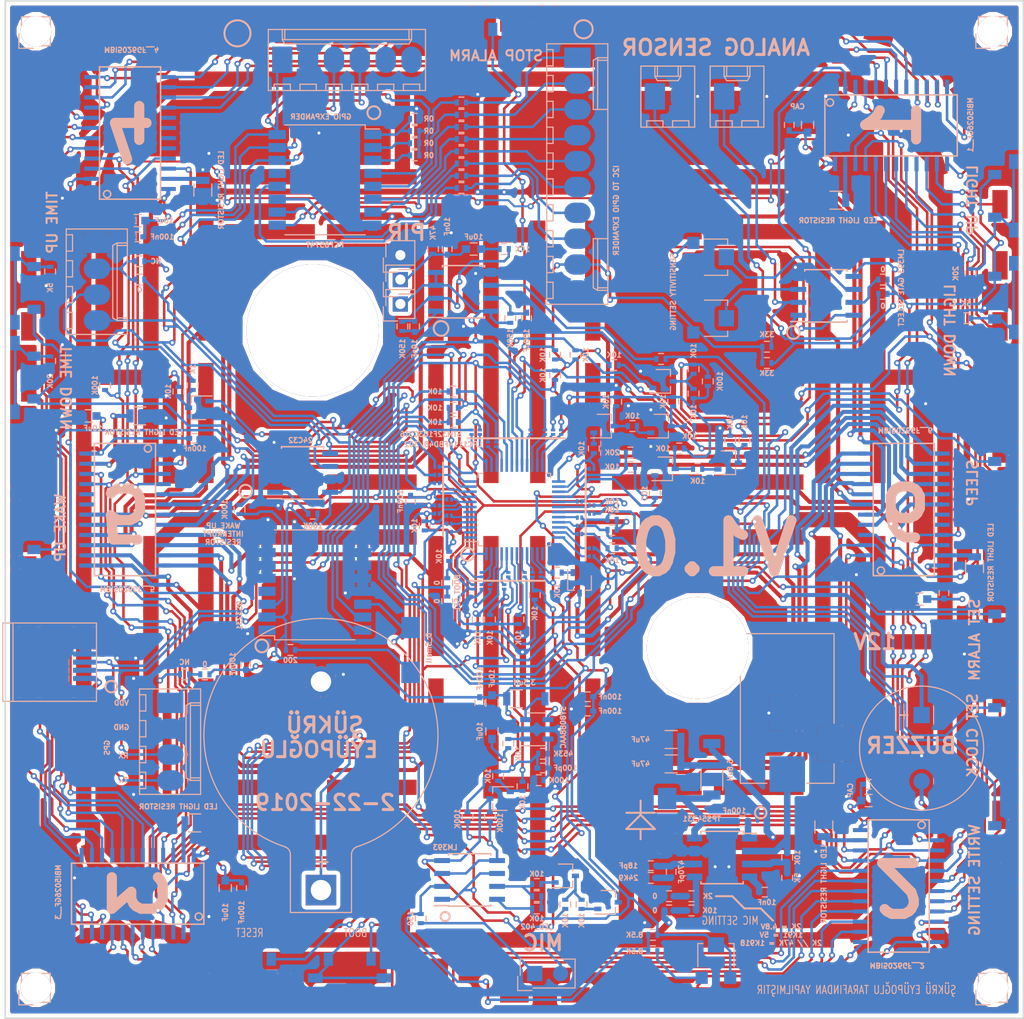
<source format=kicad_pcb>
(kicad_pcb (version 4) (host pcbnew 4.0.7)
  (layers (0 F.Cu signal hide) (31 B.Cu signal) (34 B.Paste user hide) (35 F.Paste user hide) (36 B.SilkS user hide) (37 F.SilkS user hide) (38 B.Mask user hide) (39 F.Mask user hide) (44 Edge.Cuts user))
  (net 0 "")
  (net 1 GND)
  (net 2 "Net-(BT1-Pad1)")
  (net 3 +3V3)
  (net 4 +5V)
  (net 5 "Net-(C6-Pad2)")
  (net 6 "Net-(D1-Pad1)")
  (net 7 "Net-(D2-Pad2)")
  (net 8 "Net-(D3-Pad1)")
  (net 9 "Net-(D4-Pad1)")
  (net 10 "Net-(D5-Pad1)")
  (net 11 "Net-(D6-Pad1)")
  (net 12 "Net-(D7-Pad1)")
  (net 13 "Net-(D8-Pad1)")
  (net 14 "Net-(D9-Pad1)")
  (net 15 "Net-(D10-Pad1)")
  (net 16 "Net-(D11-Pad1)")
  (net 17 "Net-(D12-Pad1)")
  (net 18 "Net-(D13-Pad1)")
  (net 19 "Net-(D14-Pad1)")
  (net 20 "Net-(D15-Pad1)")
  (net 21 "Net-(D16-Pad1)")
  (net 22 "Net-(D17-Pad1)")
  (net 23 "Net-(D18-Pad1)")
  (net 24 "Net-(D19-Pad1)")
  (net 25 "Net-(D20-Pad1)")
  (net 26 "Net-(D21-Pad1)")
  (net 27 "Net-(D22-Pad1)")
  (net 28 "Net-(D23-Pad1)")
  (net 29 "Net-(D24-Pad1)")
  (net 30 "Net-(D25-Pad1)")
  (net 31 "Net-(D26-Pad1)")
  (net 32 "Net-(D27-Pad1)")
  (net 33 "Net-(D28-Pad1)")
  (net 34 "Net-(D29-Pad1)")
  (net 35 "Net-(D30-Pad1)")
  (net 36 "Net-(D31-Pad1)")
  (net 37 "Net-(D32-Pad1)")
  (net 38 "Net-(D33-Pad1)")
  (net 39 "Net-(D34-Pad1)")
  (net 40 "Net-(D35-Pad1)")
  (net 41 "Net-(D36-Pad1)")
  (net 42 "Net-(D37-Pad1)")
  (net 43 "Net-(D38-Pad1)")
  (net 44 "Net-(D39-Pad1)")
  (net 45 "Net-(D40-Pad1)")
  (net 46 "Net-(D41-Pad1)")
  (net 47 "Net-(D42-Pad1)")
  (net 48 "Net-(D43-Pad1)")
  (net 49 "Net-(D44-Pad1)")
  (net 50 "Net-(D45-Pad1)")
  (net 51 "Net-(D46-Pad1)")
  (net 52 "Net-(D47-Pad1)")
  (net 53 "Net-(D48-Pad1)")
  (net 54 "Net-(D49-Pad1)")
  (net 55 "Net-(D50-Pad1)")
  (net 56 /Sheet_2/14_6_2)
  (net 57 /Sheet_2/14_7_1)
  (net 58 /Sheet_2/14_7_2)
  (net 59 "Net-(D66-Pad1)")
  (net 60 "Net-(D67-Pad1)")
  (net 61 "Net-(D68-Pad1)")
  (net 62 "Net-(D69-Pad1)")
  (net 63 "Net-(D70-Pad1)")
  (net 64 "Net-(D71-Pad1)")
  (net 65 "Net-(D72-Pad1)")
  (net 66 "Net-(D73-Pad1)")
  (net 67 /Sheet_2/7_6_2)
  (net 68 /Sheet_2/7_7_1)
  (net 69 /Sheet_2/7_7_2)
  (net 70 "Net-(D89-Pad1)")
  (net 71 "Net-(D90-Pad1)")
  (net 72 "Net-(D91-Pad1)")
  (net 73 "Net-(D92-Pad1)")
  (net 74 /Sheet_2/14_1_1)
  (net 75 /Sheet_2/14_1_2)
  (net 76 /Sheet_2/14_2_1)
  (net 77 /Sheet_2/14_2_2)
  (net 78 /Sheet_2/14_3_1)
  (net 79 /Sheet_2/14_3_2)
  (net 80 /Sheet_2/14_4_1)
  (net 81 /Sheet_2/14_4_2)
  (net 82 /Sheet_2/14_5_1)
  (net 83 /Sheet_2/14_5_2)
  (net 84 /Sheet_2/14_6_1)
  (net 85 /Sheet_2/7_1_1)
  (net 86 /Sheet_2/7_1_2)
  (net 87 /Sheet_2/7_2_1)
  (net 88 /Sheet_2/7_2_2)
  (net 89 /Sheet_2/7_3_1)
  (net 90 /Sheet_2/7_3_2)
  (net 91 /Sheet_2/7_4_1)
  (net 92 /Sheet_2/7_4_2)
  (net 93 /Sheet_2/7_5_1)
  (net 94 /Sheet_2/7_5_2)
  (net 95 /Sheet_2/7_6_1)
  (net 96 "Net-(L1-Pad1)")
  (net 97 /WAKE_UP)
  (net 98 "Net-(NC1-Pad2)")
  (net 99 "Net-(NC2-Pad2)")
  (net 100 "Net-(NC3-Pad2)")
  (net 101 "Net-(NC4-Pad2)")
  (net 102 "Net-(NC5-Pad2)")
  (net 103 "Net-(NC6-Pad2)")
  (net 104 "Net-(NC7-Pad2)")
  (net 105 /RESET)
  (net 106 "Net-(NC8-Pad2)")
  (net 107 "Net-(NC9-Pad2)")
  (net 108 /BOOT)
  (net 109 "Net-(NC10-Pad2)")
  (net 110 "Net-(NC11-Pad2)")
  (net 111 "Net-(NC12-Pad2)")
  (net 112 /SCK)
  (net 113 "Net-(NC13-Pad2)")
  (net 114 /ADC0)
  (net 115 "Net-(NC14-Pad2)")
  (net 116 "Net-(NC15-Pad2)")
  (net 117 "Net-(NC16-Pad2)")
  (net 118 "Net-(NC17-Pad1)")
  (net 119 "Net-(NC18-Pad1)")
  (net 120 TIME_UP_DOWN)
  (net 121 "Net-(NC19-Pad1)")
  (net 122 LIGHT_UP_DOWN)
  (net 123 "Net-(NC20-Pad1)")
  (net 124 "Net-(NC21-Pad1)")
  (net 125 "Net-(NC22-Pad1)")
  (net 126 "Net-(NC24-Pad1)")
  (net 127 "Net-(NC25-Pad1)")
  (net 128 "Net-(NC26-Pad1)")
  (net 129 "Net-(NC27-Pad1)")
  (net 130 "Net-(NC28-Pad1)")
  (net 131 "Net-(NC29-Pad1)")
  (net 132 "Net-(NC30-Pad1)")
  (net 133 "Net-(NC31-Pad1)")
  (net 134 "Net-(NC32-Pad1)")
  (net 135 "Net-(NC33-Pad1)")
  (net 136 "Net-(NC34-Pad1)")
  (net 137 "Net-(Q1-Pad1)")
  (net 138 "Net-(Q1-Pad3)")
  (net 139 "Net-(Q2-Pad1)")
  (net 140 "Net-(Q3-Pad1)")
  (net 141 "Net-(Q3-Pad3)")
  (net 142 "Net-(Q4-Pad1)")
  (net 143 "Net-(Q4-Pad3)")
  (net 144 "Net-(Q5-Pad1)")
  (net 145 "Net-(Q5-Pad3)")
  (net 146 "Net-(Q6-Pad1)")
  (net 147 "Net-(Q6-Pad3)")
  (net 148 "Net-(Q7-Pad1)")
  (net 149 "Net-(Q7-Pad3)")
  (net 150 "Net-(Q8-Pad1)")
  (net 151 "Net-(Q8-Pad3)")
  (net 152 "Net-(Q9-Pad1)")
  (net 153 "Net-(Q9-Pad3)")
  (net 154 "Net-(Q10-Pad1)")
  (net 155 GNDA)
  (net 156 "Net-(R1-Pad2)")
  (net 157 "Net-(R2-Pad1)")
  (net 158 "Net-(R2-Pad2)")
  (net 159 "Net-(R3-Pad1)")
  (net 160 "Net-(R6-Pad1)")
  (net 161 /PWM)
  (net 162 "Net-(R18-Pad2)")
  (net 163 /BUZZER)
  (net 164 OUT_ENABLE)
  (net 165 /SSEL_NSS)
  (net 166 "Net-(R25-Pad2)")
  (net 167 LATCH)
  (net 168 /MISO)
  (net 169 SPI_MISO)
  (net 170 /MOSI)
  (net 171 /MIC_RESET)
  (net 172 SPI_CLK)
  (net 173 SPI_MOSI)
  (net 174 STOP_ALARM)
  (net 175 SLEEP)
  (net 176 SET_CLOCK)
  (net 177 SET_ALARM)
  (net 178 WRITE_SETTING)
  (net 179 "Net-(R50-Pad2)")
  (net 180 "Net-(R51-Pad2)")
  (net 181 "Net-(R52-Pad2)")
  (net 182 "Net-(R53-Pad2)")
  (net 183 "Net-(R56-Pad2)")
  (net 184 "Net-(R57-Pad2)")
  (net 185 "Net-(R58-Pad2)")
  (net 186 "Net-(R59-Pad2)")
  (net 187 "Net-(R60-Pad2)")
  (net 188 "Net-(R61-Pad2)")
  (net 189 "Net-(RV1-Pad3)")
  (net 190 "Net-(U4-Pad1)")
  (net 191 "Net-(U4-Pad2)")
  (net 192 "Net-(U4-Pad6)")
  (net 193 /GPIO00)
  (net 194 "Net-(U5-Pad4)")
  (net 195 "Net-(U5-Pad1)")
  (net 196 /Sheet_2/SHIFT_0)
  (net 197 /Sheet_2/SHIFT_1)
  (net 198 /Sheet_2/SHIFT_2)
  (net 199 "Net-(U10-Pad17)")
  (net 200 "Net-(U10-Pad18)")
  (net 201 "Net-(U10-Pad19)")
  (net 202 "Net-(U10-Pad20)")
  (net 203 /Sheet_2/SHIFT_3)
  (net 204 "Net-(U11-Pad19)")
  (net 205 "Net-(U11-Pad20)")
  (net 206 /Sheet_2/SHIFT_4)
  (net 207 "Net-(U12-Pad19)")
  (net 208 "Net-(U12-Pad20)")
  (net 209 RXD_G)
  (net 210 TXD_G)
  (net 211 "Net-(C21-Pad1)")
  (net 212 "Net-(C22-Pad1)")
  (net 213 "Net-(C22-Pad2)")
  (net 214 "Net-(C23-Pad2)")
  (net 215 "Net-(C23-Pad1)")
  (net 216 PIR)
  (net 217 "Net-(R103-Pad2)")
  (net 218 "Net-(J109-Pad2)")
  (net 219 SCL)
  (net 220 SDA)
  (net 221 "Net-(R107-Pad1)")
  (net 222 "Net-(R109-Pad1)")
  (net 223 "Net-(R110-Pad1)")
  (net 224 "Net-(J110-Pad1)")
  (net 225 "Net-(R111-Pad2)")
  (net 226 "Net-(J110-Pad2)")
  (net 227 "Net-(R112-Pad2)")
  (net 228 "Net-(J110-Pad3)")
  (net 229 "Net-(R113-Pad2)")
  (net 230 "Net-(J110-Pad4)")
  (net 231 "Net-(R114-Pad2)")
  (net 232 "Net-(J110-Pad5)")
  (net 233 "Net-(R115-Pad2)")
  (net 234 "Net-(J110-Pad6)")
  (net 235 "Net-(R116-Pad2)")
  (net 236 "Net-(J110-Pad7)")
  (net 237 "Net-(R117-Pad2)")
  (net 238 "Net-(J110-Pad8)")
  (net 239 "Net-(R118-Pad2)")
  (net 240 "Net-(U101-Pad13)")
  (net 241 "Net-(J111-Pad1)")
  (net 242 "Net-(J112-Pad1)")
  (net 243 "Net-(J113-Pad5)")
  (net 244 "Net-(J113-Pad6)")
  (net 245 "Net-(R120-Pad1)")
  (net 246 "Net-(R121-Pad2)")
  (net 247 "Net-(RV2-Pad2)")
  (net 248 "Net-(RV3-Pad2)")
  (net 249 "Net-(C26-Pad1)")
  (net 250 "Net-(C27-Pad1)")
  (net 251 "Net-(C27-Pad2)")
  (net 252 "Net-(C31-Pad1)")
  (net 253 "Net-(C31-Pad2)")
  (net 254 "Net-(J14-Pad1)")
  (net 255 "Net-(R124-Pad2)")
  (net 256 "Net-(R126-Pad1)")
  (net 257 /Sheet_1/VSE)
  (net 258 "Net-(R128-Pad1)")
  (net 259 "Net-(J200-Pad1)")
  (net 260 "Net-(R400-Pad1)")
  (module 000_kicad_lib:Keystone_103_1x20mm-CoinCell (layer B.Cu) (at 46 102.4 90)
    (fp_text reference BT1 hide)
    (fp_text value Battery hide)
    (fp_text user + (at 2.75 0 90) (layer B.SilkS) (effects (font (size 1.5 1.5)) (justify mirror)))
    (pad 2 thru_hole circle (at 20.49 0 90) (size 3 3) (drill 2) (layers *.Cu *.Mask) (net 1 GND))
    (pad 1 thru_hole rect (at 0 0 90) (size 3 3) (drill 2) (layers *.Cu *.Mask) (net 2 "Net-(BT1-Pad1)"))
  )
  (module 000_kicad_lib:C_0402 (layer B.Cu) (at 72.2 83.4 180)
    (fp_text reference C1 hide)
    (fp_text value 100nF (at -2.2 0 180) (layer B.SilkS) (effects (font (size 0.5 0.5) (thickness 0.125)) (justify mirror)))
    (pad 1 smd rect (at -0.55 0 180) (size 0.6 0.5) (layers B.Cu B.Paste B.Mask) (net 3 +3V3))
    (pad 2 smd rect (at 0.55 0 180) (size 0.6 0.5) (layers B.Cu B.Paste B.Mask) (net 1 GND))
  )
  (module 000_kicad_lib:C_0402 (layer B.Cu) (at 54.8 64.2 270)
    (fp_text reference C2 hide)
    (fp_text value 100nF (at 0 1 270) (layer B.SilkS) (effects (font (size 0.5 0.5) (thickness 0.125)) (justify mirror)))
    (pad 1 smd rect (at -0.55 0 270) (size 0.6 0.5) (layers B.Cu B.Paste B.Mask) (net 3 +3V3))
    (pad 2 smd rect (at 0.55 0 270) (size 0.6 0.5) (layers B.Cu B.Paste B.Mask) (net 1 GND))
  )
  (module 000_kicad_lib:C_0402 (layer B.Cu) (at 72.2 84.8 180)
    (fp_text reference C3 hide)
    (fp_text value 100nF (at -2.2 0 180) (layer B.SilkS) (effects (font (size 0.5 0.5) (thickness 0.125)) (justify mirror)))
    (pad 1 smd rect (at -0.55 0 180) (size 0.6 0.5) (layers B.Cu B.Paste B.Mask) (net 3 +3V3))
    (pad 2 smd rect (at 0.55 0 180) (size 0.6 0.5) (layers B.Cu B.Paste B.Mask) (net 1 GND))
  )
  (module 000_kicad_lib:C_0402 (layer B.Cu) (at 38.6 80.2 90)
    (fp_text reference C4 hide)
    (fp_text value 100nF (at 0 -1.27 90) (layer B.SilkS) (effects (font (size 0.5 0.5) (thickness 0.125)) (justify mirror)))
    (pad 1 smd rect (at -0.55 0 90) (size 0.6 0.5) (layers B.Cu B.Paste B.Mask) (net 3 +3V3))
    (pad 2 smd rect (at 0.55 0 90) (size 0.6 0.5) (layers B.Cu B.Paste B.Mask) (net 1 GND))
  )
  (module 000_kicad_lib:C_0603 (layer B.Cu) (at 62.8 86.8 90)
    (fp_text reference C5 hide)
    (fp_text value 10uF (at 0 -1.2 90) (layer B.SilkS) (effects (font (size 0.5 0.5) (thickness 0.125)) (justify mirror)))
    (pad 2 smd rect (at 0.75 0 90) (size 0.8 0.75) (layers B.Cu B.Paste B.Mask) (net 1 GND))
    (pad 1 smd rect (at -0.75 0 90) (size 0.8 0.75) (layers B.Cu B.Paste B.Mask) (net 4 +5V))
  )
  (module 000_kicad_lib:C_0402 (layer B.Cu) (at 67.8 90.4)
    (fp_text reference C6 hide)
    (fp_text value 100pF (at 2.2 0) (layer B.SilkS) (effects (font (size 0.5 0.5) (thickness 0.125)) (justify mirror)))
    (pad 1 smd rect (at -0.55 0) (size 0.6 0.5) (layers B.Cu B.Paste B.Mask) (net 3 +3V3))
    (pad 2 smd rect (at 0.55 0) (size 0.6 0.5) (layers B.Cu B.Paste B.Mask) (net 5 "Net-(C6-Pad2)"))
  )
  (module 000_kicad_lib:C_0603 (layer B.Cu) (at 62.8 84 270)
    (fp_text reference C7 hide)
    (fp_text value 10uF (at -2.4 0 270) (layer B.SilkS) (effects (font (size 0.5 0.5) (thickness 0.125)) (justify mirror)))
    (pad 2 smd rect (at 0.75 0 270) (size 0.8 0.75) (layers B.Cu B.Paste B.Mask) (net 1 GND))
    (pad 1 smd rect (at -0.75 0 270) (size 0.8 0.75) (layers B.Cu B.Paste B.Mask) (net 3 +3V3))
  )
  (module 000_kicad_lib:C_0402 (layer B.Cu) (at 61.6 84 270)
    (fp_text reference C8 hide)
    (fp_text value 100nF (at -2.4 0 270) (layer B.SilkS) (effects (font (size 0.5 0.5) (thickness 0.125)) (justify mirror)))
    (pad 1 smd rect (at -0.55 0 270) (size 0.6 0.5) (layers B.Cu B.Paste B.Mask) (net 3 +3V3))
    (pad 2 smd rect (at 0.55 0 270) (size 0.6 0.5) (layers B.Cu B.Paste B.Mask) (net 1 GND))
  )
  (module 000_kicad_lib:R_0402 (layer B.Cu) (at 67.2 104.2 180)
    (fp_text reference D1 hide)
    (fp_text value LED_402 (at 0 -1.8 180) (layer B.SilkS) (effects (font (size 0.5 0.5) (thickness 0.125)) (justify mirror)))
    (pad 1 smd rect (at -0.45 0 180) (size 0.4 0.6) (layers B.Cu B.Paste B.Mask) (net 6 "Net-(D1-Pad1)"))
    (pad 2 smd rect (at 0.45 0 180) (size 0.4 0.6) (layers B.Cu B.Paste B.Mask) (net 3 +3V3))
  )
  (module 000_kicad_lib:LED_5730 (layer F.Cu) (at 71 20 90)
    (fp_text reference D3 hide)
    (fp_text value 5730 hide)
    (pad 2 smd rect (at -2.7 0 90) (size 1.5 2.8) (layers F.Cu F.Paste F.Mask) (net 4 +5V))
    (pad 1 smd rect (at 2.7 0 90) (size 1.5 2.8) (layers F.Cu F.Paste F.Mask) (net 8 "Net-(D3-Pad1)"))
  )
  (module 000_kicad_lib:LED_5730 (layer F.Cu) (at 77 20 90)
    (fp_text reference D4 hide)
    (fp_text value 5730 hide)
    (pad 2 smd rect (at -2.7 0 90) (size 1.5 2.8) (layers F.Cu F.Paste F.Mask) (net 4 +5V))
    (pad 1 smd rect (at 2.7 0 90) (size 1.5 2.8) (layers F.Cu F.Paste F.Mask) (net 9 "Net-(D4-Pad1)"))
  )
  (module 000_kicad_lib:LED_5730 (layer F.Cu) (at 83 20 90)
    (fp_text reference D5 hide)
    (fp_text value 5730 hide)
    (pad 2 smd rect (at -2.7 0 90) (size 1.5 2.8) (layers F.Cu F.Paste F.Mask) (net 4 +5V))
    (pad 1 smd rect (at 2.7 0 90) (size 1.5 2.8) (layers F.Cu F.Paste F.Mask) (net 10 "Net-(D5-Pad1)"))
  )
  (module 000_kicad_lib:LED_5730 (layer F.Cu) (at 89 20 90)
    (fp_text reference D6 hide)
    (fp_text value 5730 hide)
    (pad 2 smd rect (at -2.7 0 90) (size 1.5 2.8) (layers F.Cu F.Paste F.Mask) (net 4 +5V))
    (pad 1 smd rect (at 2.7 0 90) (size 1.5 2.8) (layers F.Cu F.Paste F.Mask) (net 11 "Net-(D6-Pad1)"))
  )
  (module 000_kicad_lib:LED_5730 (layer F.Cu) (at 95 20 90)
    (fp_text reference D7 hide)
    (fp_text value 5730 hide)
    (pad 2 smd rect (at -2.7 0 90) (size 1.5 2.8) (layers F.Cu F.Paste F.Mask) (net 4 +5V))
    (pad 1 smd rect (at 2.7 0 90) (size 1.5 2.8) (layers F.Cu F.Paste F.Mask) (net 12 "Net-(D7-Pad1)"))
  )
  (module 000_kicad_lib:LED_5730 (layer F.Cu) (at 100 21 72)
    (fp_text reference D8 hide)
    (fp_text value 5730 hide)
    (pad 2 smd rect (at -2.7 0 72) (size 1.5 2.8) (layers F.Cu F.Paste F.Mask) (net 4 +5V))
    (pad 1 smd rect (at 2.7 0 72) (size 1.5 2.8) (layers F.Cu F.Paste F.Mask) (net 13 "Net-(D8-Pad1)"))
  )
  (module 000_kicad_lib:LED_5730 (layer F.Cu) (at 104 23 54)
    (fp_text reference D9 hide)
    (fp_text value 5730 hide)
    (pad 2 smd rect (at -2.7 0 54) (size 1.5 2.8) (layers F.Cu F.Paste F.Mask) (net 4 +5V))
    (pad 1 smd rect (at 2.7 0 54) (size 1.5 2.8) (layers F.Cu F.Paste F.Mask) (net 14 "Net-(D9-Pad1)"))
  )
  (module 000_kicad_lib:LED_5730 (layer F.Cu) (at 107 26 36)
    (fp_text reference D10 hide)
    (fp_text value 5730 hide)
    (pad 2 smd rect (at -2.7 0 36) (size 1.5 2.8) (layers F.Cu F.Paste F.Mask) (net 4 +5V))
    (pad 1 smd rect (at 2.7 0 36) (size 1.5 2.8) (layers F.Cu F.Paste F.Mask) (net 15 "Net-(D10-Pad1)"))
  )
  (module 000_kicad_lib:LED_5730 (layer F.Cu) (at 110 77)
    (fp_text reference D11 hide)
    (fp_text value 5730 hide)
    (pad 2 smd rect (at -2.7 0) (size 1.5 2.8) (layers F.Cu F.Paste F.Mask) (net 4 +5V))
    (pad 1 smd rect (at 2.7 0) (size 1.5 2.8) (layers F.Cu F.Paste F.Mask) (net 16 "Net-(D11-Pad1)"))
  )
  (module 000_kicad_lib:LED_5730 (layer F.Cu) (at 110 83)
    (fp_text reference D12 hide)
    (fp_text value 5730 hide)
    (pad 2 smd rect (at -2.7 0) (size 1.5 2.8) (layers F.Cu F.Paste F.Mask) (net 4 +5V))
    (pad 1 smd rect (at 2.7 0) (size 1.5 2.8) (layers F.Cu F.Paste F.Mask) (net 17 "Net-(D12-Pad1)"))
  )
  (module 000_kicad_lib:LED_5730 (layer F.Cu) (at 110 89)
    (fp_text reference D13 hide)
    (fp_text value 5730 hide)
    (pad 2 smd rect (at -2.7 0) (size 1.5 2.8) (layers F.Cu F.Paste F.Mask) (net 4 +5V))
    (pad 1 smd rect (at 2.7 0) (size 1.5 2.8) (layers F.Cu F.Paste F.Mask) (net 18 "Net-(D13-Pad1)"))
  )
  (module 000_kicad_lib:LED_5730 (layer F.Cu) (at 110 95)
    (fp_text reference D14 hide)
    (fp_text value 5730 hide)
    (pad 2 smd rect (at -2.7 0) (size 1.5 2.8) (layers F.Cu F.Paste F.Mask) (net 4 +5V))
    (pad 1 smd rect (at 2.7 0) (size 1.5 2.8) (layers F.Cu F.Paste F.Mask) (net 19 "Net-(D14-Pad1)"))
  )
  (module 000_kicad_lib:LED_5730 (layer F.Cu) (at 109 100 342)
    (fp_text reference D15 hide)
    (fp_text value 5730 hide)
    (pad 2 smd rect (at -2.7 0 342) (size 1.5 2.8) (layers F.Cu F.Paste F.Mask) (net 4 +5V))
    (pad 1 smd rect (at 2.7 0 342) (size 1.5 2.8) (layers F.Cu F.Paste F.Mask) (net 20 "Net-(D15-Pad1)"))
  )
  (module 000_kicad_lib:LED_5730 (layer F.Cu) (at 107 104 324)
    (fp_text reference D16 hide)
    (fp_text value 5730 hide)
    (pad 2 smd rect (at -2.7 0 324) (size 1.5 2.8) (layers F.Cu F.Paste F.Mask) (net 4 +5V))
    (pad 1 smd rect (at 2.7 0 324) (size 1.5 2.8) (layers F.Cu F.Paste F.Mask) (net 21 "Net-(D16-Pad1)"))
  )
  (module 000_kicad_lib:LED_5730 (layer F.Cu) (at 104 107 306)
    (fp_text reference D17 hide)
    (fp_text value 5730 hide)
    (pad 2 smd rect (at -2.7 0 306) (size 1.5 2.8) (layers F.Cu F.Paste F.Mask) (net 4 +5V))
    (pad 1 smd rect (at 2.7 0 306) (size 1.5 2.8) (layers F.Cu F.Paste F.Mask) (net 22 "Net-(D17-Pad1)"))
  )
  (module 000_kicad_lib:LED_5730 (layer F.Cu) (at 100 109 288)
    (fp_text reference D18 hide)
    (fp_text value 5730 hide)
    (pad 2 smd rect (at -2.7 0 288) (size 1.5 2.8) (layers F.Cu F.Paste F.Mask) (net 4 +5V))
    (pad 1 smd rect (at 2.7 0 288) (size 1.5 2.8) (layers F.Cu F.Paste F.Mask) (net 23 "Net-(D18-Pad1)"))
  )
  (module 000_kicad_lib:LED_5730 (layer F.Cu) (at 47 110 270)
    (fp_text reference D19 hide)
    (fp_text value 5730 hide)
    (pad 2 smd rect (at -2.7 0 270) (size 1.5 2.8) (layers F.Cu F.Paste F.Mask) (net 4 +5V))
    (pad 1 smd rect (at 2.7 0 270) (size 1.5 2.8) (layers F.Cu F.Paste F.Mask) (net 24 "Net-(D19-Pad1)"))
  )
  (module 000_kicad_lib:LED_5730 (layer F.Cu) (at 41 110 270)
    (fp_text reference D20 hide)
    (fp_text value 5730 hide)
    (pad 2 smd rect (at -2.7 0 270) (size 1.5 2.8) (layers F.Cu F.Paste F.Mask) (net 4 +5V))
    (pad 1 smd rect (at 2.7 0 270) (size 1.5 2.8) (layers F.Cu F.Paste F.Mask) (net 25 "Net-(D20-Pad1)"))
  )
  (module 000_kicad_lib:LED_5730 (layer F.Cu) (at 35 110 270)
    (fp_text reference D21 hide)
    (fp_text value 5730 hide)
    (pad 2 smd rect (at -2.7 0 270) (size 1.5 2.8) (layers F.Cu F.Paste F.Mask) (net 4 +5V))
    (pad 1 smd rect (at 2.7 0 270) (size 1.5 2.8) (layers F.Cu F.Paste F.Mask) (net 26 "Net-(D21-Pad1)"))
  )
  (module 000_kicad_lib:LED_5730 (layer F.Cu) (at 30 109 252)
    (fp_text reference D22 hide)
    (fp_text value 5730 hide)
    (pad 2 smd rect (at -2.7 0 252) (size 1.5 2.8) (layers F.Cu F.Paste F.Mask) (net 4 +5V))
    (pad 1 smd rect (at 2.7 0 252) (size 1.5 2.8) (layers F.Cu F.Paste F.Mask) (net 27 "Net-(D22-Pad1)"))
  )
  (module 000_kicad_lib:LED_5730 (layer F.Cu) (at 26 107 234)
    (fp_text reference D23 hide)
    (fp_text value 5730 hide)
    (pad 2 smd rect (at -2.7 0 234) (size 1.5 2.8) (layers F.Cu F.Paste F.Mask) (net 4 +5V))
    (pad 1 smd rect (at 2.7 0 234) (size 1.5 2.8) (layers F.Cu F.Paste F.Mask) (net 28 "Net-(D23-Pad1)"))
  )
  (module 000_kicad_lib:LED_5730 (layer F.Cu) (at 23 104 216)
    (fp_text reference D24 hide)
    (fp_text value 5730 hide)
    (pad 2 smd rect (at -2.7 0 216) (size 1.5 2.8) (layers F.Cu F.Paste F.Mask) (net 4 +5V))
    (pad 1 smd rect (at 2.7 0 216) (size 1.5 2.8) (layers F.Cu F.Paste F.Mask) (net 29 "Net-(D24-Pad1)"))
  )
  (module 000_kicad_lib:LED_5730 (layer F.Cu) (at 21 100 198)
    (fp_text reference D25 hide)
    (fp_text value 5730 hide)
    (pad 2 smd rect (at -2.7 0 198) (size 1.5 2.8) (layers F.Cu F.Paste F.Mask) (net 4 +5V))
    (pad 1 smd rect (at 2.7 0 198) (size 1.5 2.8) (layers F.Cu F.Paste F.Mask) (net 30 "Net-(D25-Pad1)"))
  )
  (module 000_kicad_lib:LED_5730 (layer F.Cu) (at 20 95 180)
    (fp_text reference D26 hide)
    (fp_text value 5730 hide)
    (pad 2 smd rect (at -2.7 0 180) (size 1.5 2.8) (layers F.Cu F.Paste F.Mask) (net 4 +5V))
    (pad 1 smd rect (at 2.7 0 180) (size 1.5 2.8) (layers F.Cu F.Paste F.Mask) (net 31 "Net-(D26-Pad1)"))
  )
  (module 000_kicad_lib:LED_5730 (layer F.Cu) (at 110 71)
    (fp_text reference D27 hide)
    (fp_text value 5730 hide)
    (pad 2 smd rect (at -2.7 0) (size 1.5 2.8) (layers F.Cu F.Paste F.Mask) (net 4 +5V))
    (pad 1 smd rect (at 2.7 0) (size 1.5 2.8) (layers F.Cu F.Paste F.Mask) (net 32 "Net-(D27-Pad1)"))
  )
  (module 000_kicad_lib:LED_5730 (layer F.Cu) (at 110 65)
    (fp_text reference D28 hide)
    (fp_text value 5730 hide)
    (pad 2 smd rect (at -2.7 0) (size 1.5 2.8) (layers F.Cu F.Paste F.Mask) (net 4 +5V))
    (pad 1 smd rect (at 2.7 0) (size 1.5 2.8) (layers F.Cu F.Paste F.Mask) (net 33 "Net-(D28-Pad1)"))
  )
  (module 000_kicad_lib:LED_5730 (layer F.Cu) (at 110 59)
    (fp_text reference D29 hide)
    (fp_text value 5730 hide)
    (pad 2 smd rect (at -2.7 0) (size 1.5 2.8) (layers F.Cu F.Paste F.Mask) (net 4 +5V))
    (pad 1 smd rect (at 2.7 0) (size 1.5 2.8) (layers F.Cu F.Paste F.Mask) (net 34 "Net-(D29-Pad1)"))
  )
  (module 000_kicad_lib:LED_5730 (layer F.Cu) (at 110 53)
    (fp_text reference D30 hide)
    (fp_text value 5730 hide)
    (pad 2 smd rect (at -2.7 0) (size 1.5 2.8) (layers F.Cu F.Paste F.Mask) (net 4 +5V))
    (pad 1 smd rect (at 2.7 0) (size 1.5 2.8) (layers F.Cu F.Paste F.Mask) (net 35 "Net-(D30-Pad1)"))
  )
  (module 000_kicad_lib:LED_5730 (layer F.Cu) (at 110 47)
    (fp_text reference D31 hide)
    (fp_text value 5730 hide)
    (pad 2 smd rect (at -2.7 0) (size 1.5 2.8) (layers F.Cu F.Paste F.Mask) (net 4 +5V))
    (pad 1 smd rect (at 2.7 0) (size 1.5 2.8) (layers F.Cu F.Paste F.Mask) (net 36 "Net-(D31-Pad1)"))
  )
  (module 000_kicad_lib:LED_5730 (layer F.Cu) (at 110 41)
    (fp_text reference D32 hide)
    (fp_text value 5730 hide)
    (pad 2 smd rect (at -2.7 0) (size 1.5 2.8) (layers F.Cu F.Paste F.Mask) (net 4 +5V))
    (pad 1 smd rect (at 2.7 0) (size 1.5 2.8) (layers F.Cu F.Paste F.Mask) (net 37 "Net-(D32-Pad1)"))
  )
  (module 000_kicad_lib:LED_5730 (layer F.Cu) (at 110 35)
    (fp_text reference D33 hide)
    (fp_text value 5730 hide)
    (pad 2 smd rect (at -2.7 0) (size 1.5 2.8) (layers F.Cu F.Paste F.Mask) (net 4 +5V))
    (pad 1 smd rect (at 2.7 0) (size 1.5 2.8) (layers F.Cu F.Paste F.Mask) (net 38 "Net-(D33-Pad1)"))
  )
  (module 000_kicad_lib:LED_5730 (layer F.Cu) (at 109 30 18)
    (fp_text reference D34 hide)
    (fp_text value 5730 hide)
    (pad 2 smd rect (at -2.7 0 18) (size 1.5 2.8) (layers F.Cu F.Paste F.Mask) (net 4 +5V))
    (pad 1 smd rect (at 2.7 0 18) (size 1.5 2.8) (layers F.Cu F.Paste F.Mask) (net 39 "Net-(D34-Pad1)"))
  )
  (module 000_kicad_lib:LED_5730 (layer F.Cu) (at 53 110 270)
    (fp_text reference D35 hide)
    (fp_text value 5730 hide)
    (pad 2 smd rect (at -2.7 0 270) (size 1.5 2.8) (layers F.Cu F.Paste F.Mask) (net 4 +5V))
    (pad 1 smd rect (at 2.7 0 270) (size 1.5 2.8) (layers F.Cu F.Paste F.Mask) (net 40 "Net-(D35-Pad1)"))
  )
  (module 000_kicad_lib:LED_5730 (layer F.Cu) (at 59 110 270)
    (fp_text reference D36 hide)
    (fp_text value 5730 hide)
    (pad 2 smd rect (at -2.7 0 270) (size 1.5 2.8) (layers F.Cu F.Paste F.Mask) (net 4 +5V))
    (pad 1 smd rect (at 2.7 0 270) (size 1.5 2.8) (layers F.Cu F.Paste F.Mask) (net 41 "Net-(D36-Pad1)"))
  )
  (module 000_kicad_lib:LED_5730 (layer F.Cu) (at 65 110 270)
    (fp_text reference D37 hide)
    (fp_text value 5730 hide)
    (pad 2 smd rect (at -2.7 0 270) (size 1.5 2.8) (layers F.Cu F.Paste F.Mask) (net 4 +5V))
    (pad 1 smd rect (at 2.7 0 270) (size 1.5 2.8) (layers F.Cu F.Paste F.Mask) (net 42 "Net-(D37-Pad1)"))
  )
  (module 000_kicad_lib:LED_5730 (layer F.Cu) (at 71 110 270)
    (fp_text reference D38 hide)
    (fp_text value 5730 hide)
    (pad 2 smd rect (at -2.7 0 270) (size 1.5 2.8) (layers F.Cu F.Paste F.Mask) (net 4 +5V))
    (pad 1 smd rect (at 2.7 0 270) (size 1.5 2.8) (layers F.Cu F.Paste F.Mask) (net 43 "Net-(D38-Pad1)"))
  )
  (module 000_kicad_lib:LED_5730 (layer F.Cu) (at 77 110 270)
    (fp_text reference D39 hide)
    (fp_text value 5730 hide)
    (pad 2 smd rect (at -2.7 0 270) (size 1.5 2.8) (layers F.Cu F.Paste F.Mask) (net 4 +5V))
    (pad 1 smd rect (at 2.7 0 270) (size 1.5 2.8) (layers F.Cu F.Paste F.Mask) (net 44 "Net-(D39-Pad1)"))
  )
  (module 000_kicad_lib:LED_5730 (layer F.Cu) (at 83 110 270)
    (fp_text reference D40 hide)
    (fp_text value 5730 hide)
    (pad 2 smd rect (at -2.7 0 270) (size 1.5 2.8) (layers F.Cu F.Paste F.Mask) (net 4 +5V))
    (pad 1 smd rect (at 2.7 0 270) (size 1.5 2.8) (layers F.Cu F.Paste F.Mask) (net 45 "Net-(D40-Pad1)"))
  )
  (module 000_kicad_lib:LED_5730 (layer F.Cu) (at 89 110 270)
    (fp_text reference D41 hide)
    (fp_text value 5730 hide)
    (pad 2 smd rect (at -2.7 0 270) (size 1.5 2.8) (layers F.Cu F.Paste F.Mask) (net 4 +5V))
    (pad 1 smd rect (at 2.7 0 270) (size 1.5 2.8) (layers F.Cu F.Paste F.Mask) (net 46 "Net-(D41-Pad1)"))
  )
  (module 000_kicad_lib:LED_5730 (layer F.Cu) (at 95 110 270)
    (fp_text reference D42 hide)
    (fp_text value 5730 hide)
    (pad 2 smd rect (at -2.7 0 270) (size 1.5 2.8) (layers F.Cu F.Paste F.Mask) (net 4 +5V))
    (pad 1 smd rect (at 2.7 0 270) (size 1.5 2.8) (layers F.Cu F.Paste F.Mask) (net 47 "Net-(D42-Pad1)"))
  )
  (module 000_kicad_lib:LED_5730 (layer F.Cu) (at 20 47 180)
    (fp_text reference D43 hide)
    (fp_text value 5730 hide)
    (pad 2 smd rect (at -2.7 0 180) (size 1.5 2.8) (layers F.Cu F.Paste F.Mask) (net 4 +5V))
    (pad 1 smd rect (at 2.7 0 180) (size 1.5 2.8) (layers F.Cu F.Paste F.Mask) (net 48 "Net-(D43-Pad1)"))
  )
  (module 000_kicad_lib:LED_5730 (layer F.Cu) (at 20 53 180)
    (fp_text reference D44 hide)
    (fp_text value 5730 hide)
    (pad 2 smd rect (at -2.7 0 180) (size 1.5 2.8) (layers F.Cu F.Paste F.Mask) (net 4 +5V))
    (pad 1 smd rect (at 2.7 0 180) (size 1.5 2.8) (layers F.Cu F.Paste F.Mask) (net 49 "Net-(D44-Pad1)"))
  )
  (module 000_kicad_lib:LED_5730 (layer F.Cu) (at 20 59 180)
    (fp_text reference D45 hide)
    (fp_text value 5730 hide)
    (pad 2 smd rect (at -2.7 0 180) (size 1.5 2.8) (layers F.Cu F.Paste F.Mask) (net 4 +5V))
    (pad 1 smd rect (at 2.7 0 180) (size 1.5 2.8) (layers F.Cu F.Paste F.Mask) (net 50 "Net-(D45-Pad1)"))
  )
  (module 000_kicad_lib:LED_5730 (layer F.Cu) (at 20 65 180)
    (fp_text reference D46 hide)
    (fp_text value 5730 hide)
    (pad 2 smd rect (at -2.7 0 180) (size 1.5 2.8) (layers F.Cu F.Paste F.Mask) (net 4 +5V))
    (pad 1 smd rect (at 2.7 0 180) (size 1.5 2.8) (layers F.Cu F.Paste F.Mask) (net 51 "Net-(D46-Pad1)"))
  )
  (module 000_kicad_lib:LED_5730 (layer F.Cu) (at 20 71 180)
    (fp_text reference D47 hide)
    (fp_text value 5730 hide)
    (pad 2 smd rect (at -2.7 0 180) (size 1.5 2.8) (layers F.Cu F.Paste F.Mask) (net 4 +5V))
    (pad 1 smd rect (at 2.7 0 180) (size 1.5 2.8) (layers F.Cu F.Paste F.Mask) (net 52 "Net-(D47-Pad1)"))
  )
  (module 000_kicad_lib:LED_5730 (layer F.Cu) (at 20 77 180)
    (fp_text reference D48 hide)
    (fp_text value 5730 hide)
    (pad 2 smd rect (at -2.7 0 180) (size 1.5 2.8) (layers F.Cu F.Paste F.Mask) (net 4 +5V))
    (pad 1 smd rect (at 2.7 0 180) (size 1.5 2.8) (layers F.Cu F.Paste F.Mask) (net 53 "Net-(D48-Pad1)"))
  )
  (module 000_kicad_lib:LED_5730 (layer F.Cu) (at 20 83 180)
    (fp_text reference D49 hide)
    (fp_text value 5730 hide)
    (pad 2 smd rect (at -2.7 0 180) (size 1.5 2.8) (layers F.Cu F.Paste F.Mask) (net 4 +5V))
    (pad 1 smd rect (at 2.7 0 180) (size 1.5 2.8) (layers F.Cu F.Paste F.Mask) (net 54 "Net-(D49-Pad1)"))
  )
  (module 000_kicad_lib:LED_5730 (layer F.Cu) (at 20 89 180)
    (fp_text reference D50 hide)
    (fp_text value 5730 hide)
    (pad 2 smd rect (at -2.7 0 180) (size 1.5 2.8) (layers F.Cu F.Paste F.Mask) (net 4 +5V))
    (pad 1 smd rect (at 2.7 0 180) (size 1.5 2.8) (layers F.Cu F.Paste F.Mask) (net 55 "Net-(D50-Pad1)"))
  )
  (module 000_kicad_lib:LED_5730 (layer F.Cu) (at 70 58)
    (fp_text reference D51 hide)
    (fp_text value 5730 hide)
    (pad 2 smd rect (at -2.7 0) (size 1.5 2.8) (layers F.Cu F.Paste F.Mask) (net 4 +5V))
    (pad 1 smd rect (at 2.7 0) (size 1.5 2.8) (layers F.Cu F.Paste F.Mask) (net 56 /Sheet_2/14_6_2))
  )
  (module 000_kicad_lib:LED_5730 (layer F.Cu) (at 70 52)
    (fp_text reference D52 hide)
    (fp_text value 5730 hide)
    (pad 2 smd rect (at -2.7 0) (size 1.5 2.8) (layers F.Cu F.Paste F.Mask) (net 4 +5V))
    (pad 1 smd rect (at 2.7 0) (size 1.5 2.8) (layers F.Cu F.Paste F.Mask) (net 56 /Sheet_2/14_6_2))
  )
  (module 000_kicad_lib:LED_5730 (layer F.Cu) (at 70 55)
    (fp_text reference D53 hide)
    (fp_text value 5730 hide)
    (pad 2 smd rect (at -2.7 0) (size 1.5 2.8) (layers F.Cu F.Paste F.Mask) (net 4 +5V))
    (pad 1 smd rect (at 2.7 0) (size 1.5 2.8) (layers F.Cu F.Paste F.Mask) (net 56 /Sheet_2/14_6_2))
  )
  (module 000_kicad_lib:LED_5730 (layer F.Cu) (at 70 61)
    (fp_text reference D54 hide)
    (fp_text value 5730 hide)
    (pad 2 smd rect (at -2.7 0) (size 1.5 2.8) (layers F.Cu F.Paste F.Mask) (net 4 +5V))
    (pad 1 smd rect (at 2.7 0) (size 1.5 2.8) (layers F.Cu F.Paste F.Mask) (net 56 /Sheet_2/14_6_2))
  )
  (module 000_kicad_lib:LED_5730 (layer F.Cu) (at 76 65 90)
    (fp_text reference D57 hide)
    (fp_text value 5730 hide)
    (pad 2 smd rect (at -2.7 0 90) (size 1.5 2.8) (layers F.Cu F.Paste F.Mask) (net 4 +5V))
    (pad 1 smd rect (at 2.7 0 90) (size 1.5 2.8) (layers F.Cu F.Paste F.Mask) (net 57 /Sheet_2/14_7_1))
  )
  (module 000_kicad_lib:LED_5730 (layer F.Cu) (at 79 65 90)
    (fp_text reference D58 hide)
    (fp_text value 5730 hide)
    (pad 2 smd rect (at -2.7 0 90) (size 1.5 2.8) (layers F.Cu F.Paste F.Mask) (net 4 +5V))
    (pad 1 smd rect (at 2.7 0 90) (size 1.5 2.8) (layers F.Cu F.Paste F.Mask) (net 57 /Sheet_2/14_7_1))
  )
  (module 000_kicad_lib:LED_5730 (layer F.Cu) (at 82 65 90)
    (fp_text reference D59 hide)
    (fp_text value 5730 hide)
    (pad 2 smd rect (at -2.7 0 90) (size 1.5 2.8) (layers F.Cu F.Paste F.Mask) (net 4 +5V))
    (pad 1 smd rect (at 2.7 0 90) (size 1.5 2.8) (layers F.Cu F.Paste F.Mask) (net 57 /Sheet_2/14_7_1))
  )
  (module 000_kicad_lib:LED_5730 (layer F.Cu) (at 86 65 90)
    (fp_text reference D61 hide)
    (fp_text value 5730 hide)
    (pad 2 smd rect (at -2.7 0 90) (size 1.5 2.8) (layers F.Cu F.Paste F.Mask) (net 4 +5V))
    (pad 1 smd rect (at 2.7 0 90) (size 1.5 2.8) (layers F.Cu F.Paste F.Mask) (net 58 /Sheet_2/14_7_2))
  )
  (module 000_kicad_lib:LED_5730 (layer F.Cu) (at 89 65 90)
    (fp_text reference D62 hide)
    (fp_text value 5730 hide)
    (pad 2 smd rect (at -2.7 0 90) (size 1.5 2.8) (layers F.Cu F.Paste F.Mask) (net 4 +5V))
    (pad 1 smd rect (at 2.7 0 90) (size 1.5 2.8) (layers F.Cu F.Paste F.Mask) (net 58 /Sheet_2/14_7_2))
  )
  (module 000_kicad_lib:LED_5730 (layer F.Cu) (at 92 65 90)
    (fp_text reference D63 hide)
    (fp_text value 5730 hide)
    (pad 2 smd rect (at -2.7 0 90) (size 1.5 2.8) (layers F.Cu F.Paste F.Mask) (net 4 +5V))
    (pad 1 smd rect (at 2.7 0 90) (size 1.5 2.8) (layers F.Cu F.Paste F.Mask) (net 58 /Sheet_2/14_7_2))
  )
  (module 000_kicad_lib:LED_5730 (layer F.Cu) (at 20 41 180)
    (fp_text reference D66 hide)
    (fp_text value 5730 hide)
    (pad 2 smd rect (at -2.7 0 180) (size 1.5 2.8) (layers F.Cu F.Paste F.Mask) (net 4 +5V))
    (pad 1 smd rect (at 2.7 0 180) (size 1.5 2.8) (layers F.Cu F.Paste F.Mask) (net 59 "Net-(D66-Pad1)"))
  )
  (module 000_kicad_lib:LED_5730 (layer F.Cu) (at 20 35 180)
    (fp_text reference D67 hide)
    (fp_text value 5730 hide)
    (pad 2 smd rect (at -2.7 0 180) (size 1.5 2.8) (layers F.Cu F.Paste F.Mask) (net 4 +5V))
    (pad 1 smd rect (at 2.7 0 180) (size 1.5 2.8) (layers F.Cu F.Paste F.Mask) (net 60 "Net-(D67-Pad1)"))
  )
  (module 000_kicad_lib:LED_5730 (layer F.Cu) (at 21 30 162)
    (fp_text reference D68 hide)
    (fp_text value 5730 hide)
    (pad 2 smd rect (at -2.7 0 162) (size 1.5 2.8) (layers F.Cu F.Paste F.Mask) (net 4 +5V))
    (pad 1 smd rect (at 2.7 0 162) (size 1.5 2.8) (layers F.Cu F.Paste F.Mask) (net 61 "Net-(D68-Pad1)"))
  )
  (module 000_kicad_lib:LED_5730 (layer F.Cu) (at 23 26 144)
    (fp_text reference D69 hide)
    (fp_text value 5730 hide)
    (pad 2 smd rect (at -2.7 0 144) (size 1.5 2.8) (layers F.Cu F.Paste F.Mask) (net 4 +5V))
    (pad 1 smd rect (at 2.7 0 144) (size 1.5 2.8) (layers F.Cu F.Paste F.Mask) (net 62 "Net-(D69-Pad1)"))
  )
  (module 000_kicad_lib:LED_5730 (layer F.Cu) (at 26 23 126)
    (fp_text reference D70 hide)
    (fp_text value 5730 hide)
    (pad 2 smd rect (at -2.7 0 126) (size 1.5 2.8) (layers F.Cu F.Paste F.Mask) (net 4 +5V))
    (pad 1 smd rect (at 2.7 0 126) (size 1.5 2.8) (layers F.Cu F.Paste F.Mask) (net 63 "Net-(D70-Pad1)"))
  )
  (module 000_kicad_lib:LED_5730 (layer F.Cu) (at 30 21 108)
    (fp_text reference D71 hide)
    (fp_text value 5730 hide)
    (pad 2 smd rect (at -2.7 0 108) (size 1.5 2.8) (layers F.Cu F.Paste F.Mask) (net 4 +5V))
    (pad 1 smd rect (at 2.7 0 108) (size 1.5 2.8) (layers F.Cu F.Paste F.Mask) (net 64 "Net-(D71-Pad1)"))
  )
  (module 000_kicad_lib:LED_5730 (layer F.Cu) (at 35 20 90)
    (fp_text reference D72 hide)
    (fp_text value 5730 hide)
    (pad 2 smd rect (at -2.7 0 90) (size 1.5 2.8) (layers F.Cu F.Paste F.Mask) (net 4 +5V))
    (pad 1 smd rect (at 2.7 0 90) (size 1.5 2.8) (layers F.Cu F.Paste F.Mask) (net 65 "Net-(D72-Pad1)"))
  )
  (module 000_kicad_lib:LED_5730 (layer F.Cu) (at 41 20 90)
    (fp_text reference D73 hide)
    (fp_text value 5730 hide)
    (pad 2 smd rect (at -2.7 0 90) (size 1.5 2.8) (layers F.Cu F.Paste F.Mask) (net 4 +5V))
    (pad 1 smd rect (at 2.7 0 90) (size 1.5 2.8) (layers F.Cu F.Paste F.Mask) (net 66 "Net-(D73-Pad1)"))
  )
  (module 000_kicad_lib:LED_5730 (layer F.Cu) (at 32 55)
    (fp_text reference D74 hide)
    (fp_text value 5730 hide)
    (pad 2 smd rect (at -2.7 0) (size 1.5 2.8) (layers F.Cu F.Paste F.Mask) (net 4 +5V))
    (pad 1 smd rect (at 2.7 0) (size 1.5 2.8) (layers F.Cu F.Paste F.Mask) (net 67 /Sheet_2/7_6_2))
  )
  (module 000_kicad_lib:LED_5730 (layer F.Cu) (at 32 58)
    (fp_text reference D75 hide)
    (fp_text value 5730 hide)
    (pad 2 smd rect (at -2.7 0) (size 1.5 2.8) (layers F.Cu F.Paste F.Mask) (net 4 +5V))
    (pad 1 smd rect (at 2.7 0) (size 1.5 2.8) (layers F.Cu F.Paste F.Mask) (net 67 /Sheet_2/7_6_2))
  )
  (module 000_kicad_lib:LED_5730 (layer F.Cu) (at 32 52)
    (fp_text reference D76 hide)
    (fp_text value 5730 hide)
    (pad 2 smd rect (at -2.7 0) (size 1.5 2.8) (layers F.Cu F.Paste F.Mask) (net 4 +5V))
    (pad 1 smd rect (at 2.7 0) (size 1.5 2.8) (layers F.Cu F.Paste F.Mask) (net 67 /Sheet_2/7_6_2))
  )
  (module 000_kicad_lib:LED_5730 (layer F.Cu) (at 32 61)
    (fp_text reference D77 hide)
    (fp_text value 5730 hide)
    (pad 2 smd rect (at -2.7 0) (size 1.5 2.8) (layers F.Cu F.Paste F.Mask) (net 4 +5V))
    (pad 1 smd rect (at 2.7 0) (size 1.5 2.8) (layers F.Cu F.Paste F.Mask) (net 67 /Sheet_2/7_6_2))
  )
  (module 000_kicad_lib:LED_5730 (layer F.Cu) (at 41 65 90)
    (fp_text reference D79 hide)
    (fp_text value 5730 hide)
    (pad 2 smd rect (at -2.7 0 90) (size 1.5 2.8) (layers F.Cu F.Paste F.Mask) (net 4 +5V))
    (pad 1 smd rect (at 2.7 0 90) (size 1.5 2.8) (layers F.Cu F.Paste F.Mask) (net 68 /Sheet_2/7_7_1))
  )
  (module 000_kicad_lib:LED_5730 (layer F.Cu) (at 38 65 90)
    (fp_text reference D80 hide)
    (fp_text value 5730 hide)
    (pad 2 smd rect (at -2.7 0 90) (size 1.5 2.8) (layers F.Cu F.Paste F.Mask) (net 4 +5V))
    (pad 1 smd rect (at 2.7 0 90) (size 1.5 2.8) (layers F.Cu F.Paste F.Mask) (net 68 /Sheet_2/7_7_1))
  )
  (module 000_kicad_lib:LED_5730 (layer F.Cu) (at 44 65 90)
    (fp_text reference D81 hide)
    (fp_text value 5730 hide)
    (pad 2 smd rect (at -2.7 0 90) (size 1.5 2.8) (layers F.Cu F.Paste F.Mask) (net 4 +5V))
    (pad 1 smd rect (at 2.7 0 90) (size 1.5 2.8) (layers F.Cu F.Paste F.Mask) (net 68 /Sheet_2/7_7_1))
  )
  (module 000_kicad_lib:LED_5730 (layer F.Cu) (at 51 65 90)
    (fp_text reference D84 hide)
    (fp_text value 5730 hide)
    (pad 2 smd rect (at -2.7 0 90) (size 1.5 2.8) (layers F.Cu F.Paste F.Mask) (net 4 +5V))
    (pad 1 smd rect (at 2.7 0 90) (size 1.5 2.8) (layers F.Cu F.Paste F.Mask) (net 69 /Sheet_2/7_7_2))
  )
  (module 000_kicad_lib:LED_5730 (layer F.Cu) (at 48 65 90)
    (fp_text reference D85 hide)
    (fp_text value 5730 hide)
    (pad 2 smd rect (at -2.7 0 90) (size 1.5 2.8) (layers F.Cu F.Paste F.Mask) (net 4 +5V))
    (pad 1 smd rect (at 2.7 0 90) (size 1.5 2.8) (layers F.Cu F.Paste F.Mask) (net 69 /Sheet_2/7_7_2))
  )
  (module 000_kicad_lib:LED_5730 (layer F.Cu) (at 54 65 90)
    (fp_text reference D86 hide)
    (fp_text value 5730 hide)
    (pad 2 smd rect (at -2.7 0 90) (size 1.5 2.8) (layers F.Cu F.Paste F.Mask) (net 4 +5V))
    (pad 1 smd rect (at 2.7 0 90) (size 1.5 2.8) (layers F.Cu F.Paste F.Mask) (net 69 /Sheet_2/7_7_2))
  )
  (module 000_kicad_lib:LED_5730 (layer F.Cu) (at 65 20 90)
    (fp_text reference D89 hide)
    (fp_text value 5730 hide)
    (pad 2 smd rect (at -2.7 0 90) (size 1.5 2.8) (layers F.Cu F.Paste F.Mask) (net 4 +5V))
    (pad 1 smd rect (at 2.7 0 90) (size 1.5 2.8) (layers F.Cu F.Paste F.Mask) (net 70 "Net-(D89-Pad1)"))
  )
  (module 000_kicad_lib:LED_5730 (layer F.Cu) (at 59 20 90)
    (fp_text reference D90 hide)
    (fp_text value 5730 hide)
    (pad 2 smd rect (at -2.7 0 90) (size 1.5 2.8) (layers F.Cu F.Paste F.Mask) (net 4 +5V))
    (pad 1 smd rect (at 2.7 0 90) (size 1.5 2.8) (layers F.Cu F.Paste F.Mask) (net 71 "Net-(D90-Pad1)"))
  )
  (module 000_kicad_lib:LED_5730 (layer F.Cu) (at 53 20 90)
    (fp_text reference D91 hide)
    (fp_text value 5730 hide)
    (pad 2 smd rect (at -2.7 0 90) (size 1.5 2.8) (layers F.Cu F.Paste F.Mask) (net 4 +5V))
    (pad 1 smd rect (at 2.7 0 90) (size 1.5 2.8) (layers F.Cu F.Paste F.Mask) (net 72 "Net-(D91-Pad1)"))
  )
  (module 000_kicad_lib:LED_5730 (layer F.Cu) (at 47 20 90)
    (fp_text reference D92 hide)
    (fp_text value 5730 hide)
    (pad 2 smd rect (at -2.7 0 90) (size 1.5 2.8) (layers F.Cu F.Paste F.Mask) (net 4 +5V))
    (pad 1 smd rect (at 2.7 0 90) (size 1.5 2.8) (layers F.Cu F.Paste F.Mask) (net 73 "Net-(D92-Pad1)"))
  )
  (module 000_kicad_lib:LED_5730 (layer F.Cu) (at 86 35 270)
    (fp_text reference D94 hide)
    (fp_text value 5730 hide)
    (pad 2 smd rect (at -2.7 0 270) (size 1.5 2.8) (layers F.Cu F.Paste F.Mask) (net 4 +5V))
    (pad 1 smd rect (at 2.7 0 270) (size 1.5 2.8) (layers F.Cu F.Paste F.Mask) (net 74 /Sheet_2/14_1_1))
  )
  (module 000_kicad_lib:LED_5730 (layer F.Cu) (at 89 35 270)
    (fp_text reference D95 hide)
    (fp_text value 5730 hide)
    (pad 2 smd rect (at -2.7 0 270) (size 1.5 2.8) (layers F.Cu F.Paste F.Mask) (net 4 +5V))
    (pad 1 smd rect (at 2.7 0 270) (size 1.5 2.8) (layers F.Cu F.Paste F.Mask) (net 74 /Sheet_2/14_1_1))
  )
  (module 000_kicad_lib:LED_5730 (layer F.Cu) (at 92 35 270)
    (fp_text reference D96 hide)
    (fp_text value 5730 hide)
    (pad 2 smd rect (at -2.7 0 270) (size 1.5 2.8) (layers F.Cu F.Paste F.Mask) (net 4 +5V))
    (pad 1 smd rect (at 2.7 0 270) (size 1.5 2.8) (layers F.Cu F.Paste F.Mask) (net 74 /Sheet_2/14_1_1))
  )
  (module 000_kicad_lib:LED_5730 (layer F.Cu) (at 76 35 270)
    (fp_text reference D98 hide)
    (fp_text value 5730 hide)
    (pad 2 smd rect (at -2.7 0 270) (size 1.5 2.8) (layers F.Cu F.Paste F.Mask) (net 4 +5V))
    (pad 1 smd rect (at 2.7 0 270) (size 1.5 2.8) (layers F.Cu F.Paste F.Mask) (net 75 /Sheet_2/14_1_2))
  )
  (module 000_kicad_lib:LED_5730 (layer F.Cu) (at 82 35 270)
    (fp_text reference D99 hide)
    (fp_text value 5730 hide)
    (pad 2 smd rect (at -2.7 0 270) (size 1.5 2.8) (layers F.Cu F.Paste F.Mask) (net 4 +5V))
    (pad 1 smd rect (at 2.7 0 270) (size 1.5 2.8) (layers F.Cu F.Paste F.Mask) (net 75 /Sheet_2/14_1_2))
  )
  (module 000_kicad_lib:LED_5730 (layer F.Cu) (at 79 35 270)
    (fp_text reference D101 hide)
    (fp_text value 5730 hide)
    (pad 2 smd rect (at -2.7 0 270) (size 1.5 2.8) (layers F.Cu F.Paste F.Mask) (net 4 +5V))
    (pad 1 smd rect (at 2.7 0 270) (size 1.5 2.8) (layers F.Cu F.Paste F.Mask) (net 75 /Sheet_2/14_1_2))
  )
  (module 000_kicad_lib:LED_5730 (layer F.Cu) (at 98 61 180)
    (fp_text reference D103 hide)
    (fp_text value 5730 hide)
    (pad 2 smd rect (at -2.7 0 180) (size 1.5 2.8) (layers F.Cu F.Paste F.Mask) (net 4 +5V))
    (pad 1 smd rect (at 2.7 0 180) (size 1.5 2.8) (layers F.Cu F.Paste F.Mask) (net 76 /Sheet_2/14_2_1))
  )
  (module 000_kicad_lib:LED_5730 (layer F.Cu) (at 98 55 180)
    (fp_text reference D104 hide)
    (fp_text value 5730 hide)
    (pad 2 smd rect (at -2.7 0 180) (size 1.5 2.8) (layers F.Cu F.Paste F.Mask) (net 4 +5V))
    (pad 1 smd rect (at 2.7 0 180) (size 1.5 2.8) (layers F.Cu F.Paste F.Mask) (net 76 /Sheet_2/14_2_1))
  )
  (module 000_kicad_lib:LED_5730 (layer F.Cu) (at 98 58 180)
    (fp_text reference D105 hide)
    (fp_text value 5730 hide)
    (pad 2 smd rect (at -2.7 0 180) (size 1.5 2.8) (layers F.Cu F.Paste F.Mask) (net 4 +5V))
    (pad 1 smd rect (at 2.7 0 180) (size 1.5 2.8) (layers F.Cu F.Paste F.Mask) (net 76 /Sheet_2/14_2_1))
  )
  (module 000_kicad_lib:LED_5730 (layer F.Cu) (at 98 52 180)
    (fp_text reference D106 hide)
    (fp_text value 5730 hide)
    (pad 2 smd rect (at -2.7 0 180) (size 1.5 2.8) (layers F.Cu F.Paste F.Mask) (net 4 +5V))
    (pad 1 smd rect (at 2.7 0 180) (size 1.5 2.8) (layers F.Cu F.Paste F.Mask) (net 76 /Sheet_2/14_2_1))
  )
  (module 000_kicad_lib:LED_5730 (layer F.Cu) (at 98 41 180)
    (fp_text reference D108 hide)
    (fp_text value 5730 hide)
    (pad 2 smd rect (at -2.7 0 180) (size 1.5 2.8) (layers F.Cu F.Paste F.Mask) (net 4 +5V))
    (pad 1 smd rect (at 2.7 0 180) (size 1.5 2.8) (layers F.Cu F.Paste F.Mask) (net 77 /Sheet_2/14_2_2))
  )
  (module 000_kicad_lib:LED_5730 (layer F.Cu) (at 98 44 180)
    (fp_text reference D109 hide)
    (fp_text value 5730 hide)
    (pad 2 smd rect (at -2.7 0 180) (size 1.5 2.8) (layers F.Cu F.Paste F.Mask) (net 4 +5V))
    (pad 1 smd rect (at 2.7 0 180) (size 1.5 2.8) (layers F.Cu F.Paste F.Mask) (net 77 /Sheet_2/14_2_2))
  )
  (module 000_kicad_lib:LED_5730 (layer F.Cu) (at 98 38 180)
    (fp_text reference D110 hide)
    (fp_text value 5730 hide)
    (pad 2 smd rect (at -2.7 0 180) (size 1.5 2.8) (layers F.Cu F.Paste F.Mask) (net 4 +5V))
    (pad 1 smd rect (at 2.7 0 180) (size 1.5 2.8) (layers F.Cu F.Paste F.Mask) (net 77 /Sheet_2/14_2_2))
  )
  (module 000_kicad_lib:LED_5730 (layer F.Cu) (at 98 47 180)
    (fp_text reference D111 hide)
    (fp_text value 5730 hide)
    (pad 2 smd rect (at -2.7 0 180) (size 1.5 2.8) (layers F.Cu F.Paste F.Mask) (net 4 +5V))
    (pad 1 smd rect (at 2.7 0 180) (size 1.5 2.8) (layers F.Cu F.Paste F.Mask) (net 77 /Sheet_2/14_2_2))
  )
  (module 000_kicad_lib:LED_5730 (layer F.Cu) (at 98 89 180)
    (fp_text reference D113 hide)
    (fp_text value 5730 hide)
    (pad 2 smd rect (at -2.7 0 180) (size 1.5 2.8) (layers F.Cu F.Paste F.Mask) (net 4 +5V))
    (pad 1 smd rect (at 2.7 0 180) (size 1.5 2.8) (layers F.Cu F.Paste F.Mask) (net 78 /Sheet_2/14_3_1))
  )
  (module 000_kicad_lib:LED_5730 (layer F.Cu) (at 98 86 180)
    (fp_text reference D114 hide)
    (fp_text value 5730 hide)
    (pad 2 smd rect (at -2.7 0 180) (size 1.5 2.8) (layers F.Cu F.Paste F.Mask) (net 4 +5V))
    (pad 1 smd rect (at 2.7 0 180) (size 1.5 2.8) (layers F.Cu F.Paste F.Mask) (net 78 /Sheet_2/14_3_1))
  )
  (module 000_kicad_lib:LED_5730 (layer F.Cu) (at 98 83 180)
    (fp_text reference D115 hide)
    (fp_text value 5730 hide)
    (pad 2 smd rect (at -2.7 0 180) (size 1.5 2.8) (layers F.Cu F.Paste F.Mask) (net 4 +5V))
    (pad 1 smd rect (at 2.7 0 180) (size 1.5 2.8) (layers F.Cu F.Paste F.Mask) (net 78 /Sheet_2/14_3_1))
  )
  (module 000_kicad_lib:LED_5730 (layer F.Cu) (at 98 92 180)
    (fp_text reference D116 hide)
    (fp_text value 5730 hide)
    (pad 2 smd rect (at -2.7 0 180) (size 1.5 2.8) (layers F.Cu F.Paste F.Mask) (net 4 +5V))
    (pad 1 smd rect (at 2.7 0 180) (size 1.5 2.8) (layers F.Cu F.Paste F.Mask) (net 78 /Sheet_2/14_3_1))
  )
  (module 000_kicad_lib:LED_5730 (layer F.Cu) (at 98 69 180)
    (fp_text reference D118 hide)
    (fp_text value 5730 hide)
    (pad 2 smd rect (at -2.7 0 180) (size 1.5 2.8) (layers F.Cu F.Paste F.Mask) (net 4 +5V))
    (pad 1 smd rect (at 2.7 0 180) (size 1.5 2.8) (layers F.Cu F.Paste F.Mask) (net 79 /Sheet_2/14_3_2))
  )
  (module 000_kicad_lib:LED_5730 (layer F.Cu) (at 98 72 180)
    (fp_text reference D119 hide)
    (fp_text value 5730 hide)
    (pad 2 smd rect (at -2.7 0 180) (size 1.5 2.8) (layers F.Cu F.Paste F.Mask) (net 4 +5V))
    (pad 1 smd rect (at 2.7 0 180) (size 1.5 2.8) (layers F.Cu F.Paste F.Mask) (net 79 /Sheet_2/14_3_2))
  )
  (module 000_kicad_lib:LED_5730 (layer F.Cu) (at 98 78 180)
    (fp_text reference D120 hide)
    (fp_text value 5730 hide)
    (pad 2 smd rect (at -2.7 0 180) (size 1.5 2.8) (layers F.Cu F.Paste F.Mask) (net 4 +5V))
    (pad 1 smd rect (at 2.7 0 180) (size 1.5 2.8) (layers F.Cu F.Paste F.Mask) (net 79 /Sheet_2/14_3_2))
  )
  (module 000_kicad_lib:LED_5730 (layer F.Cu) (at 98 75 180)
    (fp_text reference D121 hide)
    (fp_text value 5730 hide)
    (pad 2 smd rect (at -2.7 0 180) (size 1.5 2.8) (layers F.Cu F.Paste F.Mask) (net 4 +5V))
    (pad 1 smd rect (at 2.7 0 180) (size 1.5 2.8) (layers F.Cu F.Paste F.Mask) (net 79 /Sheet_2/14_3_2))
  )
  (module 000_kicad_lib:LED_5730 (layer F.Cu) (at 82 95 90)
    (fp_text reference D123 hide)
    (fp_text value 5730 hide)
    (pad 2 smd rect (at -2.7 0 90) (size 1.5 2.8) (layers F.Cu F.Paste F.Mask) (net 4 +5V))
    (pad 1 smd rect (at 2.7 0 90) (size 1.5 2.8) (layers F.Cu F.Paste F.Mask) (net 80 /Sheet_2/14_4_1))
  )
  (module 000_kicad_lib:LED_5730 (layer F.Cu) (at 76 95 90)
    (fp_text reference D125 hide)
    (fp_text value 5730 hide)
    (pad 2 smd rect (at -2.7 0 90) (size 1.5 2.8) (layers F.Cu F.Paste F.Mask) (net 4 +5V))
    (pad 1 smd rect (at 2.7 0 90) (size 1.5 2.8) (layers F.Cu F.Paste F.Mask) (net 80 /Sheet_2/14_4_1))
  )
  (module 000_kicad_lib:LED_5730 (layer F.Cu) (at 79 95 90)
    (fp_text reference D126 hide)
    (fp_text value 5730 hide)
    (pad 2 smd rect (at -2.7 0 90) (size 1.5 2.8) (layers F.Cu F.Paste F.Mask) (net 4 +5V))
    (pad 1 smd rect (at 2.7 0 90) (size 1.5 2.8) (layers F.Cu F.Paste F.Mask) (net 80 /Sheet_2/14_4_1))
  )
  (module 000_kicad_lib:LED_5730 (layer F.Cu) (at 92 95 90)
    (fp_text reference D129 hide)
    (fp_text value 5730 hide)
    (pad 2 smd rect (at -2.7 0 90) (size 1.5 2.8) (layers F.Cu F.Paste F.Mask) (net 4 +5V))
    (pad 1 smd rect (at 2.7 0 90) (size 1.5 2.8) (layers F.Cu F.Paste F.Mask) (net 81 /Sheet_2/14_4_2))
  )
  (module 000_kicad_lib:LED_5730 (layer F.Cu) (at 86 95 90)
    (fp_text reference D130 hide)
    (fp_text value 5730 hide)
    (pad 2 smd rect (at -2.7 0 90) (size 1.5 2.8) (layers F.Cu F.Paste F.Mask) (net 4 +5V))
    (pad 1 smd rect (at 2.7 0 90) (size 1.5 2.8) (layers F.Cu F.Paste F.Mask) (net 81 /Sheet_2/14_4_2))
  )
  (module 000_kicad_lib:LED_5730 (layer F.Cu) (at 89 95 90)
    (fp_text reference D131 hide)
    (fp_text value 5730 hide)
    (pad 2 smd rect (at -2.7 0 90) (size 1.5 2.8) (layers F.Cu F.Paste F.Mask) (net 4 +5V))
    (pad 1 smd rect (at 2.7 0 90) (size 1.5 2.8) (layers F.Cu F.Paste F.Mask) (net 81 /Sheet_2/14_4_2))
  )
  (module 000_kicad_lib:LED_5730 (layer F.Cu) (at 70 69)
    (fp_text reference D133 hide)
    (fp_text value 5730 hide)
    (pad 2 smd rect (at -2.7 0) (size 1.5 2.8) (layers F.Cu F.Paste F.Mask) (net 4 +5V))
    (pad 1 smd rect (at 2.7 0) (size 1.5 2.8) (layers F.Cu F.Paste F.Mask) (net 82 /Sheet_2/14_5_1))
  )
  (module 000_kicad_lib:LED_5730 (layer F.Cu) (at 70 72)
    (fp_text reference D134 hide)
    (fp_text value 5730 hide)
    (pad 2 smd rect (at -2.7 0) (size 1.5 2.8) (layers F.Cu F.Paste F.Mask) (net 4 +5V))
    (pad 1 smd rect (at 2.7 0) (size 1.5 2.8) (layers F.Cu F.Paste F.Mask) (net 82 /Sheet_2/14_5_1))
  )
  (module 000_kicad_lib:LED_5730 (layer F.Cu) (at 70 75)
    (fp_text reference D135 hide)
    (fp_text value 5730 hide)
    (pad 2 smd rect (at -2.7 0) (size 1.5 2.8) (layers F.Cu F.Paste F.Mask) (net 4 +5V))
    (pad 1 smd rect (at 2.7 0) (size 1.5 2.8) (layers F.Cu F.Paste F.Mask) (net 82 /Sheet_2/14_5_1))
  )
  (module 000_kicad_lib:LED_5730 (layer F.Cu) (at 70 78)
    (fp_text reference D136 hide)
    (fp_text value 5730 hide)
    (pad 2 smd rect (at -2.7 0) (size 1.5 2.8) (layers F.Cu F.Paste F.Mask) (net 4 +5V))
    (pad 1 smd rect (at 2.7 0) (size 1.5 2.8) (layers F.Cu F.Paste F.Mask) (net 82 /Sheet_2/14_5_1))
  )
  (module 000_kicad_lib:LED_5730 (layer F.Cu) (at 70 83)
    (fp_text reference D138 hide)
    (fp_text value 5730 hide)
    (pad 2 smd rect (at -2.7 0) (size 1.5 2.8) (layers F.Cu F.Paste F.Mask) (net 4 +5V))
    (pad 1 smd rect (at 2.7 0) (size 1.5 2.8) (layers F.Cu F.Paste F.Mask) (net 83 /Sheet_2/14_5_2))
  )
  (module 000_kicad_lib:LED_5730 (layer F.Cu) (at 70 86)
    (fp_text reference D139 hide)
    (fp_text value 5730 hide)
    (pad 2 smd rect (at -2.7 0) (size 1.5 2.8) (layers F.Cu F.Paste F.Mask) (net 4 +5V))
    (pad 1 smd rect (at 2.7 0) (size 1.5 2.8) (layers F.Cu F.Paste F.Mask) (net 83 /Sheet_2/14_5_2))
  )
  (module 000_kicad_lib:LED_5730 (layer F.Cu) (at 70 89)
    (fp_text reference D140 hide)
    (fp_text value 5730 hide)
    (pad 2 smd rect (at -2.7 0) (size 1.5 2.8) (layers F.Cu F.Paste F.Mask) (net 4 +5V))
    (pad 1 smd rect (at 2.7 0) (size 1.5 2.8) (layers F.Cu F.Paste F.Mask) (net 83 /Sheet_2/14_5_2))
  )
  (module 000_kicad_lib:LED_5730 (layer F.Cu) (at 70 92)
    (fp_text reference D141 hide)
    (fp_text value 5730 hide)
    (pad 2 smd rect (at -2.7 0) (size 1.5 2.8) (layers F.Cu F.Paste F.Mask) (net 4 +5V))
    (pad 1 smd rect (at 2.7 0) (size 1.5 2.8) (layers F.Cu F.Paste F.Mask) (net 83 /Sheet_2/14_5_2))
  )
  (module 000_kicad_lib:LED_5730 (layer F.Cu) (at 70 38)
    (fp_text reference D143 hide)
    (fp_text value 5730 hide)
    (pad 2 smd rect (at -2.7 0) (size 1.5 2.8) (layers F.Cu F.Paste F.Mask) (net 4 +5V))
    (pad 1 smd rect (at 2.7 0) (size 1.5 2.8) (layers F.Cu F.Paste F.Mask) (net 84 /Sheet_2/14_6_1))
  )
  (module 000_kicad_lib:LED_5730 (layer F.Cu) (at 70 44)
    (fp_text reference D144 hide)
    (fp_text value 5730 hide)
    (pad 2 smd rect (at -2.7 0) (size 1.5 2.8) (layers F.Cu F.Paste F.Mask) (net 4 +5V))
    (pad 1 smd rect (at 2.7 0) (size 1.5 2.8) (layers F.Cu F.Paste F.Mask) (net 84 /Sheet_2/14_6_1))
  )
  (module 000_kicad_lib:LED_5730 (layer F.Cu) (at 70 41)
    (fp_text reference D145 hide)
    (fp_text value 5730 hide)
    (pad 2 smd rect (at -2.7 0) (size 1.5 2.8) (layers F.Cu F.Paste F.Mask) (net 4 +5V))
    (pad 1 smd rect (at 2.7 0) (size 1.5 2.8) (layers F.Cu F.Paste F.Mask) (net 84 /Sheet_2/14_6_1))
  )
  (module 000_kicad_lib:LED_5730 (layer F.Cu) (at 70 47)
    (fp_text reference D146 hide)
    (fp_text value 5730 hide)
    (pad 2 smd rect (at -2.7 0) (size 1.5 2.8) (layers F.Cu F.Paste F.Mask) (net 4 +5V))
    (pad 1 smd rect (at 2.7 0) (size 1.5 2.8) (layers F.Cu F.Paste F.Mask) (net 84 /Sheet_2/14_6_1))
  )
  (module 000_kicad_lib:LED_5730 (layer F.Cu) (at 48 35 270)
    (fp_text reference D148 hide)
    (fp_text value 5730 hide)
    (pad 2 smd rect (at -2.7 0 270) (size 1.5 2.8) (layers F.Cu F.Paste F.Mask) (net 4 +5V))
    (pad 1 smd rect (at 2.7 0 270) (size 1.5 2.8) (layers F.Cu F.Paste F.Mask) (net 85 /Sheet_2/7_1_1))
  )
  (module 000_kicad_lib:LED_5730 (layer F.Cu) (at 54 35 270)
    (fp_text reference D150 hide)
    (fp_text value 5730 hide)
    (pad 2 smd rect (at -2.7 0 270) (size 1.5 2.8) (layers F.Cu F.Paste F.Mask) (net 4 +5V))
    (pad 1 smd rect (at 2.7 0 270) (size 1.5 2.8) (layers F.Cu F.Paste F.Mask) (net 85 /Sheet_2/7_1_1))
  )
  (module 000_kicad_lib:LED_5730 (layer F.Cu) (at 51 35 270)
    (fp_text reference D151 hide)
    (fp_text value 5730 hide)
    (pad 2 smd rect (at -2.7 0 270) (size 1.5 2.8) (layers F.Cu F.Paste F.Mask) (net 4 +5V))
    (pad 1 smd rect (at 2.7 0 270) (size 1.5 2.8) (layers F.Cu F.Paste F.Mask) (net 85 /Sheet_2/7_1_1))
  )
  (module 000_kicad_lib:LED_5730 (layer F.Cu) (at 44 35 270)
    (fp_text reference D153 hide)
    (fp_text value 5730 hide)
    (pad 2 smd rect (at -2.7 0 270) (size 1.5 2.8) (layers F.Cu F.Paste F.Mask) (net 4 +5V))
    (pad 1 smd rect (at 2.7 0 270) (size 1.5 2.8) (layers F.Cu F.Paste F.Mask) (net 86 /Sheet_2/7_1_2))
  )
  (module 000_kicad_lib:LED_5730 (layer F.Cu) (at 41 35 270)
    (fp_text reference D154 hide)
    (fp_text value 5730 hide)
    (pad 2 smd rect (at -2.7 0 270) (size 1.5 2.8) (layers F.Cu F.Paste F.Mask) (net 4 +5V))
    (pad 1 smd rect (at 2.7 0 270) (size 1.5 2.8) (layers F.Cu F.Paste F.Mask) (net 86 /Sheet_2/7_1_2))
  )
  (module 000_kicad_lib:LED_5730 (layer F.Cu) (at 38 35 270)
    (fp_text reference D155 hide)
    (fp_text value 5730 hide)
    (pad 2 smd rect (at -2.7 0 270) (size 1.5 2.8) (layers F.Cu F.Paste F.Mask) (net 4 +5V))
    (pad 1 smd rect (at 2.7 0 270) (size 1.5 2.8) (layers F.Cu F.Paste F.Mask) (net 86 /Sheet_2/7_1_2))
  )
  (module 000_kicad_lib:LED_5730 (layer F.Cu) (at 60 61 180)
    (fp_text reference D158 hide)
    (fp_text value 5730 hide)
    (pad 2 smd rect (at -2.7 0 180) (size 1.5 2.8) (layers F.Cu F.Paste F.Mask) (net 4 +5V))
    (pad 1 smd rect (at 2.7 0 180) (size 1.5 2.8) (layers F.Cu F.Paste F.Mask) (net 87 /Sheet_2/7_2_1))
  )
  (module 000_kicad_lib:LED_5730 (layer F.Cu) (at 60 58 180)
    (fp_text reference D159 hide)
    (fp_text value 5730 hide)
    (pad 2 smd rect (at -2.7 0 180) (size 1.5 2.8) (layers F.Cu F.Paste F.Mask) (net 4 +5V))
    (pad 1 smd rect (at 2.7 0 180) (size 1.5 2.8) (layers F.Cu F.Paste F.Mask) (net 87 /Sheet_2/7_2_1))
  )
  (module 000_kicad_lib:LED_5730 (layer F.Cu) (at 60 55 180)
    (fp_text reference D160 hide)
    (fp_text value 5730 hide)
    (pad 2 smd rect (at -2.7 0 180) (size 1.5 2.8) (layers F.Cu F.Paste F.Mask) (net 4 +5V))
    (pad 1 smd rect (at 2.7 0 180) (size 1.5 2.8) (layers F.Cu F.Paste F.Mask) (net 87 /Sheet_2/7_2_1))
  )
  (module 000_kicad_lib:LED_5730 (layer F.Cu) (at 60 52 180)
    (fp_text reference D161 hide)
    (fp_text value 5730 hide)
    (pad 2 smd rect (at -2.7 0 180) (size 1.5 2.8) (layers F.Cu F.Paste F.Mask) (net 4 +5V))
    (pad 1 smd rect (at 2.7 0 180) (size 1.5 2.8) (layers F.Cu F.Paste F.Mask) (net 87 /Sheet_2/7_2_1))
  )
  (module 000_kicad_lib:LED_5730 (layer F.Cu) (at 60 38 180)
    (fp_text reference D163 hide)
    (fp_text value 5730 hide)
    (pad 2 smd rect (at -2.7 0 180) (size 1.5 2.8) (layers F.Cu F.Paste F.Mask) (net 4 +5V))
    (pad 1 smd rect (at 2.7 0 180) (size 1.5 2.8) (layers F.Cu F.Paste F.Mask) (net 88 /Sheet_2/7_2_2))
  )
  (module 000_kicad_lib:LED_5730 (layer F.Cu) (at 60 47 180)
    (fp_text reference D164 hide)
    (fp_text value 5730 hide)
    (pad 2 smd rect (at -2.7 0 180) (size 1.5 2.8) (layers F.Cu F.Paste F.Mask) (net 4 +5V))
    (pad 1 smd rect (at 2.7 0 180) (size 1.5 2.8) (layers F.Cu F.Paste F.Mask) (net 88 /Sheet_2/7_2_2))
  )
  (module 000_kicad_lib:LED_5730 (layer F.Cu) (at 60 44 180)
    (fp_text reference D165 hide)
    (fp_text value 5730 hide)
    (pad 2 smd rect (at -2.7 0 180) (size 1.5 2.8) (layers F.Cu F.Paste F.Mask) (net 4 +5V))
    (pad 1 smd rect (at 2.7 0 180) (size 1.5 2.8) (layers F.Cu F.Paste F.Mask) (net 88 /Sheet_2/7_2_2))
  )
  (module 000_kicad_lib:LED_5730 (layer F.Cu) (at 60 41 180)
    (fp_text reference D166 hide)
    (fp_text value 5730 hide)
    (pad 2 smd rect (at -2.7 0 180) (size 1.5 2.8) (layers F.Cu F.Paste F.Mask) (net 4 +5V))
    (pad 1 smd rect (at 2.7 0 180) (size 1.5 2.8) (layers F.Cu F.Paste F.Mask) (net 88 /Sheet_2/7_2_2))
  )
  (module 000_kicad_lib:LED_5730 (layer F.Cu) (at 60 92 180)
    (fp_text reference D168 hide)
    (fp_text value 5730 hide)
    (pad 2 smd rect (at -2.7 0 180) (size 1.5 2.8) (layers F.Cu F.Paste F.Mask) (net 4 +5V))
    (pad 1 smd rect (at 2.7 0 180) (size 1.5 2.8) (layers F.Cu F.Paste F.Mask) (net 89 /Sheet_2/7_3_1))
  )
  (module 000_kicad_lib:LED_5730 (layer F.Cu) (at 60 89 180)
    (fp_text reference D169 hide)
    (fp_text value 5730 hide)
    (pad 2 smd rect (at -2.7 0 180) (size 1.5 2.8) (layers F.Cu F.Paste F.Mask) (net 4 +5V))
    (pad 1 smd rect (at 2.7 0 180) (size 1.5 2.8) (layers F.Cu F.Paste F.Mask) (net 89 /Sheet_2/7_3_1))
  )
  (module 000_kicad_lib:LED_5730 (layer F.Cu) (at 60 86 180)
    (fp_text reference D170 hide)
    (fp_text value 5730 hide)
    (pad 2 smd rect (at -2.7 0 180) (size 1.5 2.8) (layers F.Cu F.Paste F.Mask) (net 4 +5V))
    (pad 1 smd rect (at 2.7 0 180) (size 1.5 2.8) (layers F.Cu F.Paste F.Mask) (net 89 /Sheet_2/7_3_1))
  )
  (module 000_kicad_lib:LED_5730 (layer F.Cu) (at 60 83 180)
    (fp_text reference D171 hide)
    (fp_text value 5730 hide)
    (pad 2 smd rect (at -2.7 0 180) (size 1.5 2.8) (layers F.Cu F.Paste F.Mask) (net 4 +5V))
    (pad 1 smd rect (at 2.7 0 180) (size 1.5 2.8) (layers F.Cu F.Paste F.Mask) (net 89 /Sheet_2/7_3_1))
  )
  (module 000_kicad_lib:LED_5730 (layer F.Cu) (at 60 78 180)
    (fp_text reference D173 hide)
    (fp_text value 5730 hide)
    (pad 2 smd rect (at -2.7 0 180) (size 1.5 2.8) (layers F.Cu F.Paste F.Mask) (net 4 +5V))
    (pad 1 smd rect (at 2.7 0 180) (size 1.5 2.8) (layers F.Cu F.Paste F.Mask) (net 90 /Sheet_2/7_3_2))
  )
  (module 000_kicad_lib:LED_5730 (layer F.Cu) (at 60 75 180)
    (fp_text reference D174 hide)
    (fp_text value 5730 hide)
    (pad 2 smd rect (at -2.7 0 180) (size 1.5 2.8) (layers F.Cu F.Paste F.Mask) (net 4 +5V))
    (pad 1 smd rect (at 2.7 0 180) (size 1.5 2.8) (layers F.Cu F.Paste F.Mask) (net 90 /Sheet_2/7_3_2))
  )
  (module 000_kicad_lib:LED_5730 (layer F.Cu) (at 60 72 180)
    (fp_text reference D175 hide)
    (fp_text value 5730 hide)
    (pad 2 smd rect (at -2.7 0 180) (size 1.5 2.8) (layers F.Cu F.Paste F.Mask) (net 4 +5V))
    (pad 1 smd rect (at 2.7 0 180) (size 1.5 2.8) (layers F.Cu F.Paste F.Mask) (net 90 /Sheet_2/7_3_2))
  )
  (module 000_kicad_lib:LED_5730 (layer F.Cu) (at 60 69 180)
    (fp_text reference D176 hide)
    (fp_text value 5730 hide)
    (pad 2 smd rect (at -2.7 0 180) (size 1.5 2.8) (layers F.Cu F.Paste F.Mask) (net 4 +5V))
    (pad 1 smd rect (at 2.7 0 180) (size 1.5 2.8) (layers F.Cu F.Paste F.Mask) (net 90 /Sheet_2/7_3_2))
  )
  (module 000_kicad_lib:LED_5730 (layer F.Cu) (at 38 95 90)
    (fp_text reference D179 hide)
    (fp_text value 5730 hide)
    (pad 2 smd rect (at -2.7 0 90) (size 1.5 2.8) (layers F.Cu F.Paste F.Mask) (net 4 +5V))
    (pad 1 smd rect (at 2.7 0 90) (size 1.5 2.8) (layers F.Cu F.Paste F.Mask) (net 91 /Sheet_2/7_4_1))
  )
  (module 000_kicad_lib:LED_5730 (layer F.Cu) (at 41 95 90)
    (fp_text reference D180 hide)
    (fp_text value 5730 hide)
    (pad 2 smd rect (at -2.7 0 90) (size 1.5 2.8) (layers F.Cu F.Paste F.Mask) (net 4 +5V))
    (pad 1 smd rect (at 2.7 0 90) (size 1.5 2.8) (layers F.Cu F.Paste F.Mask) (net 91 /Sheet_2/7_4_1))
  )
  (module 000_kicad_lib:LED_5730 (layer F.Cu) (at 44 95 90)
    (fp_text reference D181 hide)
    (fp_text value 5730 hide)
    (pad 2 smd rect (at -2.7 0 90) (size 1.5 2.8) (layers F.Cu F.Paste F.Mask) (net 4 +5V))
    (pad 1 smd rect (at 2.7 0 90) (size 1.5 2.8) (layers F.Cu F.Paste F.Mask) (net 91 /Sheet_2/7_4_1))
  )
  (module 000_kicad_lib:LED_5730 (layer F.Cu) (at 48 95 90)
    (fp_text reference D183 hide)
    (fp_text value 5730 hide)
    (pad 2 smd rect (at -2.7 0 90) (size 1.5 2.8) (layers F.Cu F.Paste F.Mask) (net 4 +5V))
    (pad 1 smd rect (at 2.7 0 90) (size 1.5 2.8) (layers F.Cu F.Paste F.Mask) (net 92 /Sheet_2/7_4_2))
  )
  (module 000_kicad_lib:LED_5730 (layer F.Cu) (at 54 95 90)
    (fp_text reference D184 hide)
    (fp_text value 5730 hide)
    (pad 2 smd rect (at -2.7 0 90) (size 1.5 2.8) (layers F.Cu F.Paste F.Mask) (net 4 +5V))
    (pad 1 smd rect (at 2.7 0 90) (size 1.5 2.8) (layers F.Cu F.Paste F.Mask) (net 92 /Sheet_2/7_4_2))
  )
  (module 000_kicad_lib:LED_5730 (layer F.Cu) (at 51 95 90)
    (fp_text reference D185 hide)
    (fp_text value 5730 hide)
    (pad 2 smd rect (at -2.7 0 90) (size 1.5 2.8) (layers F.Cu F.Paste F.Mask) (net 4 +5V))
    (pad 1 smd rect (at 2.7 0 90) (size 1.5 2.8) (layers F.Cu F.Paste F.Mask) (net 92 /Sheet_2/7_4_2))
  )
  (module 000_kicad_lib:LED_5730 (layer F.Cu) (at 32 69)
    (fp_text reference D188 hide)
    (fp_text value 5730 hide)
    (pad 2 smd rect (at -2.7 0) (size 1.5 2.8) (layers F.Cu F.Paste F.Mask) (net 4 +5V))
    (pad 1 smd rect (at 2.7 0) (size 1.5 2.8) (layers F.Cu F.Paste F.Mask) (net 93 /Sheet_2/7_5_1))
  )
  (module 000_kicad_lib:LED_5730 (layer F.Cu) (at 32 72)
    (fp_text reference D189 hide)
    (fp_text value 5730 hide)
    (pad 2 smd rect (at -2.7 0) (size 1.5 2.8) (layers F.Cu F.Paste F.Mask) (net 4 +5V))
    (pad 1 smd rect (at 2.7 0) (size 1.5 2.8) (layers F.Cu F.Paste F.Mask) (net 93 /Sheet_2/7_5_1))
  )
  (module 000_kicad_lib:LED_5730 (layer F.Cu) (at 32 75)
    (fp_text reference D190 hide)
    (fp_text value 5730 hide)
    (pad 2 smd rect (at -2.7 0) (size 1.5 2.8) (layers F.Cu F.Paste F.Mask) (net 4 +5V))
    (pad 1 smd rect (at 2.7 0) (size 1.5 2.8) (layers F.Cu F.Paste F.Mask) (net 93 /Sheet_2/7_5_1))
  )
  (module 000_kicad_lib:LED_5730 (layer F.Cu) (at 32 78)
    (fp_text reference D191 hide)
    (fp_text value 5730 hide)
    (pad 2 smd rect (at -2.7 0) (size 1.5 2.8) (layers F.Cu F.Paste F.Mask) (net 4 +5V))
    (pad 1 smd rect (at 2.7 0) (size 1.5 2.8) (layers F.Cu F.Paste F.Mask) (net 93 /Sheet_2/7_5_1))
  )
  (module 000_kicad_lib:LED_5730 (layer F.Cu) (at 32 89)
    (fp_text reference D193 hide)
    (fp_text value 5730 hide)
    (pad 2 smd rect (at -2.7 0) (size 1.5 2.8) (layers F.Cu F.Paste F.Mask) (net 4 +5V))
    (pad 1 smd rect (at 2.7 0) (size 1.5 2.8) (layers F.Cu F.Paste F.Mask) (net 94 /Sheet_2/7_5_2))
  )
  (module 000_kicad_lib:LED_5730 (layer F.Cu) (at 32 92)
    (fp_text reference D194 hide)
    (fp_text value 5730 hide)
    (pad 2 smd rect (at -2.7 0) (size 1.5 2.8) (layers F.Cu F.Paste F.Mask) (net 4 +5V))
    (pad 1 smd rect (at 2.7 0) (size 1.5 2.8) (layers F.Cu F.Paste F.Mask) (net 94 /Sheet_2/7_5_2))
  )
  (module 000_kicad_lib:LED_5730 (layer F.Cu) (at 32 83)
    (fp_text reference D195 hide)
    (fp_text value 5730 hide)
    (pad 2 smd rect (at -2.7 0) (size 1.5 2.8) (layers F.Cu F.Paste F.Mask) (net 4 +5V))
    (pad 1 smd rect (at 2.7 0) (size 1.5 2.8) (layers F.Cu F.Paste F.Mask) (net 94 /Sheet_2/7_5_2))
  )
  (module 000_kicad_lib:LED_5730 (layer F.Cu) (at 32 86)
    (fp_text reference D196 hide)
    (fp_text value 5730 hide)
    (pad 2 smd rect (at -2.7 0) (size 1.5 2.8) (layers F.Cu F.Paste F.Mask) (net 4 +5V))
    (pad 1 smd rect (at 2.7 0) (size 1.5 2.8) (layers F.Cu F.Paste F.Mask) (net 94 /Sheet_2/7_5_2))
  )
  (module 000_kicad_lib:LED_5730 (layer F.Cu) (at 32 38)
    (fp_text reference D198 hide)
    (fp_text value 5730 hide)
    (pad 2 smd rect (at -2.7 0) (size 1.5 2.8) (layers F.Cu F.Paste F.Mask) (net 4 +5V))
    (pad 1 smd rect (at 2.7 0) (size 1.5 2.8) (layers F.Cu F.Paste F.Mask) (net 95 /Sheet_2/7_6_1))
  )
  (module 000_kicad_lib:LED_5730 (layer F.Cu) (at 32 41)
    (fp_text reference D199 hide)
    (fp_text value 5730 hide)
    (pad 2 smd rect (at -2.7 0) (size 1.5 2.8) (layers F.Cu F.Paste F.Mask) (net 4 +5V))
    (pad 1 smd rect (at 2.7 0) (size 1.5 2.8) (layers F.Cu F.Paste F.Mask) (net 95 /Sheet_2/7_6_1))
  )
  (module 000_kicad_lib:LED_5730 (layer F.Cu) (at 32 44)
    (fp_text reference D200 hide)
    (fp_text value 5730 hide)
    (pad 2 smd rect (at -2.7 0) (size 1.5 2.8) (layers F.Cu F.Paste F.Mask) (net 4 +5V))
    (pad 1 smd rect (at 2.7 0) (size 1.5 2.8) (layers F.Cu F.Paste F.Mask) (net 95 /Sheet_2/7_6_1))
  )
  (module 000_kicad_lib:LED_5730 (layer F.Cu) (at 32 47)
    (fp_text reference D201 hide)
    (fp_text value 5730 hide)
    (pad 2 smd rect (at -2.7 0) (size 1.5 2.8) (layers F.Cu F.Paste F.Mask) (net 4 +5V))
    (pad 1 smd rect (at 2.7 0) (size 1.5 2.8) (layers F.Cu F.Paste F.Mask) (net 95 /Sheet_2/7_6_1))
  )
  (module 000_kicad_lib:L_0805 (layer B.Cu) (at 65.2 83.6 180)
    (fp_text reference L1 hide)
    (fp_text value 3.3uH (at -0.8 1.6 180) (layer B.SilkS) (effects (font (size 0.5 0.5) (thickness 0.125)) (justify mirror)))
    (pad 1 smd rect (at -2.8 0 180) (size 0.7 1.3) (layers B.Cu B.Paste B.Mask) (net 96 "Net-(L1-Pad1)"))
    (pad 2 smd rect (at 0.95 0 180) (size 0.7 1.3) (layers B.Cu B.Paste B.Mask) (net 3 +3V3))
  )
  (module 000_kicad_lib:R_0201 (layer B.Cu) (at 57.4 62.4)
    (fp_text reference NC1 hide)
    (fp_text value 0 hide)
    (pad 1 smd rect (at -0.217 0) (size 0.28 0.43) (layers B.Cu B.Paste B.Mask) (net 97 /WAKE_UP))
    (pad 2 smd rect (at 0.217 0) (size 0.28 0.43) (layers B.Cu B.Paste B.Mask) (net 98 "Net-(NC1-Pad2)"))
  )
  (module 000_kicad_lib:R_0201 (layer B.Cu) (at 61.6 57.4 270)
    (fp_text reference NC2 hide)
    (fp_text value 0 hide)
    (pad 1 smd rect (at -0.217 0 270) (size 0.28 0.43) (layers B.Cu B.Paste B.Mask) (net 216 PIR))
    (pad 2 smd rect (at 0.217 0 270) (size 0.28 0.43) (layers B.Cu B.Paste B.Mask) (net 99 "Net-(NC2-Pad2)"))
  )
  (module 000_kicad_lib:R_0201 (layer B.Cu) (at 68 57.4 270)
    (fp_text reference NC3 hide)
    (fp_text value 0 hide)
    (pad 1 smd rect (at -0.217 0 270) (size 0.28 0.43) (layers B.Cu B.Paste B.Mask) (net 220 SDA))
    (pad 2 smd rect (at 0.217 0 270) (size 0.28 0.43) (layers B.Cu B.Paste B.Mask) (net 100 "Net-(NC3-Pad2)"))
  )
  (module 000_kicad_lib:R_0201 (layer B.Cu) (at 68.8 57.4 270)
    (fp_text reference NC4 hide)
    (fp_text value 0 hide)
    (pad 1 smd rect (at -0.217 0 270) (size 0.28 0.43) (layers B.Cu B.Paste B.Mask) (net 1 GND))
    (pad 2 smd rect (at 0.217 0 270) (size 0.28 0.43) (layers B.Cu B.Paste B.Mask) (net 101 "Net-(NC4-Pad2)"))
  )
  (module 000_kicad_lib:R_0201 (layer B.Cu) (at 72.6 69.6 180)
    (fp_text reference NC5 hide)
    (fp_text value 0 hide)
    (pad 1 smd rect (at -0.217 0 180) (size 0.28 0.43) (layers B.Cu B.Paste B.Mask) (net 3 +3V3))
    (pad 2 smd rect (at 0.217 0 180) (size 0.28 0.43) (layers B.Cu B.Paste B.Mask) (net 102 "Net-(NC5-Pad2)"))
  )
  (module 000_kicad_lib:R_0201 (layer B.Cu) (at 61 72.6 90)
    (fp_text reference NC6 hide)
    (fp_text value 0 hide)
    (pad 1 smd rect (at -0.217 0 90) (size 0.28 0.43) (layers B.Cu B.Paste B.Mask) (net 3 +3V3))
    (pad 2 smd rect (at 0.217 0 90) (size 0.28 0.43) (layers B.Cu B.Paste B.Mask) (net 103 "Net-(NC6-Pad2)"))
  )
  (module 000_kicad_lib:R_0201 (layer B.Cu) (at 66.6 57.4 270)
    (fp_text reference NC7 hide)
    (fp_text value 0 hide)
    (pad 1 smd rect (at -0.217 0 270) (size 0.28 0.43) (layers B.Cu B.Paste B.Mask) (net 219 SCL))
    (pad 2 smd rect (at 0.217 0 270) (size 0.28 0.43) (layers B.Cu B.Paste B.Mask) (net 104 "Net-(NC7-Pad2)"))
  )
  (module 000_kicad_lib:R_0201 (layer B.Cu) (at 57.4 65.4)
    (fp_text reference NC8 hide)
    (fp_text value 0 hide)
    (pad 1 smd rect (at -0.217 0) (size 0.28 0.43) (layers B.Cu B.Paste B.Mask) (net 105 /RESET))
    (pad 2 smd rect (at 0.217 0) (size 0.28 0.43) (layers B.Cu B.Paste B.Mask) (net 106 "Net-(NC8-Pad2)"))
  )
  (module 000_kicad_lib:R_0201 (layer B.Cu) (at 58.6 67.2)
    (fp_text reference NC9 hide)
    (fp_text value 0 hide)
    (pad 1 smd rect (at -0.217 0) (size 0.28 0.43) (layers B.Cu B.Paste B.Mask) (net 105 /RESET))
    (pad 2 smd rect (at 0.217 0) (size 0.28 0.43) (layers B.Cu B.Paste B.Mask) (net 107 "Net-(NC9-Pad2)"))
  )
  (module 000_kicad_lib:R_0201 (layer B.Cu) (at 58.6 66.4)
    (fp_text reference NC10 hide)
    (fp_text value 0 hide)
    (pad 1 smd rect (at -0.217 0) (size 0.28 0.43) (layers B.Cu B.Paste B.Mask) (net 108 /BOOT))
    (pad 2 smd rect (at 0.217 0) (size 0.28 0.43) (layers B.Cu B.Paste B.Mask) (net 109 "Net-(NC10-Pad2)"))
  )
  (module 000_kicad_lib:R_0201 (layer B.Cu) (at 62.4 58.6 270)
    (fp_text reference NC11 hide)
    (fp_text value 0 hide)
    (pad 1 smd rect (at -0.217 0 270) (size 0.28 0.43) (layers B.Cu B.Paste B.Mask) (net 219 SCL))
    (pad 2 smd rect (at 0.217 0 270) (size 0.28 0.43) (layers B.Cu B.Paste B.Mask) (net 110 "Net-(NC11-Pad2)"))
  )
  (module 000_kicad_lib:R_0201 (layer B.Cu) (at 63.2 58.6 270)
    (fp_text reference NC12 hide)
    (fp_text value 0 hide)
    (pad 1 smd rect (at -0.217 0 270) (size 0.28 0.43) (layers B.Cu B.Paste B.Mask) (net 220 SDA))
    (pad 2 smd rect (at 0.217 0 270) (size 0.28 0.43) (layers B.Cu B.Paste B.Mask) (net 111 "Net-(NC12-Pad2)"))
  )
  (module 000_kicad_lib:R_0201 (layer B.Cu) (at 71.4 64.2 180)
    (fp_text reference NC13 hide)
    (fp_text value 0 hide)
    (pad 1 smd rect (at -0.217 0 180) (size 0.28 0.43) (layers B.Cu B.Paste B.Mask) (net 112 /SCK))
    (pad 2 smd rect (at 0.217 0 180) (size 0.28 0.43) (layers B.Cu B.Paste B.Mask) (net 113 "Net-(NC13-Pad2)"))
  )
  (module 000_kicad_lib:R_0201 (layer B.Cu) (at 71.4 65.8 180)
    (fp_text reference NC14 hide)
    (fp_text value 0 hide)
    (pad 1 smd rect (at -0.217 0 180) (size 0.28 0.43) (layers B.Cu B.Paste B.Mask) (net 114 /ADC0))
    (pad 2 smd rect (at 0.217 0 180) (size 0.28 0.43) (layers B.Cu B.Paste B.Mask) (net 115 "Net-(NC14-Pad2)"))
  )
  (module 000_kicad_lib:R_0201 (layer B.Cu) (at 58.6 65.6)
    (fp_text reference NC15 hide)
    (fp_text value 0 hide)
    (pad 1 smd rect (at -0.217 0) (size 0.28 0.43) (layers B.Cu B.Paste B.Mask) (net 1 GND))
    (pad 2 smd rect (at 0.217 0) (size 0.28 0.43) (layers B.Cu B.Paste B.Mask) (net 116 "Net-(NC15-Pad2)"))
  )
  (module 000_kicad_lib:R_0201 (layer B.Cu) (at 66 71.4 90)
    (fp_text reference NC16 hide)
    (fp_text value 0 hide)
    (pad 1 smd rect (at -0.217 0 90) (size 0.28 0.43) (layers B.Cu B.Paste B.Mask) (net 1 GND))
    (pad 2 smd rect (at 0.217 0 90) (size 0.28 0.43) (layers B.Cu B.Paste B.Mask) (net 117 "Net-(NC16-Pad2)"))
  )
  (module 000_kicad_lib:R_0201 (layer B.Cu) (at 58.6 64 180)
    (fp_text reference NC17 hide)
    (fp_text value 0 hide)
    (pad 1 smd rect (at -0.217 0 180) (size 0.28 0.43) (layers B.Cu B.Paste B.Mask) (net 118 "Net-(NC17-Pad1)"))
    (pad 2 smd rect (at 0.217 0 180) (size 0.28 0.43) (layers B.Cu B.Paste B.Mask) (net 3 +3V3))
  )
  (module 000_kicad_lib:R_0201 (layer B.Cu) (at 71.4 66.6)
    (fp_text reference NC18 hide)
    (fp_text value 0 hide)
    (pad 1 smd rect (at -0.217 0) (size 0.28 0.43) (layers B.Cu B.Paste B.Mask) (net 119 "Net-(NC18-Pad1)"))
    (pad 2 smd rect (at 0.217 0) (size 0.28 0.43) (layers B.Cu B.Paste B.Mask) (net 120 TIME_UP_DOWN))
  )
  (module 000_kicad_lib:R_0201 (layer B.Cu) (at 71.4 67.4)
    (fp_text reference NC19 hide)
    (fp_text value 0 hide)
    (pad 1 smd rect (at -0.217 0) (size 0.28 0.43) (layers B.Cu B.Paste B.Mask) (net 121 "Net-(NC19-Pad1)"))
    (pad 2 smd rect (at 0.217 0) (size 0.28 0.43) (layers B.Cu B.Paste B.Mask) (net 122 LIGHT_UP_DOWN))
  )
  (module 000_kicad_lib:R_0201 (layer B.Cu) (at 67.6 71.4 270)
    (fp_text reference NC20 hide)
    (fp_text value 0 hide)
    (pad 1 smd rect (at -0.217 0 270) (size 0.28 0.43) (layers B.Cu B.Paste B.Mask) (net 123 "Net-(NC20-Pad1)"))
    (pad 2 smd rect (at 0.217 0 270) (size 0.28 0.43) (layers B.Cu B.Paste B.Mask) (net 216 PIR))
  )
  (module 000_kicad_lib:R_0201 (layer B.Cu) (at 66.8 71.4 270)
    (fp_text reference NC21 hide)
    (fp_text value 0 hide)
    (pad 1 smd rect (at -0.217 0 270) (size 0.28 0.43) (layers B.Cu B.Paste B.Mask) (net 124 "Net-(NC21-Pad1)"))
    (pad 2 smd rect (at 0.217 0 270) (size 0.28 0.43) (layers B.Cu B.Paste B.Mask) (net 97 /WAKE_UP))
  )
  (module 000_kicad_lib:R_0201 (layer B.Cu) (at 62.6 72.6 270)
    (fp_text reference NC22 hide)
    (fp_text value 0 hide)
    (pad 1 smd rect (at -0.217 0 270) (size 0.28 0.43) (layers B.Cu B.Paste B.Mask) (net 125 "Net-(NC22-Pad1)"))
    (pad 2 smd rect (at 0.217 0 270) (size 0.28 0.43) (layers B.Cu B.Paste B.Mask) (net 209 RXD_G))
  )
  (module 000_kicad_lib:R_0201 (layer B.Cu) (at 57.4 64.6 180)
    (fp_text reference NC23 hide)
    (fp_text value 0 hide)
    (pad 1 smd rect (at -0.217 0 180) (size 0.28 0.43) (layers B.Cu B.Paste B.Mask) (net 118 "Net-(NC17-Pad1)"))
    (pad 2 smd rect (at 0.217 0 180) (size 0.28 0.43) (layers B.Cu B.Paste B.Mask) (net 1 GND))
  )
  (module 000_kicad_lib:R_0201 (layer B.Cu) (at 72.6 68.8)
    (fp_text reference NC24 hide)
    (fp_text value 0 hide)
    (pad 1 smd rect (at -0.217 0) (size 0.28 0.43) (layers B.Cu B.Paste B.Mask) (net 126 "Net-(NC24-Pad1)"))
    (pad 2 smd rect (at 0.217 0) (size 0.28 0.43) (layers B.Cu B.Paste B.Mask) (net 1 GND))
  )
  (module 000_kicad_lib:R_0201 (layer B.Cu) (at 57.4 63.2 180)
    (fp_text reference NC25 hide)
    (fp_text value 0 hide)
    (pad 1 smd rect (at -0.217 0 180) (size 0.28 0.43) (layers B.Cu B.Paste B.Mask) (net 127 "Net-(NC25-Pad1)"))
    (pad 2 smd rect (at 0.217 0 180) (size 0.28 0.43) (layers B.Cu B.Paste B.Mask) (net 3 +3V3))
  )
  (module 000_kicad_lib:R_0201 (layer B.Cu) (at 72.6 64.6)
    (fp_text reference NC26 hide)
    (fp_text value 0 hide)
    (pad 1 smd rect (at -0.217 0) (size 0.28 0.43) (layers B.Cu B.Paste B.Mask) (net 128 "Net-(NC26-Pad1)"))
    (pad 2 smd rect (at 0.217 0) (size 0.28 0.43) (layers B.Cu B.Paste B.Mask) (net 210 TXD_G))
  )
  (module 000_kicad_lib:R_0201 (layer B.Cu) (at 60.8 57.4 90)
    (fp_text reference NC27 hide)
    (fp_text value 0 hide)
    (pad 1 smd rect (at -0.217 0 90) (size 0.28 0.43) (layers B.Cu B.Paste B.Mask) (net 129 "Net-(NC27-Pad1)"))
    (pad 2 smd rect (at 0.217 0 90) (size 0.28 0.43) (layers B.Cu B.Paste B.Mask) (net 122 LIGHT_UP_DOWN))
  )
  (module 000_kicad_lib:R_0201 (layer B.Cu) (at 72.6 61)
    (fp_text reference NC28 hide)
    (fp_text value 0 hide)
    (pad 1 smd rect (at -0.217 0) (size 0.28 0.43) (layers B.Cu B.Paste B.Mask) (net 130 "Net-(NC28-Pad1)"))
    (pad 2 smd rect (at 0.217 0) (size 0.28 0.43) (layers B.Cu B.Paste B.Mask) (net 112 /SCK))
  )
  (module 000_kicad_lib:R_0201 (layer B.Cu) (at 57.4 61.6 180)
    (fp_text reference NC29 hide)
    (fp_text value 0 hide)
    (pad 1 smd rect (at -0.217 0 180) (size 0.28 0.43) (layers B.Cu B.Paste B.Mask) (net 131 "Net-(NC29-Pad1)"))
    (pad 2 smd rect (at 0.217 0 180) (size 0.28 0.43) (layers B.Cu B.Paste B.Mask) (net 114 /ADC0))
  )
  (module 000_kicad_lib:R_0201 (layer B.Cu) (at 57.4 60.8 180)
    (fp_text reference NC30 hide)
    (fp_text value 0 hide)
    (pad 1 smd rect (at -0.217 0 180) (size 0.28 0.43) (layers B.Cu B.Paste B.Mask) (net 132 "Net-(NC30-Pad1)"))
    (pad 2 smd rect (at 0.217 0 180) (size 0.28 0.43) (layers B.Cu B.Paste B.Mask) (net 120 TIME_UP_DOWN))
  )
  (module 000_kicad_lib:R_0201 (layer B.Cu) (at 69.6 57.4 90)
    (fp_text reference NC31 hide)
    (fp_text value 0 hide)
    (pad 1 smd rect (at -0.217 0 90) (size 0.28 0.43) (layers B.Cu B.Paste B.Mask) (net 133 "Net-(NC31-Pad1)"))
    (pad 2 smd rect (at 0.217 0 90) (size 0.28 0.43) (layers B.Cu B.Paste B.Mask) (net 3 +3V3))
  )
  (module 000_kicad_lib:R_0201 (layer B.Cu) (at 72.6 65.4)
    (fp_text reference NC32 hide)
    (fp_text value 0 hide)
    (pad 1 smd rect (at -0.217 0) (size 0.28 0.43) (layers B.Cu B.Paste B.Mask) (net 134 "Net-(NC32-Pad1)"))
    (pad 2 smd rect (at 0.217 0) (size 0.28 0.43) (layers B.Cu B.Paste B.Mask) (net 209 RXD_G))
  )
  (module 000_kicad_lib:R_0201 (layer B.Cu) (at 64.4 71.4 270)
    (fp_text reference NC33 hide)
    (fp_text value 0 hide)
    (pad 1 smd rect (at -0.217 0 270) (size 0.28 0.43) (layers B.Cu B.Paste B.Mask) (net 135 "Net-(NC33-Pad1)"))
    (pad 2 smd rect (at 0.217 0 270) (size 0.28 0.43) (layers B.Cu B.Paste B.Mask) (net 3 +3V3))
  )
  (module 000_kicad_lib:R_0201 (layer B.Cu) (at 61.8 71.4 270)
    (fp_text reference NC34 hide)
    (fp_text value 0 hide)
    (pad 1 smd rect (at -0.217 0 270) (size 0.28 0.43) (layers B.Cu B.Paste B.Mask) (net 136 "Net-(NC34-Pad1)"))
    (pad 2 smd rect (at 0.217 0 270) (size 0.28 0.43) (layers B.Cu B.Paste B.Mask) (net 210 TXD_G))
  )
  (module 000_kicad_lib:R_0201 (layer B.Cu) (at 64 72.6 270)
    (fp_text reference NC35 hide)
    (fp_text value 0 hide)
    (pad 1 smd rect (at -0.217 0 270) (size 0.28 0.43) (layers B.Cu B.Paste B.Mask) (net 135 "Net-(NC33-Pad1)"))
    (pad 2 smd rect (at 0.217 0 270) (size 0.28 0.43) (layers B.Cu B.Paste B.Mask) (net 108 /BOOT))
  )
  (module 000_kicad_lib:R_0201 (layer B.Cu) (at 61.8 72.6 270)
    (fp_text reference NC36 hide)
    (fp_text value 0 hide)
    (pad 1 smd rect (at -0.217 0 270) (size 0.28 0.43) (layers B.Cu B.Paste B.Mask) (net 136 "Net-(NC34-Pad1)"))
    (pad 2 smd rect (at 0.217 0 270) (size 0.28 0.43) (layers B.Cu B.Paste B.Mask) (net 1 GND))
  )
  (module 000_kicad_lib:SOT-323-TRANSISTOR (layer B.Cu) (at 70 101)
    (fp_text reference Q1 hide)
    (fp_text value Q_NPN_BEC hide)
    (pad 1 smd rect (at -1 0.65 90) (size 0.45 0.7) (layers B.Cu B.Paste B.Mask) (net 137 "Net-(Q1-Pad1)"))
    (pad 2 smd rect (at -1 -0.65 90) (size 0.45 0.7) (layers B.Cu B.Paste B.Mask) (net 1 GND))
    (pad 3 smd rect (at 1 0 90) (size 0.45 0.7) (layers B.Cu B.Paste B.Mask) (net 138 "Net-(Q1-Pad3)"))
  )
  (module 000_kicad_lib:SOT-323-TRANSISTOR (layer B.Cu) (at 74.2 103.6)
    (fp_text reference Q2 hide)
    (fp_text value Q_NPN_BEC hide)
    (pad 1 smd rect (at -1 0.65 90) (size 0.45 0.7) (layers B.Cu B.Paste B.Mask) (net 139 "Net-(Q2-Pad1)"))
    (pad 2 smd rect (at -1 -0.65 90) (size 0.45 0.7) (layers B.Cu B.Paste B.Mask) (net 1 GND))
    (pad 3 smd rect (at 1 0 90) (size 0.45 0.7) (layers B.Cu B.Paste B.Mask) (net 97 /WAKE_UP))
  )
  (module 000_kicad_lib:SOT-323-TRANSISTOR (layer B.Cu) (at 34 55 180)
    (fp_text reference Q3 hide)
    (fp_text value Q_NPN_BEC hide)
    (pad 1 smd rect (at -1 0.65 270) (size 0.45 0.7) (layers B.Cu B.Paste B.Mask) (net 140 "Net-(Q3-Pad1)"))
    (pad 2 smd rect (at -1 -0.65 270) (size 0.45 0.7) (layers B.Cu B.Paste B.Mask) (net 1 GND))
    (pad 3 smd rect (at 1 0 270) (size 0.45 0.7) (layers B.Cu B.Paste B.Mask) (net 141 "Net-(Q3-Pad3)"))
  )
  (module 000_kicad_lib:SOT-323-TRANSISTOR (layer B.Cu) (at 71.4 72.2 270)
    (fp_text reference Q4 hide)
    (fp_text value Q_NPN_BEC hide)
    (pad 1 smd rect (at -1 0.65) (size 0.45 0.7) (layers B.Cu B.Paste B.Mask) (net 142 "Net-(Q4-Pad1)"))
    (pad 2 smd rect (at -1 -0.65) (size 0.45 0.7) (layers B.Cu B.Paste B.Mask) (net 1 GND))
    (pad 3 smd rect (at 1 0) (size 0.45 0.7) (layers B.Cu B.Paste B.Mask) (net 143 "Net-(Q4-Pad3)"))
  )
  (module 000_kicad_lib:SOT-323-TRANSISTOR (layer B.Cu) (at 79.6 52.4)
    (fp_text reference Q5 hide)
    (fp_text value Q_NPN_BEC hide)
    (pad 1 smd rect (at -1 0.65 90) (size 0.45 0.7) (layers B.Cu B.Paste B.Mask) (net 144 "Net-(Q5-Pad1)"))
    (pad 2 smd rect (at -1 -0.65 90) (size 0.45 0.7) (layers B.Cu B.Paste B.Mask) (net 1 GND))
    (pad 3 smd rect (at 1 0 90) (size 0.45 0.7) (layers B.Cu B.Paste B.Mask) (net 145 "Net-(Q5-Pad3)"))
  )
  (module 000_kicad_lib:SOT-323-TRANSISTOR (layer B.Cu) (at 73.8 56.8)
    (fp_text reference Q6 hide)
    (fp_text value Q_NPN_BEC hide)
    (pad 1 smd rect (at -1 0.65 90) (size 0.45 0.7) (layers B.Cu B.Paste B.Mask) (net 146 "Net-(Q6-Pad1)"))
    (pad 2 smd rect (at -1 -0.65 90) (size 0.45 0.7) (layers B.Cu B.Paste B.Mask) (net 1 GND))
    (pad 3 smd rect (at 1 0 90) (size 0.45 0.7) (layers B.Cu B.Paste B.Mask) (net 147 "Net-(Q6-Pad3)"))
  )
  (module 000_kicad_lib:SOT-323-TRANSISTOR (layer B.Cu) (at 79.8 61)
    (fp_text reference Q7 hide)
    (fp_text value Q_NPN_BEC hide)
    (pad 1 smd rect (at -1 0.65 90) (size 0.45 0.7) (layers B.Cu B.Paste B.Mask) (net 148 "Net-(Q7-Pad1)"))
    (pad 2 smd rect (at -1 -0.65 90) (size 0.45 0.7) (layers B.Cu B.Paste B.Mask) (net 1 GND))
    (pad 3 smd rect (at 1 0 90) (size 0.45 0.7) (layers B.Cu B.Paste B.Mask) (net 149 "Net-(Q7-Pad3)"))
  )
  (module 000_kicad_lib:SOT-323-TRANSISTOR (layer B.Cu) (at 79.4 56.8)
    (fp_text reference Q8 hide)
    (fp_text value Q_NPN_BEC hide)
    (pad 1 smd rect (at -1 0.65 90) (size 0.45 0.7) (layers B.Cu B.Paste B.Mask) (net 150 "Net-(Q8-Pad1)"))
    (pad 2 smd rect (at -1 -0.65 90) (size 0.45 0.7) (layers B.Cu B.Paste B.Mask) (net 1 GND))
    (pad 3 smd rect (at 1 0 90) (size 0.45 0.7) (layers B.Cu B.Paste B.Mask) (net 151 "Net-(Q8-Pad3)"))
  )
  (module 000_kicad_lib:SOT-323-TRANSISTOR (layer B.Cu) (at 86 60.4)
    (fp_text reference Q9 hide)
    (fp_text value Q_NPN_BEC hide)
    (pad 1 smd rect (at -1 0.65 90) (size 0.45 0.7) (layers B.Cu B.Paste B.Mask) (net 152 "Net-(Q9-Pad1)"))
    (pad 2 smd rect (at -1 -0.65 90) (size 0.45 0.7) (layers B.Cu B.Paste B.Mask) (net 1 GND))
    (pad 3 smd rect (at 1 0 90) (size 0.45 0.7) (layers B.Cu B.Paste B.Mask) (net 153 "Net-(Q9-Pad3)"))
  )
  (module 000_kicad_lib:SOT-323-TRANSISTOR (layer B.Cu) (at 63.6 93.4 180)
    (fp_text reference Q10 hide)
    (fp_text value Q_NPN_BEC hide)
    (pad 1 smd rect (at -1 0.65 270) (size 0.45 0.7) (layers B.Cu B.Paste B.Mask) (net 154 "Net-(Q10-Pad1)"))
    (pad 2 smd rect (at -1 -0.65 270) (size 0.45 0.7) (layers B.Cu B.Paste B.Mask) (net 1 GND))
    (pad 3 smd rect (at 1 0 270) (size 0.45 0.7) (layers B.Cu B.Paste B.Mask) (net 155 GNDA))
  )
  (module 000_kicad_lib:R_0402 (layer B.Cu) (at 45.2 65.4 180)
    (fp_text reference R1 hide)
    (fp_text value 100K (at 0 -1.2 180) (layer B.SilkS) (effects (font (size 0.5 0.5) (thickness 0.125)) (justify mirror)))
    (pad 1 smd rect (at -0.45 0 180) (size 0.4 0.6) (layers B.Cu B.Paste B.Mask) (net 3 +3V3))
    (pad 2 smd rect (at 0.45 0 180) (size 0.4 0.6) (layers B.Cu B.Paste B.Mask) (net 156 "Net-(R1-Pad2)"))
  )
  (module 000_kicad_lib:R_0402 (layer B.Cu) (at 55.8 105.2 90)
    (fp_text reference R2 hide)
    (fp_text value 150 (at 0 -1 90) (layer B.SilkS) (effects (font (size 0.5 0.5) (thickness 0.125)) (justify mirror)))
    (pad 1 smd rect (at -0.45 0 90) (size 0.4 0.6) (layers B.Cu B.Paste B.Mask) (net 157 "Net-(R2-Pad1)"))
    (pad 2 smd rect (at 0.45 0 90) (size 0.4 0.6) (layers B.Cu B.Paste B.Mask) (net 158 "Net-(R2-Pad2)"))
  )
  (module 000_kicad_lib:R_0402 (layer B.Cu) (at 62.6 95.2 90)
    (fp_text reference R3 hide)
    (fp_text value 100K (at -0.2 -3.2 90) (layer B.SilkS) (effects (font (size 0.5 0.5) (thickness 0.125)) (justify mirror)))
    (pad 1 smd rect (at -0.45 0 90) (size 0.4 0.6) (layers B.Cu B.Paste B.Mask) (net 159 "Net-(R3-Pad1)"))
    (pad 2 smd rect (at 0.45 0 90) (size 0.4 0.6) (layers B.Cu B.Paste B.Mask) (net 155 GNDA))
  )
  (module 000_kicad_lib:R_0402 (layer B.Cu) (at 74.6 66 180)
    (fp_text reference R4 hide)
    (fp_text value 10K (at 0 1.8 180) (layer B.SilkS) (effects (font (size 0.5 0.5) (thickness 0.125)) (justify mirror)))
    (pad 1 smd rect (at -0.45 0 180) (size 0.4 0.6) (layers B.Cu B.Paste B.Mask) (net 3 +3V3))
    (pad 2 smd rect (at 0.45 0 180) (size 0.4 0.6) (layers B.Cu B.Paste B.Mask) (net 114 /ADC0))
  )
  (module 000_kicad_lib:R_0402 (layer B.Cu) (at 60.4 95.2 270)
    (fp_text reference R5 hide)
    (fp_text value 100K (at 0.6 -3.2 270) (layer B.SilkS) (effects (font (size 0.5 0.5) (thickness 0.125)) (justify mirror)))
    (pad 1 smd rect (at -0.45 0 270) (size 0.4 0.6) (layers B.Cu B.Paste B.Mask) (net 3 +3V3))
    (pad 2 smd rect (at 0.45 0 270) (size 0.4 0.6) (layers B.Cu B.Paste B.Mask) (net 159 "Net-(R3-Pad1)"))
  )
  (module 000_kicad_lib:R_0402 (layer B.Cu) (at 67.2 103)
    (fp_text reference R6 hide)
    (fp_text value 10K (at 0 2.2 180) (layer B.SilkS) (effects (font (size 0.5 0.5) (thickness 0.125)) (justify mirror)))
    (pad 1 smd rect (at -0.45 0) (size 0.4 0.6) (layers B.Cu B.Paste B.Mask) (net 160 "Net-(R6-Pad1)"))
    (pad 2 smd rect (at 0.45 0) (size 0.4 0.6) (layers B.Cu B.Paste B.Mask) (net 6 "Net-(D1-Pad1)"))
  )
  (module 000_kicad_lib:R_0402 (layer B.Cu) (at 67.2 101.8)
    (fp_text reference R7 hide)
    (fp_text value 10K (at 0 -1) (layer B.SilkS) (effects (font (size 0.5 0.5) (thickness 0.125)) (justify mirror)))
    (pad 1 smd rect (at -0.45 0) (size 0.4 0.6) (layers B.Cu B.Paste B.Mask) (net 160 "Net-(R6-Pad1)"))
    (pad 2 smd rect (at 0.45 0) (size 0.4 0.6) (layers B.Cu B.Paste B.Mask) (net 137 "Net-(Q1-Pad1)"))
  )
  (module 000_kicad_lib:R_0402 (layer B.Cu) (at 70 103.8 90)
    (fp_text reference R8 hide)
    (fp_text value 10K (at -1.6 0 90) (layer B.SilkS) (effects (font (size 0.5 0.5) (thickness 0.125)) (justify mirror)))
    (pad 1 smd rect (at -0.45 0 90) (size 0.4 0.6) (layers B.Cu B.Paste B.Mask) (net 3 +3V3))
    (pad 2 smd rect (at 0.45 0 90) (size 0.4 0.6) (layers B.Cu B.Paste B.Mask) (net 138 "Net-(Q1-Pad3)"))
  )
  (module 000_kicad_lib:R_0402 (layer B.Cu) (at 71.6 103.8 270)
    (fp_text reference R9 hide)
    (fp_text value 10K (at 1.6 0 270) (layer B.SilkS) (effects (font (size 0.5 0.5) (thickness 0.125)) (justify mirror)))
    (pad 1 smd rect (at -0.45 0 270) (size 0.4 0.6) (layers B.Cu B.Paste B.Mask) (net 138 "Net-(Q1-Pad3)"))
    (pad 2 smd rect (at 0.45 0 270) (size 0.4 0.6) (layers B.Cu B.Paste B.Mask) (net 139 "Net-(Q2-Pad1)"))
  )
  (module 000_kicad_lib:R_0402 (layer B.Cu) (at 43 78.8 180)
    (fp_text reference R10 hide)
    (fp_text value 200 (at 0 -1 180) (layer B.SilkS) (effects (font (size 0.5 0.5) (thickness 0.125)) (justify mirror)))
    (pad 1 smd rect (at -0.45 0 180) (size 0.4 0.6) (layers B.Cu B.Paste B.Mask) (net 7 "Net-(D2-Pad2)"))
    (pad 2 smd rect (at 0.45 0 180) (size 0.4 0.6) (layers B.Cu B.Paste B.Mask) (net 3 +3V3))
  )
  (module 000_kicad_lib:R_0402 (layer B.Cu) (at 59 55)
    (fp_text reference R11 hide)
    (fp_text value 10K (at -1.8 0) (layer B.SilkS) (effects (font (size 0.5 0.5) (thickness 0.125)) (justify mirror)))
    (pad 1 smd rect (at -0.45 0) (size 0.4 0.6) (layers B.Cu B.Paste B.Mask) (net 3 +3V3))
    (pad 2 smd rect (at 0.45 0) (size 0.4 0.6) (layers B.Cu B.Paste B.Mask) (net 220 SDA))
  )
  (module 000_kicad_lib:R_0402 (layer B.Cu) (at 59 56.4)
    (fp_text reference R12 hide)
    (fp_text value 10K (at -1.8 0) (layer B.SilkS) (effects (font (size 0.5 0.5) (thickness 0.125)) (justify mirror)))
    (pad 1 smd rect (at -0.45 0) (size 0.4 0.6) (layers B.Cu B.Paste B.Mask) (net 3 +3V3))
    (pad 2 smd rect (at 0.45 0) (size 0.4 0.6) (layers B.Cu B.Paste B.Mask) (net 219 SCL))
  )
  (module 000_kicad_lib:R_0402 (layer B.Cu) (at 67 73.4 90)
    (fp_text reference R13 hide)
    (fp_text value 10K (at -1.8 0 90) (layer B.SilkS) (effects (font (size 0.5 0.5) (thickness 0.125)) (justify mirror)))
    (pad 1 smd rect (at -0.45 0 90) (size 0.4 0.6) (layers B.Cu B.Paste B.Mask) (net 3 +3V3))
    (pad 2 smd rect (at 0.45 0 90) (size 0.4 0.6) (layers B.Cu B.Paste B.Mask) (net 97 /WAKE_UP))
  )
  (module 000_kicad_lib:R_0402 (layer B.Cu) (at 62.6 75.8 90)
    (fp_text reference R14 hide)
    (fp_text value 10K (at -1.8 -1.2 90) (layer B.SilkS) (effects (font (size 0.5 0.5) (thickness 0.125)) (justify mirror)))
    (pad 1 smd rect (at -0.45 0 90) (size 0.4 0.6) (layers B.Cu B.Paste B.Mask) (net 3 +3V3))
    (pad 2 smd rect (at 0.45 0 90) (size 0.4 0.6) (layers B.Cu B.Paste B.Mask) (net 108 /BOOT))
  )
  (module 000_kicad_lib:R_0402 (layer B.Cu) (at 56.2 66.6 90)
    (fp_text reference R15 hide)
    (fp_text value 10K (at 0 -1 90) (layer B.SilkS) (effects (font (size 0.5 0.5) (thickness 0.125)) (justify mirror)))
    (pad 1 smd rect (at -0.45 0 90) (size 0.4 0.6) (layers B.Cu B.Paste B.Mask) (net 108 /BOOT))
    (pad 2 smd rect (at 0.45 0 90) (size 0.4 0.6) (layers B.Cu B.Paste B.Mask) (net 1 GND))
  )
  (module 000_kicad_lib:R_0402 (layer B.Cu) (at 58.6 69.6 90)
    (fp_text reference R16 hide)
    (fp_text value 10K (at 0 -1 90) (layer B.SilkS) (effects (font (size 0.5 0.5) (thickness 0.125)) (justify mirror)))
    (pad 1 smd rect (at -0.45 0 90) (size 0.4 0.6) (layers B.Cu B.Paste B.Mask) (net 3 +3V3))
    (pad 2 smd rect (at 0.45 0 90) (size 0.4 0.6) (layers B.Cu B.Paste B.Mask) (net 105 /RESET))
  )
  (module 000_kicad_lib:R_0402 (layer B.Cu) (at 59 53.4 180)
    (fp_text reference R17 hide)
    (fp_text value 10K (at 1.8 0 180) (layer B.SilkS) (effects (font (size 0.5 0.5) (thickness 0.125)) (justify mirror)))
    (pad 1 smd rect (at -0.45 0 180) (size 0.4 0.6) (layers B.Cu B.Paste B.Mask) (net 161 /PWM))
    (pad 2 smd rect (at 0.45 0 180) (size 0.4 0.6) (layers B.Cu B.Paste B.Mask) (net 140 "Net-(Q3-Pad1)"))
  )
  (module 000_kicad_lib:R_0402 (layer B.Cu) (at 58.4 72.2 270)
    (fp_text reference R18 hide)
    (fp_text value 0 (at 0 1 270) (layer B.SilkS) (effects (font (size 0.5 0.5) (thickness 0.125)) (justify mirror)))
    (pad 1 smd rect (at -0.45 0 270) (size 0.4 0.6) (layers B.Cu B.Paste B.Mask) (net 3 +3V3))
    (pad 2 smd rect (at 0.45 0 270) (size 0.4 0.6) (layers B.Cu B.Paste B.Mask) (net 162 "Net-(R18-Pad2)"))
  )
  (module 000_kicad_lib:R_0402 (layer B.Cu) (at 58.4 74 270)
    (fp_text reference R19 hide)
    (fp_text value 0 (at 0 1 270) (layer B.SilkS) (effects (font (size 0.5 0.5) (thickness 0.125)) (justify mirror)))
    (pad 1 smd rect (at -0.45 0 270) (size 0.4 0.6) (layers B.Cu B.Paste B.Mask) (net 162 "Net-(R18-Pad2)"))
    (pad 2 smd rect (at 0.45 0 270) (size 0.4 0.6) (layers B.Cu B.Paste B.Mask) (net 1 GND))
  )
  (module 000_kicad_lib:R_0402 (layer B.Cu) (at 69.2 71.2)
    (fp_text reference R20 hide)
    (fp_text value 10K (at 0 1.8 90) (layer B.SilkS) (effects (font (size 0.5 0.5) (thickness 0.125)) (justify mirror)))
    (pad 1 smd rect (at -0.45 0) (size 0.4 0.6) (layers B.Cu B.Paste B.Mask) (net 163 /BUZZER))
    (pad 2 smd rect (at 0.45 0) (size 0.4 0.6) (layers B.Cu B.Paste B.Mask) (net 142 "Net-(Q4-Pad1)"))
  )
  (module 000_kicad_lib:R_0402 (layer B.Cu) (at 32 53.4 270)
    (fp_text reference R21 hide)
    (fp_text value 10K (at 0 1 270) (layer B.SilkS) (effects (font (size 0.5 0.5) (thickness 0.125)) (justify mirror)))
    (pad 1 smd rect (at -0.45 0 270) (size 0.4 0.6) (layers B.Cu B.Paste B.Mask) (net 4 +5V))
    (pad 2 smd rect (at 0.45 0 270) (size 0.4 0.6) (layers B.Cu B.Paste B.Mask) (net 141 "Net-(Q3-Pad3)"))
  )
  (module 000_kicad_lib:R_0402 (layer B.Cu) (at 33.4 52.8 90)
    (fp_text reference R22 hide)
    (fp_text value 1K (at 1.6 0 90) (layer B.SilkS) (effects (font (size 0.5 0.5) (thickness 0.125)) (justify mirror)))
    (pad 1 smd rect (at -0.45 0 90) (size 0.4 0.6) (layers B.Cu B.Paste B.Mask) (net 141 "Net-(Q3-Pad3)"))
    (pad 2 smd rect (at 0.45 0 90) (size 0.4 0.6) (layers B.Cu B.Paste B.Mask) (net 164 OUT_ENABLE))
  )
  (module 000_kicad_lib:R_0402 (layer B.Cu) (at 74.8 50.8)
    (fp_text reference R23 hide)
    (fp_text value 10K (at 0 -1) (layer B.SilkS) (effects (font (size 0.5 0.5) (thickness 0.125)) (justify mirror)))
    (pad 1 smd rect (at -0.45 0) (size 0.4 0.6) (layers B.Cu B.Paste B.Mask) (net 165 /SSEL_NSS))
    (pad 2 smd rect (at 0.45 0) (size 0.4 0.6) (layers B.Cu B.Paste B.Mask) (net 144 "Net-(Q5-Pad1)"))
  )
  (module 000_kicad_lib:R_0402 (layer B.Cu) (at 82.6 53.6 90)
    (fp_text reference R24 hide)
    (fp_text value 10K (at -1.8 0 90) (layer B.SilkS) (effects (font (size 0.5 0.5) (thickness 0.125)) (justify mirror)))
    (pad 1 smd rect (at -0.45 0 90) (size 0.4 0.6) (layers B.Cu B.Paste B.Mask) (net 4 +5V))
    (pad 2 smd rect (at 0.45 0 90) (size 0.4 0.6) (layers B.Cu B.Paste B.Mask) (net 145 "Net-(Q5-Pad3)"))
  )
  (module 000_kicad_lib:R_0402 (layer B.Cu) (at 64.4 88 90)
    (fp_text reference R25 hide)
    (fp_text value 10K (at -1 1 90) (layer B.SilkS) (effects (font (size 0.5 0.5) (thickness 0.125)) (justify mirror)))
    (pad 1 smd rect (at -0.45 0 90) (size 0.4 0.6) (layers B.Cu B.Paste B.Mask) (net 4 +5V))
    (pad 2 smd rect (at 0.45 0 90) (size 0.4 0.6) (layers B.Cu B.Paste B.Mask) (net 166 "Net-(R25-Pad2)"))
  )
  (module 000_kicad_lib:R_0402 (layer B.Cu) (at 82.6 51.2 270)
    (fp_text reference R26 hide)
    (fp_text value 10K (at -1.8 0 270) (layer B.SilkS) (effects (font (size 0.5 0.5) (thickness 0.125)) (justify mirror)))
    (pad 1 smd rect (at -0.45 0 270) (size 0.4 0.6) (layers B.Cu B.Paste B.Mask) (net 167 LATCH))
    (pad 2 smd rect (at 0.45 0 270) (size 0.4 0.6) (layers B.Cu B.Paste B.Mask) (net 145 "Net-(Q5-Pad3)"))
  )
  (module 000_kicad_lib:R_0402 (layer B.Cu) (at 76.4 59.4)
    (fp_text reference R27 hide)
    (fp_text value 20K (at -1.8 0) (layer B.SilkS) (effects (font (size 0.5 0.5) (thickness 0.125)) (justify mirror)))
    (pad 1 smd rect (at -0.45 0) (size 0.4 0.6) (layers B.Cu B.Paste B.Mask) (net 168 /MISO))
    (pad 2 smd rect (at 0.45 0) (size 0.4 0.6) (layers B.Cu B.Paste B.Mask) (net 1 GND))
  )
  (module 000_kicad_lib:R_0402 (layer B.Cu) (at 72.8 59 90)
    (fp_text reference R28 hide)
    (fp_text value 10K (at 0 -1.2 90) (layer B.SilkS) (effects (font (size 0.5 0.5) (thickness 0.125)) (justify mirror)))
    (pad 1 smd rect (at -0.45 0 90) (size 0.4 0.6) (layers B.Cu B.Paste B.Mask) (net 112 /SCK))
    (pad 2 smd rect (at 0.45 0 90) (size 0.4 0.6) (layers B.Cu B.Paste B.Mask) (net 146 "Net-(Q6-Pad1)"))
  )
  (module 000_kicad_lib:R_0402 (layer B.Cu) (at 76.4 60.8)
    (fp_text reference R29 hide)
    (fp_text value 10K (at -1.8 0) (layer B.SilkS) (effects (font (size 0.5 0.5) (thickness 0.125)) (justify mirror)))
    (pad 1 smd rect (at -0.45 0) (size 0.4 0.6) (layers B.Cu B.Paste B.Mask) (net 168 /MISO))
    (pad 2 smd rect (at 0.45 0) (size 0.4 0.6) (layers B.Cu B.Paste B.Mask) (net 169 SPI_MISO))
  )
  (module 000_kicad_lib:R_0402 (layer B.Cu) (at 78.8 63.4 90)
    (fp_text reference R30 hide)
    (fp_text value 10K (at 0 -1 90) (layer B.SilkS) (effects (font (size 0.5 0.5) (thickness 0.125)) (justify mirror)))
    (pad 1 smd rect (at -0.45 0 90) (size 0.4 0.6) (layers B.Cu B.Paste B.Mask) (net 170 /MOSI))
    (pad 2 smd rect (at 0.45 0 90) (size 0.4 0.6) (layers B.Cu B.Paste B.Mask) (net 148 "Net-(Q7-Pad1)"))
  )
  (module 000_kicad_lib:R_0402 (layer B.Cu) (at 75 54.4 270)
    (fp_text reference R31 hide)
    (fp_text value 10K (at 0 1 270) (layer B.SilkS) (effects (font (size 0.5 0.5) (thickness 0.125)) (justify mirror)))
    (pad 1 smd rect (at -0.45 0 270) (size 0.4 0.6) (layers B.Cu B.Paste B.Mask) (net 4 +5V))
    (pad 2 smd rect (at 0.45 0 270) (size 0.4 0.6) (layers B.Cu B.Paste B.Mask) (net 147 "Net-(Q6-Pad3)"))
  )
  (module 000_kicad_lib:R_0402 (layer B.Cu) (at 81.2 59 180)
    (fp_text reference R32 hide)
    (fp_text value 10K (at 1.6 0 180) (layer B.SilkS) (effects (font (size 0.5 0.5) (thickness 0.125)) (justify mirror)))
    (pad 1 smd rect (at -0.45 0 180) (size 0.4 0.6) (layers B.Cu B.Paste B.Mask) (net 4 +5V))
    (pad 2 smd rect (at 0.45 0 180) (size 0.4 0.6) (layers B.Cu B.Paste B.Mask) (net 149 "Net-(Q7-Pad3)"))
  )
  (module 000_kicad_lib:R_0402 (layer B.Cu) (at 76.6 56.8)
    (fp_text reference R33 hide)
    (fp_text value 10K (at 0 -1) (layer B.SilkS) (effects (font (size 0.5 0.5) (thickness 0.125)) (justify mirror)))
    (pad 1 smd rect (at -0.45 0) (size 0.4 0.6) (layers B.Cu B.Paste B.Mask) (net 147 "Net-(Q6-Pad3)"))
    (pad 2 smd rect (at 0.45 0) (size 0.4 0.6) (layers B.Cu B.Paste B.Mask) (net 150 "Net-(Q8-Pad1)"))
  )
  (module 000_kicad_lib:R_0402 (layer B.Cu) (at 83 61)
    (fp_text reference R34 hide)
    (fp_text value 10K (at 0 1.2) (layer B.SilkS) (effects (font (size 0.5 0.5) (thickness 0.125)) (justify mirror)))
    (pad 1 smd rect (at -0.45 0) (size 0.4 0.6) (layers B.Cu B.Paste B.Mask) (net 149 "Net-(Q7-Pad3)"))
    (pad 2 smd rect (at 0.45 0) (size 0.4 0.6) (layers B.Cu B.Paste B.Mask) (net 152 "Net-(Q9-Pad1)"))
  )
  (module 000_kicad_lib:R_0402 (layer B.Cu) (at 67.8 89)
    (fp_text reference R35 hide)
    (fp_text value 453K (at 2 0) (layer B.SilkS) (effects (font (size 0.5 0.5) (thickness 0.125)) (justify mirror)))
    (pad 1 smd rect (at -0.45 0) (size 0.4 0.6) (layers B.Cu B.Paste B.Mask) (net 3 +3V3))
    (pad 2 smd rect (at 0.45 0) (size 0.4 0.6) (layers B.Cu B.Paste B.Mask) (net 5 "Net-(C6-Pad2)"))
  )
  (module 000_kicad_lib:R_0402 (layer B.Cu) (at 67.4 91.6 180)
    (fp_text reference R36 hide)
    (fp_text value 100K (at -2 0 180) (layer B.SilkS) (effects (font (size 0.5 0.5) (thickness 0.125)) (justify mirror)))
    (pad 1 smd rect (at -0.45 0 180) (size 0.4 0.6) (layers B.Cu B.Paste B.Mask) (net 5 "Net-(C6-Pad2)"))
    (pad 2 smd rect (at 0.45 0 180) (size 0.4 0.6) (layers B.Cu B.Paste B.Mask) (net 1 GND))
  )
  (module 000_kicad_lib:R_0402 (layer B.Cu) (at 65.8 92.2 270)
    (fp_text reference R37 hide)
    (fp_text value 10K (at 1.6 0 270) (layer B.SilkS) (effects (font (size 0.5 0.5) (thickness 0.125)) (justify mirror)))
    (pad 1 smd rect (at -0.45 0 270) (size 0.4 0.6) (layers B.Cu B.Paste B.Mask) (net 171 /MIC_RESET))
    (pad 2 smd rect (at 0.45 0 270) (size 0.4 0.6) (layers B.Cu B.Paste B.Mask) (net 154 "Net-(Q10-Pad1)"))
  )
  (module 000_kicad_lib:R_0402 (layer B.Cu) (at 80.6 54.4 270)
    (fp_text reference R38 hide)
    (fp_text value 10K (at 0 1 270) (layer B.SilkS) (effects (font (size 0.5 0.5) (thickness 0.125)) (justify mirror)))
    (pad 1 smd rect (at -0.45 0 270) (size 0.4 0.6) (layers B.Cu B.Paste B.Mask) (net 4 +5V))
    (pad 2 smd rect (at 0.45 0 270) (size 0.4 0.6) (layers B.Cu B.Paste B.Mask) (net 151 "Net-(Q8-Pad3)"))
  )
  (module 000_kicad_lib:R_0402 (layer B.Cu) (at 86.2 58.2 270)
    (fp_text reference R39 hide)
    (fp_text value 10K (at -1.8 0 270) (layer B.SilkS) (effects (font (size 0.5 0.5) (thickness 0.125)) (justify mirror)))
    (pad 1 smd rect (at -0.45 0 270) (size 0.4 0.6) (layers B.Cu B.Paste B.Mask) (net 4 +5V))
    (pad 2 smd rect (at 0.45 0 270) (size 0.4 0.6) (layers B.Cu B.Paste B.Mask) (net 153 "Net-(Q9-Pad3)"))
  )
  (module 000_kicad_lib:R_0402 (layer B.Cu) (at 63.4 91.2 270)
    (fp_text reference R40 hide)
    (fp_text value 10K (at 0 1 270) (layer B.SilkS) (effects (font (size 0.5 0.5) (thickness 0.125)) (justify mirror)))
    (pad 1 smd rect (at -0.45 0 270) (size 0.4 0.6) (layers B.Cu B.Paste B.Mask) (net 3 +3V3))
    (pad 2 smd rect (at 0.45 0 270) (size 0.4 0.6) (layers B.Cu B.Paste B.Mask) (net 154 "Net-(Q10-Pad1)"))
  )
  (module 000_kicad_lib:R_0402 (layer B.Cu) (at 82.2 56.8 180)
    (fp_text reference R41 hide)
    (fp_text value 10K (at 0 -1 180) (layer B.SilkS) (effects (font (size 0.5 0.5) (thickness 0.125)) (justify mirror)))
    (pad 1 smd rect (at -0.45 0 180) (size 0.4 0.6) (layers B.Cu B.Paste B.Mask) (net 172 SPI_CLK))
    (pad 2 smd rect (at 0.45 0 180) (size 0.4 0.6) (layers B.Cu B.Paste B.Mask) (net 151 "Net-(Q8-Pad3)"))
  )
  (module 000_kicad_lib:R_0402 (layer B.Cu) (at 87.6 58.2 270)
    (fp_text reference R42 hide)
    (fp_text value 10K (at -1.8 0 270) (layer B.SilkS) (effects (font (size 0.5 0.5) (thickness 0.125)) (justify mirror)))
    (pad 1 smd rect (at -0.45 0 270) (size 0.4 0.6) (layers B.Cu B.Paste B.Mask) (net 173 SPI_MOSI))
    (pad 2 smd rect (at 0.45 0 270) (size 0.4 0.6) (layers B.Cu B.Paste B.Mask) (net 153 "Net-(Q9-Pad3)"))
  )
  (module 000_kicad_lib:R_0402 (layer B.Cu) (at 69 49.8 270)
    (fp_text reference R43 hide)
    (fp_text value 10K (at 0 1.2 270) (layer B.SilkS) (effects (font (size 0.5 0.5) (thickness 0.125)) (justify mirror)))
    (pad 1 smd rect (at -0.45 0 270) (size 0.4 0.6) (layers B.Cu B.Paste B.Mask) (net 174 STOP_ALARM))
    (pad 2 smd rect (at 0.45 0 270) (size 0.4 0.6) (layers B.Cu B.Paste B.Mask) (net 3 +3V3))
  )
  (module 000_kicad_lib:R_0402 (layer B.Cu) (at 69 51.8 270)
    (fp_text reference R44 hide)
    (fp_text value 10K (at 0 1.2 270) (layer B.SilkS) (effects (font (size 0.5 0.5) (thickness 0.125)) (justify mirror)))
    (pad 1 smd rect (at -0.45 0 270) (size 0.4 0.6) (layers B.Cu B.Paste B.Mask) (net 175 SLEEP))
    (pad 2 smd rect (at 0.45 0 270) (size 0.4 0.6) (layers B.Cu B.Paste B.Mask) (net 3 +3V3))
  )
  (module 000_kicad_lib:R_0402 (layer B.Cu) (at 65.4 75.8 270)
    (fp_text reference R45 hide)
    (fp_text value 10K (at 1.8 0 270) (layer B.SilkS) (effects (font (size 0.5 0.5) (thickness 0.125)) (justify mirror)))
    (pad 1 smd rect (at -0.45 0 270) (size 0.4 0.6) (layers B.Cu B.Paste B.Mask) (net 176 SET_CLOCK))
    (pad 2 smd rect (at 0.45 0 270) (size 0.4 0.6) (layers B.Cu B.Paste B.Mask) (net 3 +3V3))
  )
  (module 000_kicad_lib:R_0402 (layer B.Cu) (at 61.4 75.8 270)
    (fp_text reference R46 hide)
    (fp_text value 10K (at 1.8 -1.2 270) (layer B.SilkS) (effects (font (size 0.5 0.5) (thickness 0.125)) (justify mirror)))
    (pad 1 smd rect (at -0.45 0 270) (size 0.4 0.6) (layers B.Cu B.Paste B.Mask) (net 177 SET_ALARM))
    (pad 2 smd rect (at 0.45 0 270) (size 0.4 0.6) (layers B.Cu B.Paste B.Mask) (net 3 +3V3))
  )
  (module 000_kicad_lib:R_0402 (layer B.Cu) (at 71 49.8 270)
    (fp_text reference R47 hide)
    (fp_text value 10K (at 0 -1 270) (layer B.SilkS) (effects (font (size 0.5 0.5) (thickness 0.125)) (justify mirror)))
    (pad 1 smd rect (at -0.45 0 270) (size 0.4 0.6) (layers B.Cu B.Paste B.Mask) (net 178 WRITE_SETTING))
    (pad 2 smd rect (at 0.45 0 270) (size 0.4 0.6) (layers B.Cu B.Paste B.Mask) (net 3 +3V3))
  )
  (module 000_kicad_lib:R_0402 (layer B.Cu) (at 74.6 67)
    (fp_text reference R48 hide)
    (fp_text value 10K (at 0 -2) (layer B.SilkS) (effects (font (size 0.5 0.5) (thickness 0.125)) (justify mirror)))
    (pad 1 smd rect (at -0.45 0) (size 0.4 0.6) (layers B.Cu B.Paste B.Mask) (net 120 TIME_UP_DOWN))
    (pad 2 smd rect (at 0.45 0) (size 0.4 0.6) (layers B.Cu B.Paste B.Mask) (net 3 +3V3))
  )
  (module 000_kicad_lib:R_0402 (layer B.Cu) (at 74.6 68.8)
    (fp_text reference R49 hide)
    (fp_text value 10K (at 0 1.2) (layer B.SilkS) (effects (font (size 0.5 0.5) (thickness 0.125)) (justify mirror)))
    (pad 1 smd rect (at -0.45 0) (size 0.4 0.6) (layers B.Cu B.Paste B.Mask) (net 122 LIGHT_UP_DOWN))
    (pad 2 smd rect (at 0.45 0) (size 0.4 0.6) (layers B.Cu B.Paste B.Mask) (net 3 +3V3))
  )
  (module 000_kicad_lib:R_0402 (layer B.Cu) (at 19.4 50.4 90)
    (fp_text reference R50 hide)
    (fp_text value 20K (at -2 0 90) (layer B.SilkS) (effects (font (size 0.5 0.5) (thickness 0.125)) (justify mirror)))
    (pad 1 smd rect (at -0.45 0 90) (size 0.4 0.6) (layers B.Cu B.Paste B.Mask) (net 1 GND))
    (pad 2 smd rect (at 0.45 0 90) (size 0.4 0.6) (layers B.Cu B.Paste B.Mask) (net 179 "Net-(R50-Pad2)"))
  )
  (module 000_kicad_lib:R_0402 (layer B.Cu) (at 19.4 41.6 90)
    (fp_text reference R51 hide)
    (fp_text value 5K (at -1.6 0 90) (layer B.SilkS) (effects (font (size 0.5 0.5) (thickness 0.125)) (justify mirror)))
    (pad 1 smd rect (at -0.45 0 90) (size 0.4 0.6) (layers B.Cu B.Paste B.Mask) (net 1 GND))
    (pad 2 smd rect (at 0.45 0 90) (size 0.4 0.6) (layers B.Cu B.Paste B.Mask) (net 180 "Net-(R51-Pad2)"))
  )
  (module 000_kicad_lib:R_0402 (layer B.Cu) (at 109.8 41.8 90)
    (fp_text reference R52 hide)
    (fp_text value 20K (at 0 -1.45 90) (layer B.SilkS) (effects (font (size 0.5 0.5) (thickness 0.125)) (justify mirror)))
    (pad 1 smd rect (at -0.45 0 90) (size 0.4 0.6) (layers B.Cu B.Paste B.Mask) (net 1 GND))
    (pad 2 smd rect (at 0.45 0 90) (size 0.4 0.6) (layers B.Cu B.Paste B.Mask) (net 181 "Net-(R52-Pad2)"))
  )
  (module 000_kicad_lib:R_0402 (layer B.Cu) (at 109.4 46.2)
    (fp_text reference R53 hide)
    (fp_text value 5K (at 0 -1.45) (layer B.SilkS) (effects (font (size 0.5 0.5) (thickness 0.125)) (justify mirror)))
    (pad 1 smd rect (at -0.45 0) (size 0.4 0.6) (layers B.Cu B.Paste B.Mask) (net 1 GND))
    (pad 2 smd rect (at 0.45 0) (size 0.4 0.6) (layers B.Cu B.Paste B.Mask) (net 182 "Net-(R53-Pad2)"))
  )
  (module 000_kicad_lib:R_0402 (layer B.Cu) (at 84 52.4 90)
    (fp_text reference R54 hide)
    (fp_text value 100K (at 0 1.2 90) (layer B.SilkS) (effects (font (size 0.5 0.5) (thickness 0.125)) (justify mirror)))
    (pad 1 smd rect (at -0.45 0 90) (size 0.4 0.6) (layers B.Cu B.Paste B.Mask) (net 4 +5V))
    (pad 2 smd rect (at 0.45 0 90) (size 0.4 0.6) (layers B.Cu B.Paste B.Mask) (net 167 LATCH))
  )
  (module 000_kicad_lib:R_0402 (layer B.Cu) (at 24.8 52.8 270)
    (fp_text reference R55 hide)
    (fp_text value 100K (at 0 1 270) (layer B.SilkS) (effects (font (size 0.5 0.5) (thickness 0.125)) (justify mirror)))
    (pad 1 smd rect (at -0.45 0 270) (size 0.4 0.6) (layers B.Cu B.Paste B.Mask) (net 1 GND))
    (pad 2 smd rect (at 0.45 0 270) (size 0.4 0.6) (layers B.Cu B.Paste B.Mask) (net 164 OUT_ENABLE))
  )
  (module 000_kicad_lib:R_0805 (layer B.Cu) (at 96.6 34.6)
    (fp_text reference R56 hide)
    (fp_text value 500 hide)
    (pad 1 smd rect (at -0.95 0) (size 0.7 1.3) (layers B.Cu B.Paste B.Mask) (net 1 GND))
    (pad 2 smd rect (at 0.95 0) (size 0.7 1.3) (layers B.Cu B.Paste B.Mask) (net 183 "Net-(R56-Pad2)"))
  )
  (module 000_kicad_lib:R_0805 (layer B.Cu) (at 95.4 96.2 270)
    (fp_text reference R57 hide)
    (fp_text value 500 hide)
    (pad 1 smd rect (at -0.95 0 270) (size 0.7 1.3) (layers B.Cu B.Paste B.Mask) (net 1 GND))
    (pad 2 smd rect (at 0.95 0 270) (size 0.7 1.3) (layers B.Cu B.Paste B.Mask) (net 184 "Net-(R57-Pad2)"))
  )
  (module 000_kicad_lib:R_0805 (layer B.Cu) (at 33.6 95.8 180)
    (fp_text reference R58 hide)
    (fp_text value 500 hide)
    (pad 1 smd rect (at -0.95 0 180) (size 0.7 1.3) (layers B.Cu B.Paste B.Mask) (net 1 GND))
    (pad 2 smd rect (at 0.95 0 180) (size 0.7 1.3) (layers B.Cu B.Paste B.Mask) (net 185 "Net-(R58-Pad2)"))
  )
  (module 000_kicad_lib:R_0805 (layer B.Cu) (at 34.4 33.6 90)
    (fp_text reference R59 hide)
    (fp_text value 500 hide)
    (pad 1 smd rect (at -0.95 0 90) (size 0.7 1.3) (layers B.Cu B.Paste B.Mask) (net 1 GND))
    (pad 2 smd rect (at 0.95 0 90) (size 0.7 1.3) (layers B.Cu B.Paste B.Mask) (net 186 "Net-(R59-Pad2)"))
  )
  (module 000_kicad_lib:R_0805 (layer B.Cu) (at 28.2 55.8 180)
    (fp_text reference R60 hide)
    (fp_text value 50 hide)
    (pad 1 smd rect (at -0.95 0 180) (size 0.7 1.3) (layers B.Cu B.Paste B.Mask) (net 1 GND))
    (pad 2 smd rect (at 0.95 0 180) (size 0.7 1.3) (layers B.Cu B.Paste B.Mask) (net 187 "Net-(R60-Pad2)"))
  )
  (module 000_kicad_lib:R_0805 (layer B.Cu) (at 110.2 70.6 90)
    (fp_text reference R61 hide)
    (fp_text value 50 hide)
    (pad 1 smd rect (at -0.95 0 90) (size 0.7 1.3) (layers B.Cu B.Paste B.Mask) (net 1 GND))
    (pad 2 smd rect (at 0.95 0 90) (size 0.7 1.3) (layers B.Cu B.Paste B.Mask) (net 188 "Net-(R61-Pad2)"))
  )
  (module 000_kicad_lib:Potentiometer_Trimmer-EVM3E (layer B.Cu) (at 84.8 109.4 180)
    (fp_text reference RV1 hide)
    (fp_text value POT hide)
    (pad 1 smd rect (at -1.4 -1.62 180) (size 1.2 1.2) (layers B.Cu B.Paste B.Mask) (net 3 +3V3))
    (pad 3 smd rect (at 1.4 -1.62 180) (size 1.2 1.2) (layers B.Cu B.Paste B.Mask) (net 189 "Net-(RV1-Pad3)"))
    (pad 2 smd rect (at 0 1.62 180) (size 1.6 1.5) (layers B.Cu B.Paste B.Mask) (net 3 +3V3))
  )
  (module 000_kicad_lib:BUZZER (layer B.Cu) (at 105 85.2 270)
    (fp_text reference SP1 hide)
    (fp_text value AL11P hide)
    (fp_text user + (at 0 1.8 270) (layer B.SilkS) (effects (justify mirror)))
    (pad 1 smd rect (at 0 0 270) (size 1.6 1.6) (layers B.Cu B.Paste B.Mask) (net 143 "Net-(Q4-Pad3)"))
    (pad 2 smd circle (at 6.5 0 270) (size 1.6 1.6) (layers B.Cu B.Paste B.Mask) (net 4 +5V))
  )
  (module 000_kicad_lib:TS-1236VW (layer B.Cu) (at 65 16.8)
    (fp_text reference SW4 hide)
    (fp_text value STOP_ALARM hide)
    (pad 1 smd rect (at -2.1254 1.016) (size 0.9 1.3) (layers B.Cu B.Paste B.Mask) (net 174 STOP_ALARM))
    (pad 2 smd rect (at 2.0746 1.016) (size 0.9 1.3) (layers B.Cu B.Paste B.Mask) (net 1 GND))
    (pad 2 smd rect (at 3.3496 -0.834) (size 1.45 0.9) (layers B.Cu B.Paste B.Mask) (net 1 GND))
    (pad 2 smd rect (at -3.4004 -0.834) (size 1.45 0.9) (layers B.Cu B.Paste B.Mask) (net 1 GND))
  )
  (module 000_kicad_lib:TS-1236VW (layer B.Cu) (at 113.2 62.4 270)
    (fp_text reference SW5 hide)
    (fp_text value SLEEP hide)
    (pad 1 smd rect (at -2.1254 1.016 270) (size 0.9 1.3) (layers B.Cu B.Paste B.Mask) (net 175 SLEEP))
    (pad 2 smd rect (at 2.0746 1.016 270) (size 0.9 1.3) (layers B.Cu B.Paste B.Mask) (net 1 GND))
    (pad 2 smd rect (at 3.3496 -0.834 270) (size 1.45 0.9) (layers B.Cu B.Paste B.Mask) (net 1 GND))
    (pad 2 smd rect (at -3.4004 -0.834 270) (size 1.45 0.9) (layers B.Cu B.Paste B.Mask) (net 1 GND))
  )
  (module 000_kicad_lib:TS-1236VW (layer B.Cu) (at 113.2 86.6 270)
    (fp_text reference SW6 hide)
    (fp_text value SET_CLOCK hide)
    (pad 1 smd rect (at -2.1254 1.016 270) (size 0.9 1.3) (layers B.Cu B.Paste B.Mask) (net 176 SET_CLOCK))
    (pad 2 smd rect (at 2.0746 1.016 270) (size 0.9 1.3) (layers B.Cu B.Paste B.Mask) (net 1 GND))
    (pad 2 smd rect (at 3.3496 -0.834 270) (size 1.45 0.9) (layers B.Cu B.Paste B.Mask) (net 1 GND))
    (pad 2 smd rect (at -3.4004 -0.834 270) (size 1.45 0.9) (layers B.Cu B.Paste B.Mask) (net 1 GND))
  )
  (module 000_kicad_lib:TS-1236VW (layer B.Cu) (at 113.2 77.4 270)
    (fp_text reference SW7 hide)
    (fp_text value SET_ALARM hide)
    (pad 1 smd rect (at -2.1254 1.016 270) (size 0.9 1.3) (layers B.Cu B.Paste B.Mask) (net 177 SET_ALARM))
    (pad 2 smd rect (at 2.0746 1.016 270) (size 0.9 1.3) (layers B.Cu B.Paste B.Mask) (net 1 GND))
    (pad 2 smd rect (at 3.3496 -0.834 270) (size 1.45 0.9) (layers B.Cu B.Paste B.Mask) (net 1 GND))
    (pad 2 smd rect (at -3.4004 -0.834 270) (size 1.45 0.9) (layers B.Cu B.Paste B.Mask) (net 1 GND))
  )
  (module 000_kicad_lib:TS-1236VW (layer B.Cu) (at 113.2 98.2 270)
    (fp_text reference SW8 hide)
    (fp_text value WRITE_SETTING hide)
    (pad 1 smd rect (at -2.1254 1.016 270) (size 0.9 1.3) (layers B.Cu B.Paste B.Mask) (net 178 WRITE_SETTING))
    (pad 2 smd rect (at 2.0746 1.016 270) (size 0.9 1.3) (layers B.Cu B.Paste B.Mask) (net 1 GND))
    (pad 2 smd rect (at 3.3496 -0.834 270) (size 1.45 0.9) (layers B.Cu B.Paste B.Mask) (net 1 GND))
    (pad 2 smd rect (at -3.4004 -0.834 270) (size 1.45 0.9) (layers B.Cu B.Paste B.Mask) (net 1 GND))
  )
  (module 000_kicad_lib:TS-1236VW (layer B.Cu) (at 16.8 52 90)
    (fp_text reference SW9 hide)
    (fp_text value UP hide)
    (pad 1 smd rect (at -2.1254 1.016 90) (size 0.9 1.3) (layers B.Cu B.Paste B.Mask) (net 120 TIME_UP_DOWN))
    (pad 2 smd rect (at 2.0746 1.016 90) (size 0.9 1.3) (layers B.Cu B.Paste B.Mask) (net 179 "Net-(R50-Pad2)"))
    (pad 2 smd rect (at 3.3496 -0.834 90) (size 1.45 0.9) (layers B.Cu B.Paste B.Mask) (net 179 "Net-(R50-Pad2)"))
    (pad 2 smd rect (at -3.4004 -0.834 90) (size 1.45 0.9) (layers B.Cu B.Paste B.Mask) (net 179 "Net-(R50-Pad2)"))
  )
  (module 000_kicad_lib:TS-1236VW (layer B.Cu) (at 16.8 43.2 90)
    (fp_text reference SW10 hide)
    (fp_text value DOWN hide)
    (pad 1 smd rect (at -2.1254 1.016 90) (size 0.9 1.3) (layers B.Cu B.Paste B.Mask) (net 120 TIME_UP_DOWN))
    (pad 2 smd rect (at 2.0746 1.016 90) (size 0.9 1.3) (layers B.Cu B.Paste B.Mask) (net 180 "Net-(R51-Pad2)"))
    (pad 2 smd rect (at 3.3496 -0.834 90) (size 1.45 0.9) (layers B.Cu B.Paste B.Mask) (net 180 "Net-(R51-Pad2)"))
    (pad 2 smd rect (at -3.4004 -0.834 90) (size 1.45 0.9) (layers B.Cu B.Paste B.Mask) (net 180 "Net-(R51-Pad2)"))
  )
  (module 000_kicad_lib:TS-1236VW (layer B.Cu) (at 113.2 34.2 270)
    (fp_text reference SW11 hide)
    (fp_text value UP hide)
    (pad 1 smd rect (at -2.1254 1.016 270) (size 0.9 1.3) (layers B.Cu B.Paste B.Mask) (net 122 LIGHT_UP_DOWN))
    (pad 2 smd rect (at 2.0746 1.016 270) (size 0.9 1.3) (layers B.Cu B.Paste B.Mask) (net 181 "Net-(R52-Pad2)"))
    (pad 2 smd rect (at 3.3496 -0.834 270) (size 1.45 0.9) (layers B.Cu B.Paste B.Mask) (net 181 "Net-(R52-Pad2)"))
    (pad 2 smd rect (at -3.4004 -0.834 270) (size 1.45 0.9) (layers B.Cu B.Paste B.Mask) (net 181 "Net-(R52-Pad2)"))
  )
  (module 000_kicad_lib:TS-1236VW (layer B.Cu) (at 113.2 44.2 270)
    (fp_text reference SW12 hide)
    (fp_text value DOWN hide)
    (pad 1 smd rect (at -2.1254 1.016 270) (size 0.9 1.3) (layers B.Cu B.Paste B.Mask) (net 122 LIGHT_UP_DOWN))
    (pad 2 smd rect (at 2.0746 1.016 270) (size 0.9 1.3) (layers B.Cu B.Paste B.Mask) (net 182 "Net-(R53-Pad2)"))
    (pad 2 smd rect (at 3.3496 -0.834 270) (size 1.45 0.9) (layers B.Cu B.Paste B.Mask) (net 182 "Net-(R53-Pad2)"))
    (pad 2 smd rect (at -3.4004 -0.834 270) (size 1.45 0.9) (layers B.Cu B.Paste B.Mask) (net 182 "Net-(R53-Pad2)"))
  )
  (module 000_kicad_lib:HEADER-2x01 (layer B.Cu) (at 67 110.6)
    (fp_text reference U1 hide)
    (fp_text value MIC_ELECTRET hide)
    (pad 1 smd rect (at 0 0) (size 1.5 1.5) (layers B.Cu B.Paste B.Mask) (net 157 "Net-(R2-Pad1)"))
    (pad 2 smd circle (at 2.54 0) (size 1.5 1.5) (layers B.Cu B.Paste B.Mask) (net 155 GNDA))
  )
  (module 000_kicad_lib:SOIC-8-EEPROM (layer B.Cu) (at 44.2 61.4)
    (fp_text reference U2 hide)
    (fp_text value 24C32 (at -0.2 -3.2) (layer B.SilkS) (effects (font (size 0.5 0.5) (thickness 0.125)) (justify mirror)))
    (pad 1 smd rect (at -2.7 1.905) (size 1.55 0.5) (layers B.Cu B.Paste B.Mask) (net 156 "Net-(R1-Pad2)"))
    (pad 2 smd rect (at -2.7 0.635) (size 1.55 0.5) (layers B.Cu B.Paste B.Mask) (net 1 GND))
    (pad 3 smd rect (at -2.7 -0.635) (size 1.55 0.5) (layers B.Cu B.Paste B.Mask) (net 1 GND))
    (pad 4 smd rect (at -2.7 -1.905) (size 1.55 0.5) (layers B.Cu B.Paste B.Mask) (net 1 GND))
    (pad 5 smd rect (at 2.7 -1.905) (size 1.55 0.5) (layers B.Cu B.Paste B.Mask) (net 220 SDA))
    (pad 6 smd rect (at 2.7 -0.635) (size 1.55 0.5) (layers B.Cu B.Paste B.Mask) (net 219 SCL))
    (pad 7 smd rect (at 2.7 0.635) (size 1.55 0.5) (layers B.Cu B.Paste B.Mask) (net 1 GND))
    (pad 8 smd rect (at 2.7 1.905) (size 1.55 0.5) (layers B.Cu B.Paste B.Mask) (net 3 +3V3))
  )
  (module 000_kicad_lib:SOIC-8-LM393 (layer B.Cu) (at 60.6 101.4)
    (fp_text reference U3 hide)
    (fp_text value LM393 (at -2.4 -3.2) (layer B.SilkS) (effects (font (size 0.5 0.5) (thickness 0.125)) (justify mirror)))
    (pad 1 smd rect (at -2.7 1.905) (size 1.55 0.5) (layers B.Cu B.Paste B.Mask) (net 114 /ADC0))
    (pad 2 smd rect (at -2.7 0.635) (size 1.55 0.5) (layers B.Cu B.Paste B.Mask) (net 158 "Net-(R2-Pad2)"))
    (pad 3 smd rect (at -2.7 -0.635) (size 1.55 0.5) (layers B.Cu B.Paste B.Mask) (net 159 "Net-(R3-Pad1)"))
    (pad 4 smd rect (at -2.7 -1.905) (size 1.55 0.5) (layers B.Cu B.Paste B.Mask) (net 155 GNDA))
    (pad 5 smd rect (at 2.7 -1.905) (size 1.55 0.5) (layers B.Cu B.Paste B.Mask) (net 159 "Net-(R3-Pad1)"))
    (pad 6 smd rect (at 2.7 -0.635) (size 1.55 0.5) (layers B.Cu B.Paste B.Mask) (net 114 /ADC0))
    (pad 7 smd rect (at 2.7 0.635) (size 1.55 0.5) (layers B.Cu B.Paste B.Mask) (net 160 "Net-(R6-Pad1)"))
    (pad 8 smd rect (at 2.7 1.905) (size 1.55 0.5) (layers B.Cu B.Paste B.Mask) (net 3 +3V3))
  )
  (module 000_kicad_lib:QFP-48-LPC1114 (layer B.Cu) (at 65 65)
    (fp_text reference U4 hide)
    (fp_text value LPC1114FBD48/301 hide)
    (pad 1 smd rect (at -4.35 2.75) (size 1.3 0.25) (layers B.Cu B.Paste B.Mask) (net 190 "Net-(U4-Pad1)"))
    (pad 2 smd rect (at -4.35 2.25) (size 1.3 0.25) (layers B.Cu B.Paste B.Mask) (net 191 "Net-(U4-Pad2)"))
    (pad 3 smd rect (at -4.35 1.75) (size 1.3 0.25) (layers B.Cu B.Paste B.Mask) (net 107 "Net-(NC9-Pad2)"))
    (pad 4 smd rect (at -4.35 1.25) (size 1.3 0.25) (layers B.Cu B.Paste B.Mask) (net 109 "Net-(NC10-Pad2)"))
    (pad 5 smd rect (at -4.35 0.75) (size 1.3 0.25) (layers B.Cu B.Paste B.Mask) (net 116 "Net-(NC15-Pad2)"))
    (pad 6 smd rect (at -4.35 0.25) (size 1.3 0.25) (layers B.Cu B.Paste B.Mask) (net 192 "Net-(U4-Pad6)"))
    (pad 7 smd rect (at -4.35 -0.25) (size 1.3 0.25) (layers B.Cu B.Paste B.Mask) (net 106 "Net-(NC8-Pad2)"))
    (pad 8 smd rect (at -4.35 -0.75) (size 1.3 0.25) (layers B.Cu B.Paste B.Mask) (net 118 "Net-(NC17-Pad1)"))
    (pad 9 smd rect (at -4.35 -1.25) (size 1.3 0.25) (layers B.Cu B.Paste B.Mask) (net 127 "Net-(NC25-Pad1)"))
    (pad 10 smd rect (at -4.35 -1.75) (size 1.3 0.25) (layers B.Cu B.Paste B.Mask) (net 98 "Net-(NC1-Pad2)"))
    (pad 11 smd rect (at -4.35 -2.25) (size 1.3 0.25) (layers B.Cu B.Paste B.Mask) (net 131 "Net-(NC29-Pad1)"))
    (pad 12 smd rect (at -4.35 -2.75) (size 1.3 0.25) (layers B.Cu B.Paste B.Mask) (net 132 "Net-(NC30-Pad1)"))
    (pad 13 smd rect (at -2.75 -4.35 270) (size 1.3 0.25) (layers B.Cu B.Paste B.Mask) (net 129 "Net-(NC27-Pad1)"))
    (pad 14 smd rect (at -2.25 -4.35 270) (size 1.3 0.25) (layers B.Cu B.Paste B.Mask) (net 99 "Net-(NC2-Pad2)"))
    (pad 15 smd rect (at -1.75 -4.35 270) (size 1.3 0.25) (layers B.Cu B.Paste B.Mask) (net 110 "Net-(NC11-Pad2)"))
    (pad 16 smd rect (at -1.25 -4.35 270) (size 1.3 0.25) (layers B.Cu B.Paste B.Mask) (net 111 "Net-(NC12-Pad2)"))
    (pad 17 smd rect (at -0.75 -4.35 270) (size 1.3 0.25) (layers B.Cu B.Paste B.Mask) (net 161 /PWM))
    (pad 18 smd rect (at -0.25 -4.35 270) (size 1.3 0.25) (layers B.Cu B.Paste B.Mask) (net 178 WRITE_SETTING))
    (pad 19 smd rect (at 0.25 -4.35 270) (size 1.3 0.25) (layers B.Cu B.Paste B.Mask) (net 174 STOP_ALARM))
    (pad 20 smd rect (at 0.75 -4.35 270) (size 1.3 0.25) (layers B.Cu B.Paste B.Mask) (net 175 SLEEP))
    (pad 21 smd rect (at 1.25 -4.35 270) (size 1.3 0.25) (layers B.Cu B.Paste B.Mask) (net 104 "Net-(NC7-Pad2)"))
    (pad 22 smd rect (at 1.75 -4.35 270) (size 1.3 0.25) (layers B.Cu B.Paste B.Mask) (net 100 "Net-(NC3-Pad2)"))
    (pad 23 smd rect (at 2.25 -4.35 270) (size 1.3 0.25) (layers B.Cu B.Paste B.Mask) (net 101 "Net-(NC4-Pad2)"))
    (pad 24 smd rect (at 2.75 -4.35 270) (size 1.3 0.25) (layers B.Cu B.Paste B.Mask) (net 133 "Net-(NC31-Pad1)"))
    (pad 25 smd rect (at 4.35 -2.75) (size 1.3 0.25) (layers B.Cu B.Paste B.Mask) (net 165 /SSEL_NSS))
    (pad 26 smd rect (at 4.35 -2.25) (size 1.3 0.25) (layers B.Cu B.Paste B.Mask) (net 130 "Net-(NC28-Pad1)"))
    (pad 27 smd rect (at 4.35 -1.75) (size 1.3 0.25) (layers B.Cu B.Paste B.Mask) (net 168 /MISO))
    (pad 28 smd rect (at 4.35 -1.25) (size 1.3 0.25) (layers B.Cu B.Paste B.Mask) (net 170 /MOSI))
    (pad 29 smd rect (at 4.35 -0.75) (size 1.3 0.25) (layers B.Cu B.Paste B.Mask) (net 113 "Net-(NC13-Pad2)"))
    (pad 30 smd rect (at 4.35 -0.25) (size 1.3 0.25) (layers B.Cu B.Paste B.Mask) (net 128 "Net-(NC26-Pad1)"))
    (pad 31 smd rect (at 4.35 0.25) (size 1.3 0.25) (layers B.Cu B.Paste B.Mask) (net 134 "Net-(NC32-Pad1)"))
    (pad 32 smd rect (at 4.35 0.75) (size 1.3 0.25) (layers B.Cu B.Paste B.Mask) (net 115 "Net-(NC14-Pad2)"))
    (pad 33 smd rect (at 4.35 1.25) (size 1.3 0.25) (layers B.Cu B.Paste B.Mask) (net 119 "Net-(NC18-Pad1)"))
    (pad 34 smd rect (at 4.35 1.75) (size 1.3 0.25) (layers B.Cu B.Paste B.Mask) (net 121 "Net-(NC19-Pad1)"))
    (pad 35 smd rect (at 4.35 2.25) (size 1.3 0.25) (layers B.Cu B.Paste B.Mask) (net 126 "Net-(NC24-Pad1)"))
    (pad 36 smd rect (at 4.35 2.75) (size 1.3 0.25) (layers B.Cu B.Paste B.Mask) (net 102 "Net-(NC5-Pad2)"))
    (pad 37 smd rect (at 2.75 4.35 270) (size 1.3 0.25) (layers B.Cu B.Paste B.Mask) (net 193 /GPIO00))
    (pad 38 smd rect (at 2.25 4.35 270) (size 1.3 0.25) (layers B.Cu B.Paste B.Mask) (net 163 /BUZZER))
    (pad 39 smd rect (at 1.75 4.35 270) (size 1.3 0.25) (layers B.Cu B.Paste B.Mask) (net 123 "Net-(NC20-Pad1)"))
    (pad 40 smd rect (at 1.25 4.35 270) (size 1.3 0.25) (layers B.Cu B.Paste B.Mask) (net 124 "Net-(NC21-Pad1)"))
    (pad 41 smd rect (at 0.75 4.35 270) (size 1.3 0.25) (layers B.Cu B.Paste B.Mask) (net 117 "Net-(NC16-Pad2)"))
    (pad 42 smd rect (at 0.25 4.35 270) (size 1.3 0.25) (layers B.Cu B.Paste B.Mask) (net 176 SET_CLOCK))
    (pad 43 smd rect (at -0.25 4.35 270) (size 1.3 0.25) (layers B.Cu B.Paste B.Mask) (net 171 /MIC_RESET))
    (pad 44 smd rect (at -0.75 4.35 270) (size 1.3 0.25) (layers B.Cu B.Paste B.Mask) (net 135 "Net-(NC33-Pad1)"))
    (pad 45 smd rect (at -1.25 4.35 270) (size 1.3 0.25) (layers B.Cu B.Paste B.Mask) (net 177 SET_ALARM))
    (pad 46 smd rect (at -1.75 4.35 270) (size 1.3 0.25) (layers B.Cu B.Paste B.Mask) (net 125 "Net-(NC22-Pad1)"))
    (pad 47 smd rect (at -2.25 4.35 270) (size 1.3 0.25) (layers B.Cu B.Paste B.Mask) (net 136 "Net-(NC34-Pad1)"))
    (pad 48 smd rect (at -2.75 4.35 270) (size 1.3 0.25) (layers B.Cu B.Paste B.Mask) (net 103 "Net-(NC6-Pad2)"))
  )
  (module 000_kicad_lib:SOP-16-DS3231 (layer B.Cu) (at 45.4 72.4)
    (fp_text reference U5 hide)
    (fp_text value DS3231 hide)
    (pad 16 smd rect (at 4.7 4.45) (size 1.7 0.9) (layers B.Cu B.Paste B.Mask) (net 219 SCL))
    (pad 15 smd rect (at 4.7 3.17) (size 1.7 0.9) (layers B.Cu B.Paste B.Mask) (net 220 SDA))
    (pad 14 smd rect (at 4.7 1.91) (size 1.7 0.9) (layers B.Cu B.Paste B.Mask) (net 2 "Net-(BT1-Pad1)"))
    (pad 13 smd rect (at 4.7 0.64) (size 1.7 0.9) (layers B.Cu B.Paste B.Mask) (net 1 GND))
    (pad 12 smd rect (at 4.7 -0.64) (size 1.7 0.9) (layers B.Cu B.Paste B.Mask) (net 1 GND))
    (pad 11 smd rect (at 4.7 -1.91) (size 1.7 0.9) (layers B.Cu B.Paste B.Mask) (net 1 GND))
    (pad 10 smd rect (at 4.7 -3.17) (size 1.7 0.9) (layers B.Cu B.Paste B.Mask) (net 1 GND))
    (pad 9 smd rect (at 4.7 -4.45) (size 1.7 0.9) (layers B.Cu B.Paste B.Mask) (net 1 GND))
    (pad 8 smd rect (at -4.7 -4.45) (size 1.7 0.9) (layers B.Cu B.Paste B.Mask) (net 1 GND))
    (pad 7 smd rect (at -4.7 -3.17) (size 1.7 0.9) (layers B.Cu B.Paste B.Mask) (net 1 GND))
    (pad 6 smd rect (at -4.7 -1.91) (size 1.7 0.9) (layers B.Cu B.Paste B.Mask) (net 1 GND))
    (pad 5 smd rect (at -4.7 -0.64) (size 1.7 0.9) (layers B.Cu B.Paste B.Mask) (net 1 GND))
    (pad 4 smd rect (at -4.7 0.64) (size 1.7 0.9) (layers B.Cu B.Paste B.Mask) (net 194 "Net-(U5-Pad4)"))
    (pad 3 smd rect (at -4.7 1.91) (size 1.7 0.9) (layers B.Cu B.Paste B.Mask) (net 260 "Net-(R400-Pad1)"))
    (pad 2 smd rect (at -4.7 3.17) (size 1.7 0.9) (layers B.Cu B.Paste B.Mask) (net 3 +3V3))
    (pad 1 smd rect (at -4.7 4.45) (size 1.7 0.9) (layers B.Cu B.Paste B.Mask) (net 195 "Net-(U5-Pad1)"))
  )
  (module 000_kicad_lib:SOT-23-5-SY8088AAC (layer B.Cu) (at 67.2 86.6)
    (fp_text reference U6 hide)
    (fp_text value SY8088AAC (at 2.6 -0.2 90) (layer B.SilkS) (effects (font (size 0.5 0.5) (thickness 0.125)) (justify mirror)))
    (pad 1 smd rect (at -1.1 0.95) (size 1.06 0.5) (layers B.Cu B.Paste B.Mask) (net 166 "Net-(R25-Pad2)"))
    (pad 2 smd rect (at -1.1 0) (size 1.06 0.5) (layers B.Cu B.Paste B.Mask) (net 1 GND))
    (pad 3 smd rect (at -1.1 -0.95) (size 1.06 0.5) (layers B.Cu B.Paste B.Mask) (net 96 "Net-(L1-Pad1)"))
    (pad 4 smd rect (at 1.1 -0.95) (size 1.06 0.5) (layers B.Cu B.Paste B.Mask) (net 4 +5V))
    (pad 5 smd rect (at 1.1 0.95) (size 1.06 0.5) (layers B.Cu B.Paste B.Mask) (net 5 "Net-(C6-Pad2)"))
  )
  (module 000_kicad_lib:SOP-24_P1mm (layer B.Cu) (at 102 27 270)
    (fp_text reference U7 hide)
    (fp_text value MBI5026GF hide)
    (pad 1 smd rect (at -3.5 5.5 270) (size 1.5 0.4) (layers B.Cu B.Paste B.Mask) (net 1 GND))
    (pad 2 smd rect (at -3.5 4.5 270) (size 1.5 0.4) (layers B.Cu B.Paste B.Mask) (net 173 SPI_MOSI))
    (pad 3 smd rect (at -3.5 3.5 270) (size 1.5 0.4) (layers B.Cu B.Paste B.Mask) (net 172 SPI_CLK))
    (pad 4 smd rect (at -3.5 2.5 270) (size 1.5 0.4) (layers B.Cu B.Paste B.Mask) (net 167 LATCH))
    (pad 5 smd rect (at -3.5 1.5 270) (size 1.5 0.4) (layers B.Cu B.Paste B.Mask) (net 8 "Net-(D3-Pad1)"))
    (pad 6 smd rect (at -3.5 0.5 270) (size 1.5 0.4) (layers B.Cu B.Paste B.Mask) (net 9 "Net-(D4-Pad1)"))
    (pad 7 smd rect (at -3.5 -0.5 270) (size 1.5 0.4) (layers B.Cu B.Paste B.Mask) (net 10 "Net-(D5-Pad1)"))
    (pad 8 smd rect (at -3.5 -1.5 270) (size 1.5 0.4) (layers B.Cu B.Paste B.Mask) (net 11 "Net-(D6-Pad1)"))
    (pad 9 smd rect (at -3.5 -2.5 270) (size 1.5 0.4) (layers B.Cu B.Paste B.Mask) (net 12 "Net-(D7-Pad1)"))
    (pad 10 smd rect (at -3.5 -3.5 270) (size 1.5 0.4) (layers B.Cu B.Paste B.Mask) (net 13 "Net-(D8-Pad1)"))
    (pad 11 smd rect (at -3.5 -4.5 270) (size 1.5 0.4) (layers B.Cu B.Paste B.Mask) (net 14 "Net-(D9-Pad1)"))
    (pad 12 smd rect (at -3.5 -5.5 270) (size 1.5 0.4) (layers B.Cu B.Paste B.Mask) (net 15 "Net-(D10-Pad1)"))
    (pad 13 smd rect (at 4 -5.5 270) (size 1.5 0.4) (layers B.Cu B.Paste B.Mask) (net 39 "Net-(D34-Pad1)"))
    (pad 15 smd rect (at 4 -3.5 270) (size 1.5 0.4) (layers B.Cu B.Paste B.Mask) (net 37 "Net-(D32-Pad1)"))
    (pad 16 smd rect (at 4 -2.5 270) (size 1.5 0.4) (layers B.Cu B.Paste B.Mask) (net 36 "Net-(D31-Pad1)"))
    (pad 17 smd rect (at 4 -1.5 270) (size 1.5 0.4) (layers B.Cu B.Paste B.Mask) (net 35 "Net-(D30-Pad1)"))
    (pad 18 smd rect (at 4 -0.5 270) (size 1.5 0.4) (layers B.Cu B.Paste B.Mask) (net 34 "Net-(D29-Pad1)"))
    (pad 19 smd rect (at 4 0.5 270) (size 1.5 0.4) (layers B.Cu B.Paste B.Mask) (net 33 "Net-(D28-Pad1)"))
    (pad 20 smd rect (at 4 1.5 270) (size 1.5 0.4) (layers B.Cu B.Paste B.Mask) (net 32 "Net-(D27-Pad1)"))
    (pad 21 smd rect (at 4 2.5 270) (size 1.5 0.4) (layers B.Cu B.Paste B.Mask) (net 164 OUT_ENABLE))
    (pad 22 smd rect (at 4 3.5 270) (size 1.5 0.4) (layers B.Cu B.Paste B.Mask) (net 196 /Sheet_2/SHIFT_0))
    (pad 23 smd rect (at 4 4.5 270) (size 1.5 0.4) (layers B.Cu B.Paste B.Mask) (net 183 "Net-(R56-Pad2)"))
    (pad 24 smd rect (at 4 5.5 270) (size 1.5 0.4) (layers B.Cu B.Paste B.Mask) (net 4 +5V))
    (pad 14 smd rect (at 4 -4.5 270) (size 1.5 0.4) (layers B.Cu B.Paste B.Mask) (net 38 "Net-(D33-Pad1)"))
  )
  (module 000_kicad_lib:SOP-24_P1mm (layer B.Cu) (at 103 102 180)
    (fp_text reference U8 hide)
    (fp_text value MBI5026GF hide)
    (pad 1 smd rect (at -3.5 5.5 180) (size 1.5 0.4) (layers B.Cu B.Paste B.Mask) (net 1 GND))
    (pad 2 smd rect (at -3.5 4.5 180) (size 1.5 0.4) (layers B.Cu B.Paste B.Mask) (net 196 /Sheet_2/SHIFT_0))
    (pad 3 smd rect (at -3.5 3.5 180) (size 1.5 0.4) (layers B.Cu B.Paste B.Mask) (net 172 SPI_CLK))
    (pad 4 smd rect (at -3.5 2.5 180) (size 1.5 0.4) (layers B.Cu B.Paste B.Mask) (net 167 LATCH))
    (pad 5 smd rect (at -3.5 1.5 180) (size 1.5 0.4) (layers B.Cu B.Paste B.Mask) (net 16 "Net-(D11-Pad1)"))
    (pad 6 smd rect (at -3.5 0.5 180) (size 1.5 0.4) (layers B.Cu B.Paste B.Mask) (net 17 "Net-(D12-Pad1)"))
    (pad 7 smd rect (at -3.5 -0.5 180) (size 1.5 0.4) (layers B.Cu B.Paste B.Mask) (net 18 "Net-(D13-Pad1)"))
    (pad 8 smd rect (at -3.5 -1.5 180) (size 1.5 0.4) (layers B.Cu B.Paste B.Mask) (net 19 "Net-(D14-Pad1)"))
    (pad 9 smd rect (at -3.5 -2.5 180) (size 1.5 0.4) (layers B.Cu B.Paste B.Mask) (net 20 "Net-(D15-Pad1)"))
    (pad 10 smd rect (at -3.5 -3.5 180) (size 1.5 0.4) (layers B.Cu B.Paste B.Mask) (net 21 "Net-(D16-Pad1)"))
    (pad 11 smd rect (at -3.5 -4.5 180) (size 1.5 0.4) (layers B.Cu B.Paste B.Mask) (net 22 "Net-(D17-Pad1)"))
    (pad 12 smd rect (at -3.5 -5.5 180) (size 1.5 0.4) (layers B.Cu B.Paste B.Mask) (net 23 "Net-(D18-Pad1)"))
    (pad 13 smd rect (at 4 -5.5 180) (size 1.5 0.4) (layers B.Cu B.Paste B.Mask) (net 47 "Net-(D42-Pad1)"))
    (pad 15 smd rect (at 4 -3.5 180) (size 1.5 0.4) (layers B.Cu B.Paste B.Mask) (net 45 "Net-(D40-Pad1)"))
    (pad 16 smd rect (at 4 -2.5 180) (size 1.5 0.4) (layers B.Cu B.Paste B.Mask) (net 44 "Net-(D39-Pad1)"))
    (pad 17 smd rect (at 4 -1.5 180) (size 1.5 0.4) (layers B.Cu B.Paste B.Mask) (net 43 "Net-(D38-Pad1)"))
    (pad 18 smd rect (at 4 -0.5 180) (size 1.5 0.4) (layers B.Cu B.Paste B.Mask) (net 42 "Net-(D37-Pad1)"))
    (pad 19 smd rect (at 4 0.5 180) (size 1.5 0.4) (layers B.Cu B.Paste B.Mask) (net 41 "Net-(D36-Pad1)"))
    (pad 20 smd rect (at 4 1.5 180) (size 1.5 0.4) (layers B.Cu B.Paste B.Mask) (net 40 "Net-(D35-Pad1)"))
    (pad 21 smd rect (at 4 2.5 180) (size 1.5 0.4) (layers B.Cu B.Paste B.Mask) (net 164 OUT_ENABLE))
    (pad 22 smd rect (at 4 3.5 180) (size 1.5 0.4) (layers B.Cu B.Paste B.Mask) (net 197 /Sheet_2/SHIFT_1))
    (pad 23 smd rect (at 4 4.5 180) (size 1.5 0.4) (layers B.Cu B.Paste B.Mask) (net 184 "Net-(R57-Pad2)"))
    (pad 24 smd rect (at 4 5.5 180) (size 1.5 0.4) (layers B.Cu B.Paste B.Mask) (net 4 +5V))
    (pad 14 smd rect (at 4 -4.5 180) (size 1.5 0.4) (layers B.Cu B.Paste B.Mask) (net 46 "Net-(D41-Pad1)"))
  )
  (module 000_kicad_lib:SOP-24_P1mm (layer B.Cu) (at 28 103 90)
    (fp_text reference U9 hide)
    (fp_text value MBI5026GF hide)
    (pad 1 smd rect (at -3.5 5.5 90) (size 1.5 0.4) (layers B.Cu B.Paste B.Mask) (net 1 GND))
    (pad 2 smd rect (at -3.5 4.5 90) (size 1.5 0.4) (layers B.Cu B.Paste B.Mask) (net 197 /Sheet_2/SHIFT_1))
    (pad 3 smd rect (at -3.5 3.5 90) (size 1.5 0.4) (layers B.Cu B.Paste B.Mask) (net 172 SPI_CLK))
    (pad 4 smd rect (at -3.5 2.5 90) (size 1.5 0.4) (layers B.Cu B.Paste B.Mask) (net 167 LATCH))
    (pad 5 smd rect (at -3.5 1.5 90) (size 1.5 0.4) (layers B.Cu B.Paste B.Mask) (net 24 "Net-(D19-Pad1)"))
    (pad 6 smd rect (at -3.5 0.5 90) (size 1.5 0.4) (layers B.Cu B.Paste B.Mask) (net 25 "Net-(D20-Pad1)"))
    (pad 7 smd rect (at -3.5 -0.5 90) (size 1.5 0.4) (layers B.Cu B.Paste B.Mask) (net 26 "Net-(D21-Pad1)"))
    (pad 8 smd rect (at -3.5 -1.5 90) (size 1.5 0.4) (layers B.Cu B.Paste B.Mask) (net 27 "Net-(D22-Pad1)"))
    (pad 9 smd rect (at -3.5 -2.5 90) (size 1.5 0.4) (layers B.Cu B.Paste B.Mask) (net 28 "Net-(D23-Pad1)"))
    (pad 10 smd rect (at -3.5 -3.5 90) (size 1.5 0.4) (layers B.Cu B.Paste B.Mask) (net 29 "Net-(D24-Pad1)"))
    (pad 11 smd rect (at -3.5 -4.5 90) (size 1.5 0.4) (layers B.Cu B.Paste B.Mask) (net 30 "Net-(D25-Pad1)"))
    (pad 12 smd rect (at -3.5 -5.5 90) (size 1.5 0.4) (layers B.Cu B.Paste B.Mask) (net 31 "Net-(D26-Pad1)"))
    (pad 13 smd rect (at 4 -5.5 90) (size 1.5 0.4) (layers B.Cu B.Paste B.Mask) (net 55 "Net-(D50-Pad1)"))
    (pad 15 smd rect (at 4 -3.5 90) (size 1.5 0.4) (layers B.Cu B.Paste B.Mask) (net 53 "Net-(D48-Pad1)"))
    (pad 16 smd rect (at 4 -2.5 90) (size 1.5 0.4) (layers B.Cu B.Paste B.Mask) (net 52 "Net-(D47-Pad1)"))
    (pad 17 smd rect (at 4 -1.5 90) (size 1.5 0.4) (layers B.Cu B.Paste B.Mask) (net 51 "Net-(D46-Pad1)"))
    (pad 18 smd rect (at 4 -0.5 90) (size 1.5 0.4) (layers B.Cu B.Paste B.Mask) (net 50 "Net-(D45-Pad1)"))
    (pad 19 smd rect (at 4 0.5 90) (size 1.5 0.4) (layers B.Cu B.Paste B.Mask) (net 49 "Net-(D44-Pad1)"))
    (pad 20 smd rect (at 4 1.5 90) (size 1.5 0.4) (layers B.Cu B.Paste B.Mask) (net 48 "Net-(D43-Pad1)"))
    (pad 21 smd rect (at 4 2.5 90) (size 1.5 0.4) (layers B.Cu B.Paste B.Mask) (net 164 OUT_ENABLE))
    (pad 22 smd rect (at 4 3.5 90) (size 1.5 0.4) (layers B.Cu B.Paste B.Mask) (net 198 /Sheet_2/SHIFT_2))
    (pad 23 smd rect (at 4 4.5 90) (size 1.5 0.4) (layers B.Cu B.Paste B.Mask) (net 185 "Net-(R58-Pad2)"))
    (pad 24 smd rect (at 4 5.5 90) (size 1.5 0.4) (layers B.Cu B.Paste B.Mask) (net 4 +5V))
    (pad 14 smd rect (at 4 -4.5 90) (size 1.5 0.4) (layers B.Cu B.Paste B.Mask) (net 54 "Net-(D49-Pad1)"))
  )
  (module 000_kicad_lib:SOP-24_P1mm (layer B.Cu) (at 27 28)
    (fp_text reference U10 hide)
    (fp_text value MBI5026GF hide)
    (pad 1 smd rect (at -3.5 5.5) (size 1.5 0.4) (layers B.Cu B.Paste B.Mask) (net 1 GND))
    (pad 2 smd rect (at -3.5 4.5) (size 1.5 0.4) (layers B.Cu B.Paste B.Mask) (net 198 /Sheet_2/SHIFT_2))
    (pad 3 smd rect (at -3.5 3.5) (size 1.5 0.4) (layers B.Cu B.Paste B.Mask) (net 172 SPI_CLK))
    (pad 4 smd rect (at -3.5 2.5) (size 1.5 0.4) (layers B.Cu B.Paste B.Mask) (net 167 LATCH))
    (pad 5 smd rect (at -3.5 1.5) (size 1.5 0.4) (layers B.Cu B.Paste B.Mask) (net 59 "Net-(D66-Pad1)"))
    (pad 6 smd rect (at -3.5 0.5) (size 1.5 0.4) (layers B.Cu B.Paste B.Mask) (net 60 "Net-(D67-Pad1)"))
    (pad 7 smd rect (at -3.5 -0.5) (size 1.5 0.4) (layers B.Cu B.Paste B.Mask) (net 61 "Net-(D68-Pad1)"))
    (pad 8 smd rect (at -3.5 -1.5) (size 1.5 0.4) (layers B.Cu B.Paste B.Mask) (net 62 "Net-(D69-Pad1)"))
    (pad 9 smd rect (at -3.5 -2.5) (size 1.5 0.4) (layers B.Cu B.Paste B.Mask) (net 63 "Net-(D70-Pad1)"))
    (pad 10 smd rect (at -3.5 -3.5) (size 1.5 0.4) (layers B.Cu B.Paste B.Mask) (net 64 "Net-(D71-Pad1)"))
    (pad 11 smd rect (at -3.5 -4.5) (size 1.5 0.4) (layers B.Cu B.Paste B.Mask) (net 65 "Net-(D72-Pad1)"))
    (pad 12 smd rect (at -3.5 -5.5) (size 1.5 0.4) (layers B.Cu B.Paste B.Mask) (net 66 "Net-(D73-Pad1)"))
    (pad 13 smd rect (at 4 -5.5) (size 1.5 0.4) (layers B.Cu B.Paste B.Mask) (net 73 "Net-(D92-Pad1)"))
    (pad 15 smd rect (at 4 -3.5) (size 1.5 0.4) (layers B.Cu B.Paste B.Mask) (net 71 "Net-(D90-Pad1)"))
    (pad 16 smd rect (at 4 -2.5) (size 1.5 0.4) (layers B.Cu B.Paste B.Mask) (net 70 "Net-(D89-Pad1)"))
    (pad 17 smd rect (at 4 -1.5) (size 1.5 0.4) (layers B.Cu B.Paste B.Mask) (net 199 "Net-(U10-Pad17)"))
    (pad 18 smd rect (at 4 -0.5) (size 1.5 0.4) (layers B.Cu B.Paste B.Mask) (net 200 "Net-(U10-Pad18)"))
    (pad 19 smd rect (at 4 0.5) (size 1.5 0.4) (layers B.Cu B.Paste B.Mask) (net 201 "Net-(U10-Pad19)"))
    (pad 20 smd rect (at 4 1.5) (size 1.5 0.4) (layers B.Cu B.Paste B.Mask) (net 202 "Net-(U10-Pad20)"))
    (pad 21 smd rect (at 4 2.5) (size 1.5 0.4) (layers B.Cu B.Paste B.Mask) (net 164 OUT_ENABLE))
    (pad 22 smd rect (at 4 3.5) (size 1.5 0.4) (layers B.Cu B.Paste B.Mask) (net 203 /Sheet_2/SHIFT_3))
    (pad 23 smd rect (at 4 4.5) (size 1.5 0.4) (layers B.Cu B.Paste B.Mask) (net 186 "Net-(R59-Pad2)"))
    (pad 24 smd rect (at 4 5.5) (size 1.5 0.4) (layers B.Cu B.Paste B.Mask) (net 4 +5V))
    (pad 14 smd rect (at 4 -4.5) (size 1.5 0.4) (layers B.Cu B.Paste B.Mask) (net 72 "Net-(D91-Pad1)"))
  )
  (module 000_kicad_lib:SOP-24_P1mm (layer B.Cu) (at 27 65 180)
    (fp_text reference U11 hide)
    (fp_text value MBI5026GF hide)
    (pad 1 smd rect (at -3.5 5.5 180) (size 1.5 0.4) (layers B.Cu B.Paste B.Mask) (net 1 GND))
    (pad 2 smd rect (at -3.5 4.5 180) (size 1.5 0.4) (layers B.Cu B.Paste B.Mask) (net 203 /Sheet_2/SHIFT_3))
    (pad 3 smd rect (at -3.5 3.5 180) (size 1.5 0.4) (layers B.Cu B.Paste B.Mask) (net 172 SPI_CLK))
    (pad 4 smd rect (at -3.5 2.5 180) (size 1.5 0.4) (layers B.Cu B.Paste B.Mask) (net 167 LATCH))
    (pad 5 smd rect (at -3.5 1.5 180) (size 1.5 0.4) (layers B.Cu B.Paste B.Mask) (net 85 /Sheet_2/7_1_1))
    (pad 6 smd rect (at -3.5 0.5 180) (size 1.5 0.4) (layers B.Cu B.Paste B.Mask) (net 86 /Sheet_2/7_1_2))
    (pad 7 smd rect (at -3.5 -0.5 180) (size 1.5 0.4) (layers B.Cu B.Paste B.Mask) (net 87 /Sheet_2/7_2_1))
    (pad 8 smd rect (at -3.5 -1.5 180) (size 1.5 0.4) (layers B.Cu B.Paste B.Mask) (net 88 /Sheet_2/7_2_2))
    (pad 9 smd rect (at -3.5 -2.5 180) (size 1.5 0.4) (layers B.Cu B.Paste B.Mask) (net 89 /Sheet_2/7_3_1))
    (pad 10 smd rect (at -3.5 -3.5 180) (size 1.5 0.4) (layers B.Cu B.Paste B.Mask) (net 90 /Sheet_2/7_3_2))
    (pad 11 smd rect (at -3.5 -4.5 180) (size 1.5 0.4) (layers B.Cu B.Paste B.Mask) (net 91 /Sheet_2/7_4_1))
    (pad 12 smd rect (at -3.5 -5.5 180) (size 1.5 0.4) (layers B.Cu B.Paste B.Mask) (net 92 /Sheet_2/7_4_2))
    (pad 13 smd rect (at 4 -5.5 180) (size 1.5 0.4) (layers B.Cu B.Paste B.Mask) (net 93 /Sheet_2/7_5_1))
    (pad 15 smd rect (at 4 -3.5 180) (size 1.5 0.4) (layers B.Cu B.Paste B.Mask) (net 95 /Sheet_2/7_6_1))
    (pad 16 smd rect (at 4 -2.5 180) (size 1.5 0.4) (layers B.Cu B.Paste B.Mask) (net 67 /Sheet_2/7_6_2))
    (pad 17 smd rect (at 4 -1.5 180) (size 1.5 0.4) (layers B.Cu B.Paste B.Mask) (net 68 /Sheet_2/7_7_1))
    (pad 18 smd rect (at 4 -0.5 180) (size 1.5 0.4) (layers B.Cu B.Paste B.Mask) (net 69 /Sheet_2/7_7_2))
    (pad 19 smd rect (at 4 0.5 180) (size 1.5 0.4) (layers B.Cu B.Paste B.Mask) (net 204 "Net-(U11-Pad19)"))
    (pad 20 smd rect (at 4 1.5 180) (size 1.5 0.4) (layers B.Cu B.Paste B.Mask) (net 205 "Net-(U11-Pad20)"))
    (pad 21 smd rect (at 4 2.5 180) (size 1.5 0.4) (layers B.Cu B.Paste B.Mask) (net 164 OUT_ENABLE))
    (pad 22 smd rect (at 4 3.5 180) (size 1.5 0.4) (layers B.Cu B.Paste B.Mask) (net 206 /Sheet_2/SHIFT_4))
    (pad 23 smd rect (at 4 4.5 180) (size 1.5 0.4) (layers B.Cu B.Paste B.Mask) (net 187 "Net-(R60-Pad2)"))
    (pad 24 smd rect (at 4 5.5 180) (size 1.5 0.4) (layers B.Cu B.Paste B.Mask) (net 4 +5V))
    (pad 14 smd rect (at 4 -4.5 180) (size 1.5 0.4) (layers B.Cu B.Paste B.Mask) (net 94 /Sheet_2/7_5_2))
  )
  (module 000_kicad_lib:SOP-24_P1mm (layer B.Cu) (at 103 65)
    (fp_text reference U12 hide)
    (fp_text value MBI5026GF hide)
    (pad 1 smd rect (at -3.5 5.5) (size 1.5 0.4) (layers B.Cu B.Paste B.Mask) (net 1 GND))
    (pad 2 smd rect (at -3.5 4.5) (size 1.5 0.4) (layers B.Cu B.Paste B.Mask) (net 206 /Sheet_2/SHIFT_4))
    (pad 3 smd rect (at -3.5 3.5) (size 1.5 0.4) (layers B.Cu B.Paste B.Mask) (net 172 SPI_CLK))
    (pad 4 smd rect (at -3.5 2.5) (size 1.5 0.4) (layers B.Cu B.Paste B.Mask) (net 167 LATCH))
    (pad 5 smd rect (at -3.5 1.5) (size 1.5 0.4) (layers B.Cu B.Paste B.Mask) (net 74 /Sheet_2/14_1_1))
    (pad 6 smd rect (at -3.5 0.5) (size 1.5 0.4) (layers B.Cu B.Paste B.Mask) (net 75 /Sheet_2/14_1_2))
    (pad 7 smd rect (at -3.5 -0.5) (size 1.5 0.4) (layers B.Cu B.Paste B.Mask) (net 76 /Sheet_2/14_2_1))
    (pad 8 smd rect (at -3.5 -1.5) (size 1.5 0.4) (layers B.Cu B.Paste B.Mask) (net 77 /Sheet_2/14_2_2))
    (pad 9 smd rect (at -3.5 -2.5) (size 1.5 0.4) (layers B.Cu B.Paste B.Mask) (net 78 /Sheet_2/14_3_1))
    (pad 10 smd rect (at -3.5 -3.5) (size 1.5 0.4) (layers B.Cu B.Paste B.Mask) (net 79 /Sheet_2/14_3_2))
    (pad 11 smd rect (at -3.5 -4.5) (size 1.5 0.4) (layers B.Cu B.Paste B.Mask) (net 80 /Sheet_2/14_4_1))
    (pad 12 smd rect (at -3.5 -5.5) (size 1.5 0.4) (layers B.Cu B.Paste B.Mask) (net 81 /Sheet_2/14_4_2))
    (pad 13 smd rect (at 4 -5.5) (size 1.5 0.4) (layers B.Cu B.Paste B.Mask) (net 82 /Sheet_2/14_5_1))
    (pad 15 smd rect (at 4 -3.5) (size 1.5 0.4) (layers B.Cu B.Paste B.Mask) (net 84 /Sheet_2/14_6_1))
    (pad 16 smd rect (at 4 -2.5) (size 1.5 0.4) (layers B.Cu B.Paste B.Mask) (net 56 /Sheet_2/14_6_2))
    (pad 17 smd rect (at 4 -1.5) (size 1.5 0.4) (layers B.Cu B.Paste B.Mask) (net 57 /Sheet_2/14_7_1))
    (pad 18 smd rect (at 4 -0.5) (size 1.5 0.4) (layers B.Cu B.Paste B.Mask) (net 58 /Sheet_2/14_7_2))
    (pad 19 smd rect (at 4 0.5) (size 1.5 0.4) (layers B.Cu B.Paste B.Mask) (net 207 "Net-(U12-Pad19)"))
    (pad 20 smd rect (at 4 1.5) (size 1.5 0.4) (layers B.Cu B.Paste B.Mask) (net 208 "Net-(U12-Pad20)"))
    (pad 21 smd rect (at 4 2.5) (size 1.5 0.4) (layers B.Cu B.Paste B.Mask) (net 164 OUT_ENABLE))
    (pad 22 smd rect (at 4 3.5) (size 1.5 0.4) (layers B.Cu B.Paste B.Mask) (net 169 SPI_MISO))
    (pad 23 smd rect (at 4 4.5) (size 1.5 0.4) (layers B.Cu B.Paste B.Mask) (net 188 "Net-(R61-Pad2)"))
    (pad 24 smd rect (at 4 5.5) (size 1.5 0.4) (layers B.Cu B.Paste B.Mask) (net 4 +5V))
    (pad 14 smd rect (at 4 -4.5) (size 1.5 0.4) (layers B.Cu B.Paste B.Mask) (net 83 /Sheet_2/14_5_2))
  )
  (module 000_kicad_lib:R_0402 (layer B.Cu) (at 78.6 108.4)
    (fp_text reference VR1 hide)
    (fp_text value 8.5K (at -1.8 0) (layer B.SilkS) (effects (font (size 0.5 0.5) (thickness 0.125)) (justify mirror)))
    (pad 1 smd rect (at -0.45 0) (size 0.4 0.6) (layers B.Cu B.Paste B.Mask) (net 158 "Net-(R2-Pad2)"))
    (pad 2 smd rect (at 0.45 0) (size 0.4 0.6) (layers B.Cu B.Paste B.Mask) (net 189 "Net-(RV1-Pad3)"))
  )
  (module 000_kicad_lib:R_0402 (layer B.Cu) (at 78.6 106.8 180)
    (fp_text reference VR2 hide)
    (fp_text value 8.5K (at 1.8 0 180) (layer B.SilkS) (effects (font (size 0.5 0.5) (thickness 0.125)) (justify mirror)))
    (pad 1 smd rect (at -0.45 0 180) (size 0.4 0.6) (layers B.Cu B.Paste B.Mask) (net 3 +3V3))
    (pad 2 smd rect (at 0.45 0 180) (size 0.4 0.6) (layers B.Cu B.Paste B.Mask) (net 158 "Net-(R2-Pad2)"))
  )
  (module 000_kicad_lib:TS-1236VW (layer B.Cu) (at 16.8 66.8 90)
    (fp_text reference SW1 hide)
    (fp_text value SW_Push hide)
    (pad 1 smd rect (at -2.1254 1.016 90) (size 0.9 1.3) (layers B.Cu B.Paste B.Mask) (net 97 /WAKE_UP))
    (pad 2 smd rect (at 2.0746 1.016 90) (size 0.9 1.3) (layers B.Cu B.Paste B.Mask) (net 1 GND))
    (pad 2 smd rect (at 3.3496 -0.834 90) (size 1.45 0.9) (layers B.Cu B.Paste B.Mask) (net 1 GND))
    (pad 2 smd rect (at -3.4004 -0.834 90) (size 1.45 0.9) (layers B.Cu B.Paste B.Mask) (net 1 GND))
  )
  (module 000_kicad_lib:TS-1236VW (layer B.Cu) (at 48.8 110.2 180)
    (fp_text reference SW2 hide)
    (fp_text value SW_Push hide)
    (pad 1 smd rect (at -2.1254 1.016 180) (size 0.9 1.3) (layers B.Cu B.Paste B.Mask) (net 108 /BOOT))
    (pad 2 smd rect (at 2.0746 1.016 180) (size 0.9 1.3) (layers B.Cu B.Paste B.Mask) (net 162 "Net-(R18-Pad2)"))
    (pad 2 smd rect (at 3.3496 -0.834 180) (size 1.45 0.9) (layers B.Cu B.Paste B.Mask) (net 162 "Net-(R18-Pad2)"))
    (pad 2 smd rect (at -3.4004 -0.834 180) (size 1.45 0.9) (layers B.Cu B.Paste B.Mask) (net 162 "Net-(R18-Pad2)"))
  )
  (module 000_kicad_lib:TS-1236VW (layer B.Cu) (at 39 110.2 180)
    (fp_text reference SW3 hide)
    (fp_text value SW_Push hide)
    (pad 1 smd rect (at -2.1254 1.016 180) (size 0.9 1.3) (layers B.Cu B.Paste B.Mask) (net 105 /RESET))
    (pad 2 smd rect (at 2.0746 1.016 180) (size 0.9 1.3) (layers B.Cu B.Paste B.Mask) (net 1 GND))
    (pad 2 smd rect (at 3.3496 -0.834 180) (size 1.45 0.9) (layers B.Cu B.Paste B.Mask) (net 1 GND))
    (pad 2 smd rect (at -3.4004 -0.834 180) (size 1.45 0.9) (layers B.Cu B.Paste B.Mask) (net 1 GND))
  )
  (module 000_kicad_lib:DO-214AC (layer B.Cu) (at 54.8 78.8 270)
    (fp_text reference D2 hide)
    (fp_text value D_Small (at -0.2 -1.8 270) (layer B.SilkS) (effects (font (size 0.5 0.5) (thickness 0.125)) (justify mirror)))
    (pad 1 smd rect (at -2.19964 0 270) (size 2.10058 1.80086) (layers B.Cu B.Paste B.Mask) (net 2 "Net-(BT1-Pad1)"))
    (pad 2 smd rect (at 2.19964 0 270) (size 2.10058 1.80086) (layers B.Cu B.Paste B.Mask) (net 7 "Net-(D2-Pad2)"))
  )
  (module 000_kicad_lib:USB_Mini-B (layer B.Cu) (at 20 80)
    (fp_text reference J1 hide)
    (fp_text value USB_B hide)
    (pad 1 smd rect (at 2.8 1.6) (size 2.3 0.5) (layers B.Cu B.Paste B.Mask) (net 4 +5V))
    (pad 2 smd rect (at 2.8 0.8) (size 2.3 0.5) (layers B.Cu B.Paste B.Mask) (net 209 RXD_G))
    (pad 3 smd rect (at 2.8 0) (size 2.3 0.5) (layers B.Cu B.Paste B.Mask) (net 210 TXD_G))
    (pad 4 smd rect (at 2.8 -0.8) (size 2.3 0.5) (layers B.Cu B.Paste B.Mask) (net 1 GND))
    (pad 5 smd rect (at 2.8 -1.6) (size 2.3 0.5) (layers B.Cu B.Paste B.Mask) (net 1 GND))
    (pad 6 smd rect (at 2.7 4.45) (size 2.5 2) (layers B.Cu B.Paste B.Mask) (net 1 GND))
    (pad 6 smd rect (at -2.8 4.45) (size 2.5 2) (layers B.Cu B.Paste B.Mask) (net 1 GND))
    (pad 6 smd rect (at 2.7 -4.45) (size 2.5 2) (layers B.Cu B.Paste B.Mask) (net 1 GND))
    (pad 6 smd rect (at -2.8 -4.45) (size 2.5 2) (layers B.Cu B.Paste B.Mask) (net 1 GND))
  )
  (module 000_kicad_lib:C_0603 (layer B.Cu) (at 23.2 55.8 180)
    (fp_text reference C9 hide)
    (fp_text value 10uF (at -0.4 -1.2 180) (layer B.SilkS) (effects (font (size 0.5 0.5) (thickness 0.125)) (justify mirror)))
    (pad 2 smd rect (at 0.75 0 180) (size 0.8 0.75) (layers B.Cu B.Paste B.Mask) (net 1 GND))
    (pad 1 smd rect (at -0.75 0 180) (size 0.8 0.75) (layers B.Cu B.Paste B.Mask) (net 4 +5V))
  )
  (module 000_kicad_lib:C_0402 (layer B.Cu) (at 107.2 73.2 90)
    (fp_text reference C10 hide)
    (fp_text value 100nF hide)
    (pad 1 smd rect (at -0.55 0 90) (size 0.6 0.5) (layers B.Cu B.Paste B.Mask) (net 4 +5V))
    (pad 2 smd rect (at 0.55 0 90) (size 0.6 0.5) (layers B.Cu B.Paste B.Mask) (net 1 GND))
  )
  (module 000_kicad_lib:C_0603 (layer B.Cu) (at 99.8 93.6)
    (fp_text reference C11 hide)
    (fp_text value 10uF hide)
    (pad 2 smd rect (at 0.75 0) (size 0.8 0.75) (layers B.Cu B.Paste B.Mask) (net 1 GND))
    (pad 1 smd rect (at -0.75 0) (size 0.8 0.75) (layers B.Cu B.Paste B.Mask) (net 4 +5V))
  )
  (module 000_kicad_lib:C_0402 (layer B.Cu) (at 99.8 92)
    (fp_text reference C12 hide)
    (fp_text value 100nF hide)
    (pad 1 smd rect (at -0.55 0) (size 0.6 0.5) (layers B.Cu B.Paste B.Mask) (net 4 +5V))
    (pad 2 smd rect (at 0.55 0) (size 0.6 0.5) (layers B.Cu B.Paste B.Mask) (net 1 GND))
  )
  (module 000_kicad_lib:C_0603 (layer B.Cu) (at 36.6 102.2 270)
    (fp_text reference C13 hide)
    (fp_text value 10uF hide)
    (pad 2 smd rect (at 0.75 0 270) (size 0.8 0.75) (layers B.Cu B.Paste B.Mask) (net 1 GND))
    (pad 1 smd rect (at -0.75 0 270) (size 0.8 0.75) (layers B.Cu B.Paste B.Mask) (net 4 +5V))
  )
  (module 000_kicad_lib:C_0402 (layer B.Cu) (at 33.6 58)
    (fp_text reference C14 hide)
    (fp_text value 100nF (at 0 1) (layer B.SilkS) (effects (font (size 0.5 0.5) (thickness 0.125)) (justify mirror)))
    (pad 1 smd rect (at -0.55 0) (size 0.6 0.5) (layers B.Cu B.Paste B.Mask) (net 4 +5V))
    (pad 2 smd rect (at 0.55 0) (size 0.6 0.5) (layers B.Cu B.Paste B.Mask) (net 1 GND))
  )
  (module 000_kicad_lib:C_0603 (layer B.Cu) (at 104.8 73.8 180)
    (fp_text reference C15 hide)
    (fp_text value 10uF hide)
    (pad 2 smd rect (at 0.75 0 180) (size 0.8 0.75) (layers B.Cu B.Paste B.Mask) (net 1 GND))
    (pad 1 smd rect (at -0.75 0 180) (size 0.8 0.75) (layers B.Cu B.Paste B.Mask) (net 4 +5V))
  )
  (module 000_kicad_lib:C_0402 (layer B.Cu) (at 28 38.2 180)
    (fp_text reference C16 hide)
    (fp_text value 100nF (at -2.4 0 180) (layer B.SilkS) (effects (font (size 0.5 0.5) (thickness 0.125)) (justify mirror)))
    (pad 1 smd rect (at -0.55 0 180) (size 0.6 0.5) (layers B.Cu B.Paste B.Mask) (net 4 +5V))
    (pad 2 smd rect (at 0.55 0 180) (size 0.6 0.5) (layers B.Cu B.Paste B.Mask) (net 1 GND))
  )
  (module 000_kicad_lib:C_0603 (layer B.Cu) (at 93.8 27.2 90)
    (fp_text reference C17 hide)
    (fp_text value 10uF hide)
    (pad 2 smd rect (at 0.75 0 90) (size 0.8 0.75) (layers B.Cu B.Paste B.Mask) (net 1 GND))
    (pad 1 smd rect (at -0.75 0 90) (size 0.8 0.75) (layers B.Cu B.Paste B.Mask) (net 4 +5V))
  )
  (module 000_kicad_lib:C_0402 (layer B.Cu) (at 92 27.2 90)
    (fp_text reference C18 hide)
    (fp_text value 100nF hide)
    (pad 1 smd rect (at -0.55 0 90) (size 0.6 0.5) (layers B.Cu B.Paste B.Mask) (net 4 +5V))
    (pad 2 smd rect (at 0.55 0 90) (size 0.6 0.5) (layers B.Cu B.Paste B.Mask) (net 1 GND))
  )
  (module 000_kicad_lib:C_0603 (layer B.Cu) (at 28 36.6 180)
    (fp_text reference C19 hide)
    (fp_text value 10uF (at -2.6 0 180) (layer B.SilkS) (effects (font (size 0.5 0.5) (thickness 0.125)) (justify mirror)))
    (pad 2 smd rect (at 0.75 0 180) (size 0.8 0.75) (layers B.Cu B.Paste B.Mask) (net 1 GND))
    (pad 1 smd rect (at -0.75 0 180) (size 0.8 0.75) (layers B.Cu B.Paste B.Mask) (net 4 +5V))
  )
  (module 000_kicad_lib:C_0402 (layer B.Cu) (at 38.2 102.2 270)
    (fp_text reference C20 hide)
    (fp_text value 100nF hide)
    (pad 1 smd rect (at -0.55 0 270) (size 0.6 0.5) (layers B.Cu B.Paste B.Mask) (net 4 +5V))
    (pad 2 smd rect (at 0.55 0 270) (size 0.6 0.5) (layers B.Cu B.Paste B.Mask) (net 1 GND))
  )
  (module 000_kicad_lib:HEADER-1x01 (layer B.Cu) (at 112 112)
    (fp_text reference J101 hide)
    (fp_text value Screw_Terminal_01x01 hide)
    (pad "" thru_hole circle (at 0 0) (size 3 3) (drill 3) (layers *.Cu *.Mask))
  )
  (module 000_kicad_lib:HEADER-1x01 (layer B.Cu) (at 112 18)
    (fp_text reference J102 hide)
    (fp_text value Screw_Terminal_01x01 hide)
    (pad "" thru_hole circle (at 0 0) (size 3 3) (drill 3) (layers *.Cu *.Mask))
  )
  (module 000_kicad_lib:HEADER-1x01 (layer B.Cu) (at 18 18)
    (fp_text reference J103 hide)
    (fp_text value Screw_Terminal_01x01 hide)
    (pad "" thru_hole circle (at 0 0) (size 3 3) (drill 3) (layers *.Cu *.Mask))
  )
  (module 000_kicad_lib:HEADER-1x01 (layer B.Cu) (at 18 112)
    (fp_text reference J104 hide)
    (fp_text value Screw_Terminal_01x01 hide)
    (pad "" thru_hole circle (at 0 0) (size 3 3) (drill 3) (layers *.Cu *.Mask))
  )
  (module 000_kicad_lib:HEADER-1x01 (layer B.Cu) (at 45.2 47.4)
    (fp_text reference J105 hide)
    (fp_text value Screw_Terminal_01x01 hide)
    (pad "" thru_hole circle (at 0 0) (size 13 13) (drill 13) (layers *.Cu *.Mask))
  )
  (module 000_kicad_lib:C_0402 (layer B.Cu) (at 66.2 46.2 270)
    (fp_text reference C21 hide)
    (fp_text value 100nF (at 2.2 0 270) (layer B.SilkS) (effects (font (size 0.5 0.5) (thickness 0.125)) (justify mirror)))
    (pad 1 smd rect (at -0.55 0 270) (size 0.6 0.5) (layers B.Cu B.Paste B.Mask) (net 211 "Net-(C21-Pad1)"))
    (pad 2 smd rect (at 0.55 0 270) (size 0.6 0.5) (layers B.Cu B.Paste B.Mask) (net 1 GND))
  )
  (module 000_kicad_lib:C_0402 (layer B.Cu) (at 55.2 47 90)
    (fp_text reference C22 hide)
    (fp_text value 10nF (at -2.2 0 90) (layer B.SilkS) (effects (font (size 0.5 0.5) (thickness 0.125)) (justify mirror)))
    (pad 1 smd rect (at -0.55 0 90) (size 0.6 0.5) (layers B.Cu B.Paste B.Mask) (net 212 "Net-(C22-Pad1)"))
    (pad 2 smd rect (at 0.55 0 90) (size 0.6 0.5) (layers B.Cu B.Paste B.Mask) (net 213 "Net-(C22-Pad2)"))
  )
  (module 000_kicad_lib:C_0603 (layer B.Cu) (at 61 39.4)
    (fp_text reference C23 hide)
    (fp_text value 10uF (at 0 -1.2) (layer B.SilkS) (effects (font (size 0.5 0.5) (thickness 0.125)) (justify mirror)))
    (pad 2 smd rect (at 0.75 0) (size 0.8 0.75) (layers B.Cu B.Paste B.Mask) (net 214 "Net-(C23-Pad2)"))
    (pad 1 smd rect (at -0.75 0) (size 0.8 0.75) (layers B.Cu B.Paste B.Mask) (net 215 "Net-(C23-Pad1)"))
  )
  (module 000_kicad_lib:C_0402 (layer B.Cu) (at 58.4 39.4 90)
    (fp_text reference C24 hide)
    (fp_text value 10nF (at 2.2 0 90) (layer B.SilkS) (effects (font (size 0.5 0.5) (thickness 0.125)) (justify mirror)))
    (pad 1 smd rect (at -0.55 0 90) (size 0.6 0.5) (layers B.Cu B.Paste B.Mask) (net 215 "Net-(C23-Pad1)"))
    (pad 2 smd rect (at 0.55 0 90) (size 0.6 0.5) (layers B.Cu B.Paste B.Mask) (net 1 GND))
  )
  (module 000_kicad_lib:HEADER-1x01 (layer B.Cu) (at 53.8 44.8)
    (fp_text reference J106 hide)
    (fp_text value PIR hide)
    (pad 1 thru_hole rect (at 0 0) (size 1.5 1.5) (drill 1) (layers *.Cu *.Mask) (net 3 +3V3))
  )
  (module 000_kicad_lib:HEADER-1x01 (layer B.Cu) (at 53.8 42.4)
    (fp_text reference J107 hide)
    (fp_text value PIR hide)
    (pad 1 thru_hole rect (at 0 0) (size 1.5 1.5) (drill 1) (layers *.Cu *.Mask) (net 215 "Net-(C23-Pad1)"))
  )
  (module 000_kicad_lib:HEADER-1x01 (layer B.Cu) (at 53.8 40)
    (fp_text reference J108 hide)
    (fp_text value PIR hide)
    (pad 1 thru_hole rect (at 0 0) (size 1.5 1.5) (drill 1) (layers *.Cu *.Mask) (net 1 GND))
  )
  (module 000_kicad_lib:R_0402 (layer B.Cu) (at 57 39.4 90)
    (fp_text reference R100 hide)
    (fp_text value 47K (at 1.6 0 90) (layer B.SilkS) (effects (font (size 0.5 0.5) (thickness 0.125)) (justify mirror)))
    (pad 1 smd rect (at -0.45 0 90) (size 0.4 0.6) (layers B.Cu B.Paste B.Mask) (net 215 "Net-(C23-Pad1)"))
    (pad 2 smd rect (at 0.45 0 90) (size 0.4 0.6) (layers B.Cu B.Paste B.Mask) (net 1 GND))
  )
  (module 000_kicad_lib:R_0402 (layer B.Cu) (at 64 39.4 180)
    (fp_text reference R101 hide)
    (fp_text value 10K (at -1.8 0 180) (layer B.SilkS) (effects (font (size 0.5 0.5) (thickness 0.125)) (justify mirror)))
    (pad 1 smd rect (at -0.45 0 180) (size 0.4 0.6) (layers B.Cu B.Paste B.Mask) (net 213 "Net-(C22-Pad2)"))
    (pad 2 smd rect (at 0.45 0 180) (size 0.4 0.6) (layers B.Cu B.Paste B.Mask) (net 214 "Net-(C23-Pad2)"))
  )
  (module 000_kicad_lib:R_0402 (layer B.Cu) (at 54 47 90)
    (fp_text reference R102 hide)
    (fp_text value 150K (at -2.2 0 90) (layer B.SilkS) (effects (font (size 0.5 0.5) (thickness 0.125)) (justify mirror)))
    (pad 1 smd rect (at -0.45 0 90) (size 0.4 0.6) (layers B.Cu B.Paste B.Mask) (net 212 "Net-(C22-Pad1)"))
    (pad 2 smd rect (at 0.45 0 90) (size 0.4 0.6) (layers B.Cu B.Paste B.Mask) (net 213 "Net-(C22-Pad2)"))
  )
  (module 000_kicad_lib:R_0402 (layer B.Cu) (at 79.4 50.2 180)
    (fp_text reference R103 hide)
    (fp_text value 1K hide)
    (pad 1 smd rect (at -0.45 0 180) (size 0.4 0.6) (layers B.Cu B.Paste B.Mask) (net 216 PIR))
    (pad 2 smd rect (at 0.45 0 180) (size 0.4 0.6) (layers B.Cu B.Paste B.Mask) (net 217 "Net-(R103-Pad2)"))
  )
  (module 000_kicad_lib:R_0402 (layer B.Cu) (at 64.6 46.2 270)
    (fp_text reference R104 hide)
    (fp_text value 150K (at 2 0 270) (layer B.SilkS) (effects (font (size 0.5 0.5) (thickness 0.125)) (justify mirror)))
    (pad 1 smd rect (at -0.45 0 270) (size 0.4 0.6) (layers B.Cu B.Paste B.Mask) (net 211 "Net-(C21-Pad1)"))
    (pad 2 smd rect (at 0.45 0 270) (size 0.4 0.6) (layers B.Cu B.Paste B.Mask) (net 3 +3V3))
  )
  (module 000_kicad_lib:SOIC-8-LM393 (layer B.Cu) (at 60 43.6)
    (fp_text reference U100 hide)
    (fp_text value EG4001 hide)
    (pad 1 smd rect (at -2.7 1.905) (size 1.55 0.5) (layers B.Cu B.Paste B.Mask) (net 212 "Net-(C22-Pad1)"))
    (pad 2 smd rect (at -2.7 0.635) (size 1.55 0.5) (layers B.Cu B.Paste B.Mask) (net 213 "Net-(C22-Pad2)"))
    (pad 3 smd rect (at -2.7 -0.635) (size 1.55 0.5) (layers B.Cu B.Paste B.Mask) (net 3 +3V3))
    (pad 4 smd rect (at -2.7 -1.905) (size 1.55 0.5) (layers B.Cu B.Paste B.Mask) (net 3 +3V3))
    (pad 5 smd rect (at 2.7 -1.905) (size 1.55 0.5) (layers B.Cu B.Paste B.Mask) (net 1 GND))
    (pad 6 smd rect (at 2.7 -0.635) (size 1.55 0.5) (layers B.Cu B.Paste B.Mask) (net 217 "Net-(R103-Pad2)"))
    (pad 7 smd rect (at 2.7 0.635) (size 1.55 0.5) (layers B.Cu B.Paste B.Mask) (net 211 "Net-(C21-Pad1)"))
    (pad 8 smd rect (at 2.7 1.905) (size 1.55 0.5) (layers B.Cu B.Paste B.Mask) (net 3 +3V3))
  )
  (module 000_kicad_lib:Molex_KK-6410-04_04x2.54mm_Straight (layer B.Cu) (at 24 38.8 270)
    (fp_text reference J109 hide)
    (fp_text value OLED hide)
    (pad 1 smd rect (at 0 0 270) (size 2 2.6) (layers B.Cu B.Paste B.Mask) (net 1 GND))
    (pad 2 smd oval (at 2.54 0 270) (size 2 2.6) (layers B.Cu B.Paste B.Mask) (net 218 "Net-(J109-Pad2)"))
    (pad 3 smd oval (at 5.08 0 270) (size 2 2.6) (layers B.Cu B.Paste B.Mask) (net 219 SCL))
    (pad 4 smd oval (at 7.62 0 270) (size 2 2.6) (layers B.Cu B.Paste B.Mask) (net 220 SDA))
  )
  (module 000_kicad_lib:R_0402 (layer B.Cu) (at 28.2 40.6)
    (fp_text reference R105 hide)
    (fp_text value 0R hide)
    (pad 1 smd rect (at -0.45 0) (size 0.4 0.6) (layers B.Cu B.Paste B.Mask) (net 218 "Net-(J109-Pad2)"))
    (pad 2 smd rect (at 0.45 0) (size 0.4 0.6) (layers B.Cu B.Paste B.Mask) (net 4 +5V))
  )
  (module 000_kicad_lib:R_0402 (layer B.Cu) (at 28.2 42.4)
    (fp_text reference R106 hide)
    (fp_text value 0R hide)
    (pad 1 smd rect (at -0.45 0) (size 0.4 0.6) (layers B.Cu B.Paste B.Mask) (net 218 "Net-(J109-Pad2)"))
    (pad 2 smd rect (at 0.45 0) (size 0.4 0.6) (layers B.Cu B.Paste B.Mask) (net 3 +3V3))
  )
  (module 000_kicad_lib:R_0402 (layer B.Cu) (at 55.2 26.6)
    (fp_text reference R107 hide)
    (fp_text value 0R (at 1.4 0) (layer B.SilkS) (effects (font (size 0.5 0.5) (thickness 0.125)) (justify mirror)))
    (pad 1 smd rect (at -0.45 0) (size 0.4 0.6) (layers B.Cu B.Paste B.Mask) (net 221 "Net-(R107-Pad1)"))
    (pad 2 smd rect (at 0.45 0) (size 0.4 0.6) (layers B.Cu B.Paste B.Mask) (net 1 GND))
  )
  (module 000_kicad_lib:R_0402 (layer B.Cu) (at 55.2 27.8)
    (fp_text reference R108 hide)
    (fp_text value 0R (at 1.4 0) (layer B.SilkS) (effects (font (size 0.5 0.5) (thickness 0.125)) (justify mirror)))
    (pad 1 smd rect (at -0.45 0) (size 0.4 0.6) (layers B.Cu B.Paste B.Mask) (net 221 "Net-(R107-Pad1)"))
    (pad 2 smd rect (at 0.45 0) (size 0.4 0.6) (layers B.Cu B.Paste B.Mask) (net 3 +3V3))
  )
  (module 000_kicad_lib:R_0402 (layer B.Cu) (at 55.2 29)
    (fp_text reference R109 hide)
    (fp_text value 0R (at 1.4 0) (layer B.SilkS) (effects (font (size 0.5 0.5) (thickness 0.125)) (justify mirror)))
    (pad 1 smd rect (at -0.45 0) (size 0.4 0.6) (layers B.Cu B.Paste B.Mask) (net 222 "Net-(R109-Pad1)"))
    (pad 2 smd rect (at 0.45 0) (size 0.4 0.6) (layers B.Cu B.Paste B.Mask) (net 3 +3V3))
  )
  (module 000_kicad_lib:R_0402 (layer B.Cu) (at 55.2 30.2)
    (fp_text reference R110 hide)
    (fp_text value 0R (at 1.4 0) (layer B.SilkS) (effects (font (size 0.5 0.5) (thickness 0.125)) (justify mirror)))
    (pad 1 smd rect (at -0.45 0) (size 0.4 0.6) (layers B.Cu B.Paste B.Mask) (net 223 "Net-(R110-Pad1)"))
    (pad 2 smd rect (at 0.45 0) (size 0.4 0.6) (layers B.Cu B.Paste B.Mask) (net 3 +3V3))
  )
  (module 000_kicad_lib:R_0402 (layer B.Cu) (at 59.8 25 180)
    (fp_text reference R111 hide)
    (fp_text value 5K hide)
    (pad 1 smd rect (at -0.45 0 180) (size 0.4 0.6) (layers B.Cu B.Paste B.Mask) (net 224 "Net-(J110-Pad1)"))
    (pad 2 smd rect (at 0.45 0 180) (size 0.4 0.6) (layers B.Cu B.Paste B.Mask) (net 225 "Net-(R111-Pad2)"))
  )
  (module 000_kicad_lib:R_0402 (layer B.Cu) (at 59.8 26.2 180)
    (fp_text reference R112 hide)
    (fp_text value 5K hide)
    (pad 1 smd rect (at -0.45 0 180) (size 0.4 0.6) (layers B.Cu B.Paste B.Mask) (net 226 "Net-(J110-Pad2)"))
    (pad 2 smd rect (at 0.45 0 180) (size 0.4 0.6) (layers B.Cu B.Paste B.Mask) (net 227 "Net-(R112-Pad2)"))
  )
  (module 000_kicad_lib:R_0402 (layer B.Cu) (at 59.8 27.4 180)
    (fp_text reference R113 hide)
    (fp_text value 5K hide)
    (pad 1 smd rect (at -0.45 0 180) (size 0.4 0.6) (layers B.Cu B.Paste B.Mask) (net 228 "Net-(J110-Pad3)"))
    (pad 2 smd rect (at 0.45 0 180) (size 0.4 0.6) (layers B.Cu B.Paste B.Mask) (net 229 "Net-(R113-Pad2)"))
  )
  (module 000_kicad_lib:R_0402 (layer B.Cu) (at 59.8 28.6 180)
    (fp_text reference R114 hide)
    (fp_text value 5K hide)
    (pad 1 smd rect (at -0.45 0 180) (size 0.4 0.6) (layers B.Cu B.Paste B.Mask) (net 230 "Net-(J110-Pad4)"))
    (pad 2 smd rect (at 0.45 0 180) (size 0.4 0.6) (layers B.Cu B.Paste B.Mask) (net 231 "Net-(R114-Pad2)"))
  )
  (module 000_kicad_lib:R_0402 (layer B.Cu) (at 59.8 29.8 180)
    (fp_text reference R115 hide)
    (fp_text value 5K hide)
    (pad 1 smd rect (at -0.45 0 180) (size 0.4 0.6) (layers B.Cu B.Paste B.Mask) (net 232 "Net-(J110-Pad5)"))
    (pad 2 smd rect (at 0.45 0 180) (size 0.4 0.6) (layers B.Cu B.Paste B.Mask) (net 233 "Net-(R115-Pad2)"))
  )
  (module 000_kicad_lib:R_0402 (layer B.Cu) (at 59.8 31 180)
    (fp_text reference R116 hide)
    (fp_text value 5K hide)
    (pad 1 smd rect (at -0.45 0 180) (size 0.4 0.6) (layers B.Cu B.Paste B.Mask) (net 234 "Net-(J110-Pad6)"))
    (pad 2 smd rect (at 0.45 0 180) (size 0.4 0.6) (layers B.Cu B.Paste B.Mask) (net 235 "Net-(R116-Pad2)"))
  )
  (module 000_kicad_lib:R_0402 (layer B.Cu) (at 59.8 32.2 180)
    (fp_text reference R117 hide)
    (fp_text value 5K hide)
    (pad 1 smd rect (at -0.45 0 180) (size 0.4 0.6) (layers B.Cu B.Paste B.Mask) (net 236 "Net-(J110-Pad7)"))
    (pad 2 smd rect (at 0.45 0 180) (size 0.4 0.6) (layers B.Cu B.Paste B.Mask) (net 237 "Net-(R117-Pad2)"))
  )
  (module 000_kicad_lib:R_0402 (layer B.Cu) (at 59.8 33.4 180)
    (fp_text reference R118 hide)
    (fp_text value 5K hide)
    (pad 1 smd rect (at -0.45 0 180) (size 0.4 0.6) (layers B.Cu B.Paste B.Mask) (net 238 "Net-(J110-Pad8)"))
    (pad 2 smd rect (at 0.45 0 180) (size 0.4 0.6) (layers B.Cu B.Paste B.Mask) (net 239 "Net-(R118-Pad2)"))
  )
  (module 000_kicad_lib:SOP-16-PCF8574T (layer B.Cu) (at 46.4 32.6 180)
    (fp_text reference U101 hide)
    (fp_text value PCF8574T (at 0 -6.4 180) (layer B.SilkS) (effects (font (size 0.5 0.5) (thickness 0.125)) (justify mirror)))
    (pad 16 smd rect (at 4.7 4.45 180) (size 1.7 0.9) (layers B.Cu B.Paste B.Mask) (net 3 +3V3))
    (pad 15 smd rect (at 4.7 3.17 180) (size 1.7 0.9) (layers B.Cu B.Paste B.Mask) (net 220 SDA))
    (pad 14 smd rect (at 4.7 1.91 180) (size 1.7 0.9) (layers B.Cu B.Paste B.Mask) (net 219 SCL))
    (pad 13 smd rect (at 4.7 0.64 180) (size 1.7 0.9) (layers B.Cu B.Paste B.Mask) (net 240 "Net-(U101-Pad13)"))
    (pad 12 smd rect (at 4.7 -0.64 180) (size 1.7 0.9) (layers B.Cu B.Paste B.Mask) (net 239 "Net-(R118-Pad2)"))
    (pad 11 smd rect (at 4.7 -1.91 180) (size 1.7 0.9) (layers B.Cu B.Paste B.Mask) (net 237 "Net-(R117-Pad2)"))
    (pad 10 smd rect (at 4.7 -3.17 180) (size 1.7 0.9) (layers B.Cu B.Paste B.Mask) (net 235 "Net-(R116-Pad2)"))
    (pad 9 smd rect (at 4.7 -4.45 180) (size 1.7 0.9) (layers B.Cu B.Paste B.Mask) (net 233 "Net-(R115-Pad2)"))
    (pad 8 smd rect (at -4.7 -4.45 180) (size 1.7 0.9) (layers B.Cu B.Paste B.Mask) (net 1 GND))
    (pad 7 smd rect (at -4.7 -3.17 180) (size 1.7 0.9) (layers B.Cu B.Paste B.Mask) (net 231 "Net-(R114-Pad2)"))
    (pad 6 smd rect (at -4.7 -1.91 180) (size 1.7 0.9) (layers B.Cu B.Paste B.Mask) (net 229 "Net-(R113-Pad2)"))
    (pad 5 smd rect (at -4.7 -0.64 180) (size 1.7 0.9) (layers B.Cu B.Paste B.Mask) (net 227 "Net-(R112-Pad2)"))
    (pad 4 smd rect (at -4.7 0.64 180) (size 1.7 0.9) (layers B.Cu B.Paste B.Mask) (net 225 "Net-(R111-Pad2)"))
    (pad 3 smd rect (at -4.7 1.91 180) (size 1.7 0.9) (layers B.Cu B.Paste B.Mask) (net 223 "Net-(R110-Pad1)"))
    (pad 2 smd rect (at -4.7 3.17 180) (size 1.7 0.9) (layers B.Cu B.Paste B.Mask) (net 222 "Net-(R109-Pad1)"))
    (pad 1 smd rect (at -4.7 4.45 180) (size 1.7 0.9) (layers B.Cu B.Paste B.Mask) (net 221 "Net-(R107-Pad1)"))
  )
  (module 000_kicad_lib:Molex_KK-6410-10_10x2.54mm_Straight (layer B.Cu) (at 71.2 20.6 270)
    (fp_text reference J110 hide)
    (fp_text value Conn_01x10 hide)
    (pad 1 smd rect (at 0 0 270) (size 2 2.6) (layers B.Cu B.Paste B.Mask) (net 224 "Net-(J110-Pad1)"))
    (pad 2 smd oval (at 2.54 0 270) (size 2 2.6) (layers B.Cu B.Paste B.Mask) (net 226 "Net-(J110-Pad2)"))
    (pad 3 smd oval (at 5.08 0 270) (size 2 2.6) (layers B.Cu B.Paste B.Mask) (net 228 "Net-(J110-Pad3)"))
    (pad 4 smd oval (at 7.62 0 270) (size 2 2.6) (layers B.Cu B.Paste B.Mask) (net 230 "Net-(J110-Pad4)"))
    (pad 5 smd oval (at 10.16 0 270) (size 2 2.6) (layers B.Cu B.Paste B.Mask) (net 232 "Net-(J110-Pad5)"))
    (pad 6 smd oval (at 12.7 0 270) (size 2 2.6) (layers B.Cu B.Paste B.Mask) (net 234 "Net-(J110-Pad6)"))
    (pad 7 smd oval (at 15.24 0 270) (size 2 2.6) (layers B.Cu B.Paste B.Mask) (net 236 "Net-(J110-Pad7)"))
    (pad 8 smd oval (at 17.78 0 270) (size 2 2.6) (layers B.Cu B.Paste B.Mask) (net 238 "Net-(J110-Pad8)"))
    (pad 9 smd oval (at 20.32 0 270) (size 2 2.6) (layers B.Cu B.Paste B.Mask) (net 3 +3V3))
    (pad 10 smd oval (at 22.86 0 270) (size 2 2.6) (layers B.Cu B.Paste B.Mask) (net 1 GND))
  )
  (module 000_kicad_lib:Molex_KK-6410-02_02x2.54mm_Straight (layer B.Cu) (at 78.8 24.4)
    (fp_text reference J111 hide)
    (fp_text value Conn_01x02 hide)
    (pad 1 smd rect (at 0 0) (size 2 2.6) (layers B.Cu B.Paste B.Mask) (net 241 "Net-(J111-Pad1)"))
    (pad 2 smd oval (at 2.54 0) (size 2 2.6) (layers B.Cu B.Paste B.Mask) (net 1 GND))
  )
  (module 000_kicad_lib:Molex_KK-6410-02_02x2.54mm_Straight (layer B.Cu) (at 85.6 24.4)
    (fp_text reference J112 hide)
    (fp_text value Conn_01x02 hide)
    (pad 1 smd rect (at 0 0) (size 2 2.6) (layers B.Cu B.Paste B.Mask) (net 242 "Net-(J112-Pad1)"))
    (pad 2 smd oval (at 2.54 0) (size 2 2.6) (layers B.Cu B.Paste B.Mask) (net 1 GND))
  )
  (module 000_kicad_lib:Molex_KK-6410-06_06x2.54mm_Straight (layer B.Cu) (at 42.2 20.8)
    (fp_text reference J113 hide)
    (fp_text value Conn_01x06 hide)
    (pad 1 smd rect (at 0 0) (size 2 2.6) (layers B.Cu B.Paste B.Mask) (net 3 +3V3))
    (pad 2 smd oval (at 2.54 0) (size 2 2.6) (layers B.Cu B.Paste B.Mask) (net 1 GND))
    (pad 3 smd oval (at 5.08 0) (size 2 2.6) (layers B.Cu B.Paste B.Mask) (net 219 SCL))
    (pad 4 smd oval (at 7.62 0) (size 2 2.6) (layers B.Cu B.Paste B.Mask) (net 220 SDA))
    (pad 5 smd oval (at 10.16 0) (size 2 2.6) (layers B.Cu B.Paste B.Mask) (net 243 "Net-(J113-Pad5)"))
    (pad 6 smd oval (at 12.7 0) (size 2 2.6) (layers B.Cu B.Paste B.Mask) (net 244 "Net-(J113-Pad6)"))
  )
  (module 000_kicad_lib:R_0402 (layer B.Cu) (at 89.8 49)
    (fp_text reference R119 hide)
    (fp_text value 33K hide)
    (pad 1 smd rect (at -0.45 0) (size 0.4 0.6) (layers B.Cu B.Paste B.Mask) (net 3 +3V3))
    (pad 2 smd rect (at 0.45 0) (size 0.4 0.6) (layers B.Cu B.Paste B.Mask) (net 242 "Net-(J112-Pad1)"))
  )
  (module 000_kicad_lib:R_0402 (layer B.Cu) (at 101.2 43.8)
    (fp_text reference R120 hide)
    (fp_text value 5K hide)
    (pad 1 smd rect (at -0.45 0) (size 0.4 0.6) (layers B.Cu B.Paste B.Mask) (net 245 "Net-(R120-Pad1)"))
    (pad 2 smd rect (at 0.45 0) (size 0.4 0.6) (layers B.Cu B.Paste B.Mask) (net 122 LIGHT_UP_DOWN))
  )
  (module 000_kicad_lib:R_0402 (layer B.Cu) (at 101.2 42.4 180)
    (fp_text reference R121 hide)
    (fp_text value 5K hide)
    (pad 1 smd rect (at -0.45 0 180) (size 0.4 0.6) (layers B.Cu B.Paste B.Mask) (net 122 LIGHT_UP_DOWN))
    (pad 2 smd rect (at 0.45 0 180) (size 0.4 0.6) (layers B.Cu B.Paste B.Mask) (net 246 "Net-(R121-Pad2)"))
  )
  (module 000_kicad_lib:R_0402 (layer B.Cu) (at 89.8 50.6 180)
    (fp_text reference R122 hide)
    (fp_text value 33K hide)
    (pad 1 smd rect (at -0.45 0 180) (size 0.4 0.6) (layers B.Cu B.Paste B.Mask) (net 241 "Net-(J111-Pad1)"))
    (pad 2 smd rect (at 0.45 0 180) (size 0.4 0.6) (layers B.Cu B.Paste B.Mask) (net 3 +3V3))
  )
  (module 000_kicad_lib:Potentiometer_Trimmer-EVM3E (layer B.Cu) (at 84.2 46.2 90)
    (fp_text reference RV2 hide)
    (fp_text value POT hide)
    (pad 1 smd rect (at -1.4 -1.62 90) (size 1.2 1.2) (layers B.Cu B.Paste B.Mask) (net 3 +3V3))
    (pad 3 smd rect (at 1.4 -1.62 90) (size 1.2 1.2) (layers B.Cu B.Paste B.Mask) (net 1 GND))
    (pad 2 smd rect (at 0 1.62 90) (size 1.6 1.5) (layers B.Cu B.Paste B.Mask) (net 247 "Net-(RV2-Pad2)"))
  )
  (module 000_kicad_lib:Potentiometer_Trimmer-EVM3E (layer B.Cu) (at 84.2 40.2 90)
    (fp_text reference RV3 hide)
    (fp_text value POT hide)
    (pad 1 smd rect (at -1.4 -1.62 90) (size 1.2 1.2) (layers B.Cu B.Paste B.Mask) (net 1 GND))
    (pad 3 smd rect (at 1.4 -1.62 90) (size 1.2 1.2) (layers B.Cu B.Paste B.Mask) (net 3 +3V3))
    (pad 2 smd rect (at 0 1.62 90) (size 1.6 1.5) (layers B.Cu B.Paste B.Mask) (net 248 "Net-(RV3-Pad2)"))
  )
  (module 000_kicad_lib:SOIC-8-LM393 (layer B.Cu) (at 95.6 44)
    (fp_text reference U102 hide)
    (fp_text value LM3931 hide)
    (pad 1 smd rect (at -2.7 1.905) (size 1.55 0.5) (layers B.Cu B.Paste B.Mask) (net 245 "Net-(R120-Pad1)"))
    (pad 2 smd rect (at -2.7 0.635) (size 1.55 0.5) (layers B.Cu B.Paste B.Mask) (net 242 "Net-(J112-Pad1)"))
    (pad 3 smd rect (at -2.7 -0.635) (size 1.55 0.5) (layers B.Cu B.Paste B.Mask) (net 247 "Net-(RV2-Pad2)"))
    (pad 4 smd rect (at -2.7 -1.905) (size 1.55 0.5) (layers B.Cu B.Paste B.Mask) (net 1 GND))
    (pad 5 smd rect (at 2.7 -1.905) (size 1.55 0.5) (layers B.Cu B.Paste B.Mask) (net 241 "Net-(J111-Pad1)"))
    (pad 6 smd rect (at 2.7 -0.635) (size 1.55 0.5) (layers B.Cu B.Paste B.Mask) (net 248 "Net-(RV3-Pad2)"))
    (pad 7 smd rect (at 2.7 0.635) (size 1.55 0.5) (layers B.Cu B.Paste B.Mask) (net 246 "Net-(R121-Pad2)"))
    (pad 8 smd rect (at 2.7 1.905) (size 1.55 0.5) (layers B.Cu B.Paste B.Mask) (net 3 +3V3))
  )
  (module 000_kicad_lib:C_0402 (layer B.Cu) (at 89.6 102.6)
    (fp_text reference C26 hide)
    (fp_text value 10nF (at 0.2 1) (layer B.SilkS) (effects (font (size 0.5 0.5) (thickness 0.125)) (justify mirror)))
    (pad 1 smd rect (at -0.55 0) (size 0.6 0.5) (layers B.Cu B.Paste B.Mask) (net 249 "Net-(C26-Pad1)"))
    (pad 2 smd rect (at 0.55 0) (size 0.6 0.5) (layers B.Cu B.Paste B.Mask) (net 1 GND))
  )
  (module 000_kicad_lib:C_0402 (layer B.Cu) (at 80.4 100.6 270)
    (fp_text reference C27 hide)
    (fp_text value 470pF (at 0 -1 270) (layer B.SilkS) (effects (font (size 0.5 0.5) (thickness 0.125)) (justify mirror)))
    (pad 1 smd rect (at -0.55 0 270) (size 0.6 0.5) (layers B.Cu B.Paste B.Mask) (net 250 "Net-(C27-Pad1)"))
    (pad 2 smd rect (at 0.55 0 270) (size 0.6 0.5) (layers B.Cu B.Paste B.Mask) (net 251 "Net-(C27-Pad2)"))
  )
  (module 000_kicad_lib:C_0402 (layer B.Cu) (at 78.4 100 180)
    (fp_text reference C28 hide)
    (fp_text value 18pF (at 2.2 0 180) (layer B.SilkS) (effects (font (size 0.5 0.5) (thickness 0.125)) (justify mirror)))
    (pad 1 smd rect (at -0.55 0 180) (size 0.6 0.5) (layers B.Cu B.Paste B.Mask) (net 250 "Net-(C27-Pad1)"))
    (pad 2 smd rect (at 0.55 0 180) (size 0.6 0.5) (layers B.Cu B.Paste B.Mask) (net 1 GND))
  )
  (module 000_kicad_lib:L_0805 (layer B.Cu) (at 80.4 87.6 180)
    (fp_text reference C29 hide)
    (fp_text value 47uF (at 3 0 180) (layer B.SilkS) (effects (font (size 0.5 0.5) (thickness 0.125)) (justify mirror)))
    (pad 1 smd rect (at -0.95 0 180) (size 0.7 1.3) (layers B.Cu B.Paste B.Mask) (net 4 +5V))
    (pad 2 smd rect (at 0.95 0 180) (size 0.7 1.3) (layers B.Cu B.Paste B.Mask) (net 1 GND))
  )
  (module 000_kicad_lib:L_0805 (layer B.Cu) (at 80.4 90 180)
    (fp_text reference C30 hide)
    (fp_text value 47uF (at 3 0 180) (layer B.SilkS) (effects (font (size 0.5 0.5) (thickness 0.125)) (justify mirror)))
    (pad 1 smd rect (at -0.95 0 180) (size 0.7 1.3) (layers B.Cu B.Paste B.Mask) (net 4 +5V))
    (pad 2 smd rect (at 0.95 0 180) (size 0.7 1.3) (layers B.Cu B.Paste B.Mask) (net 1 GND))
  )
  (module 000_kicad_lib:C_0402 (layer B.Cu) (at 87.4 95.6)
    (fp_text reference C31 hide)
    (fp_text value 100nF (at -0.8 -1) (layer B.SilkS) (effects (font (size 0.5 0.5) (thickness 0.125)) (justify mirror)))
    (pad 1 smd rect (at -0.55 0) (size 0.6 0.5) (layers B.Cu B.Paste B.Mask) (net 252 "Net-(C31-Pad1)"))
    (pad 2 smd rect (at 0.55 0) (size 0.6 0.5) (layers B.Cu B.Paste B.Mask) (net 253 "Net-(C31-Pad2)"))
  )
  (module 000_kicad_lib:DO-214AC (layer B.Cu) (at 80 95.6 270)
    (fp_text reference D300 hide)
    (fp_text value D_Small hide)
    (pad 1 smd rect (at -2.19964 0 270) (size 2.10058 1.80086) (layers B.Cu B.Paste B.Mask) (net 252 "Net-(C31-Pad1)"))
    (pad 2 smd rect (at 2.19964 0 270) (size 2.10058 1.80086) (layers B.Cu B.Paste B.Mask) (net 1 GND))
  )
  (module 000_kicad_lib:BARREL_JACK (layer B.Cu) (at 91.8 91 270)
    (fp_text reference J14 hide)
    (fp_text value Barrel_Jack hide)
    (pad 1 smd rect (at 0 0 270) (size 3.5 3.5) (layers B.Cu B.Paste B.Mask) (net 254 "Net-(J14-Pad1)"))
    (pad 2 smd rect (at -6 0 270) (size 3.5 3.5) (layers B.Cu B.Paste B.Mask) (net 1 GND))
    (pad 3 smd rect (at -3 -4.7 270) (size 3.5 3.5) (layers B.Cu B.Paste B.Mask) (net 1 GND))
  )
  (module 000_kicad_lib:L_1206 (layer B.Cu) (at 84.4 91.6 90)
    (fp_text reference L2 hide)
    (fp_text value 6.8uH (at 1 1.8 90) (layer B.SilkS) (effects (font (size 0.5 0.5) (thickness 0.125)) (justify mirror)))
    (pad 1 smd rect (at -1.45 0 90) (size 0.9 1.7) (layers B.Cu B.Paste B.Mask) (net 252 "Net-(C31-Pad1)"))
    (pad 2 smd rect (at 3.6 0 90) (size 0.9 1.7) (layers B.Cu B.Paste B.Mask) (net 4 +5V))
  )
  (module 000_kicad_lib:R_0402 (layer B.Cu) (at 91.8 101.2 90)
    (fp_text reference R124 hide)
    (fp_text value 5K (at 0 1 90) (layer B.SilkS) (effects (font (size 0.5 0.5) (thickness 0.125)) (justify mirror)))
    (pad 1 smd rect (at -0.45 0 90) (size 0.4 0.6) (layers B.Cu B.Paste B.Mask) (net 1 GND))
    (pad 2 smd rect (at 0.45 0 90) (size 0.4 0.6) (layers B.Cu B.Paste B.Mask) (net 255 "Net-(R124-Pad2)"))
  )
  (module 000_kicad_lib:R_0402 (layer B.Cu) (at 78.4 101.2)
    (fp_text reference R125 hide)
    (fp_text value 24K9 (at -2.2 0) (layer B.SilkS) (effects (font (size 0.5 0.5) (thickness 0.125)) (justify mirror)))
    (pad 1 smd rect (at -0.45 0) (size 0.4 0.6) (layers B.Cu B.Paste B.Mask) (net 1 GND))
    (pad 2 smd rect (at 0.45 0) (size 0.4 0.6) (layers B.Cu B.Paste B.Mask) (net 251 "Net-(C27-Pad2)"))
  )
  (module 000_kicad_lib:R_0402 (layer B.Cu) (at 80.2 104.4 180)
    (fp_text reference R126 hide)
    (fp_text value 0 (at 1.4 0 180) (layer B.SilkS) (effects (font (size 0.5 0.5) (thickness 0.125)) (justify mirror)))
    (pad 1 smd rect (at -0.45 0 180) (size 0.4 0.6) (layers B.Cu B.Paste B.Mask) (net 256 "Net-(R126-Pad1)"))
    (pad 2 smd rect (at 0.45 0 180) (size 0.4 0.6) (layers B.Cu B.Paste B.Mask) (net 4 +5V))
  )
  (module 000_kicad_lib:R_0402 (layer B.Cu) (at 82.4 104.4 180)
    (fp_text reference R127 hide)
    (fp_text value 10K (at -1.8 0 180) (layer B.SilkS) (effects (font (size 0.5 0.5) (thickness 0.125)) (justify mirror)))
    (pad 1 smd rect (at -0.45 0 180) (size 0.4 0.6) (layers B.Cu B.Paste B.Mask) (net 257 /Sheet_1/VSE))
    (pad 2 smd rect (at 0.45 0 180) (size 0.4 0.6) (layers B.Cu B.Paste B.Mask) (net 256 "Net-(R126-Pad1)"))
  )
  (module 000_kicad_lib:R_0402 (layer B.Cu) (at 82.4 103)
    (fp_text reference R128 hide)
    (fp_text value 2K (at 1.6 0) (layer B.SilkS) (effects (font (size 0.5 0.5) (thickness 0.125)) (justify mirror)))
    (pad 1 smd rect (at -0.45 0) (size 0.4 0.6) (layers B.Cu B.Paste B.Mask) (net 258 "Net-(R128-Pad1)"))
    (pad 2 smd rect (at 0.45 0) (size 0.4 0.6) (layers B.Cu B.Paste B.Mask) (net 257 /Sheet_1/VSE))
  )
  (module 000_kicad_lib:R_0402 (layer B.Cu) (at 80.2 103)
    (fp_text reference R129 hide)
    (fp_text value 0 (at -1.4 0) (layer B.SilkS) (effects (font (size 0.5 0.5) (thickness 0.125)) (justify mirror)))
    (pad 1 smd rect (at -0.45 0) (size 0.4 0.6) (layers B.Cu B.Paste B.Mask) (net 1 GND))
    (pad 2 smd rect (at 0.45 0) (size 0.4 0.6) (layers B.Cu B.Paste B.Mask) (net 258 "Net-(R128-Pad1)"))
  )
  (module 000_kicad_lib:R_0402 (layer B.Cu) (at 91.8 99.2 90)
    (fp_text reference R130 hide)
    (fp_text value 10K (at 0 1 90) (layer B.SilkS) (effects (font (size 0.5 0.5) (thickness 0.125)) (justify mirror)))
    (pad 1 smd rect (at -0.45 0 90) (size 0.4 0.6) (layers B.Cu B.Paste B.Mask) (net 255 "Net-(R124-Pad2)"))
    (pad 2 smd rect (at 0.45 0 90) (size 0.4 0.6) (layers B.Cu B.Paste B.Mask) (net 254 "Net-(J14-Pad1)"))
  )
  (module 000_kicad_lib:SO-8_POWER_PLANE (layer B.Cu) (at 85.4 99.2 180)
    (fp_text reference U103 hide)
    (fp_text value TPS54331 (at 2 3.8 180) (layer B.SilkS) (effects (font (size 0.5 0.5) (thickness 0.125)) (justify mirror)))
    (pad 1 smd rect (at -2.7 1.905 180) (size 1.5 0.65) (layers B.Cu B.Paste B.Mask) (net 253 "Net-(C31-Pad2)"))
    (pad 2 smd rect (at -2.7 0.635 180) (size 1.5 0.65) (layers B.Cu B.Paste B.Mask) (net 254 "Net-(J14-Pad1)"))
    (pad 3 smd rect (at -2.7 -0.635 180) (size 1.5 0.65) (layers B.Cu B.Paste B.Mask) (net 255 "Net-(R124-Pad2)"))
    (pad 4 smd rect (at -2.7 -1.905 180) (size 1.5 0.65) (layers B.Cu B.Paste B.Mask) (net 249 "Net-(C26-Pad1)"))
    (pad 5 smd rect (at 2.7 -1.905 180) (size 1.5 0.65) (layers B.Cu B.Paste B.Mask) (net 257 /Sheet_1/VSE))
    (pad 6 smd rect (at 2.7 -0.635 180) (size 1.5 0.65) (layers B.Cu B.Paste B.Mask) (net 250 "Net-(C27-Pad1)"))
    (pad 7 smd rect (at 2.7 0.635 180) (size 1.5 0.65) (layers B.Cu B.Paste B.Mask) (net 1 GND))
    (pad 8 smd rect (at 2.7 1.905 180) (size 1.5 0.65) (layers B.Cu B.Paste B.Mask) (net 252 "Net-(C31-Pad1)"))
    (pad 9 smd rect (at 0.675 -0.9 180) (size 1.35 1.8) (layers B.Cu B.Paste B.Mask) (net 1 GND))
    (pad 9 smd rect (at 0.675 0.9 180) (size 1.35 1.8) (layers B.Cu B.Paste B.Mask) (net 1 GND))
    (pad 9 smd rect (at -0.675 -0.9 180) (size 1.35 1.8) (layers B.Cu B.Paste B.Mask) (net 1 GND))
    (pad 9 smd rect (at -0.675 0.9 180) (size 1.35 1.8) (layers B.Cu B.Paste B.Mask) (net 1 GND))
  )
  (module 000_kicad_lib:Molex_KK-6410-04_04x2.54mm_Straight (layer B.Cu) (at 31.2 84 270)
    (fp_text reference J200 hide)
    (fp_text value OLED hide)
    (pad 1 smd rect (at 0 0 270) (size 2 2.6) (layers B.Cu B.Paste B.Mask) (net 259 "Net-(J200-Pad1)"))
    (pad 2 smd oval (at 2.54 0 270) (size 2 2.6) (layers B.Cu B.Paste B.Mask) (net 1 GND))
    (pad 3 smd oval (at 5.08 0 270) (size 2 2.6) (layers B.Cu B.Paste B.Mask) (net 209 RXD_G))
    (pad 4 smd oval (at 7.62 0 270) (size 2 2.6) (layers B.Cu B.Paste B.Mask) (net 210 TXD_G))
  )
  (module 000_kicad_lib:R_0402 (layer B.Cu) (at 32.6 81.2 180)
    (fp_text reference R201 hide)
    (fp_text value 0R hide)
    (pad 1 smd rect (at -0.45 0 180) (size 0.4 0.6) (layers B.Cu B.Paste B.Mask) (net 259 "Net-(J200-Pad1)"))
    (pad 2 smd rect (at 0.45 0 180) (size 0.4 0.6) (layers B.Cu B.Paste B.Mask) (net 4 +5V))
  )
  (module 000_kicad_lib:R_0402 (layer B.Cu) (at 34.6 81.2)
    (fp_text reference R202 hide)
    (fp_text value 0R hide)
    (pad 1 smd rect (at -0.45 0) (size 0.4 0.6) (layers B.Cu B.Paste B.Mask) (net 259 "Net-(J200-Pad1)"))
    (pad 2 smd rect (at 0.45 0) (size 0.4 0.6) (layers B.Cu B.Paste B.Mask) (net 3 +3V3))
  )
  (module 000_kicad_lib:HEADER-1x01 (layer B.Cu) (at 83 78.6)
    (fp_text reference J201 hide)
    (fp_text value Screw_Terminal_01x01 hide)
    (pad "" thru_hole circle (at 0 0) (size 10 10) (drill 10) (layers *.Cu *.Mask))
  )
  (module 000_kicad_lib:R_0402 (layer B.Cu) (at 38 65 90)
    (fp_text reference R400 hide)
    (fp_text value 100K (at 0 -1.45 90) (layer B.SilkS) (effects (font (size 0.5 0.5) (thickness 0.125)) (justify mirror)))
    (pad 1 smd rect (at -0.45 0 90) (size 0.4 0.6) (layers B.Cu B.Paste B.Mask) (net 260 "Net-(R400-Pad1)"))
    (pad 2 smd rect (at 0.45 0 90) (size 0.4 0.6) (layers B.Cu B.Paste B.Mask) (net 97 /WAKE_UP))
  )
  (gr_text "WAKE_UP\nINTERRUPT\nRESISTOR" (at 36.4 67.4) (layer B.SilkS) (effects (font (size 0.5 0.5) (thickness 0.125)) (justify mirror)))
  (gr_line (start 58 60.4) (end 58 67.6) (angle 90) (layer B.SilkS) (width 0.2))
  (gr_line (start 60.6 72) (end 68 72) (angle 90) (layer B.SilkS) (width 0.2))
  (gr_line (start 72 60.6) (end 72 70) (angle 90) (layer B.SilkS) (width 0.2))
  (gr_line (start 60.4 58) (end 70 58) (angle 90) (layer B.SilkS) (width 0.2))
  (gr_text 12V (at 100.4 78) (layer B.SilkS) (effects (font (size 1.5 1.5) (thickness 0.3)) (justify mirror)))
  (gr_text "2K = 4.8V\n1K91 = 5V\n2K // 47K = 1K918" (at 91.2 106.8) (layer B.SilkS) (effects (font (size 0.5 0.5) (thickness 0.125)) (justify mirror)))
  (gr_line (start 89.2 104.2) (end 90.4 105.4) (angle 90) (layer B.SilkS) (width 0.2))
  (gr_line (start 87.6 104.2) (end 89.2 104.2) (angle 90) (layer B.SilkS) (width 0.2))
  (gr_line (start 86.4 103) (end 87.6 104.2) (angle 90) (layer B.SilkS) (width 0.2))
  (gr_line (start 84.8 103) (end 86.4 103) (angle 90) (layer B.SilkS) (width 0.2))
  (gr_line (start 77.4 96.4) (end 77.4 97.4) (angle 90) (layer B.SilkS) (width 0.2))
  (gr_line (start 77.4 95) (end 77.4 93.6) (angle 90) (layer B.SilkS) (width 0.2))
  (gr_line (start 76 94.8) (end 78.8 94.8) (angle 90) (layer B.SilkS) (width 0.2))
  (gr_line (start 76 96.4) (end 76.2 96.4) (angle 90) (layer B.SilkS) (width 0.2))
  (gr_line (start 77.4 95) (end 76 96.4) (angle 90) (layer B.SilkS) (width 0.2))
  (gr_line (start 78.8 96.4) (end 77.4 95) (angle 90) (layer B.SilkS) (width 0.2))
  (gr_line (start 76.2 96.4) (end 78.8 96.4) (angle 90) (layer B.SilkS) (width 0.2))
  (gr_text PIR (at 54.4 37.8) (layer B.SilkS) (effects (font (size 1.5 1.5) (thickness 0.3)) (justify mirror)))
  (gr_text 5 (at 26.8 65.2 180) (layer B.SilkS) (effects (font (size 5 5) (thickness 1)) (justify mirror)))
  (gr_text 6 (at 103.4 65 180) (layer B.SilkS) (effects (font (size 5 5) (thickness 1)) (justify mirror)))
  (gr_text 2 (at 102.8 102 180) (layer B.SilkS) (effects (font (size 5 5) (thickness 1)) (justify mirror)))
  (gr_text 4 (at 27.2 27.6 180) (layer B.SilkS) (effects (font (size 5 5) (thickness 1)) (justify mirror)))
  (gr_text 3 (at 28.2 102.8 90) (layer B.SilkS) (effects (font (size 5 5) (thickness 1)) (justify mirror)))
  (gr_text MBI5026GF__6 (at 103.4 57.2 180) (layer B.SilkS) (effects (font (size 0.5 0.5) (thickness 0.125)) (justify mirror)))
  (gr_text MBI5026GF__5 (at 27 72.8 180) (layer B.SilkS) (effects (font (size 0.5 0.5) (thickness 0.125)) (justify mirror)))
  (gr_text MBI5026GF__4 (at 27.4 19.8 180) (layer B.SilkS) (effects (font (size 0.5 0.5) (thickness 0.125)) (justify mirror)))
  (gr_text 1 (at 102.2 27.2 90) (layer B.SilkS) (effects (font (size 5 5) (thickness 1)) (justify mirror)))
  (gr_text MBI5026GF__3 (at 20.2 102.6 90) (layer B.SilkS) (effects (font (size 0.5 0.5) (thickness 0.125)) (justify mirror)))
  (gr_text MBI5026GF__2 (at 102.6 109.8 180) (layer B.SilkS) (effects (font (size 0.5 0.5) (thickness 0.125)) (justify mirror)))
  (gr_text MBI5026GF__1 (at 109.8 27.2 90) (layer B.SilkS) (effects (font (size 0.5 0.5) (thickness 0.125)) (justify mirror)))
  (gr_text LPC1114FBD48/302 (at 58 58.6) (layer B.SilkS) (effects (font (size 0.5 0.5) (thickness 0.125)) (justify mirror)))
  (gr_text STM32F103C8T6 (at 56.8 57.6) (layer B.SilkS) (effects (font (size 0.5 0.5) (thickness 0.125)) (justify mirror)))
  (gr_text "GPIO EXPANDER" (at 46 26.4) (layer B.SilkS) (effects (font (size 0.5 0.5) (thickness 0.125)) (justify mirror)))
  (gr_text "LED LIGHT RESISTOR" (at 36.2 33.6 90) (layer B.SilkS) (effects (font (size 0.5 0.5) (thickness 0.125)) (justify mirror)))
  (gr_text "LED LIGHT RESISTOR" (at 28.6 57.4) (layer B.SilkS) (effects (font (size 0.5 0.5) (thickness 0.125)) (justify mirror)))
  (gr_text "LED LIGHT RESISTOR" (at 111.8 70.2 90) (layer B.SilkS) (effects (font (size 0.5 0.5) (thickness 0.125)) (justify mirror)))
  (gr_text "LED LIGHT RESISTOR" (at 96.8 36.6) (layer B.SilkS) (effects (font (size 0.5 0.5) (thickness 0.125)) (justify mirror)))
  (gr_text "LED LIGHT RESISTOR" (at 95.4 101.8 90) (layer B.SilkS) (effects (font (size 0.5 0.5) (thickness 0.125)) (justify mirror)))
  (gr_text 100nF (at 38.2 104.6 90) (layer B.SilkS) (effects (font (size 0.5 0.5) (thickness 0.125)) (justify mirror)))
  (gr_text 10uF (at 36.6 104.6 90) (layer B.SilkS) (effects (font (size 0.5 0.5) (thickness 0.125)) (justify mirror)))
  (gr_text NC (at 29.8 40.6) (layer B.SilkS) (effects (font (size 0.5 0.5) (thickness 0.125)) (justify mirror)))
  (gr_text 0 (at 28.2 43.4) (layer B.SilkS) (effects (font (size 0.5 0.5) (thickness 0.125)) (justify mirror)))
  (gr_text CAP (at 98 92.6 90) (layer B.SilkS) (effects (font (size 0.5 0.5) (thickness 0.125)) (justify mirror)))
  (gr_text "LED LIGHT RESISTOR" (at 32 94.2) (layer B.SilkS) (effects (font (size 0.5 0.5) (thickness 0.125)) (justify mirror)))
  (gr_text CAP (at 92.8 25.4) (layer B.SilkS) (effects (font (size 0.5 0.5) (thickness 0.125)) (justify mirror)))
  (gr_text "I2C TO GPIO EXPANDER" (at 75 35.6 90) (layer B.SilkS) (effects (font (size 0.5 0.5) (thickness 0.125)) (justify mirror)))
  (gr_text "SENSITIVITY SETTING" (at 80.6 43.6 90) (layer B.SilkS) (effects (font (size 0.5 0.5) (thickness 0.125)) (justify mirror)))
  (gr_text 33K (at 89.8 47.8) (layer B.SilkS) (effects (font (size 0.5 0.5) (thickness 0.125)) (justify mirror)))
  (gr_text 33K (at 89.8 51.6) (layer B.SilkS) (effects (font (size 0.5 0.5) (thickness 0.125)) (justify mirror)))
  (gr_text 0 (at 101.2 45) (layer B.SilkS) (effects (font (size 0.5 0.5) (thickness 0.125)) (justify mirror)))
  (gr_text 0 (at 101.2 41.4) (layer B.SilkS) (effects (font (size 0.5 0.5) (thickness 0.125)) (justify mirror)))
  (gr_text "LM393 GATE SELECT" (at 103 43.2 90) (layer B.SilkS) (effects (font (size 0.5 0.5) (thickness 0.125)) (justify mirror)))
  (gr_text DS3231 (at 38 75.4 90) (layer B.SilkS) (effects (font (size 0.5 0.5) (thickness 0.125)) (justify mirror)))
  (gr_text VDD (at 26.4 84) (layer B.SilkS) (effects (font (size 0.5 0.5) (thickness 0.125)) (justify mirror)))
  (gr_text GND (at 26.4 86.4) (layer B.SilkS) (effects (font (size 0.5 0.5) (thickness 0.125)) (justify mirror)))
  (gr_text TX (at 26.6 91.6) (layer B.SilkS) (effects (font (size 0.5 0.5) (thickness 0.125)) (justify mirror)))
  (gr_text RX (at 26.6 89.2) (layer B.SilkS) (effects (font (size 0.5 0.5) (thickness 0.125)) (justify mirror)))
  (gr_text GPS (at 25 88.4 90) (layer B.SilkS) (effects (font (size 0.5 0.5) (thickness 0.125)) (justify mirror)))
  (gr_text 0 (at 34.6 80.2) (layer B.SilkS) (effects (font (size 0.5 0.5) (thickness 0.125)) (justify mirror)))
  (gr_text NC (at 32.6 80) (layer B.SilkS) (effects (font (size 0.5 0.5) (thickness 0.125)) (justify mirror)))
  (gr_text BOOT_SEL (at 59.4 73.2 90) (layer B.SilkS) (effects (font (size 0.5 0.5) (thickness 0.125)) (justify mirror)))
  (gr_text V1.0 (at 84.6 68.8) (layer B.SilkS) (effects (font (size 5 5) (thickness 1)) (justify mirror)))
  (gr_text MIC (at 67.8 107.6) (layer B.SilkS) (effects (font (size 1.5 1.5) (thickness 0.3)) (justify mirror)))
  (gr_text BUZZER (at 104 88.2) (layer B.SilkS) (effects (font (size 1.5 1.5) (thickness 0.3)) (justify mirror)))
  (gr_text 2-22-2019 (at 46.4 93.8) (layer B.SilkS) (effects (font (size 1.5 1.5) (thickness 0.3)) (justify mirror)))
  (gr_text "ŞÜKRÜ \nEYÜPOĞLU" (at 45.8 87.4) (layer B.SilkS) (effects (font (size 1.5 1.5) (thickness 0.3)) (justify mirror)))
  (gr_text "ANALOG SENSOR" (at 84.8 19.6) (layer B.SilkS) (effects (font (size 1.5 1.5) (thickness 0.3)) (justify mirror)))
  (gr_circle (center 92.4 47.6) (end 93 47.8) (layer B.SilkS) (width 0.2))
  (gr_circle (center 71.8 17.8) (end 72.6 18.2) (layer B.SilkS) (width 0.2))
  (gr_circle (center 57.8 47.2) (end 58.4 47.6) (layer B.SilkS) (width 0.2))
  (gr_circle (center 38.6 63.2) (end 39.2 63.4) (layer B.SilkS) (width 0.2))
  (gr_circle (center 37.8 18.2) (end 38.8 19) (layer B.SilkS) (width 0.2))
  (gr_circle (center 51.2 26) (end 51.8 26.2) (layer B.SilkS) (width 0.2))
  (gr_circle (center 89.2 94.8) (end 89.6 95.2) (layer B.SilkS) (width 0.2))
  (gr_circle (center 58.2 105) (end 58.6 105.2) (layer B.SilkS) (width 0.2))
  (gr_circle (center 25.4 82.4) (end 25.8 82.8) (layer B.SilkS) (width 0.2))
  (gr_circle (center 40.2 78.4) (end 40.8 78.6) (layer B.SilkS) (width 0.2))
  (gr_circle (center 60.4 69.4) (end 61 69.6) (layer B.SilkS) (width 0.2))
  (gr_text RESET (at 39 106.6) (layer B.SilkS) (effects (font (size 0.8 0.6) (thickness 0.1)) (justify mirror)))
  (gr_text "MIC SETTING" (at 86.2 105.4) (layer B.SilkS) (effects (font (size 0.8 0.6) (thickness 0.1)) (justify mirror)))
  (gr_text BOOT (at 49.4 106.6) (layer B.SilkS) (effects (font (size 0.8 0.6) (thickness 0.1)) (justify mirror)))
  (gr_text "STOP ALARM" (at 63.2 20.4) (layer B.SilkS) (effects (font (size 1 1) (thickness 0.2)) (justify mirror)))
  (gr_text "WAKE UP" (at 20.4 66.8 90) (layer B.SilkS) (effects (font (size 1 1) (thickness 0.2)) (justify mirror)))
  (gr_text "TIME UP" (at 19.6 36.8 90) (layer B.SilkS) (effects (font (size 1 1) (thickness 0.2)) (justify mirror)))
  (gr_text "ŞÜKRÜ EYÜPOĞLU TARAFINDAN YAPILMIŞTIR" (at 98.6 112.2) (layer B.SilkS) (effects (font (size 0.8 0.6) (thickness 0.1)) (justify mirror)))
  (gr_text SLEEP (at 110 62.4 90) (layer B.SilkS) (effects (font (size 1 1) (thickness 0.2)) (justify mirror)))
  (gr_text "LIGHT UP" (at 110 34.6 90) (layer B.SilkS) (effects (font (size 1 1) (thickness 0.2)) (justify mirror)))
  (gr_text "TIME DOWN" (at 21 53 90) (layer B.SilkS) (effects (font (size 1 1) (thickness 0.2)) (justify mirror)))
  (gr_text "SET ALARM" (at 110.2 77.8 90) (layer B.SilkS) (effects (font (size 1 1) (thickness 0.2)) (justify mirror)))
  (gr_text "LIGHT DOWN" (at 107.8 47.4 90) (layer B.SilkS) (effects (font (size 1 1) (thickness 0.2)) (justify mirror)))
  (gr_text "SET CLOCK" (at 110 87.2 90) (layer B.SilkS) (effects (font (size 1 1) (thickness 0.2)) (justify mirror)))
  (gr_text "WRITE SETTING" (at 110.2 101.4 90) (layer B.SilkS) (effects (font (size 1 1) (thickness 0.2)) (justify mirror)))
  (gr_line (start 15 115) (end 15 15) (angle 90) (layer Edge.Cuts) (width 0.15))
  (gr_line (start 115 115) (end 15 115) (angle 90) (layer Edge.Cuts) (width 0.15))
  (gr_line (start 115 15) (end 115 115) (angle 90) (layer Edge.Cuts) (width 0.15))
  (gr_line (start 15 15) (end 115 15) (angle 90) (layer Edge.Cuts) (width 0.15))
  (segment (start 35.6504 111.034) (end 23.434 111.034) (width 0.2) (layer B.Cu) (net 1))
  (via (at 21.8 101.2) (size 0.6) (drill 0.3) (layers F.Cu B.Cu) (net 1))
  (segment (start 19.6 103.4) (end 21.8 101.2) (width 0.2) (layer B.Cu) (net 1))
  (segment (start 19.6 107.2) (end 19.6 103.4) (width 0.2) (layer B.Cu) (net 1))
  (segment (start 23.434 111.034) (end 19.6 107.2) (width 0.2) (layer B.Cu) (net 1))
  (segment (start 97.8 28.2) (end 98 28.2) (width 0.2) (layer B.Cu) (net 1))
  (segment (start 97.1 27.5) (end 97.8 28.2) (width 0.2) (layer B.Cu) (net 1))
  (via (at 97.8 28.2) (size 0.6) (drill 0.3) (layers F.Cu B.Cu) (net 1))
  (segment (start 96.5 27.5) (end 97.1 27.5) (width 0.2) (layer B.Cu) (net 1))
  (via (at 103 27.8) (size 0.6) (drill 0.3) (layers F.Cu B.Cu) (net 1))
  (segment (start 101.8 26.6) (end 103 27.8) (width 0.2) (layer B.Cu) (net 1))
  (segment (start 99.6 26.6) (end 101.8 26.6) (width 0.2) (layer B.Cu) (net 1))
  (segment (start 98 28.2) (end 99.6 26.6) (width 0.2) (layer B.Cu) (net 1))
  (segment (start 112.184 64.4746) (end 110.0746 64.4746) (width 0.2) (layer B.Cu) (net 1))
  (via (at 109.6 64) (size 0.6) (drill 0.3) (layers F.Cu B.Cu) (net 1))
  (segment (start 110.0746 64.4746) (end 109.6 64) (width 0.2) (layer B.Cu) (net 1))
  (segment (start 112.184 79.4746) (end 109.4746 79.4746) (width 0.2) (layer B.Cu) (net 1))
  (via (at 109.2 79.2) (size 0.6) (drill 0.3) (layers F.Cu B.Cu) (net 1))
  (segment (start 109.4746 79.4746) (end 109.2 79.2) (width 0.2) (layer B.Cu) (net 1))
  (segment (start 44.74 20.8) (end 44.74 26.94) (width 0.2) (layer B.Cu) (net 1))
  (via (at 45.8 28) (size 0.6) (drill 0.3) (layers F.Cu B.Cu) (net 1))
  (segment (start 44.74 26.94) (end 45.8 28) (width 0.2) (layer B.Cu) (net 1))
  (segment (start 96.5 88) (end 102.2 88) (width 0.2) (layer B.Cu) (net 1))
  (via (at 105 89.2) (size 0.6) (drill 0.3) (layers F.Cu B.Cu) (net 1))
  (segment (start 103.4 89.2) (end 105 89.2) (width 0.2) (layer B.Cu) (net 1))
  (segment (start 102.2 88) (end 103.4 89.2) (width 0.2) (layer B.Cu) (net 1))
  (segment (start 114.034 58.9996) (end 113.3996 58.9996) (width 0.2) (layer B.Cu) (net 1))
  (via (at 105.4 54.6) (size 0.6) (drill 0.3) (layers F.Cu B.Cu) (net 1))
  (segment (start 109 54.6) (end 105.4 54.6) (width 0.2) (layer B.Cu) (net 1))
  (segment (start 113.3996 58.9996) (end 109 54.6) (width 0.2) (layer B.Cu) (net 1))
  (segment (start 35.5 30.5) (end 35 30) (width 0.2) (layer B.Cu) (net 1))
  (via (at 35 30) (size 0.6) (drill 0.3) (layers F.Cu B.Cu) (net 1))
  (segment (start 36.6 102.95) (end 36.6 103.4) (width 0.2) (layer B.Cu) (net 1))
  (via (at 35 105) (size 0.6) (drill 0.3) (layers F.Cu B.Cu) (net 1))
  (segment (start 36.6 103.4) (end 35 105) (width 0.2) (layer B.Cu) (net 1))
  (segment (start 91.8 85) (end 90 85) (width 0.25) (layer B.Cu) (net 1))
  (via (at 90 85) (size 0.6) (drill 0.3) (layers F.Cu B.Cu) (net 1))
  (segment (start 27.6 81.6) (end 27.6 85) (width 0.25) (layer B.Cu) (net 1))
  (segment (start 29.14 86.54) (end 31.2 86.54) (width 0.25) (layer B.Cu) (net 1))
  (segment (start 27.6 85) (end 29.14 86.54) (width 0.25) (layer B.Cu) (net 1))
  (segment (start 84.725 100.1) (end 84.725 98.3) (width 0.2) (layer B.Cu) (net 1))
  (segment (start 86.075 100.1) (end 86.075 98.3) (width 0.2) (layer B.Cu) (net 1))
  (segment (start 91.8 85) (end 80.4 85) (width 0.65) (layer B.Cu) (net 1))
  (segment (start 79.45 85.95) (end 79.45 87.6) (width 0.65) (layer B.Cu) (net 1))
  (segment (start 80.4 85) (end 79.45 85.95) (width 0.65) (layer B.Cu) (net 1))
  (segment (start 96.5 88) (end 96.5 92.1) (width 0.65) (layer B.Cu) (net 1))
  (segment (start 96.5 92.1) (end 97.6 93.2) (width 0.65) (layer B.Cu) (net 1))
  (segment (start 79.75 103) (end 78.2 103) (width 0.65) (layer B.Cu) (net 1))
  (segment (start 77.95 102.75) (end 77.95 101.2) (width 0.65) (layer B.Cu) (net 1))
  (segment (start 78.2 103) (end 77.95 102.75) (width 0.65) (layer B.Cu) (net 1))
  (segment (start 90.15 102.6) (end 90.85 102.6) (width 0.65) (layer B.Cu) (net 1))
  (segment (start 90.85 102.6) (end 91.8 101.65) (width 0.65) (layer B.Cu) (net 1))
  (segment (start 91.8 101.65) (end 92.35 101.65) (width 0.65) (layer B.Cu) (net 1))
  (segment (start 93.8 99.2) (end 94 99.2) (width 0.65) (layer F.Cu) (net 1))
  (segment (start 93 100) (end 93.8 99.2) (width 0.65) (layer F.Cu) (net 1))
  (segment (start 93 101) (end 93 100) (width 0.65) (layer F.Cu) (net 1))
  (via (at 93 101) (size 0.6) (drill 0.3) (layers F.Cu B.Cu) (net 1))
  (segment (start 92.35 101.65) (end 93 101) (width 0.65) (layer B.Cu) (net 1))
  (segment (start 77.85 100) (end 77.85 98.95) (width 0.65) (layer B.Cu) (net 1))
  (segment (start 79.00036 97.79964) (end 80 97.79964) (width 0.65) (layer B.Cu) (net 1))
  (segment (start 77.85 98.95) (end 79.00036 97.79964) (width 0.65) (layer B.Cu) (net 1))
  (segment (start 77.95 101.2) (end 77.95 100.1) (width 0.65) (layer B.Cu) (net 1))
  (segment (start 77.95 100.1) (end 77.85 100) (width 0.65) (layer B.Cu) (net 1))
  (segment (start 79.45 90) (end 79.45 90.75) (width 0.65) (layer B.Cu) (net 1))
  (segment (start 79.45 90.75) (end 78.2 92) (width 0.65) (layer B.Cu) (net 1))
  (segment (start 78.2 92) (end 78.2 95.99964) (width 0.65) (layer B.Cu) (net 1))
  (segment (start 78.2 95.99964) (end 80 97.79964) (width 0.65) (layer B.Cu) (net 1))
  (segment (start 79.45 87.6) (end 79.45 90) (width 0.65) (layer B.Cu) (net 1))
  (segment (start 82.7 98.565) (end 80.76536 98.565) (width 0.65) (layer B.Cu) (net 1))
  (segment (start 80.76536 98.565) (end 80 97.79964) (width 0.65) (layer B.Cu) (net 1))
  (segment (start 86.075 100.1) (end 86.075 99.2) (width 0.65) (layer F.Cu) (net 1))
  (segment (start 84.725 100.1) (end 86.075 100.1) (width 0.65) (layer F.Cu) (net 1))
  (via (at 86.075 100.1) (size 0.6) (drill 0.3) (layers F.Cu B.Cu) (net 1))
  (via (at 84.725 100.1) (size 0.6) (drill 0.3) (layers F.Cu B.Cu) (net 1))
  (segment (start 86.075 99.2) (end 86.2 99.2) (width 0.65) (layer F.Cu) (net 1))
  (segment (start 84.725 100.1) (end 84.725 99.2) (width 0.65) (layer F.Cu) (net 1))
  (segment (start 84.725 99.2) (end 84.8 99.2) (width 0.65) (layer F.Cu) (net 1))
  (segment (start 84.8 100.025) (end 84.725 100.1) (width 0.65) (layer F.Cu) (net 1))
  (segment (start 84.8 100) (end 84.8 100.025) (width 0.65) (layer F.Cu) (net 1))
  (segment (start 82.7 98.565) (end 84.46 98.565) (width 0.65) (layer B.Cu) (net 1))
  (segment (start 84.46 98.565) (end 84.725 98.3) (width 0.65) (layer B.Cu) (net 1))
  (segment (start 89.8 24.4) (end 83 24.4) (width 0.25) (layer F.Cu) (net 1))
  (segment (start 83 24.4) (end 81.34 24.4) (width 0.25) (layer B.Cu) (net 1))
  (via (at 83 24.4) (size 0.6) (drill 0.3) (layers F.Cu B.Cu) (net 1))
  (segment (start 96.5 23.5) (end 95.6 24.4) (width 0.25) (layer B.Cu) (net 1))
  (segment (start 89.8 24.4) (end 88.14 24.4) (width 0.25) (layer B.Cu) (net 1))
  (via (at 89.8 24.4) (size 0.6) (drill 0.3) (layers F.Cu B.Cu) (net 1))
  (segment (start 95.6 24.4) (end 89.8 24.4) (width 0.25) (layer F.Cu) (net 1))
  (via (at 95.6 24.4) (size 0.6) (drill 0.3) (layers F.Cu B.Cu) (net 1))
  (segment (start 92.9 42.095) (end 92.9 41.5) (width 0.25) (layer B.Cu) (net 1))
  (segment (start 81.2 41.6) (end 82.58 41.6) (width 0.25) (layer B.Cu) (net 1))
  (segment (start 81 41.4) (end 81.2 41.6) (width 0.25) (layer B.Cu) (net 1))
  (via (at 81 41.4) (size 0.6) (drill 0.3) (layers F.Cu B.Cu) (net 1))
  (segment (start 81.2 41.4) (end 81 41.4) (width 0.25) (layer F.Cu) (net 1))
  (segment (start 82.949998 39.650002) (end 81.2 41.4) (width 0.25) (layer F.Cu) (net 1))
  (segment (start 91.050002 39.650002) (end 82.949998 39.650002) (width 0.25) (layer F.Cu) (net 1))
  (segment (start 92.6 41.2) (end 91.050002 39.650002) (width 0.25) (layer F.Cu) (net 1))
  (via (at 92.6 41.2) (size 0.6) (drill 0.3) (layers F.Cu B.Cu) (net 1))
  (segment (start 92.9 41.5) (end 92.6 41.2) (width 0.25) (layer B.Cu) (net 1))
  (segment (start 82.58 41.6) (end 82.58 42.12) (width 0.25) (layer B.Cu) (net 1))
  (segment (start 82.58 42.12) (end 81.24 43.46) (width 0.25) (layer B.Cu) (net 1))
  (segment (start 71.2 43.46) (end 81.24 43.46) (width 0.25) (layer B.Cu) (net 1))
  (segment (start 81.24 43.46) (end 82.58 44.8) (width 0.25) (layer B.Cu) (net 1))
  (segment (start 35.8 34.6) (end 35.8 33.4) (width 0.25) (layer F.Cu) (net 1))
  (segment (start 43.8 18.6) (end 44.74 19.54) (width 0.25) (layer B.Cu) (net 1))
  (segment (start 40.8 18.6) (end 43.8 18.6) (width 0.25) (layer B.Cu) (net 1))
  (segment (start 40 19.4) (end 40.8 18.6) (width 0.25) (layer B.Cu) (net 1))
  (segment (start 40 26) (end 40 19.4) (width 0.25) (layer B.Cu) (net 1))
  (segment (start 34.4 31.6) (end 35.5 30.5) (width 0.25) (layer B.Cu) (net 1))
  (segment (start 35.5 30.5) (end 40 26) (width 0.25) (layer B.Cu) (net 1))
  (via (at 34.4 31.6) (size 0.6) (drill 0.3) (layers F.Cu B.Cu) (net 1))
  (segment (start 34.4 32) (end 34.4 31.6) (width 0.25) (layer F.Cu) (net 1))
  (segment (start 35.8 33.4) (end 34.4 32) (width 0.25) (layer F.Cu) (net 1))
  (segment (start 44.74 19.54) (end 44.74 20.8) (width 0.25) (layer B.Cu) (net 1))
  (segment (start 71.2 43.46) (end 68.06 43.46) (width 0.25) (layer B.Cu) (net 1))
  (segment (start 66.295 41.695) (end 62.7 41.695) (width 0.25) (layer B.Cu) (net 1))
  (segment (start 68.06 43.46) (end 66.295 41.695) (width 0.25) (layer B.Cu) (net 1))
  (segment (start 56 36) (end 55.8 36) (width 0.25) (layer F.Cu) (net 1))
  (segment (start 53.2 36.4) (end 53 36.2) (width 0.25) (layer F.Cu) (net 1))
  (segment (start 55.4 36.4) (end 53.2 36.4) (width 0.25) (layer F.Cu) (net 1))
  (segment (start 55.8 36) (end 55.4 36.4) (width 0.25) (layer F.Cu) (net 1))
  (segment (start 51.1 37.05) (end 52.15 37.05) (width 0.25) (layer B.Cu) (net 1))
  (segment (start 59 37.6) (end 58.8 37.8) (width 0.25) (layer F.Cu) (net 1))
  (segment (start 59 36.6) (end 59 37.6) (width 0.25) (layer F.Cu) (net 1))
  (segment (start 58.4 36) (end 59 36.6) (width 0.25) (layer F.Cu) (net 1))
  (segment (start 56 36) (end 58.4 36) (width 0.25) (layer F.Cu) (net 1))
  (via (at 53 36.2) (size 0.6) (drill 0.3) (layers F.Cu B.Cu) (net 1))
  (segment (start 52.15 37.05) (end 53 36.2) (width 0.25) (layer B.Cu) (net 1))
  (segment (start 55.65 26.6) (end 55.65 25.85) (width 0.25) (layer B.Cu) (net 1))
  (segment (start 56 24.2) (end 61.4 24.2) (width 0.25) (layer F.Cu) (net 1))
  (segment (start 55.4 24.8) (end 56 24.2) (width 0.25) (layer F.Cu) (net 1))
  (segment (start 55.4 25.6) (end 55.4 24.8) (width 0.25) (layer F.Cu) (net 1))
  (via (at 55.4 25.6) (size 0.6) (drill 0.3) (layers F.Cu B.Cu) (net 1))
  (segment (start 55.65 25.85) (end 55.4 25.6) (width 0.25) (layer B.Cu) (net 1))
  (segment (start 24 38.8) (end 24 38) (width 0.25) (layer B.Cu) (net 1))
  (segment (start 24 38) (end 26.8 35.2) (width 0.25) (layer B.Cu) (net 1))
  (segment (start 58.4 38.85) (end 58.4 38.2) (width 0.25) (layer B.Cu) (net 1))
  (segment (start 58.6 45.6) (end 60 47) (width 0.25) (layer F.Cu) (net 1))
  (segment (start 58.6 38) (end 58.6 45.6) (width 0.25) (layer F.Cu) (net 1))
  (segment (start 58.8 37.8) (end 58.6 38) (width 0.25) (layer F.Cu) (net 1))
  (via (at 58.8 37.8) (size 0.6) (drill 0.3) (layers F.Cu B.Cu) (net 1))
  (segment (start 58.4 38.2) (end 58.8 37.8) (width 0.25) (layer B.Cu) (net 1))
  (segment (start 58.4 38.85) (end 57.1 38.85) (width 0.25) (layer B.Cu) (net 1))
  (segment (start 57.1 38.85) (end 57 38.95) (width 0.25) (layer B.Cu) (net 1))
  (segment (start 57 38.95) (end 55.85 38.95) (width 0.25) (layer B.Cu) (net 1))
  (segment (start 54.8 40) (end 53.8 40) (width 0.25) (layer B.Cu) (net 1))
  (segment (start 55.85 38.95) (end 54.8 40) (width 0.25) (layer B.Cu) (net 1))
  (segment (start 66.2 46.75) (end 66.2 46.8) (width 0.25) (layer B.Cu) (net 1))
  (segment (start 66.2 46.8) (end 67 47.6) (width 0.25) (layer B.Cu) (net 1))
  (segment (start 62.7 41.695) (end 61.305 41.695) (width 0.25) (layer B.Cu) (net 1))
  (segment (start 61.305 41.695) (end 61.2 41.8) (width 0.25) (layer B.Cu) (net 1))
  (via (at 61.2 41.8) (size 0.6) (drill 0.3) (layers F.Cu B.Cu) (net 1))
  (segment (start 61.2 41.8) (end 61.4 42) (width 0.25) (layer F.Cu) (net 1))
  (segment (start 61.4 42) (end 61.4 44.8) (width 0.25) (layer F.Cu) (net 1))
  (segment (start 61.4 44.8) (end 60 46.2) (width 0.25) (layer F.Cu) (net 1))
  (segment (start 60 46.2) (end 60 47) (width 0.25) (layer F.Cu) (net 1))
  (segment (start 59.4 47.6) (end 58.6 47.6) (width 0.25) (layer B.Cu) (net 1))
  (via (at 60 47) (size 0.6) (drill 0.3) (layers F.Cu B.Cu) (net 1))
  (segment (start 60 47) (end 59.4 47.6) (width 0.25) (layer B.Cu) (net 1))
  (segment (start 77.4 51.4) (end 73.6 47.6) (width 0.25) (layer B.Cu) (net 1))
  (segment (start 41.5 58.5) (end 41.5 59.495) (width 0.25) (layer B.Cu) (net 1))
  (segment (start 41.4 58.4) (end 41.5 58.5) (width 0.25) (layer B.Cu) (net 1))
  (via (at 41.4 58.4) (size 0.6) (drill 0.3) (layers F.Cu B.Cu) (net 1))
  (segment (start 44.6 58.4) (end 41.4 58.4) (width 0.25) (layer F.Cu) (net 1))
  (segment (start 46 57) (end 44.6 58.4) (width 0.25) (layer F.Cu) (net 1))
  (segment (start 48 57) (end 46 57) (width 0.25) (layer F.Cu) (net 1))
  (segment (start 48.2 56.8) (end 48 57) (width 0.25) (layer F.Cu) (net 1))
  (via (at 48.2 56.8) (size 0.6) (drill 0.3) (layers F.Cu B.Cu) (net 1))
  (segment (start 48.2 55.710976) (end 48.2 56.8) (width 0.25) (layer B.Cu) (net 1))
  (segment (start 56.310976 47.6) (end 48.2 55.710976) (width 0.25) (layer B.Cu) (net 1))
  (segment (start 73.6 47.6) (end 67 47.6) (width 0.25) (layer B.Cu) (net 1))
  (segment (start 67 47.6) (end 58.6 47.6) (width 0.25) (layer B.Cu) (net 1))
  (segment (start 58.6 47.6) (end 56.310976 47.6) (width 0.25) (layer B.Cu) (net 1))
  (segment (start 72.817 68.8) (end 73 68.8) (width 0.25) (layer B.Cu) (net 1))
  (segment (start 73 68.8) (end 74.4 70.2) (width 0.25) (layer B.Cu) (net 1))
  (via (at 74.6 70.2) (size 0.6) (drill 0.3) (layers F.Cu B.Cu) (net 1))
  (segment (start 73 68.8) (end 74.4 70.2) (width 0.25) (layer B.Cu) (net 1))
  (segment (start 74.4 70.2) (end 74.6 70.2) (width 0.25) (layer B.Cu) (net 1))
  (segment (start 108.95 46.2) (end 108.95 47.15) (width 0.2) (layer B.Cu) (net 1))
  (segment (start 114.034 52.234) (end 114.034 58.9996) (width 0.2) (layer B.Cu) (net 1))
  (segment (start 108.95 47.15) (end 114.034 52.234) (width 0.2) (layer B.Cu) (net 1))
  (segment (start 38.6 79.65) (end 38.6 78.4) (width 0.25) (layer B.Cu) (net 1))
  (segment (start 38.6 78.4) (end 38.6 78.6) (width 0.25) (layer B.Cu) (net 1))
  (segment (start 38.6 78.6) (end 38.6 78.4) (width 0.25) (layer B.Cu) (net 1))
  (segment (start 56.6 64.6) (end 54.95 64.6) (width 0.25) (layer B.Cu) (net 1))
  (segment (start 54.95 64.6) (end 54.8 64.75) (width 0.25) (layer B.Cu) (net 1))
  (segment (start 78.6 51.75) (end 77.75 51.75) (width 0.25) (layer B.Cu) (net 1))
  (segment (start 76.4 52.4) (end 75.6 52.4) (width 0.25) (layer F.Cu) (net 1))
  (segment (start 77.4 51.4) (end 76.4 52.4) (width 0.25) (layer F.Cu) (net 1))
  (via (at 77.4 51.4) (size 0.6) (drill 0.3) (layers F.Cu B.Cu) (net 1))
  (segment (start 77.75 51.75) (end 77.4 51.4) (width 0.25) (layer B.Cu) (net 1))
  (segment (start 61.5996 15.966) (end 61.5996 24.0004) (width 0.25) (layer B.Cu) (net 1))
  (segment (start 61.4 24.2) (end 61.4 33.8) (width 0.25) (layer F.Cu) (net 1))
  (via (at 61.4 24.2) (size 0.6) (drill 0.3) (layers F.Cu B.Cu) (net 1))
  (segment (start 61.5996 24.0004) (end 61.4 24.2) (width 0.25) (layer B.Cu) (net 1))
  (segment (start 41.5 59.495) (end 40.695 59.495) (width 0.25) (layer B.Cu) (net 1))
  (segment (start 40.695 59.495) (end 36.85 55.65) (width 0.25) (layer B.Cu) (net 1))
  (segment (start 36.85 55.65) (end 35 55.65) (width 0.25) (layer B.Cu) (net 1))
  (segment (start 24.8 52.35) (end 24.8 50.6) (width 0.25) (layer B.Cu) (net 1))
  (segment (start 24.8 50.6) (end 23.8 49.6) (width 0.25) (layer B.Cu) (net 1))
  (segment (start 75 52.8) (end 75.2 52.8) (width 0.25) (layer F.Cu) (net 1))
  (segment (start 85 57.2) (end 85 59.75) (width 0.25) (layer B.Cu) (net 1))
  (segment (start 85.2 57) (end 85 57.2) (width 0.25) (layer B.Cu) (net 1))
  (via (at 85.2 57) (size 0.6) (drill 0.3) (layers F.Cu B.Cu) (net 1))
  (segment (start 84.900004 57.299996) (end 85.2 57) (width 0.25) (layer F.Cu) (net 1))
  (segment (start 82.972792 57.299996) (end 84.900004 57.299996) (width 0.25) (layer F.Cu) (net 1))
  (segment (start 78.072796 52.4) (end 82.972792 57.299996) (width 0.25) (layer F.Cu) (net 1))
  (segment (start 75.6 52.4) (end 78.072796 52.4) (width 0.25) (layer F.Cu) (net 1))
  (segment (start 75.2 52.8) (end 75.6 52.4) (width 0.25) (layer F.Cu) (net 1))
  (segment (start 78.8 60.35) (end 78.8 59.2) (width 0.25) (layer B.Cu) (net 1))
  (segment (start 78.8 59.2) (end 78.4 58.8) (width 0.25) (layer B.Cu) (net 1))
  (segment (start 112.184 100.2746) (end 113.0746 100.2746) (width 0.25) (layer B.Cu) (net 1))
  (segment (start 113.0746 100.2746) (end 114.034 101.234) (width 0.25) (layer B.Cu) (net 1))
  (segment (start 114.034 101.234) (end 114.034 101.5496) (width 0.25) (layer B.Cu) (net 1))
  (segment (start 114.034 101.5496) (end 114.034 94.7996) (width 0.25) (layer B.Cu) (net 1))
  (segment (start 114.034 89.9496) (end 114.034 94.7996) (width 0.25) (layer B.Cu) (net 1))
  (segment (start 68.3496 15.966) (end 61.5996 15.966) (width 0.25) (layer B.Cu) (net 1))
  (segment (start 67.0746 17.816) (end 67.0746 17.241) (width 0.25) (layer B.Cu) (net 1))
  (segment (start 67.0746 17.241) (end 68.3496 15.966) (width 0.25) (layer B.Cu) (net 1))
  (segment (start 112.184 64.4746) (end 112.184 70.816) (width 0.25) (layer B.Cu) (net 1))
  (segment (start 111.45 71.55) (end 110.2 71.55) (width 0.25) (layer B.Cu) (net 1))
  (segment (start 112.184 70.816) (end 111.45 71.55) (width 0.25) (layer B.Cu) (net 1))
  (segment (start 114.034 65.7496) (end 114.034 58.9996) (width 0.25) (layer B.Cu) (net 1))
  (segment (start 112.184 64.4746) (end 112.759 64.4746) (width 0.25) (layer B.Cu) (net 1))
  (segment (start 112.759 64.4746) (end 114.034 65.7496) (width 0.25) (layer B.Cu) (net 1))
  (segment (start 114.034 80.7496) (end 114.034 73.9996) (width 0.25) (layer B.Cu) (net 1))
  (segment (start 114.034 80.7496) (end 113.459 80.7496) (width 0.25) (layer B.Cu) (net 1))
  (segment (start 113.459 80.7496) (end 112.184 79.4746) (width 0.25) (layer B.Cu) (net 1))
  (segment (start 114.034 89.9496) (end 114.034 83.1996) (width 0.25) (layer B.Cu) (net 1))
  (segment (start 114.034 83.1996) (end 114.034 80.7496) (width 0.25) (layer B.Cu) (net 1))
  (segment (start 112.184 88.6746) (end 112.759 88.6746) (width 0.25) (layer B.Cu) (net 1))
  (segment (start 112.759 88.6746) (end 114.034 89.9496) (width 0.25) (layer B.Cu) (net 1))
  (segment (start 71.65 84.8) (end 71.45 84.6) (width 0.25) (layer B.Cu) (net 1))
  (segment (start 71.45 84.6) (end 70.6 84.6) (width 0.25) (layer B.Cu) (net 1))
  (segment (start 70.6 84.6) (end 71 84.2) (width 0.25) (layer B.Cu) (net 1))
  (segment (start 70.6 85.4) (end 70.6 84.6) (width 0.25) (layer F.Cu) (net 1))
  (via (at 70.6 84.6) (size 0.6) (drill 0.3) (layers F.Cu B.Cu) (net 1))
  (segment (start 69.4 86.6) (end 70.6 85.4) (width 0.25) (layer F.Cu) (net 1))
  (segment (start 71 84.05) (end 71.65 83.4) (width 0.25) (layer B.Cu) (net 1))
  (segment (start 71 84.2) (end 71 84.05) (width 0.25) (layer B.Cu) (net 1))
  (segment (start 41.5 59.495) (end 40.505 59.495) (width 0.25) (layer B.Cu) (net 1))
  (segment (start 40.505 59.495) (end 40 60) (width 0.25) (layer B.Cu) (net 1))
  (segment (start 40 60) (end 40 61.2) (width 0.25) (layer B.Cu) (net 1))
  (segment (start 46.9 62.035) (end 41.5 62.035) (width 0.25) (layer B.Cu) (net 1))
  (segment (start 41.5 60.765) (end 40.435 60.765) (width 0.25) (layer B.Cu) (net 1))
  (segment (start 40 61.2) (end 40 62.8) (width 0.25) (layer B.Cu) (net 1))
  (segment (start 40.435 60.765) (end 40 61.2) (width 0.25) (layer B.Cu) (net 1))
  (segment (start 41.5 62.035) (end 40.565 62.035) (width 0.25) (layer B.Cu) (net 1))
  (segment (start 42.6 65.4) (end 43 65.4) (width 0.25) (layer F.Cu) (net 1))
  (segment (start 41.8 64.6) (end 42.6 65.4) (width 0.25) (layer F.Cu) (net 1))
  (via (at 41.8 64.6) (size 0.6) (drill 0.3) (layers F.Cu B.Cu) (net 1))
  (segment (start 40.8 64.6) (end 41.8 64.6) (width 0.25) (layer B.Cu) (net 1))
  (segment (start 40 63.8) (end 40.8 64.6) (width 0.25) (layer B.Cu) (net 1))
  (segment (start 40 62.6) (end 40 62.8) (width 0.25) (layer B.Cu) (net 1))
  (segment (start 40 62.8) (end 40 63.8) (width 0.25) (layer B.Cu) (net 1))
  (segment (start 40.565 62.035) (end 40 62.6) (width 0.25) (layer B.Cu) (net 1))
  (segment (start 44.2 65.4) (end 43.4 66.2) (width 0.5) (layer F.Cu) (net 1))
  (segment (start 37.6 78.4) (end 37.4 78.4) (width 0.5) (layer B.Cu) (net 1))
  (segment (start 38.8 77.2) (end 37.6 78.4) (width 0.5) (layer B.Cu) (net 1))
  (via (at 38.8 77.2) (size 0.6) (drill 0.3) (layers F.Cu B.Cu) (net 1))
  (segment (start 40.8 75.2) (end 38.8 77.2) (width 0.5) (layer F.Cu) (net 1))
  (segment (start 40.8 74.4) (end 40.8 75.2) (width 0.5) (layer F.Cu) (net 1))
  (segment (start 43.4 71.8) (end 40.8 74.4) (width 0.5) (layer F.Cu) (net 1))
  (via (at 43.4 71.8) (size 0.6) (drill 0.3) (layers F.Cu B.Cu) (net 1))
  (segment (start 43.4 66.2) (end 43.4 71.8) (width 0.5) (layer B.Cu) (net 1))
  (via (at 43.4 66.2) (size 0.6) (drill 0.3) (layers F.Cu B.Cu) (net 1))
  (segment (start 56.6 64.6) (end 47.4 64.6) (width 0.5) (layer F.Cu) (net 1))
  (segment (start 40.7 66.1) (end 40.7 67.95) (width 0.5) (layer B.Cu) (net 1))
  (segment (start 40.8 66) (end 40.7 66.1) (width 0.5) (layer B.Cu) (net 1))
  (via (at 40.8 66) (size 0.6) (drill 0.3) (layers F.Cu B.Cu) (net 1))
  (segment (start 41.4 65.4) (end 40.8 66) (width 0.5) (layer F.Cu) (net 1))
  (segment (start 46.6 65.4) (end 44.2 65.4) (width 0.5) (layer F.Cu) (net 1))
  (segment (start 44.2 65.4) (end 43 65.4) (width 0.5) (layer F.Cu) (net 1))
  (segment (start 43 65.4) (end 41.4 65.4) (width 0.5) (layer F.Cu) (net 1))
  (segment (start 47.4 64.6) (end 46.6 65.4) (width 0.5) (layer F.Cu) (net 1))
  (segment (start 26 79.2) (end 26 79.6) (width 0.5) (layer B.Cu) (net 1))
  (via (at 27.6 93) (size 0.6) (drill 0.3) (layers F.Cu B.Cu) (net 1))
  (segment (start 27.6 93) (end 28.6 94) (width 0.5) (layer B.Cu) (net 1))
  (segment (start 28.6 94) (end 33.8 94) (width 0.5) (layer B.Cu) (net 1))
  (segment (start 33.8 94) (end 34.55 94.75) (width 0.5) (layer B.Cu) (net 1))
  (segment (start 34.55 94.75) (end 34.55 95.8) (width 0.5) (layer B.Cu) (net 1))
  (segment (start 27.8 92.8) (end 27.6 93) (width 0.5) (layer F.Cu) (net 1))
  (segment (start 27.8 83.2) (end 27.8 92.8) (width 0.5) (layer F.Cu) (net 1))
  (segment (start 26.6 82) (end 27.8 83.2) (width 0.5) (layer F.Cu) (net 1))
  (segment (start 26.6 80.2) (end 26.6 82) (width 0.5) (layer F.Cu) (net 1))
  (segment (start 26 79.6) (end 26.6 80.2) (width 0.5) (layer F.Cu) (net 1))
  (via (at 26 79.6) (size 0.6) (drill 0.3) (layers F.Cu B.Cu) (net 1))
  (segment (start 26.4 79.6) (end 27.8 79.6) (width 0.5) (layer B.Cu) (net 1))
  (segment (start 26 79.2) (end 26.4 79.6) (width 0.5) (layer B.Cu) (net 1))
  (segment (start 32.4 78.4) (end 37.2 78.4) (width 0.5) (layer B.Cu) (net 1))
  (segment (start 29.2 81.6) (end 32.4 78.4) (width 0.5) (layer B.Cu) (net 1))
  (segment (start 27.6 81.6) (end 29.2 81.6) (width 0.5) (layer B.Cu) (net 1))
  (via (at 27.6 81.6) (size 0.6) (drill 0.3) (layers F.Cu B.Cu) (net 1))
  (via (at 27.8 79.6) (size 0.6) (drill 0.3) (layers F.Cu B.Cu) (net 1))
  (segment (start 27.8 79.6) (end 27.6 79.8) (width 0.5) (layer F.Cu) (net 1))
  (segment (start 27.6 79.8) (end 27.6 81.6) (width 0.5) (layer F.Cu) (net 1))
  (segment (start 30.8 53.8) (end 30.8 56) (width 0.5) (layer F.Cu) (net 1))
  (segment (start 20.6 48.8) (end 21.4 49.6) (width 0.5) (layer B.Cu) (net 1))
  (segment (start 21.4 49.6) (end 23.8 49.6) (width 0.5) (layer B.Cu) (net 1))
  (segment (start 23.8 49.6) (end 30 49.6) (width 0.5) (layer B.Cu) (net 1))
  (segment (start 30.8 50.4) (end 30.8 53.8) (width 0.5) (layer B.Cu) (net 1))
  (segment (start 30 49.6) (end 30.8 50.4) (width 0.5) (layer B.Cu) (net 1))
  (segment (start 95.4 95.25) (end 95.55 95.25) (width 0.5) (layer B.Cu) (net 1))
  (segment (start 95.55 95.25) (end 97.6 93.2) (width 0.5) (layer B.Cu) (net 1))
  (segment (start 98.6 71.4) (end 99.5 70.5) (width 0.5) (layer B.Cu) (net 1))
  (via (at 98.6 71.4) (size 0.6) (drill 0.3) (layers F.Cu B.Cu) (net 1))
  (segment (start 98.2 71.8) (end 98.6 71.4) (width 0.5) (layer F.Cu) (net 1))
  (segment (start 98.2 82) (end 98.2 71.8) (width 0.5) (layer F.Cu) (net 1))
  (segment (start 97.6 82.6) (end 98.2 82) (width 0.5) (layer F.Cu) (net 1))
  (segment (start 97.6 93.2) (end 97.6 82.6) (width 0.5) (layer F.Cu) (net 1))
  (via (at 97.6 93.2) (size 0.6) (drill 0.3) (layers F.Cu B.Cu) (net 1))
  (segment (start 34.55 95.8) (end 37 98.25) (width 0.5) (layer B.Cu) (net 1))
  (segment (start 78.8 99.2) (end 84.8 99.2) (width 0.5) (layer F.Cu) (net 1))
  (segment (start 77.6 100.4) (end 78.8 99.2) (width 0.5) (layer F.Cu) (net 1))
  (segment (start 77.6 105.4) (end 77.6 100.4) (width 0.5) (layer F.Cu) (net 1))
  (segment (start 77.8 105.6) (end 77.6 105.4) (width 0.5) (layer F.Cu) (net 1))
  (via (at 77.8 105.6) (size 0.6) (drill 0.3) (layers F.Cu B.Cu) (net 1))
  (segment (start 75.4 105.6) (end 77.8 105.6) (width 0.5) (layer B.Cu) (net 1))
  (segment (start 74.6 106.4) (end 75.4 105.6) (width 0.5) (layer B.Cu) (net 1))
  (segment (start 74.6 108.4) (end 74.6 106.4) (width 0.5) (layer B.Cu) (net 1))
  (segment (start 70.4 112.6) (end 74.6 108.4) (width 0.5) (layer B.Cu) (net 1))
  (segment (start 59.8 112.6) (end 70.4 112.6) (width 0.5) (layer B.Cu) (net 1))
  (segment (start 51.6 104.4) (end 59.8 112.6) (width 0.5) (layer B.Cu) (net 1))
  (segment (start 48 104.4) (end 51.6 104.4) (width 0.5) (layer B.Cu) (net 1))
  (segment (start 47.2 105.2) (end 48 104.4) (width 0.5) (layer B.Cu) (net 1))
  (segment (start 43.6 105.2) (end 47.2 105.2) (width 0.5) (layer B.Cu) (net 1))
  (segment (start 39 100.6) (end 43.6 105.2) (width 0.5) (layer B.Cu) (net 1))
  (segment (start 38.4 100.6) (end 39 100.6) (width 0.5) (layer B.Cu) (net 1))
  (segment (start 37.2 99.4) (end 38.4 100.6) (width 0.5) (layer B.Cu) (net 1))
  (segment (start 37 99.4) (end 37.2 99.4) (width 0.5) (layer B.Cu) (net 1))
  (segment (start 37 98.25) (end 37 99.4) (width 0.5) (layer B.Cu) (net 1))
  (segment (start 84.8 99.2) (end 86.2 99.2) (width 0.5) (layer F.Cu) (net 1))
  (segment (start 86.2 99.2) (end 94 99.2) (width 0.5) (layer F.Cu) (net 1))
  (segment (start 94 99.2) (end 94.6 98.6) (width 0.5) (layer F.Cu) (net 1))
  (via (at 94.6 98.6) (size 0.6) (drill 0.3) (layers F.Cu B.Cu) (net 1))
  (segment (start 94.6 98.6) (end 93.8 97.8) (width 0.5) (layer B.Cu) (net 1))
  (segment (start 93.8 97.8) (end 93.8 96) (width 0.5) (layer B.Cu) (net 1))
  (segment (start 93.8 96) (end 94.55 95.25) (width 0.5) (layer B.Cu) (net 1))
  (segment (start 94.55 95.25) (end 95.4 95.25) (width 0.5) (layer B.Cu) (net 1))
  (segment (start 34.4 34.55) (end 34.45 34.6) (width 0.5) (layer B.Cu) (net 1))
  (segment (start 34.45 34.6) (end 35.8 34.6) (width 0.5) (layer B.Cu) (net 1))
  (via (at 35.8 34.6) (size 0.6) (drill 0.3) (layers F.Cu B.Cu) (net 1))
  (segment (start 35.8 34.6) (end 36.6 33.8) (width 0.5) (layer F.Cu) (net 1))
  (segment (start 36.6 33.8) (end 61.4 33.8) (width 0.5) (layer F.Cu) (net 1))
  (segment (start 92.8 33.8) (end 94.6 32) (width 0.5) (layer B.Cu) (net 1))
  (via (at 61.4 33.8) (size 0.6) (drill 0.3) (layers F.Cu B.Cu) (net 1))
  (segment (start 61.4 33.8) (end 64 33.8) (width 0.5) (layer B.Cu) (net 1))
  (via (at 64 33.8) (size 0.6) (drill 0.3) (layers F.Cu B.Cu) (net 1))
  (segment (start 64 33.8) (end 91.8 33.8) (width 0.5) (layer F.Cu) (net 1))
  (via (at 91.8 33.8) (size 0.6) (drill 0.3) (layers F.Cu B.Cu) (net 1))
  (segment (start 91.8 33.8) (end 92.8 33.8) (width 0.5) (layer B.Cu) (net 1))
  (segment (start 23.5 33.5) (end 22.6 34.4) (width 0.5) (layer B.Cu) (net 1))
  (via (at 20.6 34.4) (size 0.6) (drill 0.3) (layers F.Cu B.Cu) (net 1))
  (segment (start 20.6 34.4) (end 22.6 34.4) (width 0.5) (layer B.Cu) (net 1))
  (segment (start 20.6 34.4) (end 20.6 48.8) (width 0.5) (layer F.Cu) (net 1))
  (segment (start 23.5 33.5) (end 25.1 33.5) (width 0.5) (layer B.Cu) (net 1))
  (segment (start 25.1 33.5) (end 26.8 35.2) (width 0.5) (layer B.Cu) (net 1))
  (segment (start 26.8 35.2) (end 32 35.2) (width 0.5) (layer B.Cu) (net 1))
  (segment (start 32 35.2) (end 32.65 34.55) (width 0.5) (layer B.Cu) (net 1))
  (segment (start 32.65 34.55) (end 34.4 34.55) (width 0.5) (layer B.Cu) (net 1))
  (segment (start 20.6 55.8) (end 20.6 48.8) (width 0.5) (layer F.Cu) (net 1))
  (segment (start 15.966 63.4504) (end 15.966 59.634) (width 0.5) (layer B.Cu) (net 1))
  (segment (start 19.8 55.8) (end 20.6 55.8) (width 0.5) (layer B.Cu) (net 1))
  (segment (start 15.966 59.634) (end 19.8 55.8) (width 0.5) (layer B.Cu) (net 1))
  (segment (start 15.966 70.2004) (end 15.966 63.4504) (width 0.5) (layer B.Cu) (net 1))
  (segment (start 22.8 78.4) (end 21.2 78.4) (width 0.5) (layer B.Cu) (net 1))
  (segment (start 20 73.8) (end 16.4004 70.2004) (width 0.5) (layer B.Cu) (net 1))
  (segment (start 20 77.2) (end 20 73.8) (width 0.5) (layer B.Cu) (net 1))
  (segment (start 21.2 78.4) (end 20 77.2) (width 0.5) (layer B.Cu) (net 1))
  (segment (start 16.4004 70.2004) (end 15.966 70.2004) (width 0.5) (layer B.Cu) (net 1))
  (segment (start 46 81.91) (end 51.91 81.91) (width 0.5) (layer B.Cu) (net 1))
  (segment (start 54.55 84.55) (end 61.6 84.55) (width 0.5) (layer B.Cu) (net 1))
  (segment (start 51.91 81.91) (end 54.55 84.55) (width 0.5) (layer B.Cu) (net 1))
  (segment (start 22.8 79.2) (end 26 79.2) (width 0.5) (layer B.Cu) (net 1))
  (segment (start 42.51 81.91) (end 46 81.91) (width 0.5) (layer B.Cu) (net 1))
  (segment (start 39 78.4) (end 42.51 81.91) (width 0.5) (layer B.Cu) (net 1))
  (segment (start 37.2 78.4) (end 38.6 78.4) (width 0.5) (layer B.Cu) (net 1))
  (segment (start 38.6 78.4) (end 39 78.4) (width 0.5) (layer B.Cu) (net 1))
  (segment (start 22.8 79.2) (end 22.8 78.4) (width 0.5) (layer B.Cu) (net 1))
  (segment (start 61.6 84.55) (end 62.6 84.55) (width 0.25) (layer B.Cu) (net 1))
  (segment (start 62.6 84.55) (end 62.8 84.75) (width 0.25) (layer B.Cu) (net 1))
  (segment (start 62.8 84.75) (end 62.8 86.05) (width 0.25) (layer B.Cu) (net 1))
  (segment (start 66.1 86.6) (end 64.6 86.6) (width 0.25) (layer B.Cu) (net 1))
  (segment (start 64.05 86.05) (end 62.8 86.05) (width 0.25) (layer B.Cu) (net 1))
  (segment (start 64.6 86.6) (end 64.05 86.05) (width 0.25) (layer B.Cu) (net 1))
  (segment (start 66.1 86.6) (end 69.4 86.6) (width 0.25) (layer B.Cu) (net 1))
  (segment (start 67.2 92.8) (end 66.8 93.2) (width 0.25) (layer B.Cu) (net 1))
  (segment (start 68.4 92.8) (end 67.2 92.8) (width 0.25) (layer B.Cu) (net 1))
  (segment (start 69 92.2) (end 68.4 92.8) (width 0.25) (layer B.Cu) (net 1))
  (via (at 69 92.2) (size 0.6) (drill 0.3) (layers F.Cu B.Cu) (net 1))
  (segment (start 68.8 92) (end 69 92.2) (width 0.25) (layer F.Cu) (net 1))
  (segment (start 68.8 87.2) (end 68.8 92) (width 0.25) (layer F.Cu) (net 1))
  (segment (start 69.4 86.6) (end 68.8 87.2) (width 0.25) (layer F.Cu) (net 1))
  (via (at 69.4 86.6) (size 0.6) (drill 0.3) (layers F.Cu B.Cu) (net 1))
  (segment (start 66.95 91.6) (end 66.95 93.05) (width 0.25) (layer B.Cu) (net 1))
  (segment (start 64.85 93.8) (end 64.6 94.05) (width 0.25) (layer B.Cu) (net 1))
  (segment (start 66.2 93.8) (end 64.85 93.8) (width 0.25) (layer B.Cu) (net 1))
  (segment (start 66.95 93.05) (end 66.8 93.2) (width 0.25) (layer B.Cu) (net 1))
  (segment (start 66.8 93.2) (end 66.2 93.8) (width 0.25) (layer B.Cu) (net 1))
  (segment (start 50.1 73.04) (end 48.56 73.04) (width 0.25) (layer B.Cu) (net 1))
  (segment (start 48.2 81.2) (end 47.49 81.91) (width 0.25) (layer B.Cu) (net 1))
  (via (at 48.2 81.2) (size 0.6) (drill 0.3) (layers F.Cu B.Cu) (net 1))
  (segment (start 48.2 73.4) (end 48.2 81.2) (width 0.25) (layer F.Cu) (net 1))
  (segment (start 48.4 73.2) (end 48.2 73.4) (width 0.25) (layer F.Cu) (net 1))
  (via (at 48.4 73.2) (size 0.6) (drill 0.3) (layers F.Cu B.Cu) (net 1))
  (segment (start 48.56 73.04) (end 48.4 73.2) (width 0.25) (layer B.Cu) (net 1))
  (segment (start 47.49 81.91) (end 46 81.91) (width 0.25) (layer B.Cu) (net 1))
  (segment (start 50.1 71.76) (end 50.1 73.04) (width 0.25) (layer B.Cu) (net 1))
  (segment (start 50.1 70.49) (end 50.1 71.76) (width 0.25) (layer B.Cu) (net 1))
  (segment (start 50.1 69.23) (end 50.1 70.49) (width 0.25) (layer B.Cu) (net 1))
  (segment (start 50.1 67.95) (end 50.1 69.23) (width 0.25) (layer B.Cu) (net 1))
  (segment (start 40.7 70.49) (end 40.7 71.76) (width 0.25) (layer B.Cu) (net 1))
  (segment (start 40.7 69.23) (end 40.7 70.49) (width 0.25) (layer B.Cu) (net 1))
  (segment (start 40.7 67.95) (end 40.7 69.23) (width 0.25) (layer B.Cu) (net 1))
  (segment (start 73.2 102.95) (end 72.2 101.95) (width 0.25) (layer B.Cu) (net 1))
  (segment (start 69.95 99.4) (end 69 100.35) (width 0.25) (layer B.Cu) (net 1))
  (segment (start 71.2 99.4) (end 69.95 99.4) (width 0.25) (layer B.Cu) (net 1))
  (segment (start 72.2 100.4) (end 71.2 99.4) (width 0.25) (layer B.Cu) (net 1))
  (segment (start 72.2 101.95) (end 72.2 100.4) (width 0.25) (layer B.Cu) (net 1))
  (segment (start 69 100.35) (end 66.55 100.35) (width 0.25) (layer B.Cu) (net 1))
  (segment (start 64.6 98.4) (end 64.6 94.05) (width 0.25) (layer B.Cu) (net 1))
  (segment (start 66.55 100.35) (end 64.6 98.4) (width 0.25) (layer B.Cu) (net 1))
  (segment (start 93.8 26.45) (end 96.5 23.75) (width 0.25) (layer B.Cu) (net 1))
  (segment (start 96.5 23.75) (end 96.5 23.5) (width 0.25) (layer B.Cu) (net 1))
  (segment (start 92 26.65) (end 92.2 26.45) (width 0.25) (layer B.Cu) (net 1))
  (segment (start 92.2 26.45) (end 93.8 26.45) (width 0.25) (layer B.Cu) (net 1))
  (segment (start 104.05 73.8) (end 104.05 73.05) (width 0.25) (layer B.Cu) (net 1))
  (segment (start 104.05 73.05) (end 103.6 72.6) (width 0.25) (layer B.Cu) (net 1))
  (segment (start 100.55 93.6) (end 101.95 95) (width 0.25) (layer B.Cu) (net 1))
  (segment (start 101.95 95) (end 102 95) (width 0.25) (layer B.Cu) (net 1))
  (segment (start 100.35 92) (end 100.55 92.2) (width 0.25) (layer B.Cu) (net 1))
  (segment (start 100.55 92.2) (end 100.55 93.6) (width 0.25) (layer B.Cu) (net 1))
  (segment (start 36.6 102.95) (end 36.35 103.2) (width 0.25) (layer B.Cu) (net 1))
  (segment (start 36.35 103.2) (end 35.2 103.2) (width 0.25) (layer B.Cu) (net 1))
  (segment (start 38.2 102.75) (end 38 102.95) (width 0.25) (layer B.Cu) (net 1))
  (segment (start 38 102.95) (end 36.6 102.95) (width 0.25) (layer B.Cu) (net 1))
  (segment (start 29 52) (end 30.8 53.8) (width 0.25) (layer B.Cu) (net 1))
  (segment (start 29 50.8) (end 29 52) (width 0.25) (layer B.Cu) (net 1))
  (segment (start 27.8 49.6) (end 29 50.8) (width 0.25) (layer B.Cu) (net 1))
  (via (at 30.8 53.8) (size 0.6) (drill 0.3) (layers F.Cu B.Cu) (net 1))
  (via (at 20.6 48.8) (size 0.6) (drill 0.3) (layers F.Cu B.Cu) (net 1))
  (segment (start 19.913604 48.113604) (end 19.050002 48.113604) (width 0.25) (layer F.Cu) (net 1))
  (segment (start 19.913604 48.113604) (end 20.6 48.8) (width 0.25) (layer F.Cu) (net 1))
  (segment (start 34.15 58) (end 34.15 58.65) (width 0.25) (layer B.Cu) (net 1))
  (segment (start 33.6 59.2) (end 31.6 59.2) (width 0.25) (layer B.Cu) (net 1))
  (segment (start 34.15 58.65) (end 33.6 59.2) (width 0.25) (layer B.Cu) (net 1))
  (segment (start 20 57.2) (end 20 56.4) (width 0.25) (layer F.Cu) (net 1))
  (segment (start 20 56.4) (end 20.6 55.8) (width 0.25) (layer F.Cu) (net 1))
  (via (at 20.6 55.8) (size 0.6) (drill 0.3) (layers F.Cu B.Cu) (net 1))
  (segment (start 20.6 55.8) (end 22.45 55.8) (width 0.25) (layer B.Cu) (net 1))
  (segment (start 27.25 36.6) (end 26.8 36.15) (width 0.25) (layer B.Cu) (net 1))
  (segment (start 26.8 36.15) (end 26.8 35.2) (width 0.25) (layer B.Cu) (net 1))
  (segment (start 27.45 38.2) (end 27.25 38) (width 0.25) (layer B.Cu) (net 1))
  (segment (start 27.25 38) (end 27.25 36.6) (width 0.25) (layer B.Cu) (net 1))
  (segment (start 107.2 72.65) (end 107.75 72.65) (width 0.25) (layer B.Cu) (net 1))
  (segment (start 107.75 72.65) (end 107.8 72.6) (width 0.25) (layer B.Cu) (net 1))
  (segment (start 78.4 55.2) (end 76.6 55.2) (width 0.25) (layer B.Cu) (net 1))
  (via (at 68.8 56.4) (size 0.6) (drill 0.3) (layers F.Cu B.Cu) (net 1))
  (segment (start 72.25 56.15) (end 71.3 55.2) (width 0.25) (layer B.Cu) (net 1))
  (segment (start 71.3 55.2) (end 69.4 55.2) (width 0.25) (layer B.Cu) (net 1))
  (segment (start 69.4 55.2) (end 68.8 55.8) (width 0.25) (layer B.Cu) (net 1))
  (segment (start 68.8 55.8) (end 68.8 56.4) (width 0.25) (layer B.Cu) (net 1))
  (segment (start 72.8 56.15) (end 72.25 56.15) (width 0.25) (layer B.Cu) (net 1))
  (segment (start 68.8 56.4) (end 68.8 57.183) (width 0.25) (layer B.Cu) (net 1))
  (segment (start 68.8 54.4) (end 68.8 56.4) (width 0.25) (layer B.Cu) (net 1))
  (segment (start 70.2 53) (end 68.8 54.4) (width 0.25) (layer B.Cu) (net 1))
  (segment (start 74.8 53) (end 70.2 53) (width 0.25) (layer B.Cu) (net 1))
  (segment (start 75 52.8) (end 74.8 53) (width 0.25) (layer B.Cu) (net 1))
  (via (at 75 52.8) (size 0.6) (drill 0.3) (layers F.Cu B.Cu) (net 1))
  (segment (start 75 53.6) (end 75 52.8) (width 0.25) (layer F.Cu) (net 1))
  (segment (start 76.2 54.8) (end 75 53.6) (width 0.25) (layer F.Cu) (net 1))
  (via (at 76.2 54.8) (size 0.6) (drill 0.3) (layers F.Cu B.Cu) (net 1))
  (segment (start 76.6 55.2) (end 76.2 54.8) (width 0.25) (layer B.Cu) (net 1))
  (segment (start 76.85 59.4) (end 77.8 59.4) (width 0.25) (layer B.Cu) (net 1))
  (segment (start 78.4 55.2) (end 78.4 56.15) (width 0.25) (layer B.Cu) (net 1))
  (via (at 78.4 55.2) (size 0.6) (drill 0.3) (layers F.Cu B.Cu) (net 1))
  (segment (start 78.4 58.8) (end 78.4 55.2) (width 0.25) (layer F.Cu) (net 1))
  (via (at 78.4 58.8) (size 0.6) (drill 0.3) (layers F.Cu B.Cu) (net 1))
  (segment (start 77.8 59.4) (end 78.4 58.8) (width 0.25) (layer B.Cu) (net 1))
  (segment (start 95.65 34.6) (end 95.65 33.05) (width 0.4) (layer B.Cu) (net 1))
  (segment (start 96.5 27.5) (end 96.5 23.5) (width 0.4) (layer B.Cu) (net 1))
  (segment (start 94.6 29.4) (end 96.5 27.5) (width 0.4) (layer B.Cu) (net 1))
  (segment (start 94.6 32) (end 94.6 29.4) (width 0.4) (layer B.Cu) (net 1))
  (segment (start 95.65 33.05) (end 94.6 32) (width 0.4) (layer B.Cu) (net 1))
  (segment (start 110.2 71.55) (end 110.2 71.8) (width 0.4) (layer B.Cu) (net 1))
  (segment (start 110.2 71.8) (end 109.4 72.6) (width 0.4) (layer B.Cu) (net 1))
  (segment (start 109.4 72.6) (end 107.8 72.6) (width 0.4) (layer B.Cu) (net 1))
  (segment (start 107.8 72.6) (end 103.6 72.6) (width 0.4) (layer B.Cu) (net 1))
  (segment (start 103.6 72.6) (end 101.5 70.5) (width 0.4) (layer B.Cu) (net 1))
  (segment (start 101.5 70.5) (end 99.5 70.5) (width 0.4) (layer B.Cu) (net 1))
  (segment (start 95.4 95.25) (end 96.55 95.25) (width 0.4) (layer B.Cu) (net 1))
  (segment (start 96.8 95) (end 102 95) (width 0.4) (layer B.Cu) (net 1))
  (segment (start 96.55 95.25) (end 96.8 95) (width 0.4) (layer B.Cu) (net 1))
  (segment (start 104.1 96.5) (end 106.5 96.5) (width 0.4) (layer B.Cu) (net 1))
  (segment (start 102 95) (end 102.6 95) (width 0.4) (layer B.Cu) (net 1))
  (segment (start 102.6 95) (end 104.1 96.5) (width 0.4) (layer B.Cu) (net 1))
  (segment (start 34.4 34.55) (end 32.65 34.55) (width 0.4) (layer B.Cu) (net 1))
  (segment (start 32.65 34.55) (end 32 35.2) (width 0.4) (layer B.Cu) (net 1))
  (segment (start 32 35.2) (end 26.8 35.2) (width 0.4) (layer B.Cu) (net 1))
  (segment (start 25.1 33.5) (end 23.5 33.5) (width 0.4) (layer B.Cu) (net 1))
  (segment (start 26.8 35.2) (end 25.1 33.5) (width 0.4) (layer B.Cu) (net 1))
  (segment (start 30.5 59.5) (end 31.3 59.5) (width 0.4) (layer B.Cu) (net 1))
  (segment (start 30.6 55.8) (end 29.15 55.8) (width 0.4) (layer B.Cu) (net 1))
  (segment (start 30.8 56) (end 30.6 55.8) (width 0.4) (layer B.Cu) (net 1))
  (via (at 30.8 56) (size 0.6) (drill 0.3) (layers F.Cu B.Cu) (net 1))
  (segment (start 30.8 58.4) (end 30.8 56) (width 0.4) (layer F.Cu) (net 1))
  (segment (start 31.6 59.2) (end 30.8 58.4) (width 0.4) (layer F.Cu) (net 1))
  (via (at 31.6 59.2) (size 0.6) (drill 0.3) (layers F.Cu B.Cu) (net 1))
  (segment (start 31.3 59.5) (end 31.6 59.2) (width 0.4) (layer B.Cu) (net 1))
  (segment (start 34.55 95.8) (end 34.55 97.15) (width 0.4) (layer B.Cu) (net 1))
  (segment (start 35.2 97.8) (end 35.2 103.2) (width 0.4) (layer B.Cu) (net 1))
  (segment (start 34.55 97.15) (end 35.2 97.8) (width 0.4) (layer B.Cu) (net 1))
  (segment (start 33.5 104.9) (end 33.5 106.5) (width 0.4) (layer B.Cu) (net 1))
  (segment (start 35.2 103.2) (end 33.5 104.9) (width 0.4) (layer B.Cu) (net 1))
  (segment (start 99.5 70.5) (end 99.5 73.463602) (width 0.25) (layer B.Cu) (net 1))
  (segment (start 99.5 73.463602) (end 100.860996 74.824598) (width 0.25) (layer B.Cu) (net 1))
  (segment (start 100.860996 74.824598) (end 110.175402 74.824598) (width 0.25) (layer B.Cu) (net 1))
  (segment (start 110.175402 74.824598) (end 111.0004 73.9996) (width 0.25) (layer B.Cu) (net 1))
  (segment (start 111.0004 73.9996) (end 114.034 73.9996) (width 0.25) (layer B.Cu) (net 1))
  (segment (start 109.8 42.25) (end 110.75 43.2) (width 0.25) (layer B.Cu) (net 1))
  (segment (start 108.95 45.85) (end 108.95 46.2) (width 0.25) (layer B.Cu) (net 1))
  (segment (start 109.4 45.4) (end 108.95 45.85) (width 0.25) (layer B.Cu) (net 1))
  (segment (start 111 45.4) (end 109.4 45.4) (width 0.25) (layer B.Cu) (net 1))
  (segment (start 111.2 45.2) (end 111 45.4) (width 0.25) (layer B.Cu) (net 1))
  (via (at 111.2 45.2) (size 0.6) (drill 0.3) (layers F.Cu B.Cu) (net 1))
  (segment (start 111.2 43.2) (end 111.2 45.2) (width 0.25) (layer F.Cu) (net 1))
  (via (at 111.2 43.2) (size 0.6) (drill 0.3) (layers F.Cu B.Cu) (net 1))
  (segment (start 110.75 43.2) (end 111.2 43.2) (width 0.25) (layer B.Cu) (net 1))
  (segment (start 60.4 77.2) (end 59.4 78.2) (width 0.25) (layer B.Cu) (net 1))
  (segment (start 58.8 66.2) (end 59.969994 67.369994) (width 0.25) (layer F.Cu) (net 1))
  (segment (start 59.969994 67.369994) (end 59.969994 68.450176) (width 0.25) (layer F.Cu) (net 1))
  (segment (start 59.969994 68.450176) (end 58.789998 69.630172) (width 0.25) (layer F.Cu) (net 1))
  (segment (start 58.789998 69.630172) (end 58.789998 70.769828) (width 0.25) (layer F.Cu) (net 1))
  (segment (start 58.789998 70.769828) (end 59.989998 71.969828) (width 0.25) (layer F.Cu) (net 1))
  (segment (start 59.989998 71.969828) (end 59.989998 74.030172) (width 0.25) (layer F.Cu) (net 1))
  (segment (start 59.989998 74.030172) (end 59.189998 74.830172) (width 0.25) (layer F.Cu) (net 1))
  (segment (start 59.189998 74.830172) (end 59.189998 77.569828) (width 0.25) (layer F.Cu) (net 1))
  (segment (start 58.8 66.2) (end 57 66.2) (width 0.25) (layer F.Cu) (net 1))
  (segment (start 59.189998 77.989998) (end 59.189998 77.569828) (width 0.25) (layer F.Cu) (net 1))
  (segment (start 59.4 78.2) (end 59.189998 77.989998) (width 0.25) (layer F.Cu) (net 1))
  (via (at 59.4 78.2) (size 0.6) (drill 0.3) (layers F.Cu B.Cu) (net 1))
  (segment (start 19.4 51.8) (end 19.4 51.4) (width 0.25) (layer F.Cu) (net 1))
  (segment (start 19.4 51.4) (end 19.050002 51.050002) (width 0.25) (layer F.Cu) (net 1))
  (segment (start 19.050002 51.050002) (end 19.050002 48.113604) (width 0.25) (layer F.Cu) (net 1))
  (segment (start 19.4 42.6) (end 19.4 42.05) (width 0.25) (layer B.Cu) (net 1))
  (segment (start 19.050002 48.113604) (end 18.6 47.663602) (width 0.25) (layer F.Cu) (net 1))
  (segment (start 18.6 47.663602) (end 18.6 43.4) (width 0.25) (layer F.Cu) (net 1))
  (segment (start 18.6 43.4) (end 19 43) (width 0.25) (layer F.Cu) (net 1))
  (via (at 19 43) (size 0.6) (drill 0.3) (layers F.Cu B.Cu) (net 1))
  (segment (start 19 43) (end 19.4 42.6) (width 0.25) (layer B.Cu) (net 1))
  (segment (start 17.816 64.7254) (end 18.8746 64.7254) (width 0.25) (layer B.Cu) (net 1))
  (segment (start 19.4 51.8) (end 19.4 50.85) (width 0.25) (layer B.Cu) (net 1))
  (via (at 19.4 51.8) (size 0.6) (drill 0.3) (layers F.Cu B.Cu) (net 1))
  (segment (start 19.010002 52.189998) (end 19.4 51.8) (width 0.25) (layer F.Cu) (net 1))
  (segment (start 19.010002 53.230172) (end 19.010002 52.189998) (width 0.25) (layer F.Cu) (net 1))
  (segment (start 19.460004 53.680174) (end 19.010002 53.230172) (width 0.25) (layer F.Cu) (net 1))
  (segment (start 19.460004 56.660004) (end 19.460004 53.680174) (width 0.25) (layer F.Cu) (net 1))
  (segment (start 20 57.2) (end 19.460004 56.660004) (width 0.25) (layer F.Cu) (net 1))
  (via (at 20 57.2) (size 0.6) (drill 0.3) (layers F.Cu B.Cu) (net 1))
  (segment (start 19.989998 57.210002) (end 20 57.2) (width 0.25) (layer B.Cu) (net 1))
  (segment (start 19.989998 63.610002) (end 19.989998 57.210002) (width 0.25) (layer B.Cu) (net 1))
  (segment (start 18.8746 64.7254) (end 19.989998 63.610002) (width 0.25) (layer B.Cu) (net 1))
  (segment (start 17.816 64.7254) (end 17.241 64.7254) (width 0.25) (layer B.Cu) (net 1))
  (segment (start 17.241 64.7254) (end 15.966 63.4504) (width 0.25) (layer B.Cu) (net 1))
  (segment (start 36.9254 109.184) (end 36.9254 109.759) (width 0.25) (layer B.Cu) (net 1))
  (segment (start 36.9254 109.759) (end 35.6504 111.034) (width 0.25) (layer B.Cu) (net 1))
  (segment (start 35.6504 111.034) (end 42.4004 111.034) (width 0.25) (layer B.Cu) (net 1))
  (segment (start 33.5 106.5) (end 34.2414 106.5) (width 0.25) (layer B.Cu) (net 1))
  (segment (start 34.2414 106.5) (end 36.9254 109.184) (width 0.25) (layer B.Cu) (net 1))
  (segment (start 58.4 74.45) (end 58.4 75.4) (width 0.25) (layer B.Cu) (net 1))
  (segment (start 60.2 77.2) (end 60.4 77.2) (width 0.25) (layer B.Cu) (net 1))
  (segment (start 58.4 75.4) (end 60.2 77.2) (width 0.25) (layer B.Cu) (net 1))
  (segment (start 56.2 66.15) (end 56.95 66.15) (width 0.25) (layer B.Cu) (net 1))
  (segment (start 56.95 66.15) (end 57 66.2) (width 0.25) (layer B.Cu) (net 1))
  (segment (start 58.383 65.6) (end 58.2 65.6) (width 0.25) (layer B.Cu) (net 1))
  (segment (start 58.2 65.6) (end 57.6 66.2) (width 0.25) (layer B.Cu) (net 1))
  (segment (start 57.6 66.2) (end 57 66.2) (width 0.25) (layer B.Cu) (net 1))
  (segment (start 56.6 64.6) (end 57.183 64.6) (width 0.25) (layer B.Cu) (net 1))
  (segment (start 57 66.2) (end 57 65) (width 0.25) (layer F.Cu) (net 1))
  (segment (start 57 65) (end 56.6 64.6) (width 0.25) (layer F.Cu) (net 1))
  (via (at 56.6 64.6) (size 0.6) (drill 0.3) (layers F.Cu B.Cu) (net 1))
  (via (at 57 66.2) (size 0.6) (drill 0.3) (layers F.Cu B.Cu) (net 1))
  (segment (start 61.2 73.6) (end 60.6 73.6) (width 0.25) (layer B.Cu) (net 1))
  (segment (start 60.6 73.6) (end 60 74.2) (width 0.25) (layer B.Cu) (net 1))
  (segment (start 60 74.2) (end 60 75) (width 0.25) (layer B.Cu) (net 1))
  (segment (start 60 75) (end 60.4 75.4) (width 0.25) (layer B.Cu) (net 1))
  (via (at 60.4 75.4) (size 0.6) (drill 0.3) (layers F.Cu B.Cu) (net 1))
  (segment (start 60.4 75.4) (end 60.4 77.2) (width 0.25) (layer F.Cu) (net 1))
  (via (at 60.4 77.2) (size 0.6) (drill 0.3) (layers F.Cu B.Cu) (net 1))
  (segment (start 61.8 72.817) (end 61.8 73) (width 0.25) (layer B.Cu) (net 1))
  (segment (start 61.8 73) (end 61.2 73.6) (width 0.25) (layer B.Cu) (net 1))
  (segment (start 65.6 79) (end 65.8 79) (width 0.25) (layer B.Cu) (net 1))
  (segment (start 60.4 77.2) (end 60.6 77) (width 0.25) (layer B.Cu) (net 1))
  (segment (start 60.6 77) (end 63.6 77) (width 0.25) (layer B.Cu) (net 1))
  (segment (start 63.6 77) (end 65.6 79) (width 0.25) (layer B.Cu) (net 1))
  (segment (start 65.8 77.4) (end 65.8 79) (width 0.25) (layer F.Cu) (net 1))
  (segment (start 66.2 71.817) (end 66.2 77) (width 0.2) (layer B.Cu) (net 1))
  (segment (start 66.2 77) (end 65.8 77.4) (width 0.2) (layer B.Cu) (net 1))
  (via (at 65.8 77.4) (size 0.6) (drill 0.3) (layers F.Cu B.Cu) (net 1))
  (segment (start 66 71.617) (end 66.2 71.817) (width 0.2) (layer B.Cu) (net 1))
  (segment (start 75 73) (end 75 71.4) (width 0.25) (layer B.Cu) (net 1))
  (segment (start 71.949998 76.050002) (end 75 73) (width 0.25) (layer B.Cu) (net 1))
  (segment (start 69.186396 76.050002) (end 71.949998 76.050002) (width 0.25) (layer B.Cu) (net 1))
  (segment (start 66.436398 78.8) (end 69.186396 76.050002) (width 0.25) (layer B.Cu) (net 1))
  (segment (start 66 78.8) (end 66.436398 78.8) (width 0.25) (layer B.Cu) (net 1))
  (segment (start 65.8 79) (end 66 78.8) (width 0.25) (layer B.Cu) (net 1))
  (via (at 65.8 79) (size 0.6) (drill 0.3) (layers F.Cu B.Cu) (net 1))
  (segment (start 72.05 71.2) (end 73 71.2) (width 0.25) (layer B.Cu) (net 1))
  (segment (start 74.4 70.2) (end 74.6 70.2) (width 0.25) (layer B.Cu) (net 1))
  (segment (start 75 70.6) (end 74.6 70.2) (width 0.25) (layer B.Cu) (net 1))
  (segment (start 75 71.4) (end 75 70.6) (width 0.25) (layer B.Cu) (net 1))
  (segment (start 74.6 71.8) (end 75 71.4) (width 0.25) (layer B.Cu) (net 1))
  (segment (start 73.6 71.8) (end 74.6 71.8) (width 0.25) (layer B.Cu) (net 1))
  (segment (start 73 71.2) (end 73.6 71.8) (width 0.25) (layer B.Cu) (net 1))
  (segment (start 54.8 76.60036) (end 54.59964 76.60036) (width 0.25) (layer B.Cu) (net 2))
  (segment (start 54.59964 76.60036) (end 53.2 78) (width 0.25) (layer B.Cu) (net 2))
  (segment (start 48.8 90) (end 46 92.8) (width 0.25) (layer B.Cu) (net 2))
  (segment (start 46 92.8) (end 46 102.4) (width 0.25) (layer B.Cu) (net 2))
  (segment (start 48.8 88.2) (end 48.8 90) (width 0.25) (layer B.Cu) (net 2))
  (segment (start 49.8 87.2) (end 48.8 88.2) (width 0.25) (layer B.Cu) (net 2))
  (via (at 49.8 87.2) (size 0.6) (drill 0.3) (layers F.Cu B.Cu) (net 2))
  (segment (start 50.129994 87.529994) (end 49.8 87.2) (width 0.25) (layer F.Cu) (net 2))
  (segment (start 52.670006 87.529994) (end 50.129994 87.529994) (width 0.25) (layer F.Cu) (net 2))
  (segment (start 54.279992 85.920008) (end 52.670006 87.529994) (width 0.25) (layer F.Cu) (net 2))
  (segment (start 54.279992 79.079992) (end 54.279992 85.920008) (width 0.25) (layer F.Cu) (net 2))
  (segment (start 53.2 78) (end 54.279992 79.079992) (width 0.25) (layer F.Cu) (net 2))
  (via (at 53.2 78) (size 0.6) (drill 0.3) (layers F.Cu B.Cu) (net 2))
  (segment (start 54.8 76.60036) (end 54.19964 76.60036) (width 0.25) (layer B.Cu) (net 2))
  (segment (start 50.1 74.31) (end 51.71 74.31) (width 0.25) (layer B.Cu) (net 2))
  (segment (start 51.71 74.31) (end 54.00036 76.60036) (width 0.25) (layer B.Cu) (net 2))
  (segment (start 54.00036 76.60036) (end 54.8 76.60036) (width 0.25) (layer B.Cu) (net 2))
  (segment (start 38.6 80.75) (end 35.5 80.75) (width 0.25) (layer B.Cu) (net 3))
  (segment (start 35.5 80.75) (end 35.05 81.2) (width 0.25) (layer B.Cu) (net 3))
  (segment (start 89.35 49) (end 89.35 50.6) (width 0.25) (layer B.Cu) (net 3))
  (segment (start 82.58 47.6) (end 83.2 47.6) (width 0.25) (layer B.Cu) (net 3))
  (segment (start 84.6 49) (end 89.35 49) (width 0.25) (layer B.Cu) (net 3))
  (segment (start 83.2 47.6) (end 84.6 49) (width 0.25) (layer B.Cu) (net 3))
  (segment (start 82.58 38.8) (end 82 38.8) (width 0.25) (layer B.Cu) (net 3))
  (segment (start 82 38.8) (end 80.8 40) (width 0.25) (layer B.Cu) (net 3))
  (segment (start 80 39.2) (end 79.6 39.2) (width 0.25) (layer F.Cu) (net 3))
  (segment (start 80.8 40) (end 80 39.2) (width 0.25) (layer F.Cu) (net 3))
  (via (at 80.8 40) (size 0.6) (drill 0.3) (layers F.Cu B.Cu) (net 3))
  (segment (start 71.2 40.92) (end 73.32 40.92) (width 0.25) (layer B.Cu) (net 3))
  (via (at 74.2 41.8) (size 0.6) (drill 0.3) (layers F.Cu B.Cu) (net 3))
  (segment (start 73.32 40.92) (end 74.2 41.8) (width 0.25) (layer B.Cu) (net 3))
  (segment (start 98.3 45.905) (end 96.495 45.905) (width 0.25) (layer B.Cu) (net 3))
  (segment (start 96.495 45.905) (end 95.2 47.2) (width 0.25) (layer B.Cu) (net 3))
  (segment (start 95.2 47.2) (end 93.2 47.2) (width 0.25) (layer B.Cu) (net 3))
  (via (at 93.2 47.2) (size 0.6) (drill 0.3) (layers F.Cu B.Cu) (net 3))
  (segment (start 93.2 47.2) (end 93.4 47) (width 0.25) (layer F.Cu) (net 3))
  (segment (start 93.4 47) (end 93.4 40.6) (width 0.25) (layer F.Cu) (net 3))
  (segment (start 93.4 40.6) (end 92 39.2) (width 0.25) (layer F.Cu) (net 3))
  (segment (start 92 39.2) (end 79.6 39.2) (width 0.25) (layer F.Cu) (net 3))
  (segment (start 79.6 39.2) (end 75 39.2) (width 0.25) (layer F.Cu) (net 3))
  (segment (start 75 39.2) (end 74.2 40) (width 0.25) (layer F.Cu) (net 3))
  (segment (start 74.2 40) (end 74.2 41.8) (width 0.25) (layer F.Cu) (net 3))
  (segment (start 79.6 44.2) (end 82.58 47.18) (width 0.25) (layer B.Cu) (net 3))
  (segment (start 74.2 41.8) (end 74.4 42) (width 0.25) (layer F.Cu) (net 3))
  (segment (start 74.4 42) (end 74.4 44.4) (width 0.25) (layer F.Cu) (net 3))
  (via (at 74.4 44.4) (size 0.6) (drill 0.3) (layers F.Cu B.Cu) (net 3))
  (segment (start 74.4 44.4) (end 74.6 44.2) (width 0.25) (layer B.Cu) (net 3))
  (segment (start 74.6 44.2) (end 79.6 44.2) (width 0.25) (layer B.Cu) (net 3))
  (segment (start 82.58 47.18) (end 82.58 47.6) (width 0.25) (layer B.Cu) (net 3))
  (segment (start 82.58 38.8) (end 82.58 39.02) (width 0.25) (layer B.Cu) (net 3))
  (segment (start 41.7 28.15) (end 41.7 21.3) (width 0.25) (layer B.Cu) (net 3))
  (segment (start 41.7 21.3) (end 42.2 20.8) (width 0.25) (layer B.Cu) (net 3))
  (segment (start 70.2 50.8) (end 68.8 49.4) (width 0.25) (layer F.Cu) (net 3))
  (segment (start 69.28 40.92) (end 71.2 40.92) (width 0.25) (layer B.Cu) (net 3))
  (segment (start 69.2 41) (end 69.28 40.92) (width 0.25) (layer B.Cu) (net 3))
  (via (at 69.2 41) (size 0.6) (drill 0.3) (layers F.Cu B.Cu) (net 3))
  (segment (start 68.8 41.4) (end 69.2 41) (width 0.25) (layer F.Cu) (net 3))
  (segment (start 68.8 49.4) (end 68.8 41.4) (width 0.25) (layer F.Cu) (net 3))
  (segment (start 55.65 27.8) (end 56.2 27.8) (width 0.25) (layer B.Cu) (net 3))
  (segment (start 40.8 26.8) (end 41.7 27.7) (width 0.25) (layer B.Cu) (net 3))
  (via (at 40.8 26.8) (size 0.6) (drill 0.3) (layers F.Cu B.Cu) (net 3))
  (segment (start 40.8 26.4) (end 40.8 26.8) (width 0.25) (layer F.Cu) (net 3))
  (segment (start 43 24.2) (end 40.8 26.4) (width 0.25) (layer F.Cu) (net 3))
  (segment (start 52.4 24.2) (end 43 24.2) (width 0.25) (layer F.Cu) (net 3))
  (segment (start 52.6 24.4) (end 52.4 24.2) (width 0.25) (layer F.Cu) (net 3))
  (via (at 52.6 24.4) (size 0.6) (drill 0.3) (layers F.Cu B.Cu) (net 3))
  (segment (start 53 24.8) (end 52.6 24.4) (width 0.25) (layer B.Cu) (net 3))
  (segment (start 55.8 24.8) (end 53 24.8) (width 0.25) (layer B.Cu) (net 3))
  (segment (start 56.6 25.6) (end 55.8 24.8) (width 0.25) (layer B.Cu) (net 3))
  (segment (start 56.6 27.4) (end 56.6 25.6) (width 0.25) (layer B.Cu) (net 3))
  (segment (start 56.2 27.8) (end 56.6 27.4) (width 0.25) (layer B.Cu) (net 3))
  (segment (start 41.7 27.7) (end 41.7 28.15) (width 0.25) (layer B.Cu) (net 3))
  (segment (start 55.65 29) (end 55.65 30.2) (width 0.25) (layer B.Cu) (net 3))
  (segment (start 55.65 27.8) (end 55.65 29) (width 0.25) (layer B.Cu) (net 3))
  (segment (start 31.6 40.4) (end 30.8 39.6) (width 0.25) (layer F.Cu) (net 3))
  (segment (start 30.8 37.6) (end 31.6 36.8) (width 0.25) (layer F.Cu) (net 3))
  (segment (start 30.8 39.6) (end 30.8 37.6) (width 0.25) (layer F.Cu) (net 3))
  (segment (start 30.425 44.175) (end 30.425 43.575) (width 0.25) (layer B.Cu) (net 3))
  (segment (start 38.85 28.15) (end 41.7 28.15) (width 0.25) (layer B.Cu) (net 3))
  (segment (start 31.6 36.8) (end 32.4 36) (width 0.25) (layer F.Cu) (net 3))
  (via (at 32.4 36) (size 0.6) (drill 0.3) (layers F.Cu B.Cu) (net 3))
  (segment (start 32.4 36) (end 32.8 35.6) (width 0.25) (layer B.Cu) (net 3))
  (segment (start 32.8 35.6) (end 37.2 35.6) (width 0.25) (layer B.Cu) (net 3))
  (segment (start 37.2 35.6) (end 37.6 35.2) (width 0.25) (layer B.Cu) (net 3))
  (segment (start 37.6 35.2) (end 37.6 29.4) (width 0.25) (layer B.Cu) (net 3))
  (segment (start 37.6 29.4) (end 38.85 28.15) (width 0.25) (layer B.Cu) (net 3))
  (segment (start 31.6 42.4) (end 31.6 40.4) (width 0.25) (layer F.Cu) (net 3))
  (segment (start 30.8 43.2) (end 31.6 42.4) (width 0.25) (layer F.Cu) (net 3))
  (via (at 30.8 43.2) (size 0.6) (drill 0.3) (layers F.Cu B.Cu) (net 3))
  (segment (start 30.425 43.575) (end 30.8 43.2) (width 0.25) (layer B.Cu) (net 3))
  (segment (start 31 45.4) (end 31 44.75) (width 0.25) (layer B.Cu) (net 3))
  (segment (start 47.8 58.4) (end 45.2 55.8) (width 0.25) (layer B.Cu) (net 3))
  (segment (start 45.2 55.8) (end 41.4 55.8) (width 0.25) (layer B.Cu) (net 3))
  (segment (start 41.4 55.8) (end 31 45.4) (width 0.25) (layer B.Cu) (net 3))
  (segment (start 48.799992 58.4) (end 47.8 58.4) (width 0.25) (layer B.Cu) (net 3))
  (segment (start 31 44.75) (end 30.425 44.175) (width 0.25) (layer B.Cu) (net 3))
  (segment (start 30.425 44.175) (end 28.65 42.4) (width 0.25) (layer B.Cu) (net 3))
  (segment (start 61.2 48.4) (end 62.816228 48.4) (width 0.2) (layer B.Cu) (net 3))
  (segment (start 62.816228 48.4) (end 62.966226 48.549998) (width 0.2) (layer B.Cu) (net 3))
  (segment (start 53.8 44.8) (end 54.2 44.8) (width 0.25) (layer B.Cu) (net 3))
  (segment (start 54.2 44.8) (end 56.035 42.965) (width 0.25) (layer B.Cu) (net 3))
  (segment (start 56.035 42.965) (end 57.3 42.965) (width 0.25) (layer B.Cu) (net 3))
  (segment (start 64.6 46.65) (end 63.25 46.65) (width 0.25) (layer B.Cu) (net 3))
  (segment (start 62.7 46.1) (end 62.7 45.505) (width 0.25) (layer B.Cu) (net 3))
  (segment (start 63.25 46.65) (end 62.7 46.1) (width 0.25) (layer B.Cu) (net 3))
  (segment (start 57.3 42.965) (end 58.565 42.965) (width 0.25) (layer B.Cu) (net 3))
  (segment (start 61.105 45.505) (end 62.7 45.505) (width 0.25) (layer B.Cu) (net 3))
  (segment (start 58.565 42.965) (end 61.105 45.505) (width 0.25) (layer B.Cu) (net 3))
  (segment (start 57.3 42.965) (end 57.3 41.695) (width 0.25) (layer B.Cu) (net 3))
  (segment (start 62.7 45.505) (end 61.695 45.505) (width 0.25) (layer B.Cu) (net 3))
  (segment (start 61.695 45.505) (end 60.8 46.4) (width 0.25) (layer B.Cu) (net 3))
  (via (at 60.8 46.4) (size 0.6) (drill 0.3) (layers F.Cu B.Cu) (net 3))
  (segment (start 60.8 46.4) (end 61.2 46.8) (width 0.25) (layer F.Cu) (net 3))
  (segment (start 61.2 46.8) (end 61.2 48.4) (width 0.25) (layer F.Cu) (net 3))
  (via (at 61.2 48.4) (size 0.6) (drill 0.3) (layers F.Cu B.Cu) (net 3))
  (segment (start 61.2 48.4) (end 61.050002 48.549998) (width 0.25) (layer B.Cu) (net 3))
  (segment (start 61.050002 48.549998) (end 60.549998 48.549998) (width 0.25) (layer B.Cu) (net 3))
  (segment (start 41.6 79.2) (end 41.4 79.2) (width 0.25) (layer B.Cu) (net 3))
  (segment (start 39.25 80.75) (end 38.6 80.75) (width 0.25) (layer B.Cu) (net 3))
  (segment (start 39.6 80.4) (end 39.25 80.75) (width 0.25) (layer B.Cu) (net 3))
  (via (at 39.6 80.4) (size 0.6) (drill 0.3) (layers F.Cu B.Cu) (net 3))
  (segment (start 40.2 80.4) (end 39.6 80.4) (width 0.25) (layer F.Cu) (net 3))
  (segment (start 41.4 79.2) (end 40.2 80.4) (width 0.25) (layer F.Cu) (net 3))
  (via (at 41.4 79.2) (size 0.6) (drill 0.3) (layers F.Cu B.Cu) (net 3))
  (segment (start 56.6 63.8) (end 54.95 63.8) (width 0.25) (layer B.Cu) (net 3))
  (segment (start 54.95 63.8) (end 54.8 63.65) (width 0.25) (layer B.Cu) (net 3))
  (segment (start 60.4 94.75) (end 60.4 93.8) (width 0.25) (layer B.Cu) (net 3))
  (segment (start 62.65 90.75) (end 63.4 90.75) (width 0.25) (layer B.Cu) (net 3))
  (segment (start 62 91.4) (end 62.65 90.75) (width 0.25) (layer B.Cu) (net 3))
  (segment (start 62 92.2) (end 62 91.4) (width 0.25) (layer B.Cu) (net 3))
  (segment (start 60.4 93.8) (end 62 92.2) (width 0.25) (layer B.Cu) (net 3))
  (segment (start 63.4 90.75) (end 64.45 90.75) (width 0.25) (layer B.Cu) (net 3))
  (segment (start 64.45 90.75) (end 64.8 90.4) (width 0.25) (layer B.Cu) (net 3))
  (segment (start 84.8 107.78) (end 85.58 107.78) (width 0.25) (layer B.Cu) (net 3))
  (segment (start 85.58 107.78) (end 86.2 108.4) (width 0.25) (layer B.Cu) (net 3))
  (segment (start 86.2 108.4) (end 86.2 111.02) (width 0.25) (layer B.Cu) (net 3))
  (segment (start 79.05 106.8) (end 83.82 106.8) (width 0.25) (layer B.Cu) (net 3))
  (segment (start 83.82 106.8) (end 84.8 107.78) (width 0.25) (layer B.Cu) (net 3))
  (segment (start 79.05 106.8) (end 79.05 105.65) (width 0.25) (layer B.Cu) (net 3))
  (segment (start 76.2 103.2) (end 76.2 103.127204) (width 0.25) (layer B.Cu) (net 3))
  (segment (start 76.6 103.2) (end 76.2 103.2) (width 0.25) (layer B.Cu) (net 3))
  (segment (start 79.05 105.65) (end 76.6 103.2) (width 0.25) (layer B.Cu) (net 3))
  (segment (start 70.2 50.8) (end 70.45 50.8) (width 0.25) (layer B.Cu) (net 3))
  (segment (start 70.45 50.8) (end 71 50.25) (width 0.25) (layer B.Cu) (net 3))
  (segment (start 68.8 53.2) (end 68.8 52.2) (width 0.25) (layer F.Cu) (net 3))
  (segment (start 69.65 50.25) (end 69 50.25) (width 0.25) (layer B.Cu) (net 3))
  (segment (start 70.2 50.8) (end 69.65 50.25) (width 0.25) (layer B.Cu) (net 3))
  (via (at 70.2 50.8) (size 0.6) (drill 0.3) (layers F.Cu B.Cu) (net 3))
  (segment (start 68.8 52.2) (end 70.2 50.8) (width 0.25) (layer F.Cu) (net 3))
  (segment (start 69 52.25) (end 69 53) (width 0.25) (layer B.Cu) (net 3))
  (segment (start 69 53) (end 68.8 53.2) (width 0.25) (layer B.Cu) (net 3))
  (segment (start 46.9 63.305) (end 47.895 63.305) (width 0.25) (layer B.Cu) (net 3))
  (segment (start 47.895 63.305) (end 48.799992 62.400008) (width 0.25) (layer B.Cu) (net 3))
  (segment (start 48.799992 62.400008) (end 48.799992 58.4) (width 0.25) (layer B.Cu) (net 3))
  (segment (start 48.799992 58.4) (end 48.799992 57.872426) (width 0.25) (layer B.Cu) (net 3))
  (segment (start 48.799992 57.872426) (end 52.231614 54.440804) (width 0.25) (layer B.Cu) (net 3))
  (segment (start 52.231614 54.440804) (end 52.231614 52.259192) (width 0.25) (layer B.Cu) (net 3))
  (segment (start 52.231614 52.259192) (end 55.940808 48.549998) (width 0.25) (layer B.Cu) (net 3))
  (segment (start 55.940808 48.549998) (end 62.966226 48.549998) (width 0.25) (layer B.Cu) (net 3))
  (via (at 69.6 56.4) (size 0.6) (drill 0.3) (layers F.Cu B.Cu) (net 3))
  (segment (start 69.6 56.4) (end 69.6 57.183) (width 0.25) (layer B.Cu) (net 3))
  (segment (start 69.6 54) (end 69.6 56.4) (width 0.25) (layer F.Cu) (net 3))
  (segment (start 68.8 53.2) (end 69.6 54) (width 0.25) (layer F.Cu) (net 3))
  (via (at 68.8 53.2) (size 0.6) (drill 0.3) (layers F.Cu B.Cu) (net 3))
  (segment (start 67.616228 53.2) (end 68.8 53.2) (width 0.25) (layer B.Cu) (net 3))
  (segment (start 62.966226 48.549998) (end 67.616228 53.2) (width 0.25) (layer B.Cu) (net 3))
  (segment (start 61.6 83.45) (end 54.65 83.45) (width 0.25) (layer B.Cu) (net 3))
  (segment (start 41.6 78.2) (end 42.55 77.25) (width 0.25) (layer B.Cu) (net 3))
  (segment (start 41.6 79.2) (end 41.6 78.2) (width 0.25) (layer B.Cu) (net 3))
  (segment (start 42 79.6) (end 41.6 79.2) (width 0.25) (layer B.Cu) (net 3))
  (segment (start 50.8 79.6) (end 42 79.6) (width 0.25) (layer B.Cu) (net 3))
  (segment (start 54.65 83.45) (end 50.8 79.6) (width 0.25) (layer B.Cu) (net 3))
  (segment (start 72.75 84.8) (end 72.8 84.85) (width 0.25) (layer B.Cu) (net 3))
  (segment (start 72.8 84.85) (end 72.8 85.2) (width 0.25) (layer B.Cu) (net 3))
  (segment (start 74 105.2) (end 69.05 105.2) (width 0.25) (layer B.Cu) (net 3))
  (segment (start 74.4 104.8) (end 74 105.2) (width 0.25) (layer B.Cu) (net 3))
  (segment (start 75.4 104.8) (end 74.4 104.8) (width 0.25) (layer B.Cu) (net 3))
  (segment (start 76.2 104) (end 75.4 104.8) (width 0.25) (layer B.Cu) (net 3))
  (segment (start 76.2 103.127204) (end 76.2 104) (width 0.25) (layer B.Cu) (net 3))
  (segment (start 72.4 99.327204) (end 76.2 103.127204) (width 0.25) (layer B.Cu) (net 3))
  (segment (start 72.4 96.6) (end 72.4 99.327204) (width 0.25) (layer B.Cu) (net 3))
  (segment (start 70.650002 94.850002) (end 72.4 96.6) (width 0.25) (layer B.Cu) (net 3))
  (segment (start 70.650002 87.349998) (end 70.650002 94.850002) (width 0.25) (layer B.Cu) (net 3))
  (segment (start 72.8 85.2) (end 70.650002 87.349998) (width 0.25) (layer B.Cu) (net 3))
  (segment (start 72.75 83.4) (end 72.75 84.8) (width 0.25) (layer B.Cu) (net 3))
  (segment (start 72 80.6) (end 72.2 80.8) (width 0.25) (layer F.Cu) (net 3))
  (segment (start 74 82.15) (end 72.75 83.4) (width 0.25) (layer B.Cu) (net 3))
  (segment (start 74 80.8) (end 74 82.15) (width 0.25) (layer B.Cu) (net 3))
  (via (at 74 80.8) (size 0.6) (drill 0.3) (layers F.Cu B.Cu) (net 3))
  (segment (start 72.2 80.8) (end 74 80.8) (width 0.25) (layer F.Cu) (net 3))
  (segment (start 45.65 65.4) (end 45.65 65.95) (width 0.25) (layer B.Cu) (net 3))
  (segment (start 45.65 65.95) (end 45.2 66.4) (width 0.25) (layer B.Cu) (net 3))
  (segment (start 46.9 63.305) (end 46.9 65.5) (width 0.25) (layer B.Cu) (net 3))
  (segment (start 43 64.8) (end 43 64.6) (width 0.25) (layer B.Cu) (net 3))
  (segment (start 44.6 66.4) (end 43 64.8) (width 0.25) (layer B.Cu) (net 3))
  (segment (start 46 66.4) (end 45.2 66.4) (width 0.25) (layer B.Cu) (net 3))
  (segment (start 45.2 66.4) (end 44.6 66.4) (width 0.25) (layer B.Cu) (net 3))
  (segment (start 46.9 65.5) (end 46 66.4) (width 0.25) (layer B.Cu) (net 3))
  (segment (start 46.9 63.305) (end 46.895 63.305) (width 0.25) (layer B.Cu) (net 3))
  (segment (start 76 66.2) (end 72 66.2) (width 0.5) (layer F.Cu) (net 3))
  (via (at 76 66.2) (size 0.6) (drill 0.3) (layers F.Cu B.Cu) (net 3))
  (segment (start 75.2 67) (end 76 66.2) (width 0.25) (layer B.Cu) (net 3))
  (segment (start 71.2 72.8) (end 70.2 73.8) (width 0.5) (layer F.Cu) (net 3))
  (segment (start 71.2 67) (end 71.2 72.8) (width 0.5) (layer F.Cu) (net 3))
  (segment (start 72 66.2) (end 71.2 67) (width 0.5) (layer F.Cu) (net 3))
  (segment (start 61.6 83.45) (end 62.6 83.45) (width 0.25) (layer B.Cu) (net 3))
  (segment (start 62.6 83.45) (end 62.8 83.25) (width 0.25) (layer B.Cu) (net 3))
  (segment (start 62.8 83.25) (end 63.9 83.25) (width 0.25) (layer B.Cu) (net 3))
  (segment (start 63.9 83.25) (end 64.25 83.6) (width 0.25) (layer B.Cu) (net 3))
  (segment (start 69.2 75.6) (end 69.4 75.6) (width 0.25) (layer B.Cu) (net 3))
  (segment (start 69.4 75.6) (end 70.2 74.8) (width 0.25) (layer B.Cu) (net 3))
  (segment (start 70.2 74.8) (end 70.2 73.8) (width 0.25) (layer B.Cu) (net 3))
  (via (at 70.2 73.8) (size 0.6) (drill 0.3) (layers F.Cu B.Cu) (net 3))
  (segment (start 64.649994 82.550006) (end 64.25 82.95) (width 0.25) (layer B.Cu) (net 3))
  (segment (start 70.2 73.8) (end 70.4 74) (width 0.25) (layer F.Cu) (net 3))
  (segment (start 70.4 74) (end 70.4 77.8) (width 0.25) (layer F.Cu) (net 3))
  (segment (start 70.4 77.8) (end 71.2 78.6) (width 0.25) (layer F.Cu) (net 3))
  (segment (start 71.2 78.6) (end 71.2 79.8) (width 0.25) (layer F.Cu) (net 3))
  (segment (start 71.2 79.8) (end 72 80.6) (width 0.25) (layer F.Cu) (net 3))
  (via (at 72 80.6) (size 0.6) (drill 0.3) (layers F.Cu B.Cu) (net 3))
  (segment (start 72 80.6) (end 70.049994 82.550006) (width 0.25) (layer B.Cu) (net 3))
  (segment (start 70.049994 82.550006) (end 64.649994 82.550006) (width 0.25) (layer B.Cu) (net 3))
  (segment (start 64.25 82.95) (end 64.25 83.6) (width 0.25) (layer B.Cu) (net 3))
  (segment (start 67.35 89) (end 66.55 89.8) (width 0.25) (layer B.Cu) (net 3))
  (segment (start 64.25 84.85) (end 64.25 83.6) (width 0.25) (layer B.Cu) (net 3))
  (segment (start 64.4 85) (end 64.25 84.85) (width 0.25) (layer B.Cu) (net 3))
  (via (at 64.4 85) (size 0.6) (drill 0.3) (layers F.Cu B.Cu) (net 3))
  (segment (start 65.349998 85.949998) (end 64.4 85) (width 0.25) (layer F.Cu) (net 3))
  (segment (start 65.349998 88.650002) (end 65.349998 85.949998) (width 0.25) (layer F.Cu) (net 3))
  (segment (start 64.8 89.2) (end 65.349998 88.650002) (width 0.25) (layer F.Cu) (net 3))
  (segment (start 64.8 90.4) (end 64.8 89.2) (width 0.25) (layer F.Cu) (net 3))
  (via (at 64.8 90.4) (size 0.6) (drill 0.3) (layers F.Cu B.Cu) (net 3))
  (segment (start 65.4 89.8) (end 64.8 90.4) (width 0.25) (layer B.Cu) (net 3))
  (segment (start 66.55 89.8) (end 65.4 89.8) (width 0.25) (layer B.Cu) (net 3))
  (segment (start 67.35 89) (end 67.25 89.1) (width 0.25) (layer B.Cu) (net 3))
  (segment (start 67.25 89.1) (end 67.25 90.4) (width 0.25) (layer B.Cu) (net 3))
  (segment (start 42.55 78.8) (end 42.55 77.25) (width 0.25) (layer B.Cu) (net 3))
  (segment (start 42.55 77.25) (end 42.55 75.89) (width 0.25) (layer B.Cu) (net 3))
  (segment (start 42.55 75.89) (end 42.23 75.57) (width 0.25) (layer B.Cu) (net 3))
  (segment (start 40.7 75.57) (end 42.23 75.57) (width 0.25) (layer B.Cu) (net 3))
  (segment (start 47 63.8) (end 51.4 63.8) (width 0.25) (layer F.Cu) (net 3))
  (via (at 43 64.6) (size 0.6) (drill 0.3) (layers F.Cu B.Cu) (net 3))
  (segment (start 43 64.6) (end 43.2 64.4) (width 0.25) (layer F.Cu) (net 3))
  (segment (start 43.2 64.4) (end 46.4 64.4) (width 0.25) (layer F.Cu) (net 3))
  (segment (start 46.4 64.4) (end 47 63.8) (width 0.25) (layer F.Cu) (net 3))
  (segment (start 42.650002 64.949998) (end 43 64.6) (width 0.25) (layer B.Cu) (net 3))
  (segment (start 42.23 75.57) (end 42.650002 75.149998) (width 0.25) (layer B.Cu) (net 3))
  (segment (start 42.650002 75.149998) (end 42.650002 64.949998) (width 0.25) (layer B.Cu) (net 3))
  (segment (start 66.75 104.2) (end 66.75 104.75) (width 0.25) (layer B.Cu) (net 3))
  (segment (start 69.05 105.2) (end 70 104.25) (width 0.25) (layer B.Cu) (net 3))
  (segment (start 67.2 105.2) (end 69.05 105.2) (width 0.25) (layer B.Cu) (net 3))
  (segment (start 66.75 104.75) (end 67.2 105.2) (width 0.25) (layer B.Cu) (net 3))
  (segment (start 66.75 104.2) (end 64.195 104.2) (width 0.25) (layer B.Cu) (net 3))
  (segment (start 64.195 104.2) (end 63.3 103.305) (width 0.25) (layer B.Cu) (net 3))
  (segment (start 58.55 56.4) (end 56.6 56.4) (width 0.25) (layer B.Cu) (net 3))
  (via (at 51.4 63.8) (size 0.6) (drill 0.3) (layers F.Cu B.Cu) (net 3))
  (segment (start 51.4 63.8) (end 51.799992 63.400008) (width 0.25) (layer B.Cu) (net 3))
  (segment (start 51.799992 63.400008) (end 51.799992 58.054416) (width 0.25) (layer B.Cu) (net 3))
  (segment (start 51.799992 58.054416) (end 53.954412 55.899996) (width 0.25) (layer B.Cu) (net 3))
  (segment (start 53.954412 55.899996) (end 55.4 55.899996) (width 0.25) (layer B.Cu) (net 3))
  (segment (start 56.6 63.8) (end 57.183 63.217) (width 0.25) (layer B.Cu) (net 3))
  (via (at 56.6 63.8) (size 0.6) (drill 0.3) (layers F.Cu B.Cu) (net 3))
  (segment (start 56.6 63.8) (end 51.4 63.8) (width 0.25) (layer F.Cu) (net 3))
  (segment (start 56.099996 55.899996) (end 55.4 55.899996) (width 0.25) (layer B.Cu) (net 3))
  (segment (start 56.6 56.4) (end 56.099996 55.899996) (width 0.25) (layer B.Cu) (net 3))
  (segment (start 58.55 56.4) (end 58.55 55) (width 0.25) (layer B.Cu) (net 3))
  (segment (start 77 70.2) (end 77 70.6) (width 0.25) (layer B.Cu) (net 3))
  (segment (start 75.6 68.8) (end 77 70.2) (width 0.25) (layer B.Cu) (net 3))
  (segment (start 75.05 68.8) (end 75.6 68.8) (width 0.25) (layer B.Cu) (net 3))
  (segment (start 75.4 71) (end 74.2 71) (width 0.25) (layer F.Cu) (net 3))
  (segment (start 75.6 71.2) (end 75.4 71) (width 0.25) (layer F.Cu) (net 3))
  (via (at 75.6 71.2) (size 0.6) (drill 0.3) (layers F.Cu B.Cu) (net 3))
  (segment (start 76.4 71.2) (end 75.6 71.2) (width 0.25) (layer B.Cu) (net 3))
  (segment (start 77 70.6) (end 76.4 71.2) (width 0.25) (layer B.Cu) (net 3))
  (segment (start 64.8 73.6) (end 64.8 74) (width 0.25) (layer B.Cu) (net 3))
  (segment (start 64.4 74.4) (end 64 74.4) (width 0.25) (layer B.Cu) (net 3))
  (segment (start 64.8 74) (end 64.4 74.4) (width 0.25) (layer B.Cu) (net 3))
  (segment (start 58.4 71.75) (end 58.4 71) (width 0.25) (layer B.Cu) (net 3))
  (segment (start 58.4 71) (end 58.6 70.8) (width 0.25) (layer B.Cu) (net 3))
  (segment (start 57.183 63.2) (end 57.183 63.217) (width 0.25) (layer B.Cu) (net 3))
  (segment (start 60.85 76.25) (end 60.05 76.25) (width 0.25) (layer B.Cu) (net 3))
  (segment (start 61.4 76.25) (end 60.85 76.25) (width 0.25) (layer B.Cu) (net 3))
  (segment (start 60.482478 72.683522) (end 60.482478 72.682478) (width 0.25) (layer B.Cu) (net 3))
  (segment (start 59.549998 73.616002) (end 60.482478 72.683522) (width 0.25) (layer B.Cu) (net 3))
  (segment (start 59.549998 75.749998) (end 59.549998 73.616002) (width 0.25) (layer B.Cu) (net 3))
  (segment (start 60.05 76.25) (end 59.549998 75.749998) (width 0.25) (layer B.Cu) (net 3))
  (segment (start 67 73.85) (end 67 74.2) (width 0.25) (layer B.Cu) (net 3))
  (via (at 74.2 71) (size 0.6) (drill 0.3) (layers F.Cu B.Cu) (net 3))
  (segment (start 74.2 71) (end 72.817 69.617) (width 0.25) (layer B.Cu) (net 3))
  (segment (start 74.2 72.6) (end 74.2 71) (width 0.25) (layer F.Cu) (net 3))
  (via (at 74.2 72.6) (size 0.6) (drill 0.3) (layers F.Cu B.Cu) (net 3))
  (segment (start 71.2 75.6) (end 74.2 72.6) (width 0.25) (layer B.Cu) (net 3))
  (segment (start 68.4 75.6) (end 69.2 75.6) (width 0.25) (layer B.Cu) (net 3))
  (segment (start 69.2 75.6) (end 71.2 75.6) (width 0.25) (layer B.Cu) (net 3))
  (segment (start 67 74.2) (end 68.4 75.6) (width 0.25) (layer B.Cu) (net 3))
  (segment (start 67 73.85) (end 67 77.6) (width 0.25) (layer B.Cu) (net 3))
  (segment (start 65.6 78.2) (end 63.65 76.25) (width 0.25) (layer B.Cu) (net 3))
  (segment (start 66.4 78.2) (end 65.6 78.2) (width 0.25) (layer B.Cu) (net 3))
  (segment (start 67 77.6) (end 66.4 78.2) (width 0.25) (layer B.Cu) (net 3))
  (segment (start 65.4 76.25) (end 63.6 76.25) (width 0.25) (layer B.Cu) (net 3))
  (segment (start 63.6 76.25) (end 62.6 76.25) (width 0.25) (layer B.Cu) (net 3))
  (segment (start 64.8 72.8) (end 64.8 73.6) (width 0.25) (layer B.Cu) (net 3))
  (segment (start 64.6 72.6) (end 64.8 72.8) (width 0.2) (layer B.Cu) (net 3))
  (segment (start 64.6 71.930006) (end 64.6 72.6) (width 0.2) (layer B.Cu) (net 3))
  (segment (start 64.4 71.730006) (end 64.6 71.930006) (width 0.2) (layer B.Cu) (net 3))
  (segment (start 63.15 76.25) (end 62.6 76.25) (width 0.25) (layer B.Cu) (net 3))
  (segment (start 63.6 75.8) (end 63.15 76.25) (width 0.25) (layer B.Cu) (net 3))
  (segment (start 63.6 74.8) (end 63.6 75.8) (width 0.25) (layer B.Cu) (net 3))
  (segment (start 64 74.4) (end 63.6 74.8) (width 0.25) (layer B.Cu) (net 3))
  (segment (start 61.4 76.25) (end 62.6 76.25) (width 0.25) (layer B.Cu) (net 3))
  (segment (start 61 72.817) (end 60.617 72.817) (width 0.25) (layer B.Cu) (net 3))
  (segment (start 60.617 72.817) (end 60.482478 72.682478) (width 0.25) (layer B.Cu) (net 3))
  (segment (start 58.6 70.8) (end 58.6 70.05) (width 0.25) (layer B.Cu) (net 3))
  (segment (start 60.255524 72.455524) (end 58.6 70.8) (width 0.25) (layer B.Cu) (net 3))
  (segment (start 60.482478 72.682478) (end 60.255524 72.455524) (width 0.25) (layer B.Cu) (net 3))
  (segment (start 75.05 67) (end 75.2 67) (width 0.25) (layer B.Cu) (net 3))
  (segment (start 72.817 69.6) (end 72.817 69.617) (width 0.25) (layer B.Cu) (net 3))
  (segment (start 75.05 66) (end 75.05 67) (width 0.25) (layer B.Cu) (net 3))
  (segment (start 58.383 64) (end 57.4 64) (width 0.2) (layer B.Cu) (net 3))
  (segment (start 57.183 63.783) (end 57.183 63.2) (width 0.2) (layer B.Cu) (net 3))
  (segment (start 57.4 64) (end 57.183 63.783) (width 0.2) (layer B.Cu) (net 3))
  (segment (start 64.4 71.617) (end 64.4 71.730006) (width 0.2) (layer B.Cu) (net 3))
  (segment (start 84.4 88) (end 84.4 88.6) (width 0.6) (layer B.Cu) (net 4))
  (segment (start 84.4 88.6) (end 85.95 90.15) (width 0.6) (layer B.Cu) (net 4))
  (segment (start 32.15 81.2) (end 30.8 81.2) (width 0.25) (layer B.Cu) (net 4))
  (segment (start 30.2 81.8) (end 29.3 82.7) (width 0.25) (layer F.Cu) (net 4))
  (via (at 30.2 81.8) (size 0.6) (drill 0.3) (layers F.Cu B.Cu) (net 4))
  (segment (start 30.8 81.2) (end 30.2 81.8) (width 0.25) (layer B.Cu) (net 4))
  (segment (start 29.3 82.7) (end 29.3 83) (width 0.25) (layer F.Cu) (net 4))
  (segment (start 79.75 104.4) (end 79.75 105.15) (width 0.65) (layer B.Cu) (net 4))
  (segment (start 78.5 107.3) (end 77 107.3) (width 0.65) (layer F.Cu) (net 4))
  (segment (start 80.2 105.6) (end 78.5 107.3) (width 0.65) (layer F.Cu) (net 4))
  (via (at 80.2 105.6) (size 0.6) (drill 0.3) (layers F.Cu B.Cu) (net 4))
  (segment (start 79.75 105.15) (end 80.2 105.6) (width 0.65) (layer B.Cu) (net 4))
  (segment (start 84.4 90.15) (end 85.95 90.15) (width 0.65) (layer B.Cu) (net 4))
  (segment (start 90.4 97.2) (end 89.9 97.7) (width 0.65) (layer F.Cu) (net 4))
  (via (at 90.4 97.2) (size 0.6) (drill 0.3) (layers F.Cu B.Cu) (net 4))
  (segment (start 89.8 96.6) (end 90.4 97.2) (width 0.65) (layer B.Cu) (net 4))
  (segment (start 89.8 94) (end 89.8 96.6) (width 0.65) (layer B.Cu) (net 4))
  (segment (start 85.95 90.15) (end 89.8 94) (width 0.65) (layer B.Cu) (net 4))
  (segment (start 89.9 97.7) (end 89 97.7) (width 0.65) (layer F.Cu) (net 4))
  (segment (start 81.35 87.6) (end 81.35 90) (width 0.65) (layer B.Cu) (net 4))
  (segment (start 84.4 90.15) (end 81.5 90.15) (width 0.65) (layer B.Cu) (net 4))
  (segment (start 81.5 90.15) (end 81.35 90) (width 0.65) (layer B.Cu) (net 4))
  (segment (start 28.65 40.6) (end 30 40.6) (width 0.25) (layer B.Cu) (net 4))
  (segment (start 30.4 41) (end 29.3 41) (width 0.25) (layer F.Cu) (net 4))
  (segment (start 30.8 41.4) (end 30.4 41) (width 0.25) (layer F.Cu) (net 4))
  (via (at 30.8 41.4) (size 0.6) (drill 0.3) (layers F.Cu B.Cu) (net 4))
  (segment (start 30 40.6) (end 30.8 41.4) (width 0.25) (layer B.Cu) (net 4))
  (segment (start 84 52.85) (end 84 53.8) (width 0.25) (layer B.Cu) (net 4))
  (segment (start 83.75 54.05) (end 82.6 54.05) (width 0.25) (layer B.Cu) (net 4))
  (segment (start 84 53.8) (end 83.75 54.05) (width 0.25) (layer B.Cu) (net 4))
  (segment (start 82.6 54.05) (end 82.6 55.2) (width 0.25) (layer B.Cu) (net 4))
  (segment (start 82.6 55.2) (end 83 55.6) (width 0.25) (layer B.Cu) (net 4))
  (segment (start 71.25 53.95) (end 70.45 53.95) (width 0.25) (layer B.Cu) (net 4))
  (segment (start 75 53.95) (end 71.25 53.95) (width 0.25) (layer B.Cu) (net 4))
  (segment (start 69.2 58) (end 67.3 58) (width 0.25) (layer F.Cu) (net 4))
  (segment (start 70.4 56.8) (end 69.2 58) (width 0.25) (layer F.Cu) (net 4))
  (segment (start 70.4 54) (end 70.4 56.8) (width 0.25) (layer F.Cu) (net 4))
  (via (at 70.4 54) (size 0.6) (drill 0.3) (layers F.Cu B.Cu) (net 4))
  (segment (start 70.45 53.95) (end 70.4 54) (width 0.25) (layer B.Cu) (net 4))
  (segment (start 32 52.95) (end 32 52) (width 0.25) (layer B.Cu) (net 4))
  (segment (start 31.2 52) (end 29.3 52) (width 0.25) (layer F.Cu) (net 4))
  (segment (start 31.6 51.6) (end 31.2 52) (width 0.25) (layer F.Cu) (net 4))
  (via (at 31.6 51.6) (size 0.6) (drill 0.3) (layers F.Cu B.Cu) (net 4))
  (segment (start 32 52) (end 31.6 51.6) (width 0.25) (layer B.Cu) (net 4))
  (segment (start 86.2 57.75) (end 86.2 56.8) (width 0.25) (layer B.Cu) (net 4))
  (segment (start 85.6 56.2) (end 83.6 56.2) (width 0.25) (layer B.Cu) (net 4))
  (segment (start 86.2 56.8) (end 85.6 56.2) (width 0.25) (layer B.Cu) (net 4))
  (segment (start 81.65 59) (end 81.8 59) (width 0.25) (layer B.Cu) (net 4))
  (segment (start 81.8 59) (end 82.6 59.8) (width 0.25) (layer B.Cu) (net 4))
  (segment (start 82.6 59.8) (end 83.8 59.8) (width 0.25) (layer B.Cu) (net 4))
  (segment (start 83.8 59.8) (end 84.2 59.4) (width 0.25) (layer B.Cu) (net 4))
  (segment (start 84.2 59.4) (end 84.2 56.8) (width 0.25) (layer B.Cu) (net 4))
  (segment (start 84.2 56.8) (end 83.6 56.2) (width 0.25) (layer B.Cu) (net 4))
  (segment (start 83.6 56.2) (end 83 55.6) (width 0.25) (layer B.Cu) (net 4))
  (segment (start 83 55.6) (end 81.35 53.95) (width 0.25) (layer B.Cu) (net 4))
  (segment (start 81.35 53.95) (end 80.6 53.95) (width 0.25) (layer B.Cu) (net 4))
  (segment (start 22.8 81.6) (end 23.8 81.6) (width 0.5) (layer B.Cu) (net 4))
  (segment (start 23.8 81.6) (end 24.2 82) (width 0.5) (layer B.Cu) (net 4))
  (via (at 24.2 82) (size 0.6) (drill 0.3) (layers F.Cu B.Cu) (net 4))
  (segment (start 24.2 82) (end 23.2 83) (width 0.5) (layer F.Cu) (net 4))
  (segment (start 23.2 83) (end 22.7 83) (width 0.5) (layer F.Cu) (net 4))
  (segment (start 62.8 87.55) (end 62.8 88.4) (width 0.25) (layer B.Cu) (net 4))
  (segment (start 62.8 88.4) (end 64 89.6) (width 0.25) (layer B.Cu) (net 4))
  (segment (start 64.4 88.45) (end 64 88.85) (width 0.25) (layer B.Cu) (net 4))
  (segment (start 64 89.6) (end 63.3 89.6) (width 0.25) (layer F.Cu) (net 4))
  (via (at 64 89.6) (size 0.6) (drill 0.3) (layers F.Cu B.Cu) (net 4))
  (segment (start 64 88.85) (end 64 89.6) (width 0.25) (layer B.Cu) (net 4))
  (segment (start 63.3 89.6) (end 62.7 89) (width 0.25) (layer F.Cu) (net 4))
  (segment (start 68.3 85.65) (end 68.3 85.3) (width 0.25) (layer B.Cu) (net 4))
  (segment (start 69 84.6) (end 67.3 84.6) (width 0.25) (layer F.Cu) (net 4))
  (via (at 69 84.6) (size 0.6) (drill 0.3) (layers F.Cu B.Cu) (net 4))
  (segment (start 68.3 85.3) (end 69 84.6) (width 0.25) (layer B.Cu) (net 4))
  (segment (start 67.3 84.6) (end 67.6 84.6) (width 0.25) (layer F.Cu) (net 4))
  (segment (start 67.6 84.6) (end 67.3 86) (width 0.25) (layer F.Cu) (net 4))
  (segment (start 93.8 27.95) (end 93.6 28.15) (width 0.25) (layer B.Cu) (net 4))
  (segment (start 93.6 28.15) (end 93.6 29.4) (width 0.25) (layer B.Cu) (net 4))
  (segment (start 94 29.4) (end 95.6 31) (width 0.25) (layer F.Cu) (net 4))
  (segment (start 93.6 29.4) (end 94 29.4) (width 0.25) (layer F.Cu) (net 4))
  (via (at 93.6 29.4) (size 0.6) (drill 0.3) (layers F.Cu B.Cu) (net 4))
  (segment (start 92 27.75) (end 92.2 27.95) (width 0.25) (layer B.Cu) (net 4))
  (segment (start 92.2 27.95) (end 93.8 27.95) (width 0.25) (layer B.Cu) (net 4))
  (segment (start 107.2 73.75) (end 107.25 73.8) (width 0.25) (layer B.Cu) (net 4))
  (segment (start 107.25 73.8) (end 109 73.8) (width 0.25) (layer B.Cu) (net 4))
  (segment (start 109 73.8) (end 107.3 73.8) (width 0.25) (layer F.Cu) (net 4))
  (via (at 109 73.8) (size 0.6) (drill 0.3) (layers F.Cu B.Cu) (net 4))
  (segment (start 107.3 73.8) (end 107.2 73.8) (width 0.25) (layer F.Cu) (net 4))
  (segment (start 107.2 73.8) (end 107.3 73.8) (width 0.25) (layer F.Cu) (net 4))
  (segment (start 107.2 73.75) (end 107.15 73.8) (width 0.25) (layer B.Cu) (net 4))
  (segment (start 107.15 73.8) (end 105.55 73.8) (width 0.25) (layer B.Cu) (net 4))
  (segment (start 99.25 92) (end 99.05 92.2) (width 0.25) (layer B.Cu) (net 4))
  (segment (start 99.05 92.2) (end 99.05 93.6) (width 0.25) (layer B.Cu) (net 4))
  (segment (start 99.05 93.6) (end 98.45 94.2) (width 0.25) (layer B.Cu) (net 4))
  (segment (start 98 94.4) (end 99.4 95.8) (width 0.25) (layer F.Cu) (net 4))
  (segment (start 98 94.2) (end 98 94.4) (width 0.25) (layer F.Cu) (net 4))
  (via (at 98 94.2) (size 0.6) (drill 0.3) (layers F.Cu B.Cu) (net 4))
  (segment (start 98.45 94.2) (end 98 94.2) (width 0.25) (layer B.Cu) (net 4))
  (segment (start 38.2 101.65) (end 38 101.45) (width 0.25) (layer B.Cu) (net 4))
  (segment (start 38 101.45) (end 36.6 101.45) (width 0.25) (layer B.Cu) (net 4))
  (segment (start 34.4 98.8) (end 35 98.8) (width 0.25) (layer F.Cu) (net 4))
  (segment (start 36.6 100.4) (end 36.6 101.45) (width 0.25) (layer B.Cu) (net 4))
  (segment (start 36.4 100.2) (end 36.6 100.4) (width 0.25) (layer B.Cu) (net 4))
  (via (at 36.4 100.2) (size 0.6) (drill 0.3) (layers F.Cu B.Cu) (net 4))
  (segment (start 35 98.8) (end 36.4 100.2) (width 0.25) (layer F.Cu) (net 4))
  (segment (start 33.05 58) (end 25.8 58) (width 0.25) (layer B.Cu) (net 4))
  (segment (start 25.8 58) (end 24.4 59.4) (width 0.25) (layer B.Cu) (net 4))
  (segment (start 23.95 55.8) (end 24.2 55.8) (width 0.25) (layer B.Cu) (net 4))
  (segment (start 24.2 55.8) (end 24.6 56.2) (width 0.25) (layer B.Cu) (net 4))
  (via (at 24.6 56.2) (size 0.6) (drill 0.3) (layers F.Cu B.Cu) (net 4))
  (segment (start 24.6 56.2) (end 24.4 56.4) (width 0.25) (layer F.Cu) (net 4))
  (segment (start 24.4 56.4) (end 24.4 59.4) (width 0.25) (layer F.Cu) (net 4))
  (segment (start 28.55 38.2) (end 28.75 38) (width 0.25) (layer B.Cu) (net 4))
  (segment (start 28.75 38) (end 28.75 36.6) (width 0.25) (layer B.Cu) (net 4))
  (segment (start 30.6 34.4) (end 30.6 35.8) (width 0.25) (layer F.Cu) (net 4))
  (segment (start 30.6 36.6) (end 28.75 36.6) (width 0.25) (layer B.Cu) (net 4))
  (segment (start 31 36.2) (end 30.6 36.6) (width 0.25) (layer B.Cu) (net 4))
  (via (at 31 36.2) (size 0.6) (drill 0.3) (layers F.Cu B.Cu) (net 4))
  (segment (start 30.6 35.8) (end 31 36.2) (width 0.25) (layer F.Cu) (net 4))
  (segment (start 80.6 53.95) (end 75 53.95) (width 0.25) (layer B.Cu) (net 4))
  (segment (start 105 91.7) (end 105 93.8) (width 0.4) (layer B.Cu) (net 4))
  (segment (start 106.2 95) (end 107.3 95) (width 0.4) (layer F.Cu) (net 4))
  (segment (start 105 93.8) (end 106.2 95) (width 0.4) (layer F.Cu) (net 4))
  (via (at 105 93.8) (size 0.6) (drill 0.3) (layers F.Cu B.Cu) (net 4))
  (segment (start 67.3 80.4) (end 67.6 80.4) (width 0.25) (layer F.Cu) (net 4))
  (segment (start 67.6 80.4) (end 67.3 80.4) (width 0.25) (layer F.Cu) (net 4))
  (segment (start 96.5 31) (end 95.6 31) (width 0.4) (layer B.Cu) (net 4))
  (segment (start 94.3 32.3) (end 92 32.3) (width 0.4) (layer F.Cu) (net 4))
  (segment (start 95.6 31) (end 94.3 32.3) (width 0.4) (layer F.Cu) (net 4))
  (via (at 95.6 31) (size 0.6) (drill 0.3) (layers F.Cu B.Cu) (net 4))
  (segment (start 31 33.5) (end 31 34) (width 0.4) (layer B.Cu) (net 4))
  (segment (start 29.3 35.7) (end 29.3 38) (width 0.4) (layer F.Cu) (net 4))
  (segment (start 30.6 34.4) (end 29.3 35.7) (width 0.4) (layer F.Cu) (net 4))
  (via (at 30.6 34.4) (size 0.6) (drill 0.3) (layers F.Cu B.Cu) (net 4))
  (segment (start 31 34) (end 30.6 34.4) (width 0.4) (layer B.Cu) (net 4))
  (segment (start 99 96.5) (end 99 96.2) (width 0.4) (layer B.Cu) (net 4))
  (segment (start 100.7 94.5) (end 100.7 92) (width 0.4) (layer F.Cu) (net 4))
  (segment (start 99.4 95.8) (end 100.7 94.5) (width 0.4) (layer F.Cu) (net 4))
  (via (at 99.4 95.8) (size 0.6) (drill 0.3) (layers F.Cu B.Cu) (net 4))
  (segment (start 99 96.2) (end 99.4 95.8) (width 0.4) (layer B.Cu) (net 4))
  (segment (start 33.5 99) (end 34.2 99) (width 0.4) (layer B.Cu) (net 4))
  (segment (start 35.5 97.7) (end 38 97.7) (width 0.4) (layer F.Cu) (net 4))
  (segment (start 34.4 98.8) (end 35.5 97.7) (width 0.4) (layer F.Cu) (net 4))
  (via (at 34.4 98.8) (size 0.6) (drill 0.3) (layers F.Cu B.Cu) (net 4))
  (segment (start 34.2 99) (end 34.4 98.8) (width 0.4) (layer B.Cu) (net 4))
  (segment (start 23 59.5) (end 24.3 59.5) (width 0.4) (layer B.Cu) (net 4))
  (segment (start 24 59) (end 22.7 59) (width 0.4) (layer F.Cu) (net 4))
  (segment (start 24.4 59.4) (end 24 59) (width 0.4) (layer F.Cu) (net 4))
  (via (at 24.4 59.4) (size 0.6) (drill 0.3) (layers F.Cu B.Cu) (net 4))
  (segment (start 24.3 59.5) (end 24.4 59.4) (width 0.4) (layer B.Cu) (net 4))
  (segment (start 107 70.5) (end 105.7 70.5) (width 0.4) (layer B.Cu) (net 4))
  (segment (start 106 71) (end 107.3 71) (width 0.4) (layer F.Cu) (net 4))
  (segment (start 105.6 70.6) (end 106 71) (width 0.4) (layer F.Cu) (net 4))
  (via (at 105.6 70.6) (size 0.6) (drill 0.3) (layers F.Cu B.Cu) (net 4))
  (segment (start 105.7 70.5) (end 105.6 70.6) (width 0.4) (layer B.Cu) (net 4))
  (segment (start 38 67.7) (end 38 67) (width 1.5) (layer F.Cu) (net 4))
  (segment (start 38 67) (end 37 66) (width 1.5) (layer F.Cu) (net 4))
  (segment (start 32.3 66) (end 29.3 69) (width 1.5) (layer F.Cu) (net 4))
  (segment (start 37 66) (end 32.3 66) (width 1.5) (layer F.Cu) (net 4))
  (segment (start 92 67.7) (end 92 67) (width 1.5) (layer F.Cu) (net 4))
  (segment (start 92 67) (end 93 66) (width 1.5) (layer F.Cu) (net 4))
  (segment (start 97.7 66) (end 100.7 69) (width 1.5) (layer F.Cu) (net 4))
  (segment (start 93 66) (end 97.7 66) (width 1.5) (layer F.Cu) (net 4))
  (segment (start 100.7 52) (end 106.3 52) (width 1.5) (layer F.Cu) (net 4))
  (segment (start 106.3 52) (end 107.3 53) (width 1.5) (layer F.Cu) (net 4))
  (segment (start 100.7 78) (end 106.3 78) (width 1.5) (layer F.Cu) (net 4))
  (segment (start 106.3 78) (end 107.3 77) (width 1.5) (layer F.Cu) (net 4))
  (segment (start 29.3 52) (end 23.7 52) (width 1.5) (layer F.Cu) (net 4))
  (segment (start 23.7 52) (end 22.7 53) (width 1.5) (layer F.Cu) (net 4))
  (segment (start 29.3 78) (end 23.7 78) (width 1.5) (layer F.Cu) (net 4))
  (segment (start 23.7 78) (end 22.7 77) (width 1.5) (layer F.Cu) (net 4))
  (segment (start 76 32.3) (end 76 23.7) (width 1.5) (layer F.Cu) (net 4))
  (segment (start 76 23.7) (end 77 22.7) (width 1.5) (layer F.Cu) (net 4))
  (segment (start 54 32.3) (end 54 23.7) (width 1.5) (layer F.Cu) (net 4))
  (segment (start 54 23.7) (end 53 22.7) (width 1.5) (layer F.Cu) (net 4))
  (segment (start 62.7 38) (end 62.7 25) (width 1.5) (layer F.Cu) (net 4))
  (segment (start 62.7 25) (end 65 22.7) (width 1.5) (layer F.Cu) (net 4))
  (segment (start 67.3 92) (end 67.3 105) (width 1.5) (layer F.Cu) (net 4))
  (segment (start 67.3 105) (end 65 107.3) (width 1.5) (layer F.Cu) (net 4))
  (segment (start 76 97.7) (end 76 106.3) (width 1.5) (layer F.Cu) (net 4))
  (segment (start 76 106.3) (end 77 107.3) (width 1.5) (layer F.Cu) (net 4))
  (segment (start 54 97.7) (end 54 106.3) (width 1.5) (layer F.Cu) (net 4))
  (segment (start 54 106.3) (end 53 107.3) (width 1.5) (layer F.Cu) (net 4))
  (segment (start 62.7 38) (end 67.3 38) (width 1.5) (layer F.Cu) (net 4))
  (segment (start 67.3 92) (end 62.7 92) (width 1.5) (layer F.Cu) (net 4))
  (segment (start 100.7 78) (end 100.7 83) (width 1.5) (layer F.Cu) (net 4))
  (segment (start 79 32.3) (end 76 32.3) (width 1.5) (layer F.Cu) (net 4))
  (segment (start 82 32.3) (end 79 32.3) (width 1.5) (layer F.Cu) (net 4))
  (segment (start 86 32.3) (end 82 32.3) (width 1.5) (layer F.Cu) (net 4))
  (segment (start 89 32.3) (end 86 32.3) (width 1.5) (layer F.Cu) (net 4))
  (segment (start 92 32.3) (end 89 32.3) (width 1.5) (layer F.Cu) (net 4))
  (segment (start 100.7 58) (end 100.7 61) (width 1.5) (layer F.Cu) (net 4))
  (segment (start 100.7 55) (end 100.7 58) (width 1.5) (layer F.Cu) (net 4))
  (segment (start 100.7 52) (end 100.7 55) (width 1.5) (layer F.Cu) (net 4))
  (segment (start 100.7 47) (end 100.7 52) (width 1.5) (layer F.Cu) (net 4))
  (segment (start 100.7 44) (end 100.7 47) (width 1.5) (layer F.Cu) (net 4))
  (segment (start 100.7 41) (end 100.7 44) (width 1.5) (layer F.Cu) (net 4))
  (segment (start 100.7 38) (end 100.7 41) (width 1.5) (layer F.Cu) (net 4))
  (segment (start 100.7 75) (end 100.7 78) (width 1.5) (layer F.Cu) (net 4))
  (segment (start 100.7 72) (end 100.7 75) (width 1.5) (layer F.Cu) (net 4))
  (segment (start 100.7 69) (end 100.7 72) (width 1.5) (layer F.Cu) (net 4))
  (segment (start 89 67.7) (end 92 67.7) (width 1.5) (layer F.Cu) (net 4))
  (segment (start 86 67.7) (end 89 67.7) (width 1.5) (layer F.Cu) (net 4))
  (segment (start 82 67.7) (end 86 67.7) (width 1.5) (layer F.Cu) (net 4))
  (segment (start 79 67.7) (end 82 67.7) (width 1.5) (layer F.Cu) (net 4))
  (segment (start 76 67.7) (end 79 67.7) (width 1.5) (layer F.Cu) (net 4))
  (segment (start 100.7 86) (end 100.7 83) (width 1.5) (layer F.Cu) (net 4))
  (segment (start 100.7 89) (end 100.7 86) (width 1.5) (layer F.Cu) (net 4))
  (segment (start 100.7 92) (end 100.7 89) (width 1.5) (layer F.Cu) (net 4))
  (segment (start 89 97.7) (end 92 97.7) (width 1.5) (layer F.Cu) (net 4))
  (segment (start 86 97.7) (end 89 97.7) (width 1.5) (layer F.Cu) (net 4))
  (segment (start 79 97.7) (end 82 97.7) (width 1.5) (layer F.Cu) (net 4))
  (segment (start 76 97.7) (end 79 97.7) (width 1.5) (layer F.Cu) (net 4))
  (segment (start 67.3 92) (end 67.3 89) (width 1.5) (layer F.Cu) (net 4))
  (segment (start 67.3 89) (end 67.3 86) (width 1.5) (layer F.Cu) (net 4))
  (segment (start 67.3 83) (end 67.3 86) (width 1.5) (layer F.Cu) (net 4))
  (segment (start 67.3 75) (end 67.3 78) (width 1.5) (layer F.Cu) (net 4))
  (segment (start 67.3 72) (end 67.3 75) (width 1.5) (layer F.Cu) (net 4))
  (segment (start 67.3 69) (end 67.3 72) (width 1.5) (layer F.Cu) (net 4))
  (segment (start 62.7 92) (end 62.7 89) (width 1.5) (layer F.Cu) (net 4))
  (segment (start 62.7 86) (end 62.7 89) (width 1.5) (layer F.Cu) (net 4))
  (segment (start 62.7 83) (end 62.7 86) (width 1.5) (layer F.Cu) (net 4))
  (segment (start 62.7 75) (end 62.7 78) (width 1.5) (layer F.Cu) (net 4))
  (segment (start 62.7 72) (end 62.7 75) (width 1.5) (layer F.Cu) (net 4))
  (segment (start 62.7 69) (end 62.7 72) (width 1.5) (layer F.Cu) (net 4))
  (segment (start 51 97.7) (end 54 97.7) (width 1.5) (layer F.Cu) (net 4))
  (segment (start 48 97.7) (end 51 97.7) (width 1.5) (layer F.Cu) (net 4))
  (segment (start 41 97.7) (end 44 97.7) (width 1.5) (layer F.Cu) (net 4))
  (segment (start 38 97.7) (end 41 97.7) (width 1.5) (layer F.Cu) (net 4))
  (segment (start 29.3 89) (end 29.3 92) (width 1.5) (layer F.Cu) (net 4))
  (segment (start 29.3 86) (end 29.3 89) (width 1.5) (layer F.Cu) (net 4))
  (segment (start 29.3 83) (end 29.3 86) (width 1.5) (layer F.Cu) (net 4))
  (segment (start 29.3 75) (end 29.3 78) (width 1.5) (layer F.Cu) (net 4))
  (segment (start 29.3 72) (end 29.3 75) (width 1.5) (layer F.Cu) (net 4))
  (segment (start 29.3 69) (end 29.3 72) (width 1.5) (layer F.Cu) (net 4))
  (segment (start 51 67.7) (end 54 67.7) (width 1.5) (layer F.Cu) (net 4))
  (segment (start 48 67.7) (end 51 67.7) (width 1.5) (layer F.Cu) (net 4))
  (segment (start 44 67.7) (end 48 67.7) (width 1.5) (layer F.Cu) (net 4))
  (segment (start 41 67.7) (end 44 67.7) (width 1.5) (layer F.Cu) (net 4))
  (segment (start 38 67.7) (end 41 67.7) (width 1.5) (layer F.Cu) (net 4))
  (segment (start 51 32.3) (end 54 32.3) (width 1.5) (layer F.Cu) (net 4))
  (segment (start 44 32.3) (end 48 32.3) (width 1.5) (layer F.Cu) (net 4))
  (segment (start 48 32.3) (end 51 32.3) (width 1.5) (layer F.Cu) (net 4))
  (segment (start 41 32.3) (end 44 32.3) (width 1.5) (layer F.Cu) (net 4))
  (segment (start 38 32.3) (end 41 32.3) (width 1.5) (layer F.Cu) (net 4))
  (segment (start 29.3 58) (end 29.3 61) (width 1.5) (layer F.Cu) (net 4))
  (segment (start 29.3 55) (end 29.3 58) (width 1.5) (layer F.Cu) (net 4))
  (segment (start 29.3 52) (end 29.3 55) (width 1.5) (layer F.Cu) (net 4))
  (segment (start 29.3 41) (end 29.3 38) (width 1.5) (layer F.Cu) (net 4))
  (segment (start 29.3 44) (end 29.3 41) (width 1.5) (layer F.Cu) (net 4))
  (segment (start 29.3 47) (end 29.3 44) (width 1.5) (layer F.Cu) (net 4))
  (segment (start 29.3 52) (end 29.3 47) (width 1.5) (layer F.Cu) (net 4))
  (segment (start 22.7 53) (end 22.7 47) (width 1.5) (layer F.Cu) (net 4))
  (segment (start 22.7 59) (end 22.7 53) (width 1.5) (layer F.Cu) (net 4))
  (segment (start 22.7 65) (end 22.7 59) (width 1.5) (layer F.Cu) (net 4))
  (segment (start 22.7 71) (end 22.7 65) (width 1.5) (layer F.Cu) (net 4))
  (segment (start 22.7 77) (end 22.7 71) (width 1.5) (layer F.Cu) (net 4))
  (segment (start 22.7 83) (end 22.7 77) (width 1.5) (layer F.Cu) (net 4))
  (segment (start 22.7 89) (end 22.7 83) (width 1.5) (layer F.Cu) (net 4))
  (segment (start 22.7 95) (end 22.7 89) (width 1.5) (layer F.Cu) (net 4))
  (segment (start 23.567853 99.165654) (end 23.567853 95.867853) (width 1.5) (layer F.Cu) (net 4))
  (segment (start 23.567853 95.867853) (end 22.7 95) (width 1.5) (layer F.Cu) (net 4))
  (segment (start 25.184346 102.41298) (end 25.184346 100.782147) (width 1.5) (layer F.Cu) (net 4))
  (segment (start 25.184346 100.782147) (end 23.567853 99.165654) (width 1.5) (layer F.Cu) (net 4))
  (segment (start 27.58702 104.815654) (end 25.184346 102.41298) (width 1.5) (layer F.Cu) (net 4))
  (segment (start 30.834346 106.432147) (end 29.203513 106.432147) (width 1.5) (layer F.Cu) (net 4))
  (segment (start 29.203513 106.432147) (end 27.58702 104.815654) (width 1.5) (layer F.Cu) (net 4))
  (segment (start 35 107.3) (end 31.702199 107.3) (width 1.5) (layer F.Cu) (net 4))
  (segment (start 31.702199 107.3) (end 30.834346 106.432147) (width 1.5) (layer F.Cu) (net 4))
  (segment (start 41 107.3) (end 35 107.3) (width 1.5) (layer F.Cu) (net 4))
  (segment (start 47 107.3) (end 41 107.3) (width 1.5) (layer F.Cu) (net 4))
  (segment (start 53 107.3) (end 47 107.3) (width 1.5) (layer F.Cu) (net 4))
  (segment (start 59 107.3) (end 53 107.3) (width 1.5) (layer F.Cu) (net 4))
  (segment (start 65 107.3) (end 59 107.3) (width 1.5) (layer F.Cu) (net 4))
  (segment (start 71 107.3) (end 65 107.3) (width 1.5) (layer F.Cu) (net 4))
  (segment (start 77 107.3) (end 71 107.3) (width 1.5) (layer F.Cu) (net 4))
  (segment (start 83 107.3) (end 77 107.3) (width 1.5) (layer F.Cu) (net 4))
  (segment (start 89 107.3) (end 83 107.3) (width 1.5) (layer F.Cu) (net 4))
  (segment (start 95 107.3) (end 89 107.3) (width 1.5) (layer F.Cu) (net 4))
  (segment (start 99.165654 106.432147) (end 95.867853 106.432147) (width 1.5) (layer F.Cu) (net 4))
  (segment (start 95.867853 106.432147) (end 95 107.3) (width 1.5) (layer F.Cu) (net 4))
  (segment (start 102.41298 104.815654) (end 100.782147 104.815654) (width 1.5) (layer F.Cu) (net 4))
  (segment (start 100.782147 104.815654) (end 99.165654 106.432147) (width 1.5) (layer F.Cu) (net 4))
  (segment (start 104.815654 102.41298) (end 102.41298 104.815654) (width 1.5) (layer F.Cu) (net 4))
  (segment (start 106.432147 99.165654) (end 106.432147 100.796487) (width 1.5) (layer F.Cu) (net 4))
  (segment (start 106.432147 100.796487) (end 104.815654 102.41298) (width 1.5) (layer F.Cu) (net 4))
  (segment (start 107.3 95) (end 107.3 98.297801) (width 1.5) (layer F.Cu) (net 4))
  (segment (start 107.3 98.297801) (end 106.432147 99.165654) (width 1.5) (layer F.Cu) (net 4))
  (segment (start 107.3 89) (end 107.3 95) (width 1.5) (layer F.Cu) (net 4))
  (segment (start 107.3 83) (end 107.3 89) (width 1.5) (layer F.Cu) (net 4))
  (segment (start 107.3 77) (end 107.3 83) (width 1.5) (layer F.Cu) (net 4))
  (segment (start 107.3 71) (end 107.3 73.8) (width 1.5) (layer F.Cu) (net 4))
  (segment (start 107.3 73.8) (end 107.3 77) (width 1.5) (layer F.Cu) (net 4))
  (segment (start 107.3 65) (end 107.3 71) (width 1.5) (layer F.Cu) (net 4))
  (segment (start 107.3 59) (end 107.3 65) (width 1.5) (layer F.Cu) (net 4))
  (segment (start 107.3 53) (end 107.3 59) (width 1.5) (layer F.Cu) (net 4))
  (segment (start 107.3 47) (end 107.3 53) (width 1.5) (layer F.Cu) (net 4))
  (segment (start 107.3 41) (end 107.3 47) (width 1.5) (layer F.Cu) (net 4))
  (segment (start 107.3 35) (end 107.3 41) (width 1.5) (layer F.Cu) (net 4))
  (segment (start 106.432147 30.834346) (end 106.432147 34.132147) (width 1.5) (layer F.Cu) (net 4))
  (segment (start 106.432147 34.132147) (end 107.3 35) (width 1.5) (layer F.Cu) (net 4))
  (segment (start 104.815654 27.58702) (end 104.815654 29.217853) (width 1.5) (layer F.Cu) (net 4))
  (segment (start 104.815654 29.217853) (end 106.432147 30.834346) (width 1.5) (layer F.Cu) (net 4))
  (segment (start 102.41298 25.184346) (end 104.815654 27.58702) (width 1.5) (layer F.Cu) (net 4))
  (segment (start 99.165654 23.567853) (end 100.796487 23.567853) (width 1.5) (layer F.Cu) (net 4))
  (segment (start 100.796487 23.567853) (end 102.41298 25.184346) (width 1.5) (layer F.Cu) (net 4))
  (segment (start 95 22.7) (end 98.297801 22.7) (width 1.5) (layer F.Cu) (net 4))
  (segment (start 98.297801 22.7) (end 99.165654 23.567853) (width 1.5) (layer F.Cu) (net 4))
  (segment (start 89 22.7) (end 95 22.7) (width 1.5) (layer F.Cu) (net 4))
  (segment (start 83 22.7) (end 89 22.7) (width 1.5) (layer F.Cu) (net 4))
  (segment (start 77 22.7) (end 83 22.7) (width 1.5) (layer F.Cu) (net 4))
  (segment (start 71 22.7) (end 77 22.7) (width 1.5) (layer F.Cu) (net 4))
  (segment (start 65 22.7) (end 71 22.7) (width 1.5) (layer F.Cu) (net 4))
  (segment (start 59 22.7) (end 65 22.7) (width 1.5) (layer F.Cu) (net 4))
  (segment (start 53 22.7) (end 59 22.7) (width 1.5) (layer F.Cu) (net 4))
  (segment (start 47 22.7) (end 53 22.7) (width 1.5) (layer F.Cu) (net 4))
  (segment (start 41 22.7) (end 47 22.7) (width 1.5) (layer F.Cu) (net 4))
  (segment (start 35 22.7) (end 41 22.7) (width 1.5) (layer F.Cu) (net 4))
  (segment (start 30.834346 23.567853) (end 34.132147 23.567853) (width 1.5) (layer F.Cu) (net 4))
  (segment (start 34.132147 23.567853) (end 35 22.7) (width 1.5) (layer F.Cu) (net 4))
  (segment (start 27.58702 25.184346) (end 29.217853 25.184346) (width 1.5) (layer F.Cu) (net 4))
  (segment (start 29.217853 25.184346) (end 30.834346 23.567853) (width 1.5) (layer F.Cu) (net 4))
  (segment (start 25.184346 27.58702) (end 27.58702 25.184346) (width 1.5) (layer F.Cu) (net 4))
  (segment (start 23.567853 30.834346) (end 23.567853 29.203513) (width 1.5) (layer F.Cu) (net 4))
  (segment (start 23.567853 29.203513) (end 25.184346 27.58702) (width 1.5) (layer F.Cu) (net 4))
  (segment (start 22.7 35) (end 22.7 31.702199) (width 1.5) (layer F.Cu) (net 4))
  (segment (start 22.7 31.702199) (end 23.567853 30.834346) (width 1.5) (layer F.Cu) (net 4))
  (segment (start 22.7 35) (end 22.7 41) (width 1.5) (layer F.Cu) (net 4))
  (segment (start 22.7 41) (end 22.7 47) (width 1.5) (layer F.Cu) (net 4))
  (segment (start 67.3 58) (end 67.3 61) (width 1.5) (layer F.Cu) (net 4))
  (segment (start 62.7 58) (end 62.7 61) (width 1.5) (layer F.Cu) (net 4))
  (segment (start 67.3 52) (end 67.3 55) (width 1.5) (layer F.Cu) (net 4))
  (segment (start 67.3 55) (end 67.3 58) (width 1.5) (layer F.Cu) (net 4))
  (segment (start 62.7 55) (end 62.7 58) (width 1.5) (layer F.Cu) (net 4))
  (segment (start 62.7 52) (end 62.7 55) (width 1.5) (layer F.Cu) (net 4))
  (segment (start 67.3 44) (end 67.3 47) (width 1.5) (layer F.Cu) (net 4))
  (segment (start 67.3 41) (end 67.3 44) (width 1.5) (layer F.Cu) (net 4))
  (segment (start 67.3 38) (end 67.3 41) (width 1.5) (layer F.Cu) (net 4))
  (segment (start 62.7 38) (end 62.7 41) (width 1.5) (layer F.Cu) (net 4))
  (segment (start 62.7 41) (end 62.7 44) (width 1.5) (layer F.Cu) (net 4))
  (segment (start 62.7 44) (end 62.7 47) (width 1.5) (layer F.Cu) (net 4))
  (segment (start 29.3 78) (end 29.3 83) (width 1.5) (layer F.Cu) (net 4))
  (segment (start 82 97.7) (end 86 97.7) (width 1.5) (layer F.Cu) (net 4))
  (segment (start 44 97.7) (end 48 97.7) (width 1.5) (layer F.Cu) (net 4))
  (segment (start 67.3 78) (end 67.3 80.4) (width 1.5) (layer F.Cu) (net 4))
  (segment (start 67.3 80.4) (end 67.3 83) (width 1.5) (layer F.Cu) (net 4))
  (segment (start 62.7 78) (end 62.7 83) (width 1.5) (layer F.Cu) (net 4))
  (segment (start 67.3 47) (end 67.3 52) (width 1.5) (layer F.Cu) (net 4))
  (segment (start 62.7 47) (end 62.7 52) (width 1.5) (layer F.Cu) (net 4))
  (segment (start 68.25 89) (end 68.3 88.95) (width 0.25) (layer B.Cu) (net 5))
  (segment (start 68.3 88.95) (end 68.3 87.55) (width 0.25) (layer B.Cu) (net 5))
  (segment (start 68.35 90.4) (end 68.25 90.3) (width 0.25) (layer B.Cu) (net 5))
  (segment (start 68.25 90.3) (end 68.25 89) (width 0.25) (layer B.Cu) (net 5))
  (segment (start 67.85 91.6) (end 68.35 91.1) (width 0.25) (layer B.Cu) (net 5))
  (segment (start 68.35 91.1) (end 68.35 90.4) (width 0.25) (layer B.Cu) (net 5))
  (segment (start 67.65 104.2) (end 67.65 103) (width 0.25) (layer B.Cu) (net 6))
  (segment (start 43.45 78.8) (end 52.60036 78.8) (width 0.25) (layer B.Cu) (net 7))
  (segment (start 52.60036 78.8) (end 54.8 80.99964) (width 0.25) (layer B.Cu) (net 7))
  (segment (start 100.5 23.5) (end 100.5 21.5) (width 0.25) (layer B.Cu) (net 8))
  (segment (start 73.5 17.3) (end 71 17.3) (width 0.25) (layer F.Cu) (net 8))
  (segment (start 74.8 18.6) (end 73.5 17.3) (width 0.25) (layer F.Cu) (net 8))
  (segment (start 80.163602 18.6) (end 74.8 18.6) (width 0.25) (layer F.Cu) (net 8))
  (segment (start 80.613604 19.050002) (end 80.163602 18.6) (width 0.25) (layer F.Cu) (net 8))
  (segment (start 85.577206 19.050002) (end 80.613604 19.050002) (width 0.25) (layer F.Cu) (net 8))
  (segment (start 86.47721 19.950006) (end 85.577206 19.050002) (width 0.25) (layer F.Cu) (net 8))
  (segment (start 95.213604 19.950006) (end 86.47721 19.950006) (width 0.25) (layer F.Cu) (net 8))
  (segment (start 96.3136 21.050002) (end 95.213604 19.950006) (width 0.25) (layer F.Cu) (net 8))
  (segment (start 100.250002 21.050002) (end 96.3136 21.050002) (width 0.25) (layer F.Cu) (net 8))
  (segment (start 100.6 21.4) (end 100.250002 21.050002) (width 0.25) (layer F.Cu) (net 8))
  (via (at 100.6 21.4) (size 0.6) (drill 0.3) (layers F.Cu B.Cu) (net 8))
  (segment (start 100.5 21.5) (end 100.6 21.4) (width 0.25) (layer B.Cu) (net 8))
  (segment (start 101.5 23.5) (end 101.5 20.9) (width 0.25) (layer B.Cu) (net 9))
  (segment (start 79.5 17.3) (end 77 17.3) (width 0.25) (layer F.Cu) (net 9))
  (segment (start 80.8 18.6) (end 79.5 17.3) (width 0.25) (layer F.Cu) (net 9))
  (segment (start 85.763602 18.6) (end 80.8 18.6) (width 0.25) (layer F.Cu) (net 9))
  (segment (start 86.663606 19.500004) (end 85.763602 18.6) (width 0.25) (layer F.Cu) (net 9))
  (segment (start 95.4 19.500004) (end 86.663606 19.500004) (width 0.25) (layer F.Cu) (net 9))
  (segment (start 96.499996 20.6) (end 95.4 19.500004) (width 0.25) (layer F.Cu) (net 9))
  (segment (start 101.4 20.6) (end 96.499996 20.6) (width 0.25) (layer F.Cu) (net 9))
  (segment (start 101.6 20.8) (end 101.4 20.6) (width 0.25) (layer F.Cu) (net 9))
  (via (at 101.6 20.8) (size 0.6) (drill 0.3) (layers F.Cu B.Cu) (net 9))
  (segment (start 101.5 20.9) (end 101.6 20.8) (width 0.25) (layer B.Cu) (net 9))
  (segment (start 102.5 23.5) (end 102.5 20.336398) (width 0.25) (layer B.Cu) (net 10))
  (segment (start 85.1 17.3) (end 83 17.3) (width 0.25) (layer F.Cu) (net 10))
  (segment (start 86.850002 19.050002) (end 85.1 17.3) (width 0.25) (layer F.Cu) (net 10))
  (segment (start 96.050002 19.050002) (end 86.850002 19.050002) (width 0.25) (layer F.Cu) (net 10))
  (segment (start 96.8 19.8) (end 96.050002 19.050002) (width 0.25) (layer F.Cu) (net 10))
  (segment (start 98.6 19.8) (end 96.8 19.8) (width 0.25) (layer F.Cu) (net 10))
  (via (at 98.6 19.8) (size 0.6) (drill 0.3) (layers F.Cu B.Cu) (net 10))
  (segment (start 101.963602 19.8) (end 98.6 19.8) (width 0.25) (layer B.Cu) (net 10))
  (segment (start 102.5 20.336398) (end 101.963602 19.8) (width 0.25) (layer B.Cu) (net 10))
  (segment (start 103.5 23.5) (end 103.5 20.7) (width 0.25) (layer B.Cu) (net 11))
  (segment (start 90.9 17.3) (end 89 17.3) (width 0.25) (layer F.Cu) (net 11))
  (segment (start 92.2 18.6) (end 90.9 17.3) (width 0.25) (layer F.Cu) (net 11))
  (segment (start 97.2 18.6) (end 92.2 18.6) (width 0.25) (layer F.Cu) (net 11))
  (segment (start 97.6 19) (end 97.2 18.6) (width 0.25) (layer F.Cu) (net 11))
  (via (at 97.6 19) (size 0.6) (drill 0.3) (layers F.Cu B.Cu) (net 11))
  (segment (start 101.8 19) (end 97.6 19) (width 0.25) (layer B.Cu) (net 11))
  (segment (start 103.5 20.7) (end 101.8 19) (width 0.25) (layer B.Cu) (net 11))
  (segment (start 101.4 20) (end 101.8 20) (width 0.25) (layer F.Cu) (net 12))
  (segment (start 97.1 17.3) (end 99.8 20) (width 0.25) (layer F.Cu) (net 12))
  (segment (start 99.8 20) (end 101.4 20) (width 0.25) (layer F.Cu) (net 12))
  (segment (start 104.6 23.2) (end 104.6 25) (width 0.25) (layer F.Cu) (net 12))
  (via (at 104.6 25) (size 0.6) (drill 0.3) (layers F.Cu B.Cu) (net 12))
  (segment (start 104.6 25) (end 104.5 24.9) (width 0.25) (layer B.Cu) (net 12))
  (segment (start 104.5 23.5) (end 104.5 24.9) (width 0.25) (layer B.Cu) (net 12))
  (segment (start 97.1 17.3) (end 95 17.3) (width 0.25) (layer F.Cu) (net 12))
  (segment (start 104.6 22.8) (end 104.6 23.2) (width 0.25) (layer F.Cu) (net 12))
  (segment (start 101.8 20) (end 104.6 22.8) (width 0.25) (layer F.Cu) (net 12))
  (segment (start 100.834346 18.432147) (end 102.432147 18.432147) (width 0.25) (layer F.Cu) (net 13))
  (segment (start 105.5 25.1) (end 105.5 23.5) (width 0.25) (layer B.Cu) (net 13))
  (segment (start 105.6 25.2) (end 105.5 25.1) (width 0.25) (layer B.Cu) (net 13))
  (via (at 105.6 25.2) (size 0.6) (drill 0.3) (layers F.Cu B.Cu) (net 13))
  (segment (start 105.6 23.6) (end 105.6 25.2) (width 0.25) (layer F.Cu) (net 13))
  (segment (start 105.6 23) (end 105.6 23.6) (width 0.25) (layer F.Cu) (net 13))
  (segment (start 103.4 20.8) (end 105.6 23) (width 0.25) (layer F.Cu) (net 13))
  (segment (start 103.4 19.4) (end 103.4 20.8) (width 0.25) (layer F.Cu) (net 13))
  (segment (start 102.432147 18.432147) (end 103.4 19.4) (width 0.25) (layer F.Cu) (net 13))
  (segment (start 100.834346 18.432147) (end 100.834346 18.834346) (width 0.25) (layer F.Cu) (net 13))
  (segment (start 105.58702 20.815654) (end 105.58702 21.98702) (width 0.25) (layer F.Cu) (net 14))
  (segment (start 106.5 25.1) (end 106.5 23.5) (width 0.25) (layer B.Cu) (net 14))
  (segment (start 106.6 25.2) (end 106.5 25.1) (width 0.25) (layer B.Cu) (net 14))
  (via (at 106.6 25.2) (size 0.6) (drill 0.3) (layers F.Cu B.Cu) (net 14))
  (segment (start 106.6 23) (end 106.6 25.2) (width 0.25) (layer F.Cu) (net 14))
  (segment (start 105.58702 21.98702) (end 106.6 23) (width 0.25) (layer F.Cu) (net 14))
  (segment (start 109.184346 24.41298) (end 109.184346 28.384346) (width 0.25) (layer F.Cu) (net 15))
  (segment (start 107.5 26.7) (end 107.5 23.5) (width 0.25) (layer B.Cu) (net 15))
  (segment (start 109.2 28.4) (end 107.5 26.7) (width 0.25) (layer B.Cu) (net 15))
  (via (at 109.2 28.4) (size 0.6) (drill 0.3) (layers F.Cu B.Cu) (net 15))
  (segment (start 109.184346 28.384346) (end 109.2 28.4) (width 0.25) (layer F.Cu) (net 15))
  (segment (start 106.5 100.5) (end 107.5 100.5) (width 0.25) (layer B.Cu) (net 16))
  (segment (start 112.7 79.1) (end 112.7 77) (width 0.25) (layer F.Cu) (net 16))
  (segment (start 111.2 80.6) (end 112.7 79.1) (width 0.25) (layer F.Cu) (net 16))
  (segment (start 111.2 86.363602) (end 111.2 80.6) (width 0.25) (layer F.Cu) (net 16))
  (segment (start 110.949998 86.613604) (end 111.2 86.363602) (width 0.25) (layer F.Cu) (net 16))
  (segment (start 110.949998 91.777206) (end 110.949998 86.613604) (width 0.25) (layer F.Cu) (net 16))
  (segment (start 110.299996 92.427208) (end 110.949998 91.777206) (width 0.25) (layer F.Cu) (net 16))
  (segment (start 110.299996 96.500004) (end 110.299996 92.427208) (width 0.25) (layer F.Cu) (net 16))
  (segment (start 108.8 98) (end 110.299996 96.500004) (width 0.25) (layer F.Cu) (net 16))
  (segment (start 108.8 98.6) (end 108.8 98) (width 0.25) (layer F.Cu) (net 16))
  (via (at 108.8 98.6) (size 0.6) (drill 0.3) (layers F.Cu B.Cu) (net 16))
  (segment (start 108.8 99.2) (end 108.8 98.6) (width 0.25) (layer B.Cu) (net 16))
  (segment (start 107.5 100.5) (end 108.8 99.2) (width 0.25) (layer B.Cu) (net 16))
  (segment (start 106.5 101.5) (end 107.7 101.5) (width 0.25) (layer B.Cu) (net 17))
  (segment (start 112.7 85.5) (end 112.7 83) (width 0.25) (layer F.Cu) (net 17))
  (segment (start 111.4 86.8) (end 112.7 85.5) (width 0.25) (layer F.Cu) (net 17))
  (segment (start 111.4 91.963602) (end 111.4 86.8) (width 0.25) (layer F.Cu) (net 17))
  (segment (start 110.749998 92.613604) (end 111.4 91.963602) (width 0.25) (layer F.Cu) (net 17))
  (segment (start 110.749998 97.177206) (end 110.749998 92.613604) (width 0.25) (layer F.Cu) (net 17))
  (segment (start 109.699996 98.227208) (end 110.749998 97.177206) (width 0.25) (layer F.Cu) (net 17))
  (segment (start 109.699996 99.027208) (end 109.699996 98.227208) (width 0.25) (layer F.Cu) (net 17))
  (segment (start 108.6 100.127204) (end 109.699996 99.027208) (width 0.25) (layer F.Cu) (net 17))
  (segment (start 108.6 100.6) (end 108.6 100.127204) (width 0.25) (layer F.Cu) (net 17))
  (segment (start 108 101.2) (end 108.6 100.6) (width 0.25) (layer F.Cu) (net 17))
  (via (at 108 101.2) (size 0.6) (drill 0.3) (layers F.Cu B.Cu) (net 17))
  (segment (start 107.7 101.5) (end 108 101.2) (width 0.25) (layer B.Cu) (net 17))
  (segment (start 106.5 102.5) (end 107.9 102.5) (width 0.25) (layer B.Cu) (net 18))
  (segment (start 112.7 91.3) (end 112.7 89) (width 0.25) (layer F.Cu) (net 18))
  (segment (start 111.2 92.8) (end 112.7 91.3) (width 0.25) (layer F.Cu) (net 18))
  (segment (start 111.2 97.363602) (end 111.2 92.8) (width 0.25) (layer F.Cu) (net 18))
  (segment (start 110.149998 98.413604) (end 111.2 97.363602) (width 0.25) (layer F.Cu) (net 18))
  (segment (start 110.149998 99.213604) (end 110.149998 98.413604) (width 0.25) (layer F.Cu) (net 18))
  (segment (start 109.2 100.163602) (end 110.149998 99.213604) (width 0.25) (layer F.Cu) (net 18))
  (segment (start 109.2 101.2) (end 109.2 100.163602) (width 0.25) (layer F.Cu) (net 18))
  (segment (start 109 101.4) (end 109.2 101.2) (width 0.25) (layer F.Cu) (net 18))
  (via (at 109 101.4) (size 0.6) (drill 0.3) (layers F.Cu B.Cu) (net 18))
  (segment (start 107.9 102.5) (end 109 101.4) (width 0.25) (layer B.Cu) (net 18))
  (segment (start 106.5 103.5) (end 107.9 103.5) (width 0.25) (layer B.Cu) (net 19))
  (segment (start 112.7 96.5) (end 112.7 95) (width 0.25) (layer F.Cu) (net 19))
  (segment (start 110.6 98.6) (end 112.7 96.5) (width 0.25) (layer F.Cu) (net 19))
  (segment (start 110.6 99.4) (end 110.6 98.6) (width 0.25) (layer F.Cu) (net 19))
  (segment (start 109.8 100.2) (end 110.6 99.4) (width 0.25) (layer F.Cu) (net 19))
  (segment (start 109.8 101.6) (end 109.8 100.2) (width 0.25) (layer F.Cu) (net 19))
  (segment (start 108.2 103.2) (end 109.8 101.6) (width 0.25) (layer F.Cu) (net 19))
  (via (at 108.2 103.2) (size 0.6) (drill 0.3) (layers F.Cu B.Cu) (net 19))
  (segment (start 107.9 103.5) (end 108.2 103.2) (width 0.25) (layer B.Cu) (net 19))
  (segment (start 106.5 104.5) (end 107.9 104.5) (width 0.25) (layer B.Cu) (net 20))
  (segment (start 108.2 104.2) (end 111.565654 100.834346) (width 0.25) (layer F.Cu) (net 20))
  (via (at 108.2 104.2) (size 0.6) (drill 0.3) (layers F.Cu B.Cu) (net 20))
  (segment (start 107.9 104.5) (end 108.2 104.2) (width 0.25) (layer B.Cu) (net 20))
  (segment (start 111.565654 100.834346) (end 111.567853 100.834346) (width 0.25) (layer F.Cu) (net 20))
  (segment (start 106.5 105.5) (end 105.1 105.5) (width 0.25) (layer B.Cu) (net 21))
  (segment (start 105.01298 105.58702) (end 109.184346 105.58702) (width 0.25) (layer F.Cu) (net 21))
  (segment (start 105 105.6) (end 105.01298 105.58702) (width 0.25) (layer F.Cu) (net 21))
  (via (at 105 105.6) (size 0.6) (drill 0.3) (layers F.Cu B.Cu) (net 21))
  (segment (start 105.1 105.5) (end 105 105.6) (width 0.25) (layer B.Cu) (net 21))
  (segment (start 105.58702 109.184346) (end 105.58702 107.58702) (width 0.25) (layer F.Cu) (net 22))
  (segment (start 105.1 106.5) (end 106.5 106.5) (width 0.25) (layer B.Cu) (net 22))
  (segment (start 104.8 106.8) (end 105.1 106.5) (width 0.25) (layer B.Cu) (net 22))
  (via (at 104.8 106.8) (size 0.6) (drill 0.3) (layers F.Cu B.Cu) (net 22))
  (segment (start 105.58702 107.58702) (end 104.8 106.8) (width 0.25) (layer F.Cu) (net 22))
  (segment (start 100.834346 111.567853) (end 100.834346 109.165654) (width 0.25) (layer F.Cu) (net 23))
  (segment (start 102.5 107.5) (end 106.5 107.5) (width 0.25) (layer B.Cu) (net 23))
  (segment (start 101.6 108.4) (end 102.5 107.5) (width 0.25) (layer B.Cu) (net 23))
  (via (at 101.6 108.4) (size 0.6) (drill 0.3) (layers F.Cu B.Cu) (net 23))
  (segment (start 100.834346 109.165654) (end 101.6 108.4) (width 0.25) (layer F.Cu) (net 23))
  (segment (start 47 112.7) (end 44.9 112.7) (width 0.25) (layer F.Cu) (net 24))
  (segment (start 29.5 108.1) (end 29.5 106.5) (width 0.25) (layer B.Cu) (net 24))
  (segment (start 29.4 108.2) (end 29.5 108.1) (width 0.25) (layer B.Cu) (net 24))
  (via (at 29.4 108.2) (size 0.6) (drill 0.3) (layers F.Cu B.Cu) (net 24))
  (segment (start 30.499996 109.299996) (end 29.4 108.2) (width 0.25) (layer F.Cu) (net 24))
  (segment (start 31.372792 109.299996) (end 30.499996 109.299996) (width 0.25) (layer F.Cu) (net 24))
  (segment (start 32.822794 110.749998) (end 31.372792 109.299996) (width 0.25) (layer F.Cu) (net 24))
  (segment (start 42.949998 110.749998) (end 32.822794 110.749998) (width 0.25) (layer F.Cu) (net 24))
  (segment (start 44.9 112.7) (end 42.949998 110.749998) (width 0.25) (layer F.Cu) (net 24))
  (segment (start 28.5 106.5) (end 28.5 107.9) (width 0.25) (layer B.Cu) (net 25))
  (segment (start 39.5 111.2) (end 41 112.7) (width 0.25) (layer F.Cu) (net 25))
  (segment (start 32.636398 111.2) (end 39.5 111.2) (width 0.25) (layer F.Cu) (net 25))
  (segment (start 31.186396 109.749998) (end 32.636398 111.2) (width 0.25) (layer F.Cu) (net 25))
  (segment (start 29.786396 109.749998) (end 31.186396 109.749998) (width 0.25) (layer F.Cu) (net 25))
  (segment (start 28.4 108.363602) (end 29.786396 109.749998) (width 0.25) (layer F.Cu) (net 25))
  (segment (start 28.4 108) (end 28.4 108.363602) (width 0.25) (layer F.Cu) (net 25))
  (via (at 28.4 108) (size 0.6) (drill 0.3) (layers F.Cu B.Cu) (net 25))
  (segment (start 28.5 107.9) (end 28.4 108) (width 0.25) (layer B.Cu) (net 25))
  (segment (start 35 112.7) (end 33.5 112.7) (width 0.25) (layer F.Cu) (net 26))
  (segment (start 27.5 108.7) (end 27.5 106.5) (width 0.25) (layer B.Cu) (net 26))
  (segment (start 27.8 109) (end 27.5 108.7) (width 0.25) (layer B.Cu) (net 26))
  (via (at 27.8 109) (size 0.6) (drill 0.3) (layers F.Cu B.Cu) (net 26))
  (segment (start 28 109.2) (end 27.8 109) (width 0.25) (layer F.Cu) (net 26))
  (segment (start 28.6 109.2) (end 28 109.2) (width 0.25) (layer F.Cu) (net 26))
  (segment (start 29.6 110.2) (end 28.6 109.2) (width 0.25) (layer F.Cu) (net 26))
  (segment (start 31 110.2) (end 29.6 110.2) (width 0.25) (layer F.Cu) (net 26))
  (segment (start 33.5 112.7) (end 31 110.2) (width 0.25) (layer F.Cu) (net 26))
  (segment (start 26.5 106.5) (end 26.5 107.9) (width 0.25) (layer B.Cu) (net 27))
  (segment (start 27 109.402199) (end 29.165654 111.567853) (width 0.25) (layer F.Cu) (net 27))
  (segment (start 27 108.4) (end 27 109.402199) (width 0.25) (layer F.Cu) (net 27))
  (segment (start 26.6 108) (end 27 108.4) (width 0.25) (layer F.Cu) (net 27))
  (via (at 26.6 108) (size 0.6) (drill 0.3) (layers F.Cu B.Cu) (net 27))
  (segment (start 26.5 107.9) (end 26.6 108) (width 0.25) (layer B.Cu) (net 27))
  (segment (start 24.41298 109.184346) (end 24.415654 109.184346) (width 0.25) (layer F.Cu) (net 28))
  (segment (start 24.415654 109.184346) (end 25.6 108) (width 0.25) (layer F.Cu) (net 28))
  (via (at 25.6 108) (size 0.6) (drill 0.3) (layers F.Cu B.Cu) (net 28))
  (segment (start 25.6 108) (end 25.5 107.9) (width 0.25) (layer B.Cu) (net 28))
  (segment (start 25.5 107.9) (end 25.5 106.5) (width 0.25) (layer B.Cu) (net 28))
  (segment (start 20.815654 105.58702) (end 24.01298 105.58702) (width 0.25) (layer F.Cu) (net 29))
  (segment (start 24.5 105.1) (end 24.5 106.5) (width 0.25) (layer B.Cu) (net 29))
  (segment (start 24.6 105) (end 24.5 105.1) (width 0.25) (layer B.Cu) (net 29))
  (via (at 24.6 105) (size 0.6) (drill 0.3) (layers F.Cu B.Cu) (net 29))
  (segment (start 24.01298 105.58702) (end 24.6 105) (width 0.25) (layer F.Cu) (net 29))
  (segment (start 18.432147 100.834346) (end 18.434346 100.834346) (width 0.25) (layer F.Cu) (net 30))
  (segment (start 18.434346 100.834346) (end 22.4 104.8) (width 0.25) (layer F.Cu) (net 30))
  (segment (start 22.4 104.8) (end 23.4 104.8) (width 0.25) (layer F.Cu) (net 30))
  (via (at 23.4 104.8) (size 0.6) (drill 0.3) (layers F.Cu B.Cu) (net 30))
  (segment (start 23.4 104.8) (end 23.5 104.9) (width 0.25) (layer B.Cu) (net 30))
  (segment (start 23.5 104.9) (end 23.5 106.5) (width 0.25) (layer B.Cu) (net 30))
  (segment (start 17.3 95) (end 17.3 96.3) (width 0.25) (layer F.Cu) (net 31))
  (segment (start 17.3 96.3) (end 19.6 98.6) (width 0.25) (layer F.Cu) (net 31))
  (segment (start 19.6 98.6) (end 19.6 100) (width 0.25) (layer F.Cu) (net 31))
  (segment (start 19.6 100) (end 20.4 100.8) (width 0.25) (layer F.Cu) (net 31))
  (segment (start 20.4 100.8) (end 20.4 102.163602) (width 0.25) (layer F.Cu) (net 31))
  (segment (start 20.4 102.163602) (end 22.236398 104) (width 0.25) (layer F.Cu) (net 31))
  (segment (start 22.236398 104) (end 22.6 104) (width 0.25) (layer F.Cu) (net 31))
  (via (at 22.6 104) (size 0.6) (drill 0.3) (layers F.Cu B.Cu) (net 31))
  (segment (start 22.6 104) (end 22.5 104.1) (width 0.25) (layer B.Cu) (net 31))
  (segment (start 22.5 104.1) (end 22.5 106.5) (width 0.25) (layer B.Cu) (net 31))
  (segment (start 112.7 71) (end 112.7 68.1) (width 0.25) (layer F.Cu) (net 32))
  (segment (start 108.6 48.672796) (end 108.6 48.6) (width 0.25) (layer F.Cu) (net 32))
  (segment (start 110.299996 50.372792) (end 108.6 48.672796) (width 0.25) (layer F.Cu) (net 32))
  (segment (start 110.299996 55.699996) (end 110.299996 50.372792) (width 0.25) (layer F.Cu) (net 32))
  (segment (start 110.749998 56.149998) (end 110.299996 55.699996) (width 0.25) (layer F.Cu) (net 32))
  (segment (start 110.749998 60.949998) (end 110.749998 56.149998) (width 0.25) (layer F.Cu) (net 32))
  (segment (start 111.2 61.4) (end 110.749998 60.949998) (width 0.25) (layer F.Cu) (net 32))
  (segment (start 111.2 66.6) (end 111.2 61.4) (width 0.25) (layer F.Cu) (net 32))
  (segment (start 112.7 68.1) (end 111.2 66.6) (width 0.25) (layer F.Cu) (net 32))
  (segment (start 100.5 35.7) (end 100.5 31) (width 0.25) (layer B.Cu) (net 32))
  (segment (start 103.8 39) (end 100.5 35.7) (width 0.25) (layer B.Cu) (net 32))
  (segment (start 108.6 39) (end 103.8 39) (width 0.25) (layer B.Cu) (net 32))
  (via (at 108.6 39) (size 0.6) (drill 0.3) (layers F.Cu B.Cu) (net 32))
  (segment (start 108.6 48.6) (end 108.6 39) (width 0.25) (layer F.Cu) (net 32))
  (segment (start 112.7 65) (end 112.7 62.1) (width 0.25) (layer F.Cu) (net 33))
  (segment (start 109.050002 48.4864) (end 109.050002 47.8) (width 0.25) (layer F.Cu) (net 33))
  (segment (start 110.749998 50.186396) (end 109.050002 48.4864) (width 0.25) (layer F.Cu) (net 33))
  (segment (start 110.749998 55.149998) (end 110.749998 50.186396) (width 0.25) (layer F.Cu) (net 33))
  (segment (start 111.2 55.6) (end 110.749998 55.149998) (width 0.25) (layer F.Cu) (net 33))
  (segment (start 111.2 60.6) (end 111.2 55.6) (width 0.25) (layer F.Cu) (net 33))
  (segment (start 112.7 62.1) (end 111.2 60.6) (width 0.25) (layer F.Cu) (net 33))
  (segment (start 101.5 36.063602) (end 101.5 31) (width 0.25) (layer B.Cu) (net 33))
  (segment (start 103.636398 38.2) (end 101.5 36.063602) (width 0.25) (layer B.Cu) (net 33))
  (segment (start 108.8 38.2) (end 103.636398 38.2) (width 0.25) (layer B.Cu) (net 33))
  (segment (start 109.4 38.8) (end 108.8 38.2) (width 0.25) (layer B.Cu) (net 33))
  (segment (start 109.4 39.6) (end 109.4 38.8) (width 0.25) (layer B.Cu) (net 33))
  (via (at 109.4 39.6) (size 0.6) (drill 0.3) (layers F.Cu B.Cu) (net 33))
  (segment (start 109.050002 39.949998) (end 109.4 39.6) (width 0.25) (layer F.Cu) (net 33))
  (segment (start 109.050002 47.8) (end 109.050002 39.949998) (width 0.25) (layer F.Cu) (net 33))
  (segment (start 112.7 59) (end 112.7 56.3) (width 0.25) (layer F.Cu) (net 34))
  (segment (start 110.6 48.6) (end 109.500004 47.500004) (width 0.25) (layer F.Cu) (net 34))
  (segment (start 110.6 49.4) (end 110.6 48.6) (width 0.25) (layer F.Cu) (net 34))
  (segment (start 111.2 50) (end 110.6 49.4) (width 0.25) (layer F.Cu) (net 34))
  (segment (start 111.2 54.8) (end 111.2 50) (width 0.25) (layer F.Cu) (net 34))
  (segment (start 112.7 56.3) (end 111.2 54.8) (width 0.25) (layer F.Cu) (net 34))
  (segment (start 102.5 36.427204) (end 102.5 31) (width 0.25) (layer B.Cu) (net 34))
  (segment (start 103.822794 37.749998) (end 102.5 36.427204) (width 0.25) (layer B.Cu) (net 34))
  (segment (start 108.986396 37.749998) (end 103.822794 37.749998) (width 0.25) (layer B.Cu) (net 34))
  (segment (start 110.2 38.963602) (end 108.986396 37.749998) (width 0.25) (layer B.Cu) (net 34))
  (segment (start 110.2 40) (end 110.2 38.963602) (width 0.25) (layer B.Cu) (net 34))
  (segment (start 109.8 40.4) (end 110.2 40) (width 0.25) (layer B.Cu) (net 34))
  (via (at 109.8 40.4) (size 0.6) (drill 0.3) (layers F.Cu B.Cu) (net 34))
  (segment (start 109.500004 40.699996) (end 109.8 40.4) (width 0.25) (layer F.Cu) (net 34))
  (segment (start 109.500004 47.500004) (end 109.500004 40.699996) (width 0.25) (layer F.Cu) (net 34))
  (segment (start 112.7 53) (end 112.7 50.5) (width 0.25) (layer F.Cu) (net 35))
  (segment (start 111.2 47.8) (end 109.950006 46.550006) (width 0.25) (layer F.Cu) (net 35))
  (segment (start 111.2 49) (end 111.2 47.8) (width 0.25) (layer F.Cu) (net 35))
  (segment (start 112.7 50.5) (end 111.2 49) (width 0.25) (layer F.Cu) (net 35))
  (segment (start 103.5 35.3) (end 103.5 31) (width 0.25) (layer B.Cu) (net 35))
  (segment (start 105.4 37.2) (end 103.5 35.3) (width 0.25) (layer B.Cu) (net 35))
  (segment (start 108.6 37.2) (end 105.4 37.2) (width 0.25) (layer B.Cu) (net 35))
  (segment (start 108.8 37) (end 108.6 37.2) (width 0.25) (layer B.Cu) (net 35))
  (via (at 108.8 37) (size 0.6) (drill 0.3) (layers F.Cu B.Cu) (net 35))
  (segment (start 108.8 37.6) (end 108.8 37) (width 0.25) (layer F.Cu) (net 35))
  (segment (start 110.6 39.4) (end 108.8 37.6) (width 0.25) (layer F.Cu) (net 35))
  (segment (start 110.6 40.6) (end 110.6 39.4) (width 0.25) (layer F.Cu) (net 35))
  (segment (start 109.950006 41.249994) (end 110.6 40.6) (width 0.25) (layer F.Cu) (net 35))
  (segment (start 109.950006 46.550006) (end 109.950006 41.249994) (width 0.25) (layer F.Cu) (net 35))
  (segment (start 112.7 47) (end 111.6 47) (width 0.25) (layer F.Cu) (net 36))
  (segment (start 104.5 34.3) (end 104.5 31) (width 0.25) (layer B.Cu) (net 36))
  (segment (start 106.2 36) (end 104.5 34.3) (width 0.25) (layer B.Cu) (net 36))
  (segment (start 109 36) (end 106.2 36) (width 0.25) (layer B.Cu) (net 36))
  (via (at 109 36) (size 0.6) (drill 0.3) (layers F.Cu B.Cu) (net 36))
  (segment (start 109.6 36.6) (end 109 36) (width 0.25) (layer F.Cu) (net 36))
  (segment (start 109.6 37.763602) (end 109.6 36.6) (width 0.25) (layer F.Cu) (net 36))
  (segment (start 111.050002 39.213604) (end 109.6 37.763602) (width 0.25) (layer F.Cu) (net 36))
  (segment (start 111.050002 40.786396) (end 111.050002 39.213604) (width 0.25) (layer F.Cu) (net 36))
  (segment (start 110.400008 41.43639) (end 111.050002 40.786396) (width 0.25) (layer F.Cu) (net 36))
  (segment (start 110.400008 45.800008) (end 110.400008 41.43639) (width 0.25) (layer F.Cu) (net 36))
  (segment (start 111.6 47) (end 110.400008 45.800008) (width 0.25) (layer F.Cu) (net 36))
  (segment (start 112.7 41) (end 112.7 40.227204) (width 0.25) (layer F.Cu) (net 37))
  (segment (start 112.7 40.227204) (end 110.050002 37.577206) (width 0.25) (layer F.Cu) (net 37))
  (segment (start 110.050002 37.577206) (end 110.050002 35.850002) (width 0.25) (layer F.Cu) (net 37))
  (segment (start 110.050002 35.850002) (end 109.2 35) (width 0.25) (layer F.Cu) (net 37))
  (segment (start 109.2 35) (end 109 35) (width 0.25) (layer F.Cu) (net 37))
  (via (at 109 35) (size 0.6) (drill 0.3) (layers F.Cu B.Cu) (net 37))
  (segment (start 109 35) (end 107 35) (width 0.25) (layer B.Cu) (net 37))
  (segment (start 107 35) (end 105.5 33.5) (width 0.25) (layer B.Cu) (net 37))
  (segment (start 105.5 33.5) (end 105.5 31) (width 0.25) (layer B.Cu) (net 37))
  (segment (start 112.7 35) (end 110.6 35) (width 0.25) (layer F.Cu) (net 38))
  (segment (start 106.5 32.9) (end 106.5 31) (width 0.25) (layer B.Cu) (net 38))
  (segment (start 107.4 33.8) (end 106.5 32.9) (width 0.25) (layer B.Cu) (net 38))
  (segment (start 109 33.8) (end 107.4 33.8) (width 0.25) (layer B.Cu) (net 38))
  (via (at 109 33.8) (size 0.6) (drill 0.3) (layers F.Cu B.Cu) (net 38))
  (segment (start 109.4 33.8) (end 109 33.8) (width 0.25) (layer F.Cu) (net 38))
  (segment (start 110.6 35) (end 109.4 33.8) (width 0.25) (layer F.Cu) (net 38))
  (segment (start 111.567853 29.165654) (end 111.567853 29.432147) (width 0.25) (layer F.Cu) (net 39))
  (segment (start 111.567853 29.432147) (end 108.8 32.2) (width 0.25) (layer F.Cu) (net 39))
  (via (at 108.8 32.2) (size 0.6) (drill 0.3) (layers F.Cu B.Cu) (net 39))
  (segment (start 108.8 32.2) (end 107.6 31) (width 0.25) (layer B.Cu) (net 39))
  (segment (start 107.6 31) (end 107.5 31) (width 0.25) (layer B.Cu) (net 39))
  (segment (start 53 112.7) (end 53 110) (width 0.25) (layer F.Cu) (net 40))
  (segment (start 94.9 100.5) (end 99 100.5) (width 0.25) (layer B.Cu) (net 40))
  (segment (start 91.2 104.2) (end 94.9 100.5) (width 0.25) (layer B.Cu) (net 40))
  (segment (start 91.2 108.6) (end 91.2 104.2) (width 0.25) (layer B.Cu) (net 40))
  (via (at 91.2 108.6) (size 0.6) (drill 0.3) (layers F.Cu B.Cu) (net 40))
  (segment (start 54.4 108.6) (end 91.2 108.6) (width 0.25) (layer F.Cu) (net 40))
  (segment (start 53 110) (end 54.4 108.6) (width 0.25) (layer F.Cu) (net 40))
  (segment (start 59 112.7) (end 59 110) (width 0.25) (layer F.Cu) (net 41))
  (segment (start 94.536398 101.5) (end 99 101.5) (width 0.25) (layer B.Cu) (net 41))
  (segment (start 92 104.036398) (end 94.536398 101.5) (width 0.25) (layer B.Cu) (net 41))
  (segment (start 92 108.8) (end 92 104.036398) (width 0.25) (layer B.Cu) (net 41))
  (segment (start 91.4 109.4) (end 92 108.8) (width 0.25) (layer B.Cu) (net 41))
  (segment (start 90.4 109.4) (end 91.4 109.4) (width 0.25) (layer B.Cu) (net 41))
  (via (at 90.4 109.4) (size 0.6) (drill 0.3) (layers F.Cu B.Cu) (net 41))
  (segment (start 90.050002 109.050002) (end 90.4 109.4) (width 0.25) (layer F.Cu) (net 41))
  (segment (start 59.949998 109.050002) (end 90.050002 109.050002) (width 0.25) (layer F.Cu) (net 41))
  (segment (start 59 110) (end 59.949998 109.050002) (width 0.25) (layer F.Cu) (net 41))
  (segment (start 65 112.7) (end 65 110.6) (width 0.25) (layer F.Cu) (net 42))
  (segment (start 94.172796 102.5) (end 99 102.5) (width 0.25) (layer B.Cu) (net 42))
  (segment (start 92.450002 104.222794) (end 94.172796 102.5) (width 0.25) (layer B.Cu) (net 42))
  (segment (start 92.450002 108.986396) (end 92.450002 104.222794) (width 0.25) (layer B.Cu) (net 42))
  (segment (start 91.236398 110.2) (end 92.450002 108.986396) (width 0.25) (layer B.Cu) (net 42))
  (segment (start 90 110.2) (end 91.236398 110.2) (width 0.25) (layer B.Cu) (net 42))
  (segment (start 89.6 109.8) (end 90 110.2) (width 0.25) (layer B.Cu) (net 42))
  (via (at 89.6 109.8) (size 0.6) (drill 0.3) (layers F.Cu B.Cu) (net 42))
  (segment (start 89.300004 109.500004) (end 89.6 109.8) (width 0.25) (layer F.Cu) (net 42))
  (segment (start 66.099996 109.500004) (end 89.300004 109.500004) (width 0.25) (layer F.Cu) (net 42))
  (segment (start 65 110.6) (end 66.099996 109.500004) (width 0.25) (layer F.Cu) (net 42))
  (segment (start 71 112.7) (end 71 110.8) (width 0.25) (layer F.Cu) (net 43))
  (segment (start 94.7 103.5) (end 99 103.5) (width 0.25) (layer B.Cu) (net 43))
  (segment (start 93.2 105) (end 94.7 103.5) (width 0.25) (layer B.Cu) (net 43))
  (segment (start 93.2 108.8) (end 93.2 105) (width 0.25) (layer B.Cu) (net 43))
  (via (at 93.2 108.8) (size 0.6) (drill 0.3) (layers F.Cu B.Cu) (net 43))
  (segment (start 91.4 110.6) (end 93.2 108.8) (width 0.25) (layer F.Cu) (net 43))
  (segment (start 89.2 110.6) (end 91.4 110.6) (width 0.25) (layer F.Cu) (net 43))
  (segment (start 88.550006 109.950006) (end 89.2 110.6) (width 0.25) (layer F.Cu) (net 43))
  (segment (start 71.849994 109.950006) (end 88.550006 109.950006) (width 0.25) (layer F.Cu) (net 43))
  (segment (start 71 110.8) (end 71.849994 109.950006) (width 0.25) (layer F.Cu) (net 43))
  (segment (start 77 112.7) (end 77 111.4) (width 0.25) (layer F.Cu) (net 44))
  (segment (start 95.3 104.5) (end 99 104.5) (width 0.25) (layer B.Cu) (net 44))
  (segment (start 94.2 105.6) (end 95.3 104.5) (width 0.25) (layer B.Cu) (net 44))
  (segment (start 94.2 108.8) (end 94.2 105.6) (width 0.25) (layer B.Cu) (net 44))
  (via (at 94.2 108.8) (size 0.6) (drill 0.3) (layers F.Cu B.Cu) (net 44))
  (segment (start 94.2 109.2) (end 94.2 108.8) (width 0.25) (layer F.Cu) (net 44))
  (segment (start 93.8 109.6) (end 94.2 109.2) (width 0.25) (layer F.Cu) (net 44))
  (segment (start 93.036398 109.6) (end 93.8 109.6) (width 0.25) (layer F.Cu) (net 44))
  (segment (start 91.586396 111.050002) (end 93.036398 109.6) (width 0.25) (layer F.Cu) (net 44))
  (segment (start 89.013604 111.050002) (end 91.586396 111.050002) (width 0.25) (layer F.Cu) (net 44))
  (segment (start 88.36361 110.400008) (end 89.013604 111.050002) (width 0.25) (layer F.Cu) (net 44))
  (segment (start 77.999992 110.400008) (end 88.36361 110.400008) (width 0.25) (layer F.Cu) (net 44))
  (segment (start 77 111.4) (end 77.999992 110.400008) (width 0.25) (layer F.Cu) (net 44))
  (segment (start 83 112.7) (end 83 111.8) (width 0.25) (layer F.Cu) (net 45))
  (segment (start 96.1 105.5) (end 99 105.5) (width 0.25) (layer B.Cu) (net 45))
  (segment (start 95.2 106.4) (end 96.1 105.5) (width 0.25) (layer B.Cu) (net 45))
  (segment (start 95.2 108.8) (end 95.2 106.4) (width 0.25) (layer B.Cu) (net 45))
  (via (at 95.2 108.8) (size 0.6) (drill 0.3) (layers F.Cu B.Cu) (net 45))
  (segment (start 95.2 109.4) (end 95.2 108.8) (width 0.25) (layer F.Cu) (net 45))
  (segment (start 94.4 110.2) (end 95.2 109.4) (width 0.25) (layer F.Cu) (net 45))
  (segment (start 93.072796 110.2) (end 94.4 110.2) (width 0.25) (layer F.Cu) (net 45))
  (segment (start 91.772792 111.500004) (end 93.072796 110.2) (width 0.25) (layer F.Cu) (net 45))
  (segment (start 88.827208 111.500004) (end 91.772792 111.500004) (width 0.25) (layer F.Cu) (net 45))
  (segment (start 88.177214 110.85001) (end 88.827208 111.500004) (width 0.25) (layer F.Cu) (net 45))
  (segment (start 83.94999 110.85001) (end 88.177214 110.85001) (width 0.25) (layer F.Cu) (net 45))
  (segment (start 83 111.8) (end 83.94999 110.85001) (width 0.25) (layer F.Cu) (net 45))
  (segment (start 89 112.7) (end 91.209194 112.7) (width 0.25) (layer F.Cu) (net 46))
  (segment (start 97.1 106.5) (end 99 106.5) (width 0.25) (layer B.Cu) (net 46))
  (segment (start 96.2 107.4) (end 97.1 106.5) (width 0.25) (layer B.Cu) (net 46))
  (segment (start 96.2 108.8) (end 96.2 107.4) (width 0.25) (layer B.Cu) (net 46))
  (via (at 96.2 108.8) (size 0.6) (drill 0.3) (layers F.Cu B.Cu) (net 46))
  (segment (start 96.2 109.036398) (end 96.2 108.8) (width 0.25) (layer F.Cu) (net 46))
  (segment (start 94.586396 110.650002) (end 96.2 109.036398) (width 0.25) (layer F.Cu) (net 46))
  (segment (start 93.259192 110.650002) (end 94.586396 110.650002) (width 0.25) (layer F.Cu) (net 46))
  (segment (start 91.209194 112.7) (end 93.259192 110.650002) (width 0.25) (layer F.Cu) (net 46))
  (segment (start 95 112.7) (end 95 111.8) (width 0.25) (layer F.Cu) (net 47))
  (segment (start 99 107.8) (end 99 107.5) (width 0.25) (layer B.Cu) (net 47))
  (segment (start 98 108.8) (end 99 107.8) (width 0.25) (layer B.Cu) (net 47))
  (via (at 98 108.8) (size 0.6) (drill 0.3) (layers F.Cu B.Cu) (net 47))
  (segment (start 95 111.8) (end 98 108.8) (width 0.25) (layer F.Cu) (net 47))
  (segment (start 21.4 60.6) (end 21.4 59.627208) (width 0.25) (layer F.Cu) (net 48))
  (segment (start 18.6 48.3) (end 17.3 47) (width 0.25) (layer F.Cu) (net 48))
  (segment (start 18.6 53.4) (end 18.6 48.3) (width 0.25) (layer F.Cu) (net 48))
  (segment (start 19.050002 53.850002) (end 18.6 53.4) (width 0.25) (layer F.Cu) (net 48))
  (segment (start 19.050002 57.27721) (end 19.050002 53.850002) (width 0.25) (layer F.Cu) (net 48))
  (segment (start 21.4 59.627208) (end 19.050002 57.27721) (width 0.25) (layer F.Cu) (net 48))
  (segment (start 29.5 96.3) (end 29.5 99) (width 0.25) (layer B.Cu) (net 48))
  (segment (start 26 92.8) (end 29.5 96.3) (width 0.25) (layer B.Cu) (net 48))
  (segment (start 21.4 92.8) (end 26 92.8) (width 0.25) (layer B.Cu) (net 48))
  (via (at 21.4 92.8) (size 0.6) (drill 0.3) (layers F.Cu B.Cu) (net 48))
  (segment (start 21.4 60.6) (end 21.4 92.8) (width 0.25) (layer F.Cu) (net 48))
  (segment (start 20.949998 60.4) (end 20.949998 59.813604) (width 0.25) (layer F.Cu) (net 49))
  (segment (start 18.6 54.3) (end 17.3 53) (width 0.25) (layer F.Cu) (net 49))
  (segment (start 18.6 57.463606) (end 18.6 54.3) (width 0.25) (layer F.Cu) (net 49))
  (segment (start 20.949998 59.813604) (end 18.6 57.463606) (width 0.25) (layer F.Cu) (net 49))
  (segment (start 28.5 95.936398) (end 28.5 99) (width 0.25) (layer B.Cu) (net 49))
  (segment (start 26.163602 93.6) (end 28.5 95.936398) (width 0.25) (layer B.Cu) (net 49))
  (segment (start 21.2 93.6) (end 26.163602 93.6) (width 0.25) (layer B.Cu) (net 49))
  (segment (start 20.6 93) (end 21.2 93.6) (width 0.25) (layer B.Cu) (net 49))
  (segment (start 20.6 92.2) (end 20.6 93) (width 0.25) (layer B.Cu) (net 49))
  (via (at 20.6 92.2) (size 0.6) (drill 0.3) (layers F.Cu B.Cu) (net 49))
  (segment (start 20.949998 91.850002) (end 20.6 92.2) (width 0.25) (layer F.Cu) (net 49))
  (segment (start 20.949998 60.4) (end 20.949998 91.850002) (width 0.25) (layer F.Cu) (net 49))
  (segment (start 17.3 59) (end 19.499996 59) (width 0.25) (layer F.Cu) (net 50))
  (segment (start 27.5 95.572796) (end 27.5 99) (width 0.25) (layer B.Cu) (net 50))
  (segment (start 25.977206 94.050002) (end 27.5 95.572796) (width 0.25) (layer B.Cu) (net 50))
  (segment (start 21.013604 94.050002) (end 25.977206 94.050002) (width 0.25) (layer B.Cu) (net 50))
  (segment (start 19.8 92.836398) (end 21.013604 94.050002) (width 0.25) (layer B.Cu) (net 50))
  (segment (start 19.8 91.8) (end 19.8 92.836398) (width 0.25) (layer B.Cu) (net 50))
  (segment (start 20.2 91.4) (end 19.8 91.8) (width 0.25) (layer B.Cu) (net 50))
  (via (at 20.2 91.4) (size 0.6) (drill 0.3) (layers F.Cu B.Cu) (net 50))
  (segment (start 20.499996 91.100004) (end 20.2 91.4) (width 0.25) (layer F.Cu) (net 50))
  (segment (start 20.499996 60) (end 20.499996 91.100004) (width 0.25) (layer F.Cu) (net 50))
  (segment (start 19.499996 59) (end 20.499996 60) (width 0.25) (layer F.Cu) (net 50))
  (segment (start 17.3 65) (end 19.249994 65) (width 0.25) (layer F.Cu) (net 51))
  (segment (start 26.5 95.209194) (end 26.5 99) (width 0.25) (layer B.Cu) (net 51))
  (segment (start 26.090806 94.8) (end 26.5 95.209194) (width 0.25) (layer B.Cu) (net 51))
  (segment (start 21.2 94.8) (end 26.090806 94.8) (width 0.25) (layer B.Cu) (net 51))
  (via (at 21.2 94.8) (size 0.6) (drill 0.3) (layers F.Cu B.Cu) (net 51))
  (segment (start 21.2 93.8) (end 21.2 94.8) (width 0.25) (layer F.Cu) (net 51))
  (segment (start 19.4 92) (end 21.2 93.8) (width 0.25) (layer F.Cu) (net 51))
  (segment (start 19.4 91) (end 19.4 92) (width 0.25) (layer F.Cu) (net 51))
  (segment (start 20.049994 90.350006) (end 19.4 91) (width 0.25) (layer F.Cu) (net 51))
  (segment (start 20.049994 65.8) (end 20.049994 90.350006) (width 0.25) (layer F.Cu) (net 51))
  (segment (start 19.249994 65) (end 20.049994 65.8) (width 0.25) (layer F.Cu) (net 51))
  (segment (start 17.3 71) (end 18.599992 71) (width 0.25) (layer F.Cu) (net 52))
  (segment (start 25.5 96.7) (end 25.5 99) (width 0.25) (layer B.Cu) (net 52))
  (segment (start 24.4 95.6) (end 25.5 96.7) (width 0.25) (layer B.Cu) (net 52))
  (segment (start 21 95.6) (end 24.4 95.6) (width 0.25) (layer B.Cu) (net 52))
  (segment (start 20.4 95) (end 21 95.6) (width 0.25) (layer B.Cu) (net 52))
  (segment (start 20.4 94.4) (end 20.4 95) (width 0.25) (layer B.Cu) (net 52))
  (via (at 20.4 94.4) (size 0.6) (drill 0.3) (layers F.Cu B.Cu) (net 52))
  (segment (start 20.4 93.636398) (end 20.4 94.4) (width 0.25) (layer F.Cu) (net 52))
  (segment (start 18.949998 92.186396) (end 20.4 93.636398) (width 0.25) (layer F.Cu) (net 52))
  (segment (start 18.949998 90.813604) (end 18.949998 92.186396) (width 0.25) (layer F.Cu) (net 52))
  (segment (start 19.599992 90.16361) (end 18.949998 90.813604) (width 0.25) (layer F.Cu) (net 52))
  (segment (start 19.599992 72) (end 19.599992 90.16361) (width 0.25) (layer F.Cu) (net 52))
  (segment (start 18.599992 71) (end 19.599992 72) (width 0.25) (layer F.Cu) (net 52))
  (segment (start 17.3 77) (end 18.34999 77) (width 0.25) (layer F.Cu) (net 53))
  (segment (start 24.5 97.3) (end 24.5 99) (width 0.25) (layer B.Cu) (net 53))
  (segment (start 23.6 96.4) (end 24.5 97.3) (width 0.25) (layer B.Cu) (net 53))
  (segment (start 21 96.4) (end 23.6 96.4) (width 0.25) (layer B.Cu) (net 53))
  (via (at 21 96.4) (size 0.6) (drill 0.3) (layers F.Cu B.Cu) (net 53))
  (segment (start 19.6 95) (end 21 96.4) (width 0.25) (layer F.Cu) (net 53))
  (segment (start 19.6 93.472796) (end 19.6 95) (width 0.25) (layer F.Cu) (net 53))
  (segment (start 18.499996 92.372792) (end 19.6 93.472796) (width 0.25) (layer F.Cu) (net 53))
  (segment (start 18.499996 90.627208) (end 18.499996 92.372792) (width 0.25) (layer F.Cu) (net 53))
  (segment (start 19.14999 89.977214) (end 18.499996 90.627208) (width 0.25) (layer F.Cu) (net 53))
  (segment (start 19.14999 77.8) (end 19.14999 89.977214) (width 0.25) (layer F.Cu) (net 53))
  (segment (start 18.34999 77) (end 19.14999 77.8) (width 0.25) (layer F.Cu) (net 53))
  (segment (start 17.3 83) (end 18.4 84.1) (width 0.25) (layer F.Cu) (net 54))
  (segment (start 23.5 97.9) (end 23.5 99) (width 0.25) (layer B.Cu) (net 54))
  (segment (start 22.8 97.2) (end 23.5 97.9) (width 0.25) (layer B.Cu) (net 54))
  (segment (start 20.8 97.2) (end 22.8 97.2) (width 0.25) (layer B.Cu) (net 54))
  (segment (start 19.349998 95.749998) (end 20.8 97.2) (width 0.25) (layer B.Cu) (net 54))
  (segment (start 19.349998 87.749998) (end 19.349998 95.749998) (width 0.25) (layer B.Cu) (net 54))
  (segment (start 18.4 86.8) (end 19.349998 87.749998) (width 0.25) (layer B.Cu) (net 54))
  (via (at 18.4 86.8) (size 0.6) (drill 0.3) (layers F.Cu B.Cu) (net 54))
  (segment (start 18.4 84.1) (end 18.4 86.8) (width 0.25) (layer F.Cu) (net 54))
  (segment (start 17.3 89) (end 17.3 90.7) (width 0.25) (layer F.Cu) (net 55))
  (segment (start 21.963602 99) (end 22.5 99) (width 0.25) (layer B.Cu) (net 55))
  (segment (start 18.899996 95.936394) (end 21.963602 99) (width 0.25) (layer B.Cu) (net 55))
  (segment (start 18.899996 92.299996) (end 18.899996 95.936394) (width 0.25) (layer B.Cu) (net 55))
  (segment (start 17.8 91.2) (end 18.899996 92.299996) (width 0.25) (layer B.Cu) (net 55))
  (via (at 17.8 91.2) (size 0.6) (drill 0.3) (layers F.Cu B.Cu) (net 55))
  (segment (start 17.3 90.7) (end 17.8 91.2) (width 0.25) (layer F.Cu) (net 55))
  (segment (start 107 62.5) (end 103.500004 62.5) (width 0.4) (layer B.Cu) (net 56))
  (segment (start 74 60.6) (end 72.7 59.3) (width 0.4) (layer F.Cu) (net 56))
  (segment (start 93.6 60.6) (end 74 60.6) (width 0.4) (layer F.Cu) (net 56))
  (via (at 93.6 60.6) (size 0.6) (drill 0.3) (layers F.Cu B.Cu) (net 56))
  (segment (start 93.8 60.6) (end 93.6 60.6) (width 0.4) (layer B.Cu) (net 56))
  (segment (start 97.800002 56.599998) (end 93.8 60.6) (width 0.4) (layer B.Cu) (net 56))
  (segment (start 100.497058 56.599998) (end 97.800002 56.599998) (width 0.4) (layer B.Cu) (net 56))
  (segment (start 102.400004 58.502944) (end 100.497058 56.599998) (width 0.4) (layer B.Cu) (net 56))
  (segment (start 102.400004 61.4) (end 102.400004 58.502944) (width 0.4) (layer B.Cu) (net 56))
  (segment (start 103.500004 62.5) (end 102.400004 61.4) (width 0.4) (layer B.Cu) (net 56))
  (segment (start 72.7 59.3) (end 72.7 58) (width 0.4) (layer F.Cu) (net 56))
  (segment (start 72.7 58) (end 72.7 61) (width 1.5) (layer F.Cu) (net 56))
  (segment (start 72.7 55) (end 72.7 58) (width 1.5) (layer F.Cu) (net 56))
  (segment (start 72.7 52) (end 72.7 55) (width 1.5) (layer F.Cu) (net 56))
  (segment (start 93.049998 64.849998) (end 100.449998 64.849998) (width 0.4) (layer F.Cu) (net 57))
  (segment (start 83.8 63.8) (end 92 63.8) (width 0.4) (layer F.Cu) (net 57))
  (segment (start 92 63.8) (end 93.049998 64.849998) (width 0.4) (layer F.Cu) (net 57))
  (segment (start 82.3 62.3) (end 83.8 63.8) (width 0.4) (layer F.Cu) (net 57))
  (segment (start 103.7 63.5) (end 107 63.5) (width 0.4) (layer B.Cu) (net 57))
  (segment (start 102.6 64.6) (end 103.7 63.5) (width 0.4) (layer B.Cu) (net 57))
  (segment (start 102.6 65.8) (end 102.6 64.6) (width 0.4) (layer B.Cu) (net 57))
  (segment (start 102 66.4) (end 102.6 65.8) (width 0.4) (layer B.Cu) (net 57))
  (via (at 102 66.4) (size 0.6) (drill 0.3) (layers F.Cu B.Cu) (net 57))
  (segment (start 100.449998 64.849998) (end 102 66.4) (width 0.4) (layer F.Cu) (net 57))
  (segment (start 82 62.3) (end 82.3 62.3) (width 0.4) (layer F.Cu) (net 57))
  (segment (start 79 62.3) (end 76 62.3) (width 1.5) (layer F.Cu) (net 57))
  (segment (start 82 62.3) (end 79 62.3) (width 1.5) (layer F.Cu) (net 57))
  (segment (start 94 64.249996) (end 101.049996 64.249996) (width 0.4) (layer F.Cu) (net 58))
  (segment (start 92.050004 62.3) (end 94 64.249996) (width 0.4) (layer F.Cu) (net 58))
  (segment (start 103.9 64.5) (end 107 64.5) (width 0.4) (layer B.Cu) (net 58))
  (segment (start 103.200002 65.199998) (end 103.9 64.5) (width 0.4) (layer B.Cu) (net 58))
  (segment (start 103.200002 66.399998) (end 103.200002 65.199998) (width 0.4) (layer B.Cu) (net 58))
  (segment (start 102.8 66.8) (end 103.200002 66.399998) (width 0.4) (layer B.Cu) (net 58))
  (via (at 102.8 66.8) (size 0.6) (drill 0.3) (layers F.Cu B.Cu) (net 58))
  (segment (start 102.8 66) (end 102.8 66.8) (width 0.4) (layer F.Cu) (net 58))
  (segment (start 101.049996 64.249996) (end 102.8 66) (width 0.4) (layer F.Cu) (net 58))
  (segment (start 92 62.3) (end 92.050004 62.3) (width 0.4) (layer F.Cu) (net 58))
  (segment (start 89 62.3) (end 86 62.3) (width 1.5) (layer F.Cu) (net 58))
  (segment (start 92 62.3) (end 89 62.3) (width 1.5) (layer F.Cu) (net 58))
  (segment (start 17.3 41) (end 17.3 38.9) (width 0.25) (layer F.Cu) (net 59))
  (segment (start 21.5 29.5) (end 23.5 29.5) (width 0.25) (layer B.Cu) (net 59))
  (segment (start 21.4 29.6) (end 21.5 29.5) (width 0.25) (layer B.Cu) (net 59))
  (via (at 21.4 29.6) (size 0.6) (drill 0.3) (layers F.Cu B.Cu) (net 59))
  (segment (start 20.250002 30.749998) (end 21.4 29.6) (width 0.25) (layer F.Cu) (net 59))
  (segment (start 20.250002 31.186396) (end 20.250002 30.749998) (width 0.25) (layer F.Cu) (net 59))
  (segment (start 18.8 32.636398) (end 20.250002 31.186396) (width 0.25) (layer F.Cu) (net 59))
  (segment (start 18.8 37.4) (end 18.8 32.636398) (width 0.25) (layer F.Cu) (net 59))
  (segment (start 17.3 38.9) (end 18.8 37.4) (width 0.25) (layer F.Cu) (net 59))
  (segment (start 17.3 35) (end 17.3 33.5) (width 0.25) (layer F.Cu) (net 60))
  (segment (start 21.7 28.5) (end 23.5 28.5) (width 0.25) (layer B.Cu) (net 60))
  (segment (start 21.6 28.4) (end 21.7 28.5) (width 0.25) (layer B.Cu) (net 60))
  (via (at 21.6 28.4) (size 0.6) (drill 0.3) (layers F.Cu B.Cu) (net 60))
  (segment (start 20.4 28.4) (end 21.6 28.4) (width 0.25) (layer F.Cu) (net 60))
  (segment (start 19.8 29) (end 20.4 28.4) (width 0.25) (layer F.Cu) (net 60))
  (segment (start 19.8 31) (end 19.8 29) (width 0.25) (layer F.Cu) (net 60))
  (segment (start 17.3 33.5) (end 19.8 31) (width 0.25) (layer F.Cu) (net 60))
  (segment (start 18.432147 29.165654) (end 18.432147 28.767853) (width 0.25) (layer F.Cu) (net 61))
  (segment (start 18.432147 28.767853) (end 19.8 27.4) (width 0.25) (layer F.Cu) (net 61))
  (segment (start 19.8 27.4) (end 21.8 27.4) (width 0.25) (layer F.Cu) (net 61))
  (via (at 21.8 27.4) (size 0.6) (drill 0.3) (layers F.Cu B.Cu) (net 61))
  (segment (start 21.8 27.4) (end 21.9 27.5) (width 0.25) (layer B.Cu) (net 61))
  (segment (start 21.9 27.5) (end 23.5 27.5) (width 0.25) (layer B.Cu) (net 61))
  (segment (start 20.815654 24.41298) (end 20.815654 25.215654) (width 0.25) (layer F.Cu) (net 62))
  (segment (start 20.815654 25.215654) (end 22 26.4) (width 0.25) (layer F.Cu) (net 62))
  (via (at 22 26.4) (size 0.6) (drill 0.3) (layers F.Cu B.Cu) (net 62))
  (segment (start 22 26.4) (end 22.1 26.5) (width 0.25) (layer B.Cu) (net 62))
  (segment (start 22.1 26.5) (end 23.5 26.5) (width 0.25) (layer B.Cu) (net 62))
  (segment (start 24.41298 20.815654) (end 24.41298 21.78702) (width 0.25) (layer F.Cu) (net 63))
  (segment (start 24.7 25.5) (end 23.5 25.5) (width 0.25) (layer B.Cu) (net 63))
  (segment (start 25 25.2) (end 24.7 25.5) (width 0.25) (layer B.Cu) (net 63))
  (via (at 25 25.2) (size 0.6) (drill 0.3) (layers F.Cu B.Cu) (net 63))
  (segment (start 24 24.2) (end 25 25.2) (width 0.25) (layer F.Cu) (net 63))
  (segment (start 24 22.2) (end 24 24.2) (width 0.25) (layer F.Cu) (net 63))
  (segment (start 24.41298 21.78702) (end 24 22.2) (width 0.25) (layer F.Cu) (net 63))
  (segment (start 29.165654 18.432147) (end 29.165654 19.834346) (width 0.25) (layer F.Cu) (net 64))
  (segment (start 25.5 24.5) (end 23.5 24.5) (width 0.25) (layer B.Cu) (net 64))
  (segment (start 26.8 23.2) (end 25.5 24.5) (width 0.25) (layer B.Cu) (net 64))
  (segment (start 26.8 21.4) (end 26.8 23.2) (width 0.25) (layer B.Cu) (net 64))
  (segment (start 27.2 21) (end 26.8 21.4) (width 0.25) (layer B.Cu) (net 64))
  (via (at 27.2 21) (size 0.6) (drill 0.3) (layers F.Cu B.Cu) (net 64))
  (segment (start 28 21) (end 27.2 21) (width 0.25) (layer F.Cu) (net 64))
  (segment (start 29.165654 19.834346) (end 28 21) (width 0.25) (layer F.Cu) (net 64))
  (segment (start 35 17.3) (end 35 19.763602) (width 0.25) (layer F.Cu) (net 65))
  (segment (start 25.3 23.5) (end 23.5 23.5) (width 0.25) (layer B.Cu) (net 65))
  (segment (start 25.8 23) (end 25.3 23.5) (width 0.25) (layer B.Cu) (net 65))
  (segment (start 25.8 21.8) (end 25.8 23) (width 0.25) (layer B.Cu) (net 65))
  (via (at 25.8 21.8) (size 0.6) (drill 0.3) (layers F.Cu B.Cu) (net 65))
  (segment (start 25.850002 21.749998) (end 25.8 21.8) (width 0.25) (layer F.Cu) (net 65))
  (segment (start 30.613604 21.749998) (end 25.850002 21.749998) (width 0.25) (layer F.Cu) (net 65))
  (segment (start 31.413604 20.949998) (end 30.613604 21.749998) (width 0.25) (layer F.Cu) (net 65))
  (segment (start 33.813604 20.949998) (end 31.413604 20.949998) (width 0.25) (layer F.Cu) (net 65))
  (segment (start 35 19.763602) (end 33.813604 20.949998) (width 0.25) (layer F.Cu) (net 65))
  (segment (start 41 17.3) (end 41 18.6) (width 0.25) (layer F.Cu) (net 66))
  (segment (start 24.9 22.5) (end 23.5 22.5) (width 0.25) (layer B.Cu) (net 66))
  (segment (start 25 22.6) (end 24.9 22.5) (width 0.25) (layer B.Cu) (net 66))
  (via (at 25 22.6) (size 0.6) (drill 0.3) (layers F.Cu B.Cu) (net 66))
  (segment (start 29 22.6) (end 25 22.6) (width 0.25) (layer F.Cu) (net 66))
  (segment (start 29.4 22.2) (end 29 22.6) (width 0.25) (layer F.Cu) (net 66))
  (segment (start 30.8 22.2) (end 29.4 22.2) (width 0.25) (layer F.Cu) (net 66))
  (segment (start 31.6 21.4) (end 30.8 22.2) (width 0.25) (layer F.Cu) (net 66))
  (segment (start 34 21.4) (end 31.6 21.4) (width 0.25) (layer F.Cu) (net 66))
  (segment (start 36.150006 19.249994) (end 34 21.4) (width 0.25) (layer F.Cu) (net 66))
  (segment (start 40.350006 19.249994) (end 36.150006 19.249994) (width 0.25) (layer F.Cu) (net 66))
  (segment (start 41 18.6) (end 40.350006 19.249994) (width 0.25) (layer F.Cu) (net 66))
  (segment (start 34.7 61) (end 34.7 62.949994) (width 0.4) (layer F.Cu) (net 67))
  (segment (start 27.5 67.5) (end 23 67.5) (width 0.4) (layer B.Cu) (net 67))
  (segment (start 27.6 67.4) (end 27.5 67.5) (width 0.4) (layer B.Cu) (net 67))
  (via (at 27.6 67.4) (size 0.6) (drill 0.3) (layers F.Cu B.Cu) (net 67))
  (segment (start 27.399998 67.199998) (end 27.6 67.4) (width 0.4) (layer F.Cu) (net 67))
  (segment (start 27.399998 64.951472) (end 27.399998 67.199998) (width 0.4) (layer F.Cu) (net 67))
  (segment (start 28.151472 64.199998) (end 27.399998 64.951472) (width 0.4) (layer F.Cu) (net 67))
  (segment (start 30.776594 64.199998) (end 28.151472 64.199998) (width 0.4) (layer F.Cu) (net 67))
  (segment (start 31.326598 63.649994) (end 30.776594 64.199998) (width 0.4) (layer F.Cu) (net 67))
  (segment (start 34 63.649994) (end 31.326598 63.649994) (width 0.4) (layer F.Cu) (net 67))
  (segment (start 34.7 62.949994) (end 34 63.649994) (width 0.4) (layer F.Cu) (net 67))
  (segment (start 34.7 55) (end 34.7 52) (width 1.5) (layer F.Cu) (net 67))
  (segment (start 34.7 58) (end 34.7 55) (width 1.5) (layer F.Cu) (net 67))
  (segment (start 34.7 61) (end 34.7 58) (width 1.5) (layer F.Cu) (net 67))
  (segment (start 38 62.3) (end 38 63.249996) (width 0.4) (layer F.Cu) (net 68))
  (segment (start 28.1 66.5) (end 23 66.5) (width 0.4) (layer B.Cu) (net 68))
  (segment (start 28.2 66.4) (end 28.1 66.5) (width 0.4) (layer B.Cu) (net 68))
  (via (at 28.2 66.4) (size 0.6) (drill 0.3) (layers F.Cu B.Cu) (net 68))
  (segment (start 28 66.2) (end 28.2 66.4) (width 0.4) (layer F.Cu) (net 68))
  (segment (start 28 65.2) (end 28 66.2) (width 0.4) (layer F.Cu) (net 68))
  (segment (start 28.4 64.8) (end 28 65.2) (width 0.4) (layer F.Cu) (net 68))
  (segment (start 31.025122 64.8) (end 28.4 64.8) (width 0.4) (layer F.Cu) (net 68))
  (segment (start 31.575126 64.249996) (end 31.025122 64.8) (width 0.4) (layer F.Cu) (net 68))
  (segment (start 37 64.249996) (end 31.575126 64.249996) (width 0.4) (layer F.Cu) (net 68))
  (segment (start 38 63.249996) (end 37 64.249996) (width 0.4) (layer F.Cu) (net 68))
  (segment (start 41 62.3) (end 44 62.3) (width 1.5) (layer F.Cu) (net 68))
  (segment (start 38 62.3) (end 41 62.3) (width 1.5) (layer F.Cu) (net 68))
  (segment (start 48 62.3) (end 47.5 62.3) (width 0.4) (layer F.Cu) (net 69))
  (segment (start 47.5 62.3) (end 46 63.8) (width 0.4) (layer F.Cu) (net 69))
  (segment (start 38.526344 63.8) (end 37.476346 64.849998) (width 0.4) (layer F.Cu) (net 69))
  (segment (start 46 63.8) (end 38.526344 63.8) (width 0.4) (layer F.Cu) (net 69))
  (via (at 28.8 65.6) (size 0.6) (drill 0.3) (layers F.Cu B.Cu) (net 69))
  (segment (start 37.476346 64.849998) (end 31.823654 64.849998) (width 0.4) (layer F.Cu) (net 69))
  (segment (start 31.823654 64.849998) (end 31.073652 65.6) (width 0.4) (layer F.Cu) (net 69))
  (segment (start 31.073652 65.6) (end 28.8 65.6) (width 0.4) (layer F.Cu) (net 69))
  (segment (start 28.7 65.5) (end 23 65.5) (width 0.4) (layer B.Cu) (net 69))
  (segment (start 28.8 65.6) (end 28.7 65.5) (width 0.4) (layer B.Cu) (net 69))
  (segment (start 51 62.3) (end 54 62.3) (width 1.5) (layer F.Cu) (net 69))
  (segment (start 48 62.3) (end 51 62.3) (width 1.5) (layer F.Cu) (net 69))
  (segment (start 65 17.3) (end 65 20.4) (width 0.25) (layer F.Cu) (net 70))
  (segment (start 36.1 25.5) (end 31 25.5) (width 0.25) (layer B.Cu) (net 70))
  (segment (start 38.8 22.8) (end 36.1 25.5) (width 0.25) (layer B.Cu) (net 70))
  (segment (start 38.8 21.4) (end 38.8 22.8) (width 0.25) (layer B.Cu) (net 70))
  (via (at 38.8 21.4) (size 0.6) (drill 0.3) (layers F.Cu B.Cu) (net 70))
  (segment (start 64 21.4) (end 38.8 21.4) (width 0.25) (layer F.Cu) (net 70))
  (segment (start 65 20.4) (end 64 21.4) (width 0.25) (layer F.Cu) (net 70))
  (segment (start 59 17.3) (end 59 20) (width 0.25) (layer F.Cu) (net 71))
  (segment (start 36.463602 24.5) (end 31 24.5) (width 0.25) (layer B.Cu) (net 71))
  (segment (start 37.8 23.163602) (end 36.463602 24.5) (width 0.25) (layer B.Cu) (net 71))
  (segment (start 37.8 21.2) (end 37.8 23.163602) (width 0.25) (layer B.Cu) (net 71))
  (via (at 37.8 21.2) (size 0.6) (drill 0.3) (layers F.Cu B.Cu) (net 71))
  (segment (start 38.4 20.6) (end 37.8 21.2) (width 0.25) (layer F.Cu) (net 71))
  (segment (start 39.2 20.6) (end 38.4 20.6) (width 0.25) (layer F.Cu) (net 71))
  (segment (start 39.549998 20.949998) (end 39.2 20.6) (width 0.25) (layer F.Cu) (net 71))
  (segment (start 58.050002 20.949998) (end 39.549998 20.949998) (width 0.25) (layer F.Cu) (net 71))
  (segment (start 59 20) (end 58.050002 20.949998) (width 0.25) (layer F.Cu) (net 71))
  (segment (start 53 17.3) (end 53 18.8) (width 0.25) (layer F.Cu) (net 72))
  (segment (start 35.3 23.5) (end 31 23.5) (width 0.25) (layer B.Cu) (net 72))
  (segment (start 36.8 22) (end 35.3 23.5) (width 0.25) (layer B.Cu) (net 72))
  (segment (start 36.8 21) (end 36.8 22) (width 0.25) (layer B.Cu) (net 72))
  (via (at 36.8 21) (size 0.6) (drill 0.3) (layers F.Cu B.Cu) (net 72))
  (segment (start 37.650002 20.149998) (end 36.8 21) (width 0.25) (layer F.Cu) (net 72))
  (segment (start 51.650002 20.149998) (end 37.650002 20.149998) (width 0.25) (layer F.Cu) (net 72))
  (segment (start 53 18.8) (end 51.650002 20.149998) (width 0.25) (layer F.Cu) (net 72))
  (segment (start 47 17.3) (end 47 18.6) (width 0.25) (layer F.Cu) (net 73))
  (segment (start 34.1 22.5) (end 31 22.5) (width 0.25) (layer B.Cu) (net 73))
  (segment (start 35.6 21) (end 34.1 22.5) (width 0.25) (layer B.Cu) (net 73))
  (via (at 35.6 21) (size 0.6) (drill 0.3) (layers F.Cu B.Cu) (net 73))
  (segment (start 35.6 20.8) (end 35.6 21) (width 0.25) (layer F.Cu) (net 73))
  (segment (start 36.700004 19.699996) (end 35.6 20.8) (width 0.25) (layer F.Cu) (net 73))
  (segment (start 45.900004 19.699996) (end 36.700004 19.699996) (width 0.25) (layer F.Cu) (net 73))
  (segment (start 47 18.6) (end 45.900004 19.699996) (width 0.25) (layer F.Cu) (net 73))
  (segment (start 99.5 66.5) (end 100.54853 66.5) (width 0.4) (layer B.Cu) (net 74))
  (segment (start 92 36.4) (end 92 37.7) (width 0.4) (layer F.Cu) (net 74))
  (segment (start 93.399998 35.000002) (end 92 36.4) (width 0.4) (layer F.Cu) (net 74))
  (segment (start 96.551472 35.000002) (end 93.399998 35.000002) (width 0.4) (layer F.Cu) (net 74))
  (segment (start 98.399998 36.848528) (end 96.551472 35.000002) (width 0.4) (layer F.Cu) (net 74))
  (segment (start 98.399998 57.200002) (end 98.399998 36.848528) (width 0.4) (layer F.Cu) (net 74))
  (segment (start 98 57.6) (end 98.399998 57.200002) (width 0.4) (layer F.Cu) (net 74))
  (via (at 98 57.6) (size 0.6) (drill 0.3) (layers F.Cu B.Cu) (net 74))
  (segment (start 98.4 57.2) (end 98 57.6) (width 0.4) (layer B.Cu) (net 74))
  (segment (start 100.24853 57.2) (end 98.4 57.2) (width 0.4) (layer B.Cu) (net 74))
  (segment (start 101.800002 58.751472) (end 100.24853 57.2) (width 0.4) (layer B.Cu) (net 74))
  (segment (start 101.800002 65.248528) (end 101.800002 58.751472) (width 0.4) (layer B.Cu) (net 74))
  (segment (start 100.54853 66.5) (end 101.800002 65.248528) (width 0.4) (layer B.Cu) (net 74))
  (segment (start 89 37.7) (end 92 37.7) (width 1.5) (layer F.Cu) (net 74))
  (segment (start 86 37.7) (end 89 37.7) (width 1.5) (layer F.Cu) (net 74))
  (segment (start 92.8 34.4) (end 91 36.2) (width 0.4) (layer F.Cu) (net 75))
  (segment (start 83.5 36.2) (end 82 37.7) (width 0.4) (layer F.Cu) (net 75))
  (segment (start 91 36.2) (end 83.5 36.2) (width 0.4) (layer F.Cu) (net 75))
  (segment (start 99.5 65.5) (end 100.7 65.5) (width 0.4) (layer B.Cu) (net 75))
  (segment (start 96.8 34.4) (end 92.8 34.4) (width 0.4) (layer F.Cu) (net 75))
  (segment (start 99 36.6) (end 96.8 34.4) (width 0.4) (layer F.Cu) (net 75))
  (segment (start 99 58) (end 99 36.6) (width 0.4) (layer F.Cu) (net 75))
  (via (at 99 58) (size 0.6) (drill 0.3) (layers F.Cu B.Cu) (net 75))
  (segment (start 99.4 58.4) (end 99 58) (width 0.4) (layer B.Cu) (net 75))
  (segment (start 100.6 58.4) (end 99.4 58.4) (width 0.4) (layer B.Cu) (net 75))
  (segment (start 101.2 59) (end 100.6 58.4) (width 0.4) (layer B.Cu) (net 75))
  (segment (start 101.2 65) (end 101.2 59) (width 0.4) (layer B.Cu) (net 75))
  (segment (start 100.7 65.5) (end 101.2 65) (width 0.4) (layer B.Cu) (net 75))
  (segment (start 79 37.7) (end 82 37.7) (width 1.5) (layer F.Cu) (net 75))
  (segment (start 76 37.7) (end 79 37.7) (width 1.5) (layer F.Cu) (net 75))
  (segment (start 95.3 61) (end 95.3 61.7) (width 0.4) (layer F.Cu) (net 76))
  (segment (start 95.3 61.7) (end 97 63.4) (width 0.4) (layer F.Cu) (net 76))
  (segment (start 98.1 64.5) (end 99.5 64.5) (width 0.4) (layer B.Cu) (net 76))
  (segment (start 97 63.4) (end 98.1 64.5) (width 0.4) (layer B.Cu) (net 76))
  (via (at 97 63.4) (size 0.6) (drill 0.3) (layers F.Cu B.Cu) (net 76))
  (segment (start 95.3 58) (end 95.3 61) (width 1.5) (layer F.Cu) (net 76))
  (segment (start 95.3 55) (end 95.3 58) (width 1.5) (layer F.Cu) (net 76))
  (segment (start 95.3 52) (end 95.3 55) (width 1.5) (layer F.Cu) (net 76))
  (segment (start 95.3 47) (end 96.8 48.5) (width 0.4) (layer F.Cu) (net 77))
  (segment (start 98.3 63.5) (end 99.5 63.5) (width 0.4) (layer B.Cu) (net 77))
  (segment (start 98 63.2) (end 98.3 63.5) (width 0.4) (layer B.Cu) (net 77))
  (via (at 98 63.2) (size 0.6) (drill 0.3) (layers F.Cu B.Cu) (net 77))
  (segment (start 96.8 62) (end 98 63.2) (width 0.4) (layer F.Cu) (net 77))
  (segment (start 96.8 48.5) (end 96.8 62) (width 0.4) (layer F.Cu) (net 77))
  (segment (start 95.3 44) (end 95.3 47) (width 1.5) (layer F.Cu) (net 77))
  (segment (start 95.3 41) (end 95.3 44) (width 1.5) (layer F.Cu) (net 77))
  (segment (start 95.3 38) (end 95.3 41) (width 1.5) (layer F.Cu) (net 77))
  (segment (start 95.3 83) (end 95.3 82.5) (width 0.4) (layer F.Cu) (net 78))
  (segment (start 95.3 82.5) (end 97 80.8) (width 0.4) (layer F.Cu) (net 78))
  (segment (start 98.3 62.5) (end 99.5 62.5) (width 0.4) (layer B.Cu) (net 78))
  (segment (start 98.2 62.4) (end 98.3 62.5) (width 0.4) (layer B.Cu) (net 78))
  (segment (start 96.8 62.4) (end 98.2 62.4) (width 0.4) (layer B.Cu) (net 78))
  (segment (start 96.2 63) (end 96.8 62.4) (width 0.4) (layer B.Cu) (net 78))
  (segment (start 96.2 66.8) (end 96.2 63) (width 0.4) (layer B.Cu) (net 78))
  (segment (start 97 67.6) (end 96.2 66.8) (width 0.4) (layer B.Cu) (net 78))
  (via (at 97 67.6) (size 0.6) (drill 0.3) (layers F.Cu B.Cu) (net 78))
  (segment (start 97 80.8) (end 97 67.6) (width 0.4) (layer F.Cu) (net 78))
  (segment (start 95.3 86) (end 95.3 83) (width 1.5) (layer F.Cu) (net 78))
  (segment (start 95.3 89) (end 95.3 86) (width 1.5) (layer F.Cu) (net 78))
  (segment (start 95.3 92) (end 95.3 89) (width 1.5) (layer F.Cu) (net 78))
  (segment (start 95.3 69) (end 95.3 68.5) (width 0.4) (layer F.Cu) (net 79))
  (segment (start 95.3 68.5) (end 94.2 67.4) (width 0.4) (layer F.Cu) (net 79))
  (segment (start 96.85147 61.5) (end 99.5 61.5) (width 0.4) (layer B.Cu) (net 79))
  (segment (start 95.599998 62.751472) (end 96.85147 61.5) (width 0.4) (layer B.Cu) (net 79))
  (segment (start 95.599998 66.000002) (end 95.599998 62.751472) (width 0.4) (layer B.Cu) (net 79))
  (segment (start 94.2 67.4) (end 95.599998 66.000002) (width 0.4) (layer B.Cu) (net 79))
  (via (at 94.2 67.4) (size 0.6) (drill 0.3) (layers F.Cu B.Cu) (net 79))
  (segment (start 95.3 72) (end 95.3 69) (width 1.5) (layer F.Cu) (net 79))
  (segment (start 95.3 75) (end 95.3 72) (width 1.5) (layer F.Cu) (net 79))
  (segment (start 95.3 78) (end 95.3 75) (width 1.5) (layer F.Cu) (net 79))
  (segment (start 82 92.3) (end 82 92.2) (width 0.4) (layer F.Cu) (net 80))
  (segment (start 82 92.2) (end 83.8 90.4) (width 0.4) (layer F.Cu) (net 80))
  (segment (start 97.00294 60.5) (end 99.5 60.5) (width 0.4) (layer B.Cu) (net 80))
  (segment (start 94.999996 62.502944) (end 97.00294 60.5) (width 0.4) (layer B.Cu) (net 80))
  (segment (start 94.999996 65.400004) (end 94.999996 62.502944) (width 0.4) (layer B.Cu) (net 80))
  (segment (start 93.4 67) (end 94.999996 65.400004) (width 0.4) (layer B.Cu) (net 80))
  (segment (start 93.4 67.8) (end 93.4 67) (width 0.4) (layer B.Cu) (net 80))
  (segment (start 93.8 68.2) (end 93.4 67.8) (width 0.4) (layer B.Cu) (net 80))
  (segment (start 93.8 70) (end 93.8 68.2) (width 0.4) (layer B.Cu) (net 80))
  (segment (start 93.2 70.6) (end 93.8 70) (width 0.4) (layer B.Cu) (net 80))
  (segment (start 92.6 70.6) (end 93.2 70.6) (width 0.4) (layer B.Cu) (net 80))
  (via (at 92.6 70.6) (size 0.6) (drill 0.3) (layers F.Cu B.Cu) (net 80))
  (segment (start 92.999998 70.999998) (end 92.6 70.6) (width 0.4) (layer F.Cu) (net 80))
  (segment (start 92.999998 89.151472) (end 92.999998 70.999998) (width 0.4) (layer F.Cu) (net 80))
  (segment (start 91.75147 90.4) (end 92.999998 89.151472) (width 0.4) (layer F.Cu) (net 80))
  (segment (start 83.8 90.4) (end 91.75147 90.4) (width 0.4) (layer F.Cu) (net 80))
  (segment (start 79 92.3) (end 82 92.3) (width 1.5) (layer F.Cu) (net 80))
  (segment (start 76 92.3) (end 79 92.3) (width 1.5) (layer F.Cu) (net 80))
  (segment (start 92.8 69.4) (end 92.799998 69.399998) (width 0.4) (layer B.Cu) (net 81))
  (segment (start 92 91) (end 93.6 89.4) (width 0.4) (layer F.Cu) (net 81))
  (segment (start 93.6 89.4) (end 93.6 70.2) (width 0.4) (layer F.Cu) (net 81))
  (segment (start 93.6 70.2) (end 92.8 69.4) (width 0.4) (layer F.Cu) (net 81))
  (via (at 92.8 69.4) (size 0.6) (drill 0.3) (layers F.Cu B.Cu) (net 81))
  (segment (start 92 92.3) (end 92 91) (width 0.4) (layer F.Cu) (net 81))
  (segment (start 97.15441 59.5) (end 99.5 59.5) (width 0.4) (layer B.Cu) (net 81))
  (segment (start 94.399994 62.254416) (end 97.15441 59.5) (width 0.4) (layer B.Cu) (net 81))
  (segment (start 94.399994 65.151476) (end 94.399994 62.254416) (width 0.4) (layer B.Cu) (net 81))
  (segment (start 92.799998 66.751472) (end 94.399994 65.151476) (width 0.4) (layer B.Cu) (net 81))
  (segment (start 92.799998 69.399998) (end 92.799998 66.751472) (width 0.4) (layer B.Cu) (net 81))
  (segment (start 89 92.3) (end 92 92.3) (width 1.5) (layer F.Cu) (net 81))
  (segment (start 86 92.3) (end 89 92.3) (width 1.5) (layer F.Cu) (net 81))
  (segment (start 107 59.5) (end 105.94265 59.5) (width 0.4) (layer B.Cu) (net 82))
  (segment (start 74.4 69.4) (end 72.7 71.1) (width 0.4) (layer F.Cu) (net 82))
  (segment (start 90.6 69.4) (end 74.4 69.4) (width 0.4) (layer F.Cu) (net 82))
  (via (at 90.6 69.4) (size 0.6) (drill 0.3) (layers F.Cu B.Cu) (net 82))
  (segment (start 90.6 69) (end 90.6 69.4) (width 0.4) (layer B.Cu) (net 82))
  (segment (start 91.599994 68.000006) (end 90.6 69) (width 0.4) (layer B.Cu) (net 82))
  (segment (start 91.599994 66.254416) (end 91.599994 68.000006) (width 0.4) (layer B.Cu) (net 82))
  (segment (start 92.199998 65.654412) (end 91.599994 66.254416) (width 0.4) (layer B.Cu) (net 82))
  (segment (start 92.199998 58.951472) (end 92.199998 65.654412) (width 0.4) (layer B.Cu) (net 82))
  (segment (start 96.351478 54.799992) (end 92.199998 58.951472) (width 0.4) (layer B.Cu) (net 82))
  (segment (start 101.242642 54.799992) (end 96.351478 54.799992) (width 0.4) (layer B.Cu) (net 82))
  (segment (start 105.94265 59.5) (end 101.242642 54.799992) (width 0.4) (layer B.Cu) (net 82))
  (segment (start 72.7 71.1) (end 72.7 72) (width 0.4) (layer F.Cu) (net 82))
  (segment (start 72.7 72) (end 72.7 69) (width 1.5) (layer F.Cu) (net 82))
  (segment (start 72.7 75) (end 72.7 72) (width 1.5) (layer F.Cu) (net 82))
  (segment (start 72.7 78) (end 72.7 75) (width 1.5) (layer F.Cu) (net 82))
  (segment (start 107 60.5) (end 104.300008 60.5) (width 0.4) (layer B.Cu) (net 83))
  (segment (start 74.5 90.8) (end 72.7 89) (width 0.4) (layer F.Cu) (net 83))
  (segment (start 82.2 90.8) (end 74.5 90.8) (width 0.4) (layer F.Cu) (net 83))
  (segment (start 83.200002 89.799998) (end 82.2 90.8) (width 0.4) (layer F.Cu) (net 83))
  (segment (start 91.502942 89.799998) (end 83.200002 89.799998) (width 0.4) (layer F.Cu) (net 83))
  (segment (start 92.399996 88.902944) (end 91.502942 89.799998) (width 0.4) (layer F.Cu) (net 83))
  (segment (start 92.399996 72.4) (end 92.399996 88.902944) (width 0.4) (layer F.Cu) (net 83))
  (segment (start 91.8 71.800004) (end 92.399996 72.4) (width 0.4) (layer F.Cu) (net 83))
  (segment (start 91.8 69.6) (end 91.8 71.800004) (width 0.4) (layer F.Cu) (net 83))
  (segment (start 91.6 69.4) (end 91.8 69.6) (width 0.4) (layer F.Cu) (net 83))
  (via (at 91.6 69.4) (size 0.6) (drill 0.3) (layers F.Cu B.Cu) (net 83))
  (segment (start 92.199996 68.800004) (end 91.6 69.4) (width 0.4) (layer B.Cu) (net 83))
  (segment (start 92.199996 66.502944) (end 92.199996 68.800004) (width 0.4) (layer B.Cu) (net 83))
  (segment (start 92.8 65.90294) (end 92.199996 66.502944) (width 0.4) (layer B.Cu) (net 83))
  (segment (start 92.8 59.2) (end 92.8 65.90294) (width 0.4) (layer B.Cu) (net 83))
  (segment (start 93.2 58.8) (end 92.8 59.2) (width 0.4) (layer B.Cu) (net 83))
  (segment (start 93.90294 58.8) (end 93.2 58.8) (width 0.4) (layer B.Cu) (net 83))
  (segment (start 97.302946 55.399994) (end 93.90294 58.8) (width 0.4) (layer B.Cu) (net 83))
  (segment (start 100.994114 55.399994) (end 97.302946 55.399994) (width 0.4) (layer B.Cu) (net 83))
  (segment (start 103.600008 58.005888) (end 100.994114 55.399994) (width 0.4) (layer B.Cu) (net 83))
  (segment (start 103.600008 59.8) (end 103.600008 58.005888) (width 0.4) (layer B.Cu) (net 83))
  (segment (start 104.300008 60.5) (end 103.600008 59.8) (width 0.4) (layer B.Cu) (net 83))
  (segment (start 72.7 86) (end 72.7 83) (width 1.5) (layer F.Cu) (net 83))
  (segment (start 72.7 89) (end 72.7 86) (width 1.5) (layer F.Cu) (net 83))
  (segment (start 72.7 92) (end 72.7 89) (width 1.5) (layer F.Cu) (net 83))
  (segment (start 107 61.5) (end 103.700006 61.5) (width 0.4) (layer B.Cu) (net 84))
  (segment (start 74.2 48.5) (end 72.7 47) (width 0.4) (layer F.Cu) (net 84))
  (segment (start 74.2 58.8) (end 74.2 48.5) (width 0.4) (layer F.Cu) (net 84))
  (segment (start 75.2 59.8) (end 74.2 58.8) (width 0.4) (layer F.Cu) (net 84))
  (segment (start 93.4 59.8) (end 75.2 59.8) (width 0.4) (layer F.Cu) (net 84))
  (segment (start 93.6 59.6) (end 93.4 59.8) (width 0.4) (layer F.Cu) (net 84))
  (via (at 93.6 59.6) (size 0.6) (drill 0.3) (layers F.Cu B.Cu) (net 84))
  (segment (start 93.95147 59.6) (end 93.6 59.6) (width 0.4) (layer B.Cu) (net 84))
  (segment (start 97.551474 55.999996) (end 93.95147 59.6) (width 0.4) (layer B.Cu) (net 84))
  (segment (start 100.745586 55.999996) (end 97.551474 55.999996) (width 0.4) (layer B.Cu) (net 84))
  (segment (start 103.000006 58.254416) (end 100.745586 55.999996) (width 0.4) (layer B.Cu) (net 84))
  (segment (start 103.000006 60.8) (end 103.000006 58.254416) (width 0.4) (layer B.Cu) (net 84))
  (segment (start 103.700006 61.5) (end 103.000006 60.8) (width 0.4) (layer B.Cu) (net 84))
  (segment (start 72.7 44) (end 72.7 47) (width 1.5) (layer F.Cu) (net 84))
  (segment (start 72.7 41) (end 72.7 44) (width 1.5) (layer F.Cu) (net 84))
  (segment (start 72.7 38) (end 72.7 41) (width 1.5) (layer F.Cu) (net 84))
  (segment (start 48 37.7) (end 48 38.2) (width 0.4) (layer F.Cu) (net 85))
  (segment (start 48 38.2) (end 47 39.2) (width 0.4) (layer F.Cu) (net 85))
  (segment (start 33.5 63.5) (end 30.5 63.5) (width 0.4) (layer B.Cu) (net 85))
  (segment (start 35.4 61.6) (end 33.5 63.5) (width 0.4) (layer B.Cu) (net 85))
  (segment (start 35.4 60.6) (end 35.4 61.6) (width 0.4) (layer B.Cu) (net 85))
  (segment (start 36 60) (end 35.4 60.6) (width 0.4) (layer B.Cu) (net 85))
  (segment (start 37.2 60) (end 36 60) (width 0.4) (layer B.Cu) (net 85))
  (via (at 37.2 60) (size 0.6) (drill 0.3) (layers F.Cu B.Cu) (net 85))
  (segment (start 37.000002 59.800002) (end 37.2 60) (width 0.4) (layer F.Cu) (net 85))
  (segment (start 37.000002 39.999998) (end 37.000002 59.800002) (width 0.4) (layer F.Cu) (net 85))
  (segment (start 37.8 39.2) (end 37.000002 39.999998) (width 0.4) (layer F.Cu) (net 85))
  (segment (start 47 39.2) (end 37.8 39.2) (width 0.4) (layer F.Cu) (net 85))
  (segment (start 51 37.7) (end 54 37.7) (width 1.5) (layer F.Cu) (net 85))
  (segment (start 48 37.7) (end 51 37.7) (width 1.5) (layer F.Cu) (net 85))
  (segment (start 38 37.7) (end 36.4 39.3) (width 0.4) (layer F.Cu) (net 86))
  (segment (start 34.1 64.5) (end 30.5 64.5) (width 0.4) (layer B.Cu) (net 86))
  (segment (start 36.8 61.8) (end 34.1 64.5) (width 0.4) (layer B.Cu) (net 86))
  (segment (start 36.8 60.8) (end 36.8 61.8) (width 0.4) (layer B.Cu) (net 86))
  (via (at 36.8 60.8) (size 0.6) (drill 0.3) (layers F.Cu B.Cu) (net 86))
  (segment (start 36.4 60.4) (end 36.8 60.8) (width 0.4) (layer F.Cu) (net 86))
  (segment (start 36.4 39.3) (end 36.4 60.4) (width 0.4) (layer F.Cu) (net 86))
  (segment (start 41 37.7) (end 44 37.7) (width 1.5) (layer F.Cu) (net 86))
  (segment (start 38 37.7) (end 41 37.7) (width 1.5) (layer F.Cu) (net 86))
  (segment (start 57.3 58) (end 57.3 58.5) (width 0.4) (layer F.Cu) (net 87))
  (segment (start 57.3 58.5) (end 55 60.8) (width 0.4) (layer F.Cu) (net 87))
  (segment (start 33.94853 65.5) (end 30.5 65.5) (width 0.4) (layer B.Cu) (net 87))
  (segment (start 37.6 61.84853) (end 33.94853 65.5) (width 0.4) (layer B.Cu) (net 87))
  (segment (start 37.6 61.2) (end 37.6 61.84853) (width 0.4) (layer B.Cu) (net 87))
  (segment (start 38 60.8) (end 37.6 61.2) (width 0.4) (layer B.Cu) (net 87))
  (via (at 38 60.8) (size 0.6) (drill 0.3) (layers F.Cu B.Cu) (net 87))
  (segment (start 55 60.8) (end 38 60.8) (width 0.4) (layer F.Cu) (net 87))
  (segment (start 57.3 55) (end 57.3 52) (width 1.5) (layer F.Cu) (net 87))
  (segment (start 57.3 58) (end 57.3 55) (width 1.5) (layer F.Cu) (net 87))
  (segment (start 57.3 61) (end 57.3 58) (width 1.5) (layer F.Cu) (net 87))
  (segment (start 57.3 47) (end 57.3 47.5) (width 0.4) (layer F.Cu) (net 88))
  (segment (start 57.3 47.5) (end 55.8 49) (width 0.4) (layer F.Cu) (net 88))
  (segment (start 33.79706 66.5) (end 30.5 66.5) (width 0.4) (layer B.Cu) (net 88))
  (segment (start 38.8 61.49706) (end 33.79706 66.5) (width 0.4) (layer B.Cu) (net 88))
  (segment (start 38.8 60.2) (end 38.8 61.49706) (width 0.4) (layer B.Cu) (net 88))
  (segment (start 38.4 59.8) (end 38.8 60.2) (width 0.4) (layer B.Cu) (net 88))
  (via (at 38.4 59.8) (size 0.6) (drill 0.3) (layers F.Cu B.Cu) (net 88))
  (segment (start 38.799998 60.199998) (end 38.4 59.8) (width 0.4) (layer F.Cu) (net 88))
  (segment (start 54.751472 60.199998) (end 38.799998 60.199998) (width 0.4) (layer F.Cu) (net 88))
  (segment (start 55.8 59.15147) (end 54.751472 60.199998) (width 0.4) (layer F.Cu) (net 88))
  (segment (start 55.8 49) (end 55.8 59.15147) (width 0.4) (layer F.Cu) (net 88))
  (segment (start 57.3 41) (end 57.3 38) (width 1.5) (layer F.Cu) (net 88))
  (segment (start 57.3 44) (end 57.3 41) (width 1.5) (layer F.Cu) (net 88))
  (segment (start 57.3 47) (end 57.3 44) (width 1.5) (layer F.Cu) (net 88))
  (segment (start 57.3 89) (end 56.8 89) (width 0.4) (layer F.Cu) (net 89))
  (segment (start 56.8 89) (end 55.2 90.6) (width 0.4) (layer F.Cu) (net 89))
  (segment (start 36.14853 67.5) (end 30.5 67.5) (width 0.4) (layer B.Cu) (net 89))
  (segment (start 38 69.35147) (end 36.14853 67.5) (width 0.4) (layer B.Cu) (net 89))
  (segment (start 38 71.8) (end 38 69.35147) (width 0.4) (layer B.Cu) (net 89))
  (via (at 38 71.8) (size 0.6) (drill 0.3) (layers F.Cu B.Cu) (net 89))
  (segment (start 38 73) (end 38 71.8) (width 0.4) (layer F.Cu) (net 89))
  (segment (start 37.400004 73.599996) (end 38 73) (width 0.4) (layer F.Cu) (net 89))
  (segment (start 37.400004 89.351474) (end 37.400004 73.599996) (width 0.4) (layer F.Cu) (net 89))
  (segment (start 38.248528 90.199998) (end 37.400004 89.351474) (width 0.4) (layer F.Cu) (net 89))
  (segment (start 46.999998 90.199998) (end 38.248528 90.199998) (width 0.4) (layer F.Cu) (net 89))
  (segment (start 47.4 90.6) (end 46.999998 90.199998) (width 0.4) (layer F.Cu) (net 89))
  (segment (start 55.2 90.6) (end 47.4 90.6) (width 0.4) (layer F.Cu) (net 89))
  (segment (start 57.3 86) (end 57.3 83) (width 1.5) (layer F.Cu) (net 89))
  (segment (start 57.3 89) (end 57.3 86) (width 1.5) (layer F.Cu) (net 89))
  (segment (start 57.3 92) (end 57.3 89) (width 1.5) (layer F.Cu) (net 89))
  (segment (start 37.2 71) (end 37.2 70.8) (width 0.4) (layer F.Cu) (net 90))
  (segment (start 36.3 68.5) (end 37.2 69.4) (width 0.4) (layer B.Cu) (net 90))
  (segment (start 37.2 69.4) (end 37.2 71) (width 0.4) (layer B.Cu) (net 90))
  (via (at 37.2 71) (size 0.6) (drill 0.3) (layers F.Cu B.Cu) (net 90))
  (segment (start 30.5 68.5) (end 36.3 68.5) (width 0.4) (layer B.Cu) (net 90))
  (segment (start 54.7 69.4) (end 57.3 72) (width 0.4) (layer F.Cu) (net 90))
  (segment (start 38.6 69.4) (end 54.7 69.4) (width 0.4) (layer F.Cu) (net 90))
  (segment (start 37.2 70.8) (end 38.6 69.4) (width 0.4) (layer F.Cu) (net 90))
  (segment (start 57.3 72) (end 57.3 69) (width 1.5) (layer F.Cu) (net 90))
  (segment (start 57.3 75) (end 57.3 72) (width 1.5) (layer F.Cu) (net 90))
  (segment (start 57.3 78) (end 57.3 75) (width 1.5) (layer F.Cu) (net 90))
  (segment (start 38 92.3) (end 38 92.2) (width 0.4) (layer F.Cu) (net 91))
  (segment (start 38 92.2) (end 36.2 90.4) (width 0.4) (layer F.Cu) (net 91))
  (segment (start 35.9 69.5) (end 30.5 69.5) (width 0.4) (layer B.Cu) (net 91))
  (segment (start 36.2 69.8) (end 35.9 69.5) (width 0.4) (layer B.Cu) (net 91))
  (via (at 36.2 69.8) (size 0.6) (drill 0.3) (layers F.Cu B.Cu) (net 91))
  (segment (start 36.2 90.4) (end 36.2 69.8) (width 0.4) (layer F.Cu) (net 91))
  (segment (start 41 92.3) (end 44 92.3) (width 1.5) (layer F.Cu) (net 91))
  (segment (start 38 92.3) (end 41 92.3) (width 1.5) (layer F.Cu) (net 91))
  (segment (start 30.5 70.5) (end 35.3 70.5) (width 0.4) (layer B.Cu) (net 92))
  (segment (start 46.5 90.8) (end 48 92.3) (width 0.4) (layer F.Cu) (net 92))
  (segment (start 38 90.8) (end 46.5 90.8) (width 0.4) (layer F.Cu) (net 92))
  (segment (start 36.800002 89.600002) (end 38 90.8) (width 0.4) (layer F.Cu) (net 92))
  (segment (start 36.800002 72.399998) (end 36.800002 89.600002) (width 0.4) (layer F.Cu) (net 92))
  (segment (start 37 72.2) (end 36.800002 72.399998) (width 0.4) (layer F.Cu) (net 92))
  (via (at 37 72.2) (size 0.6) (drill 0.3) (layers F.Cu B.Cu) (net 92))
  (segment (start 35.3 70.5) (end 37 72.2) (width 0.4) (layer B.Cu) (net 92))
  (segment (start 51 92.3) (end 54 92.3) (width 1.5) (layer F.Cu) (net 92))
  (segment (start 48 92.3) (end 51 92.3) (width 1.5) (layer F.Cu) (net 92))
  (segment (start 23 70.5) (end 27.45147 70.5) (width 0.4) (layer B.Cu) (net 93))
  (segment (start 31.8 72.4) (end 34.4 75) (width 0.4) (layer F.Cu) (net 93))
  (via (at 31.8 72.4) (size 0.6) (drill 0.3) (layers F.Cu B.Cu) (net 93))
  (segment (start 29.35147 72.4) (end 31.8 72.4) (width 0.4) (layer B.Cu) (net 93))
  (segment (start 27.45147 70.5) (end 29.35147 72.4) (width 0.4) (layer B.Cu) (net 93))
  (segment (start 34.4 75) (end 34.7 75) (width 0.4) (layer F.Cu) (net 93))
  (segment (start 34.7 75) (end 34.7 78) (width 1.5) (layer F.Cu) (net 93))
  (segment (start 34.7 72) (end 34.7 75) (width 1.5) (layer F.Cu) (net 93))
  (segment (start 34.7 69) (end 34.7 72) (width 1.5) (layer F.Cu) (net 93))
  (segment (start 31 71.6) (end 31 72.8) (width 0.4) (layer F.Cu) (net 94))
  (segment (start 33.2 81.5) (end 34.7 83) (width 0.4) (layer F.Cu) (net 94))
  (segment (start 33.2 75) (end 33.2 81.5) (width 0.4) (layer F.Cu) (net 94))
  (segment (start 31 72.8) (end 33.2 75) (width 0.4) (layer F.Cu) (net 94))
  (segment (start 27.3 69.5) (end 23 69.5) (width 0.4) (layer B.Cu) (net 94))
  (segment (start 29.4 71.6) (end 27.3 69.5) (width 0.4) (layer B.Cu) (net 94))
  (segment (start 31 71.6) (end 29.4 71.6) (width 0.4) (layer B.Cu) (net 94))
  (via (at 31 71.6) (size 0.6) (drill 0.3) (layers F.Cu B.Cu) (net 94))
  (segment (start 34.7 86) (end 34.7 83) (width 1.5) (layer F.Cu) (net 94))
  (segment (start 34.7 89) (end 34.7 86) (width 1.5) (layer F.Cu) (net 94))
  (segment (start 34.7 92) (end 34.7 89) (width 1.5) (layer F.Cu) (net 94))
  (segment (start 34.7 47) (end 34.6 47) (width 0.4) (layer F.Cu) (net 95))
  (segment (start 34.6 47) (end 33 48.6) (width 0.4) (layer F.Cu) (net 95))
  (segment (start 27.3 68.5) (end 23 68.5) (width 0.4) (layer B.Cu) (net 95))
  (segment (start 27.4 68.4) (end 27.3 68.5) (width 0.4) (layer B.Cu) (net 95))
  (via (at 27.4 68.4) (size 0.6) (drill 0.3) (layers F.Cu B.Cu) (net 95))
  (segment (start 26.799996 67.799996) (end 27.4 68.4) (width 0.4) (layer F.Cu) (net 95))
  (segment (start 26.799996 64.702944) (end 26.799996 67.799996) (width 0.4) (layer F.Cu) (net 95))
  (segment (start 27.902944 63.599996) (end 26.799996 64.702944) (width 0.4) (layer F.Cu) (net 95))
  (segment (start 30.528066 63.599996) (end 27.902944 63.599996) (width 0.4) (layer F.Cu) (net 95))
  (segment (start 31.07807 63.049992) (end 30.528066 63.599996) (width 0.4) (layer F.Cu) (net 95))
  (segment (start 32.2 63.049992) (end 31.07807 63.049992) (width 0.4) (layer F.Cu) (net 95))
  (segment (start 33 62.249992) (end 32.2 63.049992) (width 0.4) (layer F.Cu) (net 95))
  (segment (start 33 48.6) (end 33 62.249992) (width 0.4) (layer F.Cu) (net 95))
  (segment (start 34.7 41) (end 34.7 38) (width 1.5) (layer F.Cu) (net 95))
  (segment (start 34.7 44) (end 34.7 41) (width 1.5) (layer F.Cu) (net 95))
  (segment (start 34.7 47) (end 34.7 44) (width 1.5) (layer F.Cu) (net 95))
  (segment (start 66.1 85.65) (end 66.1 84.7) (width 0.25) (layer B.Cu) (net 96))
  (segment (start 67.2 83.6) (end 68 83.6) (width 0.25) (layer B.Cu) (net 96))
  (segment (start 66.1 84.7) (end 67.2 83.6) (width 0.25) (layer B.Cu) (net 96))
  (segment (start 38 64.55) (end 38.25 64.55) (width 0.25) (layer B.Cu) (net 97))
  (segment (start 38.25 64.55) (end 39.325002 63.474998) (width 0.25) (layer B.Cu) (net 97))
  (segment (start 71.2 81.2) (end 71.4 81.4) (width 0.25) (layer F.Cu) (net 97))
  (segment (start 71.4 90.8) (end 69 93.2) (width 0.25) (layer F.Cu) (net 97))
  (segment (start 71.4 81.4) (end 71.4 90.8) (width 0.25) (layer F.Cu) (net 97))
  (segment (start 38.8 59) (end 39.325002 59.525002) (width 0.25) (layer B.Cu) (net 97))
  (segment (start 39.325002 59.525002) (end 39.325002 63.474998) (width 0.25) (layer B.Cu) (net 97))
  (segment (start 71.2 81.2) (end 69 79) (width 0.25) (layer F.Cu) (net 97))
  (segment (start 38.8 59) (end 38 59) (width 0.25) (layer B.Cu) (net 97))
  (segment (start 38 59) (end 37.8 59.2) (width 0.25) (layer B.Cu) (net 97))
  (segment (start 75.2 103.6) (end 75.2 102.763602) (width 0.25) (layer B.Cu) (net 97))
  (segment (start 69 79) (end 69 77.4) (width 0.25) (layer F.Cu) (net 97))
  (via (at 69 93.2) (size 0.6) (drill 0.3) (layers F.Cu B.Cu) (net 97))
  (segment (start 69.6 93.8) (end 69 93.2) (width 0.25) (layer B.Cu) (net 97))
  (segment (start 69.6 97.163602) (end 69.6 93.8) (width 0.25) (layer B.Cu) (net 97))
  (segment (start 75.2 102.763602) (end 69.6 97.163602) (width 0.25) (layer B.Cu) (net 97))
  (segment (start 60.2 78) (end 60.2 78.4) (width 0.25) (layer F.Cu) (net 97))
  (via (at 56.2 63) (size 0.6) (drill 0.3) (layers F.Cu B.Cu) (net 97))
  (segment (start 56.2 63) (end 59 63) (width 0.25) (layer F.Cu) (net 97))
  (segment (start 59 63) (end 60.379996 64.379996) (width 0.25) (layer F.Cu) (net 97))
  (segment (start 60.379996 64.379996) (end 60.379996 68.620004) (width 0.25) (layer F.Cu) (net 97))
  (segment (start 60.379996 68.620004) (end 59.2 69.8) (width 0.25) (layer F.Cu) (net 97))
  (segment (start 59.2 69.8) (end 59.2 70.6) (width 0.25) (layer F.Cu) (net 97))
  (segment (start 59.2 70.6) (end 60.4 71.8) (width 0.25) (layer F.Cu) (net 97))
  (segment (start 60.4 71.8) (end 60.4 74.2) (width 0.25) (layer F.Cu) (net 97))
  (segment (start 60.4 74.2) (end 59.6 75) (width 0.25) (layer F.Cu) (net 97))
  (segment (start 59.6 75) (end 59.6 77.4) (width 0.25) (layer F.Cu) (net 97))
  (segment (start 59.6 77.4) (end 60.2 78) (width 0.25) (layer F.Cu) (net 97))
  (segment (start 61 77.6) (end 61.6 77.6) (width 0.25) (layer B.Cu) (net 97))
  (segment (start 60.2 78.4) (end 61 77.6) (width 0.25) (layer B.Cu) (net 97))
  (via (at 60.2 78.4) (size 0.6) (drill 0.3) (layers F.Cu B.Cu) (net 97))
  (segment (start 17.816 68.9254) (end 19.6746 68.9254) (width 0.25) (layer B.Cu) (net 97))
  (segment (start 55.4 63) (end 56.2 63) (width 0.25) (layer B.Cu) (net 97))
  (segment (start 54.4 62) (end 55.4 63) (width 0.25) (layer B.Cu) (net 97))
  (segment (start 54.4 59.4) (end 54.4 62) (width 0.25) (layer B.Cu) (net 97))
  (via (at 54.4 59.4) (size 0.6) (drill 0.3) (layers F.Cu B.Cu) (net 97))
  (segment (start 54.085004 59.714996) (end 54.4 59.4) (width 0.25) (layer F.Cu) (net 97))
  (segment (start 39.314996 59.714996) (end 54.085004 59.714996) (width 0.25) (layer F.Cu) (net 97))
  (segment (start 38.6 59) (end 39.314996 59.714996) (width 0.25) (layer F.Cu) (net 97))
  (segment (start 38 59) (end 38.6 59) (width 0.25) (layer F.Cu) (net 97))
  (segment (start 37.8 59.2) (end 38 59) (width 0.25) (layer F.Cu) (net 97))
  (via (at 37.8 59.2) (size 0.6) (drill 0.3) (layers F.Cu B.Cu) (net 97))
  (segment (start 35.8 57.2) (end 37.8 59.2) (width 0.25) (layer B.Cu) (net 97))
  (segment (start 21 57.2) (end 35.8 57.2) (width 0.25) (layer B.Cu) (net 97))
  (segment (start 20.4 57.8) (end 21 57.2) (width 0.25) (layer B.Cu) (net 97))
  (segment (start 20.4 68.2) (end 20.4 57.8) (width 0.25) (layer B.Cu) (net 97))
  (segment (start 19.6746 68.9254) (end 20.4 68.2) (width 0.25) (layer B.Cu) (net 97))
  (segment (start 57.183 62.4) (end 56.8 62.4) (width 0.25) (layer B.Cu) (net 97))
  (segment (start 67.55 72.95) (end 67 72.95) (width 0.25) (layer B.Cu) (net 97))
  (segment (start 61.6 77.6) (end 63 77.6) (width 0.25) (layer B.Cu) (net 97))
  (segment (start 63 77.6) (end 65.2 79.8) (width 0.25) (layer B.Cu) (net 97))
  (segment (start 65.2 79.8) (end 66.4 79.8) (width 0.25) (layer B.Cu) (net 97))
  (segment (start 66.4 79.8) (end 68.8 77.4) (width 0.25) (layer B.Cu) (net 97))
  (segment (start 68.8 77.4) (end 69 77.4) (width 0.25) (layer B.Cu) (net 97))
  (via (at 69 77.4) (size 0.6) (drill 0.3) (layers F.Cu B.Cu) (net 97))
  (segment (start 69 77.4) (end 68.8 77.2) (width 0.25) (layer F.Cu) (net 97))
  (segment (start 68.8 77.2) (end 68.8 74.8) (width 0.25) (layer F.Cu) (net 97))
  (via (at 68.8 74.8) (size 0.6) (drill 0.3) (layers F.Cu B.Cu) (net 97))
  (segment (start 68.8 74.8) (end 68 74) (width 0.25) (layer B.Cu) (net 97))
  (segment (start 68 74) (end 68 73.4) (width 0.25) (layer B.Cu) (net 97))
  (segment (start 68 73.4) (end 67.55 72.95) (width 0.25) (layer B.Cu) (net 97))
  (segment (start 56.8 62.4) (end 56.2 63) (width 0.25) (layer B.Cu) (net 97))
  (segment (start 66.8 71.617) (end 66.8 72.75) (width 0.25) (layer B.Cu) (net 97))
  (segment (start 66.8 72.75) (end 67 72.95) (width 0.25) (layer B.Cu) (net 97))
  (segment (start 60.65 63.25) (end 59.65912 63.25) (width 0.2) (layer B.Cu) (net 98))
  (segment (start 58 62.4) (end 57.617 62.4) (width 0.2) (layer B.Cu) (net 98))
  (segment (start 58.639998 63.039998) (end 58 62.4) (width 0.2) (layer B.Cu) (net 98))
  (segment (start 59.449118 63.039998) (end 58.639998 63.039998) (width 0.2) (layer B.Cu) (net 98))
  (segment (start 59.65912 63.25) (end 59.449118 63.039998) (width 0.2) (layer B.Cu) (net 98))
  (segment (start 62.75 60.65) (end 62.75 59.95) (width 0.2) (layer B.Cu) (net 99))
  (segment (start 61.6 58.8) (end 61.6 57.617) (width 0.2) (layer B.Cu) (net 99))
  (segment (start 62.75 59.95) (end 61.6 58.8) (width 0.2) (layer B.Cu) (net 99))
  (segment (start 66.75 60.65) (end 66.75 58.85) (width 0.2) (layer B.Cu) (net 100))
  (segment (start 66.75 58.85) (end 67.983 57.617) (width 0.2) (layer B.Cu) (net 100))
  (segment (start 67.983 57.617) (end 68 57.617) (width 0.2) (layer B.Cu) (net 100))
  (segment (start 67.25 60.65) (end 67.25 59.15) (width 0.2) (layer B.Cu) (net 101))
  (segment (start 67.25 59.15) (end 68.783 57.617) (width 0.2) (layer B.Cu) (net 101))
  (segment (start 68.783 57.617) (end 68.8 57.617) (width 0.2) (layer B.Cu) (net 101))
  (segment (start 69.35 67.75) (end 69.75 67.75) (width 0.2) (layer B.Cu) (net 102))
  (segment (start 69.75 67.75) (end 71.6 69.6) (width 0.2) (layer B.Cu) (net 102))
  (segment (start 71.6 69.6) (end 72.383 69.6) (width 0.2) (layer B.Cu) (net 102))
  (segment (start 60.4 72) (end 59.4 71) (width 0.2) (layer B.Cu) (net 103))
  (segment (start 60.4 72) (end 60.783 72.383) (width 0.2) (layer B.Cu) (net 103))
  (segment (start 61 72.383) (end 60.783 72.383) (width 0.2) (layer B.Cu) (net 103))
  (segment (start 61.85 69.35) (end 62.25 69.35) (width 0.2) (layer B.Cu) (net 103))
  (segment (start 59.85 69.35) (end 61.85 69.35) (width 0.2) (layer B.Cu) (net 103))
  (segment (start 59.4 69.8) (end 59.85 69.35) (width 0.2) (layer B.Cu) (net 103))
  (segment (start 59.4 71) (end 59.4 69.8) (width 0.2) (layer B.Cu) (net 103))
  (segment (start 62.25 69.35) (end 62.25 69.75) (width 0.2) (layer B.Cu) (net 103))
  (segment (start 66.25 60.65) (end 66.25 57.967) (width 0.2) (layer B.Cu) (net 104))
  (segment (start 66.25 57.967) (end 66.6 57.617) (width 0.2) (layer B.Cu) (net 104))
  (segment (start 41.1254 109.184) (end 44.416 109.184) (width 0.25) (layer B.Cu) (net 105))
  (segment (start 55.6 65.4) (end 56.4 65.4) (width 0.25) (layer B.Cu) (net 105))
  (segment (start 55.2 65.8) (end 55.6 65.4) (width 0.25) (layer B.Cu) (net 105))
  (segment (start 55.2 69.4) (end 55.2 65.8) (width 0.25) (layer B.Cu) (net 105))
  (segment (start 54.4 70.2) (end 55.2 69.4) (width 0.25) (layer B.Cu) (net 105))
  (via (at 54.4 70.2) (size 0.6) (drill 0.3) (layers F.Cu B.Cu) (net 105))
  (segment (start 54.4 72.6) (end 54.4 70.2) (width 0.25) (layer F.Cu) (net 105))
  (segment (start 55.179996 73.379996) (end 54.4 72.6) (width 0.25) (layer F.Cu) (net 105))
  (segment (start 55.179996 87.260344) (end 55.179996 73.379996) (width 0.25) (layer F.Cu) (net 105))
  (segment (start 54.460344 87.979996) (end 55.179996 87.260344) (width 0.25) (layer F.Cu) (net 105))
  (segment (start 40.779996 87.979996) (end 54.460344 87.979996) (width 0.25) (layer F.Cu) (net 105))
  (segment (start 40.6 87.8) (end 40.779996 87.979996) (width 0.25) (layer F.Cu) (net 105))
  (via (at 40.6 87.8) (size 0.6) (drill 0.3) (layers F.Cu B.Cu) (net 105))
  (segment (start 40.6 88.57983) (end 40.6 87.8) (width 0.25) (layer B.Cu) (net 105))
  (segment (start 39.220004 89.959826) (end 40.6 88.57983) (width 0.25) (layer B.Cu) (net 105))
  (segment (start 39.220004 98.220004) (end 39.220004 89.959826) (width 0.25) (layer B.Cu) (net 105))
  (segment (start 40.2 99.2) (end 39.220004 98.220004) (width 0.25) (layer B.Cu) (net 105))
  (segment (start 40.2 100.2) (end 40.2 99.2) (width 0.25) (layer B.Cu) (net 105))
  (via (at 40.2 100.2) (size 0.6) (drill 0.3) (layers F.Cu B.Cu) (net 105))
  (segment (start 40.379996 100.020004) (end 40.2 100.2) (width 0.25) (layer F.Cu) (net 105))
  (segment (start 51.260344 100.020004) (end 40.379996 100.020004) (width 0.25) (layer F.Cu) (net 105))
  (segment (start 51.779996 100.539656) (end 51.260344 100.020004) (width 0.25) (layer F.Cu) (net 105))
  (segment (start 51.779996 103.620004) (end 51.779996 100.539656) (width 0.25) (layer F.Cu) (net 105))
  (segment (start 51 104.4) (end 51.779996 103.620004) (width 0.25) (layer F.Cu) (net 105))
  (segment (start 50.2 104.4) (end 51 104.4) (width 0.25) (layer F.Cu) (net 105))
  (segment (start 48.8 105.8) (end 50.2 104.4) (width 0.25) (layer F.Cu) (net 105))
  (via (at 48.8 105.8) (size 0.6) (drill 0.3) (layers F.Cu B.Cu) (net 105))
  (segment (start 47.8 105.8) (end 48.8 105.8) (width 0.25) (layer B.Cu) (net 105))
  (segment (start 44.416 109.184) (end 47.8 105.8) (width 0.25) (layer B.Cu) (net 105))
  (segment (start 56.4 65.4) (end 56.4 66.6) (width 0.25) (layer F.Cu) (net 105))
  (via (at 56.4 65.4) (size 0.6) (drill 0.3) (layers F.Cu B.Cu) (net 105))
  (segment (start 57.183 65.4) (end 56.4 65.4) (width 0.25) (layer B.Cu) (net 105))
  (segment (start 58.6 68.6) (end 58.6 69.15) (width 0.25) (layer B.Cu) (net 105))
  (segment (start 59 68.2) (end 58.6 68.6) (width 0.25) (layer B.Cu) (net 105))
  (via (at 59 68.2) (size 0.6) (drill 0.3) (layers F.Cu B.Cu) (net 105))
  (segment (start 59 67.6) (end 59 68.2) (width 0.25) (layer F.Cu) (net 105))
  (segment (start 58.4 67) (end 59 67.6) (width 0.25) (layer F.Cu) (net 105))
  (segment (start 56.8 67) (end 58.4 67) (width 0.25) (layer F.Cu) (net 105))
  (segment (start 56.4 66.6) (end 56.8 67) (width 0.25) (layer F.Cu) (net 105))
  (segment (start 58.383 67.2) (end 58.383 68.933) (width 0.25) (layer B.Cu) (net 105))
  (segment (start 58.383 68.933) (end 58.6 69.15) (width 0.25) (layer B.Cu) (net 105))
  (segment (start 59.4 65) (end 58 65) (width 0.2) (layer B.Cu) (net 106))
  (segment (start 59.65 64.75) (end 59.4 65) (width 0.2) (layer B.Cu) (net 106))
  (segment (start 60.65 64.75) (end 59.65 64.75) (width 0.2) (layer B.Cu) (net 106))
  (segment (start 58 65) (end 57.617 65.383) (width 0.2) (layer B.Cu) (net 106))
  (segment (start 57.617 65.383) (end 57.617 65.4) (width 0.2) (layer B.Cu) (net 106))
  (segment (start 60.65 66.75) (end 59.85 66.75) (width 0.2) (layer B.Cu) (net 107))
  (segment (start 59.4 67.2) (end 58.817 67.2) (width 0.2) (layer B.Cu) (net 107))
  (segment (start 59.85 66.75) (end 59.4 67.2) (width 0.2) (layer B.Cu) (net 107))
  (segment (start 61.2 79.6) (end 60.4 79.6) (width 0.25) (layer B.Cu) (net 108))
  (via (at 64.2 73.6) (size 0.6) (drill 0.3) (layers F.Cu B.Cu) (net 108))
  (segment (start 64.2 73.6) (end 63.8 74) (width 0.25) (layer F.Cu) (net 108))
  (segment (start 63.8 74) (end 63.8 79.2) (width 0.25) (layer F.Cu) (net 108))
  (segment (start 63.8 79.2) (end 64.2 79.6) (width 0.25) (layer F.Cu) (net 108))
  (segment (start 64.2 79.6) (end 64.2 79.8) (width 0.25) (layer F.Cu) (net 108))
  (via (at 64.2 79.8) (size 0.6) (drill 0.3) (layers F.Cu B.Cu) (net 108))
  (segment (start 64.2 79.8) (end 64 79.6) (width 0.25) (layer B.Cu) (net 108))
  (segment (start 64 79.6) (end 61.2 79.6) (width 0.25) (layer B.Cu) (net 108))
  (segment (start 64 73.6) (end 64.2 73.6) (width 0.25) (layer B.Cu) (net 108))
  (segment (start 56.4 80.4) (end 56 80.8) (width 0.25) (layer F.Cu) (net 108))
  (segment (start 59.6 80.4) (end 56.4 80.4) (width 0.25) (layer F.Cu) (net 108))
  (segment (start 60.4 79.6) (end 59.6 80.4) (width 0.25) (layer F.Cu) (net 108))
  (via (at 60.4 79.6) (size 0.6) (drill 0.3) (layers F.Cu B.Cu) (net 108))
  (segment (start 56 80) (end 56 80.8) (width 0.25) (layer F.Cu) (net 108))
  (segment (start 56 80) (end 56 71.8) (width 0.25) (layer F.Cu) (net 108))
  (segment (start 56 71.8) (end 55.8 71.6) (width 0.25) (layer F.Cu) (net 108))
  (via (at 55.8 71.6) (size 0.6) (drill 0.3) (layers F.Cu B.Cu) (net 108))
  (segment (start 55.8 71.6) (end 56.2 71.2) (width 0.25) (layer B.Cu) (net 108))
  (segment (start 56.2 71.2) (end 56.2 68.2) (width 0.25) (layer B.Cu) (net 108))
  (segment (start 56.2 68.2) (end 57.35 67.05) (width 0.25) (layer B.Cu) (net 108))
  (segment (start 56 80.8) (end 56 87.6) (width 0.25) (layer F.Cu) (net 108))
  (segment (start 56 87.6) (end 54.8 88.8) (width 0.25) (layer F.Cu) (net 108))
  (segment (start 54.8 88.8) (end 39.2 88.8) (width 0.25) (layer F.Cu) (net 108))
  (segment (start 39.2 88.8) (end 39 88.6) (width 0.25) (layer F.Cu) (net 108))
  (via (at 39 88.6) (size 0.6) (drill 0.3) (layers F.Cu B.Cu) (net 108))
  (segment (start 39 88.6) (end 38.4 89.2) (width 0.25) (layer B.Cu) (net 108))
  (segment (start 38.4 89.2) (end 38.4 99.2) (width 0.25) (layer B.Cu) (net 108))
  (via (at 38.4 99.2) (size 0.6) (drill 0.3) (layers F.Cu B.Cu) (net 108))
  (segment (start 38.4 99.2) (end 51.6 99.2) (width 0.25) (layer F.Cu) (net 108))
  (segment (start 51.6 99.2) (end 52.6 100.2) (width 0.25) (layer F.Cu) (net 108))
  (segment (start 52.6 100.2) (end 52.6 105) (width 0.25) (layer F.Cu) (net 108))
  (segment (start 52.6 105) (end 51.8 105.8) (width 0.25) (layer F.Cu) (net 108))
  (segment (start 51.8 105.8) (end 51 105.8) (width 0.25) (layer F.Cu) (net 108))
  (via (at 51 105.8) (size 0.6) (drill 0.3) (layers F.Cu B.Cu) (net 108))
  (segment (start 51 105.8) (end 50.9254 105.8746) (width 0.25) (layer B.Cu) (net 108))
  (segment (start 50.9254 105.8746) (end 50.9254 109.184) (width 0.25) (layer B.Cu) (net 108))
  (segment (start 56.2 67.05) (end 57.35 67.05) (width 0.25) (layer B.Cu) (net 108))
  (segment (start 58 66.4) (end 58.383 66.4) (width 0.25) (layer B.Cu) (net 108))
  (segment (start 57.35 67.05) (end 58 66.4) (width 0.25) (layer B.Cu) (net 108))
  (segment (start 64 72.817) (end 64 73.6) (width 0.25) (layer B.Cu) (net 108))
  (segment (start 62.6 75) (end 62.6 75.35) (width 0.25) (layer B.Cu) (net 108))
  (segment (start 64 73.6) (end 62.6 75) (width 0.25) (layer B.Cu) (net 108))
  (segment (start 60.65 66.25) (end 59.75 66.25) (width 0.2) (layer B.Cu) (net 109))
  (segment (start 59.6 66.4) (end 58.817 66.4) (width 0.2) (layer B.Cu) (net 109))
  (segment (start 59.75 66.25) (end 59.6 66.4) (width 0.2) (layer B.Cu) (net 109))
  (segment (start 63.25 60.65) (end 63.25 59.65) (width 0.2) (layer B.Cu) (net 110))
  (segment (start 63.25 59.65) (end 62.417 58.817) (width 0.2) (layer B.Cu) (net 110))
  (segment (start 62.417 58.817) (end 62.4 58.817) (width 0.2) (layer B.Cu) (net 110))
  (segment (start 63.75 60.65) (end 63.75 59.367) (width 0.2) (layer B.Cu) (net 111))
  (segment (start 63.75 59.367) (end 63.2 58.817) (width 0.2) (layer B.Cu) (net 111))
  (segment (start 72.8 59.45) (end 72.8 59.6) (width 0.25) (layer B.Cu) (net 112))
  (segment (start 72.8 59.6) (end 72.2 60.2) (width 0.25) (layer B.Cu) (net 112))
  (segment (start 71.8 60.2) (end 72.2 60.2) (width 0.25) (layer B.Cu) (net 112))
  (segment (start 72.2 60.2) (end 72.4 60.2) (width 0.25) (layer B.Cu) (net 112))
  (segment (start 72.6 63.4) (end 72.6 63) (width 0.25) (layer B.Cu) (net 112))
  (via (at 72.6 63) (size 0.6) (drill 0.3) (layers F.Cu B.Cu) (net 112))
  (segment (start 72.6 63) (end 71.6 63) (width 0.25) (layer F.Cu) (net 112))
  (segment (start 71.6 63) (end 71.2 62.6) (width 0.25) (layer F.Cu) (net 112))
  (segment (start 71.2 62.6) (end 71.2 60.8) (width 0.25) (layer F.Cu) (net 112))
  (via (at 71.2 60.8) (size 0.6) (drill 0.3) (layers F.Cu B.Cu) (net 112))
  (segment (start 71.2 60.8) (end 71.8 60.2) (width 0.25) (layer B.Cu) (net 112))
  (segment (start 71.617 64.2) (end 71.8 64.2) (width 0.25) (layer B.Cu) (net 112))
  (segment (start 71.8 64.2) (end 72.2 63.8) (width 0.25) (layer B.Cu) (net 112))
  (segment (start 72.2 63.8) (end 72.6 63.4) (width 0.25) (layer B.Cu) (net 112))
  (segment (start 72.817 60.617) (end 72.817 61) (width 0.25) (layer B.Cu) (net 112))
  (segment (start 72.4 60.2) (end 72.817 60.617) (width 0.25) (layer B.Cu) (net 112))
  (segment (start 69.35 64.25) (end 71.133 64.25) (width 0.2) (layer B.Cu) (net 113))
  (segment (start 71.133 64.25) (end 71.183 64.2) (width 0.2) (layer B.Cu) (net 113))
  (segment (start 72.8 80.8) (end 72.8 79.472796) (width 0.25) (layer B.Cu) (net 114))
  (segment (start 76.500004 74.899996) (end 77.2 74.2) (width 0.25) (layer B.Cu) (net 114))
  (segment (start 76.500004 75.772792) (end 76.500004 74.899996) (width 0.25) (layer B.Cu) (net 114))
  (segment (start 72.8 79.472796) (end 76.500004 75.772792) (width 0.25) (layer B.Cu) (net 114))
  (segment (start 70.2 83.4) (end 69.8 83.8) (width 0.25) (layer B.Cu) (net 114))
  (segment (start 69.8 85.8) (end 70.2 86.2) (width 0.25) (layer B.Cu) (net 114))
  (segment (start 69.8 83.8) (end 69.8 85.8) (width 0.25) (layer B.Cu) (net 114))
  (segment (start 61 102.4) (end 61 103.2) (width 0.25) (layer F.Cu) (net 114))
  (segment (start 61 103.2) (end 62.4 104.6) (width 0.25) (layer F.Cu) (net 114))
  (segment (start 62.4 104.6) (end 64.6 104.6) (width 0.25) (layer F.Cu) (net 114))
  (segment (start 64.6 104.6) (end 65.2 105.2) (width 0.25) (layer F.Cu) (net 114))
  (via (at 65.2 105.2) (size 0.6) (drill 0.3) (layers F.Cu B.Cu) (net 114))
  (segment (start 65.2 105.2) (end 66 106) (width 0.25) (layer B.Cu) (net 114))
  (segment (start 66 106) (end 68.6 106) (width 0.25) (layer B.Cu) (net 114))
  (via (at 68.6 106) (size 0.6) (drill 0.3) (layers F.Cu B.Cu) (net 114))
  (segment (start 68.6 106) (end 68.8 105.8) (width 0.25) (layer F.Cu) (net 114))
  (segment (start 68.8 105.8) (end 68.8 99.2) (width 0.25) (layer F.Cu) (net 114))
  (segment (start 68.8 99.2) (end 71.2 96.8) (width 0.25) (layer F.Cu) (net 114))
  (segment (start 71.2 96.8) (end 71.6 96.8) (width 0.25) (layer F.Cu) (net 114))
  (via (at 71.6 96.8) (size 0.6) (drill 0.3) (layers F.Cu B.Cu) (net 114))
  (segment (start 71.6 96.8) (end 70.2 95.4) (width 0.25) (layer B.Cu) (net 114))
  (segment (start 70.2 95.4) (end 70.2 86.2) (width 0.25) (layer B.Cu) (net 114))
  (segment (start 74.15 65.65) (end 74.6 65.2) (width 0.25) (layer B.Cu) (net 114))
  (segment (start 74.6 65.2) (end 75.8 65.2) (width 0.25) (layer B.Cu) (net 114))
  (segment (start 74.15 65.65) (end 74.15 66) (width 0.25) (layer B.Cu) (net 114))
  (segment (start 76.4 65.2) (end 75.8 65.2) (width 0.25) (layer B.Cu) (net 114))
  (segment (start 76.8 65.6) (end 76.4 65.2) (width 0.25) (layer B.Cu) (net 114))
  (segment (start 76.8 68.2) (end 76.8 65.6) (width 0.25) (layer B.Cu) (net 114))
  (segment (start 78.4 69.8) (end 76.8 68.2) (width 0.25) (layer B.Cu) (net 114))
  (segment (start 78.4 71) (end 78.4 69.8) (width 0.25) (layer B.Cu) (net 114))
  (segment (start 77.2 72.2) (end 78.4 71) (width 0.25) (layer B.Cu) (net 114))
  (segment (start 77.2 74.2) (end 77.2 72.2) (width 0.25) (layer B.Cu) (net 114))
  (segment (start 70.2 83.4) (end 72.8 80.8) (width 0.25) (layer B.Cu) (net 114))
  (segment (start 56.8 61.6) (end 56.2 61.6) (width 0.25) (layer B.Cu) (net 114))
  (segment (start 57.183 61.6) (end 56.8 61.6) (width 0.25) (layer B.Cu) (net 114))
  (segment (start 61 102.4) (end 60 102.4) (width 0.25) (layer B.Cu) (net 114))
  (via (at 61 102.4) (size 0.6) (drill 0.3) (layers F.Cu B.Cu) (net 114))
  (segment (start 61 99) (end 61 102.4) (width 0.25) (layer F.Cu) (net 114))
  (segment (start 59 97) (end 61 99) (width 0.25) (layer F.Cu) (net 114))
  (segment (start 56.6 97) (end 59 97) (width 0.25) (layer F.Cu) (net 114))
  (segment (start 56.4 97.2) (end 56.6 97) (width 0.25) (layer F.Cu) (net 114))
  (via (at 56.4 97.2) (size 0.6) (drill 0.3) (layers F.Cu B.Cu) (net 114))
  (segment (start 56.4 96.4) (end 56.4 97.2) (width 0.25) (layer B.Cu) (net 114))
  (segment (start 54.2 94.2) (end 56.4 96.4) (width 0.25) (layer B.Cu) (net 114))
  (segment (start 54.2 87.2) (end 54.2 94.2) (width 0.25) (layer B.Cu) (net 114))
  (segment (start 54.4 87) (end 54.2 87.2) (width 0.25) (layer B.Cu) (net 114))
  (via (at 54.4 87) (size 0.6) (drill 0.3) (layers F.Cu B.Cu) (net 114))
  (segment (start 54.729994 86.670006) (end 54.4 87) (width 0.25) (layer F.Cu) (net 114))
  (segment (start 54.729994 73.566392) (end 54.729994 86.670006) (width 0.25) (layer F.Cu) (net 114))
  (segment (start 53.949998 72.786396) (end 54.729994 73.566392) (width 0.25) (layer F.Cu) (net 114))
  (segment (start 53.949998 70.949998) (end 53.949998 72.786396) (width 0.25) (layer F.Cu) (net 114))
  (segment (start 53.4 70.4) (end 53.949998 70.949998) (width 0.25) (layer F.Cu) (net 114))
  (via (at 53.4 70.4) (size 0.6) (drill 0.3) (layers F.Cu B.Cu) (net 114))
  (segment (start 53.6 70.2) (end 53.4 70.4) (width 0.25) (layer B.Cu) (net 114))
  (segment (start 53.6 58.8) (end 53.6 70.2) (width 0.25) (layer B.Cu) (net 114))
  (segment (start 54 58.4) (end 53.6 58.8) (width 0.25) (layer B.Cu) (net 114))
  (segment (start 54.8 58.4) (end 54 58.4) (width 0.25) (layer B.Cu) (net 114))
  (segment (start 55.2 58.8) (end 54.8 58.4) (width 0.25) (layer B.Cu) (net 114))
  (segment (start 55.2 60.6) (end 55.2 58.8) (width 0.25) (layer B.Cu) (net 114))
  (segment (start 56.2 61.6) (end 55.2 60.6) (width 0.25) (layer B.Cu) (net 114))
  (segment (start 57.9 103.305) (end 59.095 103.305) (width 0.25) (layer B.Cu) (net 114))
  (segment (start 61.635 100.765) (end 63.3 100.765) (width 0.25) (layer B.Cu) (net 114))
  (segment (start 59.095 103.305) (end 60 102.4) (width 0.25) (layer B.Cu) (net 114))
  (segment (start 60 102.4) (end 61.635 100.765) (width 0.25) (layer B.Cu) (net 114))
  (segment (start 71.617 65.8) (end 71.817 66) (width 0.25) (layer B.Cu) (net 114))
  (segment (start 71.817 66) (end 74.15 66) (width 0.25) (layer B.Cu) (net 114))
  (segment (start 69.35 65.75) (end 71.133 65.75) (width 0.2) (layer B.Cu) (net 115))
  (segment (start 71.133 65.75) (end 71.183 65.8) (width 0.2) (layer B.Cu) (net 115))
  (segment (start 60.65 65.75) (end 58.967 65.75) (width 0.2) (layer B.Cu) (net 116))
  (segment (start 58.967 65.75) (end 58.817 65.6) (width 0.2) (layer B.Cu) (net 116))
  (segment (start 65.75 69.35) (end 65.75 70.933) (width 0.2) (layer B.Cu) (net 117))
  (segment (start 65.75 70.933) (end 66 71.183) (width 0.2) (layer B.Cu) (net 117))
  (segment (start 57.656998 64.639998) (end 58.239998 64.639998) (width 0.2) (layer B.Cu) (net 118))
  (segment (start 59.160002 64.639998) (end 59.55 64.25) (width 0.2) (layer B.Cu) (net 118))
  (segment (start 59.160002 64.639998) (end 58.239998 64.639998) (width 0.2) (layer B.Cu) (net 118))
  (segment (start 57.656998 64.639998) (end 57.617 64.6) (width 0.2) (layer B.Cu) (net 118))
  (segment (start 58.817 64) (end 59.3 64) (width 0.2) (layer B.Cu) (net 118))
  (segment (start 59.3 64) (end 59.55 64.25) (width 0.2) (layer B.Cu) (net 118))
  (segment (start 60.65 64.25) (end 59.55 64.25) (width 0.2) (layer B.Cu) (net 118))
  (segment (start 69.35 66.25) (end 70.45 66.25) (width 0.2) (layer B.Cu) (net 119))
  (segment (start 70.8 66.6) (end 71.183 66.6) (width 0.2) (layer B.Cu) (net 119))
  (segment (start 70.45 66.25) (end 70.8 66.6) (width 0.2) (layer B.Cu) (net 119))
  (segment (start 75.6 67.8) (end 77.8 70) (width 0.25) (layer B.Cu) (net 120))
  (segment (start 74.15 67.55) (end 74.4 67.8) (width 0.25) (layer B.Cu) (net 120))
  (segment (start 74.4 67.8) (end 75.6 67.8) (width 0.25) (layer B.Cu) (net 120))
  (segment (start 74.15 67) (end 74.15 67.55) (width 0.25) (layer B.Cu) (net 120))
  (segment (start 54.163602 57.6) (end 55 57.6) (width 0.25) (layer B.Cu) (net 120))
  (segment (start 53.149998 58.613604) (end 54.163602 57.6) (width 0.25) (layer B.Cu) (net 120))
  (segment (start 53.149998 69.250002) (end 53.149998 58.613604) (width 0.25) (layer B.Cu) (net 120))
  (segment (start 52.6 69.8) (end 53.149998 69.250002) (width 0.25) (layer B.Cu) (net 120))
  (segment (start 52.6 71.4) (end 52.6 69.8) (width 0.25) (layer B.Cu) (net 120))
  (segment (start 54.6 73.4) (end 52.6 71.4) (width 0.25) (layer B.Cu) (net 120))
  (segment (start 55.8 73.4) (end 54.6 73.4) (width 0.25) (layer B.Cu) (net 120))
  (segment (start 57.2 74.8) (end 55.8 73.4) (width 0.25) (layer B.Cu) (net 120))
  (segment (start 57.2 77.4) (end 57.2 74.8) (width 0.25) (layer B.Cu) (net 120))
  (segment (start 61 81.2) (end 57.2 77.4) (width 0.25) (layer B.Cu) (net 120))
  (segment (start 67.036398 81.2) (end 61 81.2) (width 0.25) (layer B.Cu) (net 120))
  (segment (start 70.036398 78.2) (end 67.036398 81.2) (width 0.25) (layer B.Cu) (net 120))
  (segment (start 72.8 78.2) (end 70.036398 78.2) (width 0.25) (layer B.Cu) (net 120))
  (segment (start 75.6 75.4) (end 72.8 78.2) (width 0.25) (layer B.Cu) (net 120))
  (segment (start 75.6 73) (end 75.6 75.4) (width 0.25) (layer B.Cu) (net 120))
  (segment (start 77.8 70.8) (end 75.6 73) (width 0.25) (layer B.Cu) (net 120))
  (segment (start 77.8 70) (end 77.8 70.8) (width 0.25) (layer B.Cu) (net 120))
  (segment (start 57.183 60.217) (end 57.183 60.146602) (width 0.25) (layer B.Cu) (net 120))
  (segment (start 57.183 60.146602) (end 55 57.963602) (width 0.25) (layer B.Cu) (net 120))
  (segment (start 55 57.963602) (end 55 57.6) (width 0.25) (layer B.Cu) (net 120))
  (segment (start 57.183 60.8) (end 57.183 60.217) (width 0.25) (layer B.Cu) (net 120))
  (segment (start 18.2906 54.6) (end 17.816 54.1254) (width 0.25) (layer B.Cu) (net 120))
  (via (at 55 57.6) (size 0.6) (drill 0.3) (layers F.Cu B.Cu) (net 120))
  (segment (start 55 57.6) (end 53.335006 59.264994) (width 0.25) (layer F.Cu) (net 120))
  (segment (start 53.335006 59.264994) (end 39.501392 59.264994) (width 0.25) (layer F.Cu) (net 120))
  (segment (start 39.501392 59.264994) (end 38.436398 58.2) (width 0.25) (layer F.Cu) (net 120))
  (segment (start 38.436398 58.2) (end 37.8 58.2) (width 0.25) (layer F.Cu) (net 120))
  (via (at 37.8 58.2) (size 0.6) (drill 0.3) (layers F.Cu B.Cu) (net 120))
  (segment (start 37.8 58.2) (end 36.349998 56.749998) (width 0.25) (layer B.Cu) (net 120))
  (segment (start 36.349998 56.749998) (end 32.949998 56.749998) (width 0.25) (layer B.Cu) (net 120))
  (segment (start 32.949998 56.749998) (end 30.8 54.6) (width 0.25) (layer B.Cu) (net 120))
  (segment (start 30.8 54.6) (end 18.2906 54.6) (width 0.25) (layer B.Cu) (net 120))
  (segment (start 17.816 45.3254) (end 17.816 47.816) (width 0.25) (layer B.Cu) (net 120))
  (segment (start 20.4 51.8) (end 18.0746 54.1254) (width 0.25) (layer B.Cu) (net 120))
  (segment (start 20.4 49.6) (end 20.4 51.8) (width 0.25) (layer B.Cu) (net 120))
  (segment (start 19.6 48.8) (end 20.4 49.6) (width 0.25) (layer B.Cu) (net 120))
  (segment (start 18.8 48.8) (end 19.6 48.8) (width 0.25) (layer B.Cu) (net 120))
  (segment (start 17.816 47.816) (end 18.8 48.8) (width 0.25) (layer B.Cu) (net 120))
  (segment (start 18.0746 54.1254) (end 17.816 54.1254) (width 0.25) (layer B.Cu) (net 120))
  (segment (start 71.617 66.6) (end 73 66.6) (width 0.25) (layer B.Cu) (net 120))
  (segment (start 73.4 67) (end 74.15 67) (width 0.25) (layer B.Cu) (net 120))
  (segment (start 73 66.6) (end 73.4 67) (width 0.25) (layer B.Cu) (net 120))
  (segment (start 69.35 66.75) (end 70.15 66.75) (width 0.2) (layer B.Cu) (net 121))
  (segment (start 70.8 67.4) (end 71.183 67.4) (width 0.2) (layer B.Cu) (net 121))
  (segment (start 70.15 66.75) (end 70.8 67.4) (width 0.2) (layer B.Cu) (net 121))
  (segment (start 101.65 42.4) (end 101.65 42.85) (width 0.25) (layer B.Cu) (net 122))
  (segment (start 101.65 42.85) (end 102.6 43.8) (width 0.25) (layer B.Cu) (net 122))
  (segment (start 101.65 43.8) (end 102.6 43.8) (width 0.25) (layer B.Cu) (net 122))
  (segment (start 102.6 43.8) (end 103.8 45) (width 0.25) (layer B.Cu) (net 122))
  (segment (start 102.8 52.8) (end 102.8 50.8) (width 0.25) (layer B.Cu) (net 122))
  (segment (start 101.8 54.2) (end 102.8 55.2) (width 0.25) (layer B.Cu) (net 122))
  (via (at 102.8 55.2) (size 0.6) (drill 0.3) (layers F.Cu B.Cu) (net 122))
  (segment (start 102.8 55.2) (end 102.6 55) (width 0.25) (layer F.Cu) (net 122))
  (segment (start 102.6 55) (end 102.6 53.4) (width 0.25) (layer F.Cu) (net 122))
  (via (at 102.6 53.4) (size 0.6) (drill 0.3) (layers F.Cu B.Cu) (net 122))
  (segment (start 102.6 53.4) (end 102.8 53.2) (width 0.25) (layer B.Cu) (net 122))
  (segment (start 102.8 53.2) (end 102.8 52.8) (width 0.25) (layer B.Cu) (net 122))
  (segment (start 89.8 70.2) (end 89.8 68.2) (width 0.25) (layer B.Cu) (net 122))
  (segment (start 89.8 68.2) (end 91 67) (width 0.25) (layer B.Cu) (net 122))
  (segment (start 91 67) (end 91 65.6) (width 0.25) (layer B.Cu) (net 122))
  (segment (start 91 65.6) (end 91.6 65) (width 0.25) (layer B.Cu) (net 122))
  (segment (start 91.6 65) (end 91.6 58.6) (width 0.25) (layer B.Cu) (net 122))
  (segment (start 91.6 58.6) (end 96 54.2) (width 0.25) (layer B.Cu) (net 122))
  (segment (start 96 54.2) (end 101.4 54.2) (width 0.25) (layer B.Cu) (net 122))
  (segment (start 101.4 54.2) (end 101.8 54.2) (width 0.25) (layer B.Cu) (net 122))
  (segment (start 104 44.8) (end 106.6 44.8) (width 0.25) (layer B.Cu) (net 122))
  (segment (start 103.8 45) (end 104 44.8) (width 0.25) (layer B.Cu) (net 122))
  (via (at 103.8 45) (size 0.6) (drill 0.3) (layers F.Cu B.Cu) (net 122))
  (segment (start 103.8 49.4) (end 103.8 45) (width 0.25) (layer F.Cu) (net 122))
  (segment (start 102.6 50.6) (end 103.8 49.4) (width 0.25) (layer F.Cu) (net 122))
  (via (at 102.6 50.6) (size 0.6) (drill 0.3) (layers F.Cu B.Cu) (net 122))
  (segment (start 102.8 50.8) (end 102.6 50.6) (width 0.25) (layer B.Cu) (net 122))
  (segment (start 110.6 44.8) (end 112.184 43.216) (width 0.25) (layer B.Cu) (net 122))
  (segment (start 112.184 43.216) (end 112.184 42.0746) (width 0.25) (layer B.Cu) (net 122))
  (segment (start 106.6 44.8) (end 110.6 44.8) (width 0.25) (layer B.Cu) (net 122))
  (segment (start 76.4 73.8) (end 78.2 72) (width 0.25) (layer F.Cu) (net 122))
  (segment (start 56.419398 57.183) (end 55.586396 56.349998) (width 0.25) (layer B.Cu) (net 122))
  (segment (start 55.586396 56.349998) (end 54.140808 56.349998) (width 0.25) (layer B.Cu) (net 122))
  (segment (start 54.140808 56.349998) (end 52.249994 58.240812) (width 0.25) (layer B.Cu) (net 122))
  (segment (start 52.249994 58.240812) (end 52.249994 68.87721) (width 0.25) (layer B.Cu) (net 122))
  (segment (start 52.249994 68.87721) (end 51.699996 69.427208) (width 0.25) (layer B.Cu) (net 122))
  (segment (start 51.699996 69.427208) (end 51.699996 71.772792) (width 0.25) (layer B.Cu) (net 122))
  (segment (start 51.699996 71.772792) (end 54.227208 74.300004) (width 0.25) (layer B.Cu) (net 122))
  (segment (start 54.227208 74.300004) (end 55.427208 74.300004) (width 0.25) (layer B.Cu) (net 122))
  (segment (start 55.427208 74.300004) (end 56.299996 75.172792) (width 0.25) (layer B.Cu) (net 122))
  (segment (start 56.299996 75.172792) (end 56.299996 77.772792) (width 0.25) (layer B.Cu) (net 122))
  (segment (start 56.299996 77.772792) (end 60.627208 82.100004) (width 0.25) (layer B.Cu) (net 122))
  (segment (start 60.627208 82.100004) (end 67.936394 82.100004) (width 0.25) (layer B.Cu) (net 122))
  (segment (start 67.936394 82.100004) (end 70.236398 79.8) (width 0.25) (layer B.Cu) (net 122))
  (segment (start 70.236398 79.8) (end 71.836398 79.8) (width 0.25) (layer B.Cu) (net 122))
  (segment (start 71.836398 79.8) (end 76.050002 75.586396) (width 0.25) (layer B.Cu) (net 122))
  (segment (start 76.050002 75.586396) (end 76.050002 74.149998) (width 0.25) (layer B.Cu) (net 122))
  (segment (start 76.050002 74.149998) (end 76.4 73.8) (width 0.25) (layer B.Cu) (net 122))
  (via (at 76.4 73.8) (size 0.6) (drill 0.3) (layers F.Cu B.Cu) (net 122))
  (segment (start 59.017 57.183) (end 56.419398 57.183) (width 0.25) (layer B.Cu) (net 122))
  (segment (start 89.8 70.6) (end 89.8 70.2) (width 0.25) (layer B.Cu) (net 122))
  (segment (start 88.4 72) (end 89.8 70.6) (width 0.25) (layer B.Cu) (net 122))
  (via (at 88.4 72) (size 0.6) (drill 0.3) (layers F.Cu B.Cu) (net 122))
  (segment (start 78.2 72) (end 88.4 72) (width 0.25) (layer F.Cu) (net 122))
  (segment (start 60.8 57.183) (end 59.017 57.183) (width 0.25) (layer B.Cu) (net 122))
  (segment (start 59.017 57.183) (end 59 57.2) (width 0.25) (layer B.Cu) (net 122))
  (segment (start 112.184 42.0746) (end 112.184 39.416) (width 0.25) (layer B.Cu) (net 122))
  (segment (start 112.184 39.416) (end 112.8 38.8) (width 0.25) (layer B.Cu) (net 122))
  (via (at 112.8 38.8) (size 0.6) (drill 0.3) (layers F.Cu B.Cu) (net 122))
  (segment (start 112.8 38.8) (end 110.8 36.8) (width 0.25) (layer F.Cu) (net 122))
  (segment (start 110.8 36.8) (end 110.8 35.8) (width 0.25) (layer F.Cu) (net 122))
  (via (at 110.8 35.8) (size 0.6) (drill 0.3) (layers F.Cu B.Cu) (net 122))
  (segment (start 110.8 35.8) (end 110.8 33.4586) (width 0.25) (layer B.Cu) (net 122))
  (segment (start 110.8 33.4586) (end 112.184 32.0746) (width 0.25) (layer B.Cu) (net 122))
  (segment (start 75.8 70.2) (end 89.8 70.2) (width 0.25) (layer F.Cu) (net 122))
  (via (at 89.8 70.2) (size 0.6) (drill 0.3) (layers F.Cu B.Cu) (net 122))
  (segment (start 74.15 68.95) (end 74.8 69.6) (width 0.25) (layer B.Cu) (net 122))
  (via (at 75.8 70.2) (size 0.6) (drill 0.3) (layers F.Cu B.Cu) (net 122))
  (segment (start 75.2 69.6) (end 75.8 70.2) (width 0.25) (layer B.Cu) (net 122))
  (segment (start 74.8 69.6) (end 75.2 69.6) (width 0.25) (layer B.Cu) (net 122))
  (segment (start 74.15 68.8) (end 74.15 68.95) (width 0.25) (layer B.Cu) (net 122))
  (segment (start 71.617 67.4) (end 72.8 67.4) (width 0.25) (layer B.Cu) (net 122))
  (segment (start 72.8 67.4) (end 74.15 68.75) (width 0.25) (layer B.Cu) (net 122))
  (segment (start 74.15 68.75) (end 74.15 68.8) (width 0.25) (layer B.Cu) (net 122))
  (segment (start 66.75 69.35) (end 66.75 70.05912) (width 0.2) (layer B.Cu) (net 123))
  (segment (start 67.6 70.90912) (end 67.6 71.183) (width 0.2) (layer B.Cu) (net 123))
  (segment (start 66.75 70.05912) (end 67.6 70.90912) (width 0.2) (layer B.Cu) (net 123))
  (segment (start 66.25 69.35) (end 66.25 70.25) (width 0.2) (layer B.Cu) (net 124))
  (segment (start 66.8 70.8) (end 66.8 71.183) (width 0.2) (layer B.Cu) (net 124))
  (segment (start 66.25 70.25) (end 66.8 70.8) (width 0.2) (layer B.Cu) (net 124))
  (segment (start 63.25 69.35) (end 63.25 70.55) (width 0.2) (layer B.Cu) (net 125))
  (segment (start 63 71.983) (end 62.6 72.383) (width 0.2) (layer B.Cu) (net 125))
  (segment (start 63 70.8) (end 63 71.983) (width 0.2) (layer B.Cu) (net 125))
  (segment (start 63.25 70.55) (end 63 70.8) (width 0.2) (layer B.Cu) (net 125))
  (segment (start 69.35 67.25) (end 70.05 67.25) (width 0.2) (layer B.Cu) (net 126))
  (segment (start 71.6 68.8) (end 72.383 68.8) (width 0.2) (layer B.Cu) (net 126))
  (segment (start 70.05 67.25) (end 71.6 68.8) (width 0.2) (layer B.Cu) (net 126))
  (segment (start 60.65 63.75) (end 59.65 63.75) (width 0.2) (layer B.Cu) (net 127))
  (segment (start 57.817 63.4) (end 57.617 63.2) (width 0.2) (layer B.Cu) (net 127))
  (segment (start 59.3 63.4) (end 57.817 63.4) (width 0.2) (layer B.Cu) (net 127))
  (segment (start 59.65 63.75) (end 59.3 63.4) (width 0.2) (layer B.Cu) (net 127))
  (segment (start 69.35 64.75) (end 72.233 64.75) (width 0.2) (layer B.Cu) (net 128))
  (segment (start 72.233 64.75) (end 72.383 64.6) (width 0.2) (layer B.Cu) (net 128))
  (segment (start 62.25 60.65) (end 62.25 60.45) (width 0.2) (layer B.Cu) (net 129))
  (segment (start 62.25 60.45) (end 60.8 59) (width 0.2) (layer B.Cu) (net 129))
  (segment (start 60.8 59) (end 60.8 57.617) (width 0.2) (layer B.Cu) (net 129))
  (segment (start 71.6 61.4) (end 72 61) (width 0.25) (layer B.Cu) (net 130))
  (segment (start 70.25 62.75) (end 71.6 61.4) (width 0.2) (layer B.Cu) (net 130))
  (segment (start 69.35 62.75) (end 70.25 62.75) (width 0.2) (layer B.Cu) (net 130))
  (segment (start 72 61) (end 72.383 61) (width 0.25) (layer B.Cu) (net 130))
  (segment (start 60.65 62.75) (end 59.75 62.75) (width 0.2) (layer B.Cu) (net 131))
  (segment (start 58.6 61.6) (end 57.617 61.6) (width 0.2) (layer B.Cu) (net 131))
  (segment (start 59.75 62.75) (end 58.6 61.6) (width 0.2) (layer B.Cu) (net 131))
  (segment (start 60.65 62.25) (end 60.05 62.25) (width 0.2) (layer B.Cu) (net 132))
  (segment (start 60.05 62.25) (end 58.6 60.8) (width 0.2) (layer B.Cu) (net 132))
  (segment (start 58.6 60.8) (end 57.617 60.8) (width 0.2) (layer B.Cu) (net 132))
  (segment (start 67.75 60.65) (end 67.75 59.45) (width 0.2) (layer B.Cu) (net 133))
  (segment (start 67.75 59.45) (end 69.583 57.617) (width 0.2) (layer B.Cu) (net 133))
  (segment (start 69.583 57.617) (end 69.6 57.617) (width 0.2) (layer B.Cu) (net 133))
  (segment (start 69.35 65.25) (end 72.233 65.25) (width 0.2) (layer B.Cu) (net 134))
  (segment (start 72.233 65.25) (end 72.383 65.4) (width 0.2) (layer B.Cu) (net 134))
  (segment (start 64.25 70.85) (end 64.25 70.910002) (width 0.2) (layer B.Cu) (net 135))
  (segment (start 63.760002 72.143002) (end 64 72.383) (width 0.2) (layer B.Cu) (net 135))
  (segment (start 63.760002 71.4) (end 63.760002 72.143002) (width 0.2) (layer B.Cu) (net 135))
  (segment (start 64.25 70.910002) (end 63.760002 71.4) (width 0.2) (layer B.Cu) (net 135))
  (segment (start 64.25 70.85) (end 64.25 71.033) (width 0.2) (layer B.Cu) (net 135))
  (segment (start 64.25 69.35) (end 64.25 70.8) (width 0.2) (layer B.Cu) (net 135))
  (segment (start 64.25 70.8) (end 64.25 70.85) (width 0.2) (layer B.Cu) (net 135))
  (segment (start 64.25 71.033) (end 64.4 71.183) (width 0.2) (layer B.Cu) (net 135))
  (segment (start 62.6 70.6) (end 62 71.2) (width 0.2) (layer B.Cu) (net 136))
  (segment (start 62 71.2) (end 61.817 71.2) (width 0.2) (layer B.Cu) (net 136))
  (segment (start 61.817 71.2) (end 61.8 71.183) (width 0.2) (layer B.Cu) (net 136))
  (segment (start 62.75 69.35) (end 62.75 70.45) (width 0.2) (layer B.Cu) (net 136))
  (segment (start 62.6 71.6) (end 61.817 72.383) (width 0.2) (layer B.Cu) (net 136))
  (segment (start 62.6 70.6) (end 62.6 71.6) (width 0.2) (layer B.Cu) (net 136))
  (segment (start 62.75 70.45) (end 62.6 70.6) (width 0.2) (layer B.Cu) (net 136))
  (segment (start 61.817 72.383) (end 61.8 72.383) (width 0.2) (layer B.Cu) (net 136))
  (segment (start 67.65 101.8) (end 67.8 101.65) (width 0.25) (layer B.Cu) (net 137))
  (segment (start 67.8 101.65) (end 69 101.65) (width 0.25) (layer B.Cu) (net 137))
  (segment (start 71.6 103.35) (end 71 102.75) (width 0.25) (layer B.Cu) (net 138))
  (segment (start 71 102.75) (end 71 102.35) (width 0.25) (layer B.Cu) (net 138))
  (segment (start 71 101) (end 71 102.35) (width 0.25) (layer B.Cu) (net 138))
  (segment (start 71 102.35) (end 70 103.35) (width 0.25) (layer B.Cu) (net 138))
  (segment (start 71.6 104.25) (end 73.2 104.25) (width 0.25) (layer B.Cu) (net 139))
  (segment (start 48.43602 57.6) (end 47.8 57.6) (width 0.25) (layer B.Cu) (net 140))
  (segment (start 40.2 57.6) (end 39.436398 57.6) (width 0.25) (layer B.Cu) (net 140))
  (via (at 40.2 57.6) (size 0.6) (drill 0.3) (layers F.Cu B.Cu) (net 140))
  (segment (start 44.6 57.6) (end 40.2 57.6) (width 0.25) (layer F.Cu) (net 140))
  (segment (start 45.8 56.4) (end 44.6 57.6) (width 0.25) (layer F.Cu) (net 140))
  (segment (start 47 56.4) (end 45.8 56.4) (width 0.25) (layer F.Cu) (net 140))
  (segment (start 47.2 56.2) (end 47 56.4) (width 0.25) (layer F.Cu) (net 140))
  (via (at 47.2 56.2) (size 0.6) (drill 0.3) (layers F.Cu B.Cu) (net 140))
  (segment (start 47.2 57) (end 47.2 56.2) (width 0.25) (layer B.Cu) (net 140))
  (segment (start 47.8 57.6) (end 47.2 57) (width 0.25) (layer B.Cu) (net 140))
  (segment (start 35 54.35) (end 36.186398 54.35) (width 0.25) (layer B.Cu) (net 140))
  (segment (start 55.8 53.4) (end 55 54.2) (width 0.25) (layer B.Cu) (net 140))
  (via (at 55 54.2) (size 0.6) (drill 0.3) (layers F.Cu B.Cu) (net 140))
  (segment (start 55.8 53.4) (end 58.55 53.4) (width 0.25) (layer B.Cu) (net 140))
  (segment (start 55 53.4) (end 55 54.2) (width 0.25) (layer F.Cu) (net 140))
  (segment (start 54.6 53) (end 55 53.4) (width 0.25) (layer F.Cu) (net 140))
  (segment (start 52.6 53) (end 54.6 53) (width 0.25) (layer F.Cu) (net 140))
  (segment (start 51.4 54.2) (end 52.6 53) (width 0.25) (layer F.Cu) (net 140))
  (via (at 51.4 54.2) (size 0.6) (drill 0.3) (layers F.Cu B.Cu) (net 140))
  (segment (start 51.4 54.63602) (end 51.4 54.2) (width 0.25) (layer B.Cu) (net 140))
  (segment (start 48.43602 57.6) (end 51.4 54.63602) (width 0.25) (layer B.Cu) (net 140))
  (segment (start 36.186398 54.35) (end 39.436398 57.6) (width 0.25) (layer B.Cu) (net 140))
  (segment (start 33 55) (end 33 53.65) (width 0.25) (layer B.Cu) (net 141))
  (segment (start 33 53.65) (end 33.4 53.25) (width 0.25) (layer B.Cu) (net 141))
  (segment (start 32 53.85) (end 32 54) (width 0.25) (layer B.Cu) (net 141))
  (segment (start 32 54) (end 33 55) (width 0.25) (layer B.Cu) (net 141))
  (segment (start 69.65 71.2) (end 70.75 71.2) (width 0.25) (layer B.Cu) (net 142))
  (segment (start 105 85.2) (end 105 81.4) (width 0.4) (layer B.Cu) (net 143))
  (segment (start 71.4 74.2) (end 71.2 74.4) (width 0.25) (layer B.Cu) (net 143))
  (via (at 71.2 74.4) (size 0.6) (drill 0.3) (layers F.Cu B.Cu) (net 143))
  (segment (start 71.4 74.2) (end 71.4 73.2) (width 0.25) (layer B.Cu) (net 143))
  (segment (start 71.2 77.4) (end 71.2 74.4) (width 0.4) (layer F.Cu) (net 143))
  (via (at 71.2 77.4) (size 0.6) (drill 0.3) (layers F.Cu B.Cu) (net 143))
  (segment (start 72.6 77.4) (end 71.2 77.4) (width 0.4) (layer B.Cu) (net 143))
  (segment (start 74.2 75.8) (end 72.6 77.4) (width 0.4) (layer B.Cu) (net 143))
  (via (at 74.2 75.8) (size 0.6) (drill 0.3) (layers F.Cu B.Cu) (net 143))
  (segment (start 75.4 74.6) (end 74.2 75.8) (width 0.4) (layer F.Cu) (net 143))
  (segment (start 75.4 73.6) (end 75.4 74.6) (width 0.4) (layer F.Cu) (net 143))
  (segment (start 77.8 71.2) (end 75.4 73.6) (width 0.4) (layer F.Cu) (net 143))
  (segment (start 88.8 71.2) (end 77.8 71.2) (width 0.4) (layer F.Cu) (net 143))
  (segment (start 91.4 73.8) (end 88.8 71.2) (width 0.4) (layer F.Cu) (net 143))
  (via (at 91.4 73.8) (size 0.6) (drill 0.3) (layers F.Cu B.Cu) (net 143))
  (segment (start 91.8 73.4) (end 91.4 73.8) (width 0.4) (layer B.Cu) (net 143))
  (segment (start 97.6 73.4) (end 91.8 73.4) (width 0.4) (layer B.Cu) (net 143))
  (segment (start 101.2 77) (end 97.6 73.4) (width 0.4) (layer B.Cu) (net 143))
  (segment (start 101.2 80) (end 101.2 77) (width 0.4) (layer B.Cu) (net 143))
  (segment (start 101.6 80.4) (end 101.2 80) (width 0.4) (layer B.Cu) (net 143))
  (segment (start 104 80.4) (end 101.6 80.4) (width 0.4) (layer B.Cu) (net 143))
  (segment (start 105 81.4) (end 104 80.4) (width 0.4) (layer B.Cu) (net 143))
  (segment (start 75.25 50.8) (end 75.8 50.8) (width 0.25) (layer B.Cu) (net 144))
  (segment (start 77.95 52.4) (end 78.6 53.05) (width 0.25) (layer B.Cu) (net 144))
  (segment (start 77.4 52.4) (end 77.95 52.4) (width 0.25) (layer B.Cu) (net 144))
  (segment (start 75.8 50.8) (end 77.4 52.4) (width 0.25) (layer B.Cu) (net 144))
  (segment (start 82.6 51.65) (end 81.85 52.4) (width 0.25) (layer B.Cu) (net 145))
  (segment (start 80.6 52.4) (end 81.85 52.4) (width 0.25) (layer B.Cu) (net 145))
  (segment (start 81.85 52.4) (end 82.6 53.15) (width 0.25) (layer B.Cu) (net 145))
  (segment (start 72.8 58.55) (end 72.8 57.45) (width 0.25) (layer B.Cu) (net 146))
  (segment (start 74.8 56.8) (end 76.15 56.8) (width 0.25) (layer B.Cu) (net 147))
  (segment (start 74.8 56.8) (end 74.8 55.05) (width 0.25) (layer B.Cu) (net 147))
  (segment (start 74.8 55.05) (end 75 54.85) (width 0.25) (layer B.Cu) (net 147))
  (segment (start 78.8 62.95) (end 78.8 61.65) (width 0.25) (layer B.Cu) (net 148))
  (segment (start 80.8 61) (end 82.55 61) (width 0.25) (layer B.Cu) (net 149))
  (segment (start 80.75 59) (end 80.75 60.95) (width 0.25) (layer B.Cu) (net 149))
  (segment (start 80.75 60.95) (end 80.8 61) (width 0.25) (layer B.Cu) (net 149))
  (segment (start 77.05 56.8) (end 77.05 57.25) (width 0.25) (layer B.Cu) (net 150))
  (segment (start 77.25 57.45) (end 78.4 57.45) (width 0.25) (layer B.Cu) (net 150))
  (segment (start 77.05 57.25) (end 77.25 57.45) (width 0.25) (layer B.Cu) (net 150))
  (segment (start 80.4 56.8) (end 80.4 55.05) (width 0.25) (layer B.Cu) (net 151))
  (segment (start 80.4 55.05) (end 80.6 54.85) (width 0.25) (layer B.Cu) (net 151))
  (segment (start 80.4 56.8) (end 81.75 56.8) (width 0.25) (layer B.Cu) (net 151))
  (segment (start 85 61.05) (end 83.5 61.05) (width 0.25) (layer B.Cu) (net 152))
  (segment (start 83.5 61.05) (end 83.45 61) (width 0.25) (layer B.Cu) (net 152))
  (segment (start 87.6 58.65) (end 87.55 58.65) (width 0.25) (layer B.Cu) (net 153))
  (segment (start 87.55 58.65) (end 87 59.2) (width 0.25) (layer B.Cu) (net 153))
  (segment (start 86.2 58.65) (end 86.45 58.65) (width 0.25) (layer B.Cu) (net 153))
  (segment (start 86.45 58.65) (end 87 59.2) (width 0.25) (layer B.Cu) (net 153))
  (segment (start 87 59.2) (end 87 60.4) (width 0.25) (layer B.Cu) (net 153))
  (segment (start 63.4 91.65) (end 63.5 91.65) (width 0.25) (layer B.Cu) (net 154))
  (segment (start 63.5 91.65) (end 64.6 92.75) (width 0.25) (layer B.Cu) (net 154))
  (segment (start 65.8 92.65) (end 64.7 92.65) (width 0.25) (layer B.Cu) (net 154))
  (segment (start 64.7 92.65) (end 64.6 92.75) (width 0.25) (layer B.Cu) (net 154))
  (segment (start 57.9 99.495) (end 56.305 99.495) (width 0.25) (layer B.Cu) (net 155))
  (segment (start 69.54 109.74) (end 69.54 110.6) (width 0.25) (layer B.Cu) (net 155))
  (segment (start 67.6 107.8) (end 69.54 109.74) (width 0.25) (layer B.Cu) (net 155))
  (segment (start 66.6 107.8) (end 67.6 107.8) (width 0.25) (layer B.Cu) (net 155))
  (segment (start 64.2 105.4) (end 66.6 107.8) (width 0.25) (layer B.Cu) (net 155))
  (via (at 64.2 105.4) (size 0.6) (drill 0.3) (layers F.Cu B.Cu) (net 155))
  (segment (start 62 105.4) (end 64.2 105.4) (width 0.25) (layer F.Cu) (net 155))
  (segment (start 56.2 99.6) (end 62 105.4) (width 0.25) (layer F.Cu) (net 155))
  (via (at 56.2 99.6) (size 0.6) (drill 0.3) (layers F.Cu B.Cu) (net 155))
  (segment (start 56.305 99.495) (end 56.2 99.6) (width 0.25) (layer B.Cu) (net 155))
  (segment (start 57.9 99.495) (end 59.705 99.495) (width 0.25) (layer B.Cu) (net 155))
  (segment (start 61.6 94.4) (end 62.6 93.4) (width 0.25) (layer B.Cu) (net 155))
  (segment (start 61.6 97.6) (end 61.6 94.4) (width 0.25) (layer B.Cu) (net 155))
  (segment (start 59.705 99.495) (end 61.6 97.6) (width 0.25) (layer B.Cu) (net 155))
  (segment (start 62.6 94.75) (end 62.6 93.4) (width 0.25) (layer B.Cu) (net 155))
  (segment (start 41.5 63.305) (end 42.705 63.305) (width 0.25) (layer B.Cu) (net 156))
  (segment (start 42.705 63.305) (end 44.75 65.35) (width 0.25) (layer B.Cu) (net 156))
  (segment (start 44.75 65.35) (end 44.75 65.4) (width 0.25) (layer B.Cu) (net 156))
  (segment (start 55.8 105.65) (end 62.05 105.65) (width 0.25) (layer B.Cu) (net 157))
  (segment (start 62.05 105.65) (end 67 110.6) (width 0.25) (layer B.Cu) (net 157))
  (segment (start 78.15 108.4) (end 78.15 106.8) (width 0.25) (layer B.Cu) (net 158))
  (segment (start 77.95 108.2) (end 76.8 108.2) (width 0.25) (layer B.Cu) (net 158))
  (segment (start 54.85 104.75) (end 54.4 105.2) (width 0.25) (layer B.Cu) (net 158))
  (segment (start 54.4 105.2) (end 54.4 106.386824) (width 0.25) (layer B.Cu) (net 158))
  (segment (start 54.4 106.386824) (end 59.413176 111.4) (width 0.25) (layer B.Cu) (net 158))
  (segment (start 59.413176 111.4) (end 62.2 111.4) (width 0.25) (layer B.Cu) (net 158))
  (via (at 62.2 111.4) (size 0.6) (drill 0.3) (layers F.Cu B.Cu) (net 158))
  (segment (start 62.2 111.4) (end 62.4 111.6) (width 0.25) (layer F.Cu) (net 158))
  (segment (start 62.4 111.6) (end 62.4 113.4) (width 0.25) (layer F.Cu) (net 158))
  (via (at 62.4 113.4) (size 0.6) (drill 0.3) (layers F.Cu B.Cu) (net 158))
  (segment (start 62.4 113.4) (end 62.624998 113.175002) (width 0.25) (layer B.Cu) (net 158))
  (segment (start 62.624998 113.175002) (end 70.638174 113.175002) (width 0.25) (layer B.Cu) (net 158))
  (segment (start 70.638174 113.175002) (end 75.613176 108.2) (width 0.25) (layer B.Cu) (net 158))
  (segment (start 75.613176 108.2) (end 76.8 108.2) (width 0.25) (layer B.Cu) (net 158))
  (segment (start 54.85 104.75) (end 55.8 104.75) (width 0.25) (layer B.Cu) (net 158))
  (segment (start 77.95 108.2) (end 78.15 108.4) (width 0.25) (layer B.Cu) (net 158))
  (segment (start 57.9 102.035) (end 56.765 102.035) (width 0.25) (layer B.Cu) (net 158))
  (segment (start 56.765 102.035) (end 55.8 103) (width 0.25) (layer B.Cu) (net 158))
  (segment (start 55.8 103) (end 55.8 104.75) (width 0.25) (layer B.Cu) (net 158))
  (via (at 62.6 97.8) (size 0.6) (drill 0.3) (layers F.Cu B.Cu) (net 159))
  (segment (start 60.4 95.65) (end 60.4 97) (width 0.25) (layer B.Cu) (net 159))
  (segment (start 60.6 97.2) (end 60.4 97) (width 0.25) (layer B.Cu) (net 159))
  (via (at 60.6 97.2) (size 0.6) (drill 0.3) (layers F.Cu B.Cu) (net 159))
  (segment (start 62 97.2) (end 60.6 97.2) (width 0.25) (layer F.Cu) (net 159))
  (segment (start 62 97.2) (end 62.6 97.8) (width 0.25) (layer F.Cu) (net 159))
  (segment (start 63.3 99.495) (end 61.505 99.495) (width 0.25) (layer B.Cu) (net 159))
  (segment (start 60.235 100.765) (end 57.9 100.765) (width 0.25) (layer B.Cu) (net 159))
  (segment (start 61.505 99.495) (end 60.235 100.765) (width 0.25) (layer B.Cu) (net 159))
  (segment (start 62.6 95.65) (end 62.6 97.8) (width 0.25) (layer B.Cu) (net 159))
  (segment (start 63.3 98.5) (end 63.3 99.495) (width 0.25) (layer B.Cu) (net 159))
  (segment (start 62.6 97.8) (end 63.3 98.5) (width 0.25) (layer B.Cu) (net 159))
  (segment (start 66.75 103) (end 65.785 102.035) (width 0.25) (layer B.Cu) (net 160))
  (segment (start 66.75 101.8) (end 66.515 102.035) (width 0.25) (layer B.Cu) (net 160))
  (segment (start 66.515 102.035) (end 65.8 102.035) (width 0.25) (layer B.Cu) (net 160))
  (segment (start 65.8 102.035) (end 63.3 102.035) (width 0.25) (layer B.Cu) (net 160))
  (segment (start 59.45 53.4) (end 61 53.4) (width 0.25) (layer B.Cu) (net 161))
  (segment (start 64 56.4) (end 64 57) (width 0.25) (layer B.Cu) (net 161))
  (segment (start 61 53.4) (end 64 56.4) (width 0.25) (layer B.Cu) (net 161))
  (segment (start 64 58.4) (end 64 57) (width 0.25) (layer B.Cu) (net 161))
  (segment (start 64.25 60.65) (end 64.25 58.65) (width 0.25) (layer B.Cu) (net 161))
  (segment (start 64.25 58.65) (end 64 58.4) (width 0.25) (layer B.Cu) (net 161))
  (segment (start 46.7254 109.184) (end 46.7254 109.759) (width 0.25) (layer B.Cu) (net 162))
  (segment (start 46.7254 109.759) (end 45.4504 111.034) (width 0.25) (layer B.Cu) (net 162))
  (segment (start 45.4504 111.034) (end 52.2004 111.034) (width 0.25) (layer B.Cu) (net 162))
  (segment (start 58.4 72.65) (end 55.45 72.65) (width 0.25) (layer B.Cu) (net 162))
  (segment (start 50 105.8) (end 46.7254 109.0746) (width 0.25) (layer B.Cu) (net 162))
  (via (at 50 105.8) (size 0.6) (drill 0.3) (layers F.Cu B.Cu) (net 162))
  (segment (start 50.8 105) (end 50 105.8) (width 0.25) (layer F.Cu) (net 162))
  (segment (start 51.4 105) (end 50.8 105) (width 0.25) (layer F.Cu) (net 162))
  (segment (start 52.189998 104.210002) (end 51.4 105) (width 0.25) (layer F.Cu) (net 162))
  (segment (start 52.189998 100.369828) (end 52.189998 104.210002) (width 0.25) (layer F.Cu) (net 162))
  (segment (start 51.430172 99.610002) (end 52.189998 100.369828) (width 0.25) (layer F.Cu) (net 162))
  (segment (start 39.589998 99.610002) (end 51.430172 99.610002) (width 0.25) (layer F.Cu) (net 162))
  (segment (start 39.4 99.8) (end 39.589998 99.610002) (width 0.25) (layer F.Cu) (net 162))
  (via (at 39.4 99.8) (size 0.6) (drill 0.3) (layers F.Cu B.Cu) (net 162))
  (segment (start 39.4 99.2) (end 39.4 99.8) (width 0.25) (layer B.Cu) (net 162))
  (segment (start 38.810002 98.610002) (end 39.4 99.2) (width 0.25) (layer B.Cu) (net 162))
  (segment (start 38.810002 89.789998) (end 38.810002 98.610002) (width 0.25) (layer B.Cu) (net 162))
  (segment (start 39.6 89) (end 38.810002 89.789998) (width 0.25) (layer B.Cu) (net 162))
  (segment (start 39.6 88.4) (end 39.6 89) (width 0.25) (layer B.Cu) (net 162))
  (segment (start 39.8 88.2) (end 39.6 88.4) (width 0.25) (layer B.Cu) (net 162))
  (via (at 39.8 88.2) (size 0.6) (drill 0.3) (layers F.Cu B.Cu) (net 162))
  (segment (start 39.989998 88.389998) (end 39.8 88.2) (width 0.25) (layer F.Cu) (net 162))
  (segment (start 54.630172 88.389998) (end 39.989998 88.389998) (width 0.25) (layer F.Cu) (net 162))
  (segment (start 55.589998 87.430172) (end 54.630172 88.389998) (width 0.25) (layer F.Cu) (net 162))
  (segment (start 55.589998 72.789998) (end 55.589998 87.430172) (width 0.25) (layer F.Cu) (net 162))
  (segment (start 55.2 72.4) (end 55.589998 72.789998) (width 0.25) (layer F.Cu) (net 162))
  (via (at 55.2 72.4) (size 0.6) (drill 0.3) (layers F.Cu B.Cu) (net 162))
  (segment (start 55.45 72.65) (end 55.2 72.4) (width 0.25) (layer B.Cu) (net 162))
  (segment (start 46.7254 109.0746) (end 46.7254 109.184) (width 0.25) (layer B.Cu) (net 162))
  (segment (start 58.4 72.65) (end 58.4 73.55) (width 0.25) (layer B.Cu) (net 162))
  (segment (start 68.75 71.2) (end 68.4 71.2) (width 0.25) (layer B.Cu) (net 163))
  (segment (start 67.25 70.05) (end 68.4 71.2) (width 0.2) (layer B.Cu) (net 163))
  (segment (start 67.25 70.05) (end 67.25 69.35) (width 0.2) (layer B.Cu) (net 163))
  (segment (start 33.4 52.35) (end 33.4 52.186824) (width 0.25) (layer B.Cu) (net 164))
  (segment (start 33.4 52.186824) (end 30.238174 49.024998) (width 0.25) (layer B.Cu) (net 164))
  (segment (start 30.238174 49.024998) (end 26.224998 49.024998) (width 0.25) (layer B.Cu) (net 164))
  (segment (start 26.224998 49.024998) (end 25.8 48.6) (width 0.25) (layer B.Cu) (net 164))
  (via (at 25.8 48.6) (size 0.6) (drill 0.3) (layers F.Cu B.Cu) (net 164))
  (segment (start 25.8 48.6) (end 27.099996 47.300004) (width 0.25) (layer F.Cu) (net 164))
  (segment (start 27.099996 47.300004) (end 27.099996 46.499996) (width 0.25) (layer F.Cu) (net 164))
  (segment (start 26 53.8) (end 25.35 53.8) (width 0.25) (layer B.Cu) (net 164))
  (segment (start 25.35 53.8) (end 24.8 53.25) (width 0.25) (layer B.Cu) (net 164))
  (segment (start 99 99.5) (end 100.1 99.5) (width 0.25) (layer B.Cu) (net 164))
  (segment (start 102.7 67.5) (end 107 67.5) (width 0.25) (layer B.Cu) (net 164))
  (segment (start 102.2 68) (end 102.7 67.5) (width 0.25) (layer B.Cu) (net 164))
  (via (at 102.2 68) (size 0.6) (drill 0.3) (layers F.Cu B.Cu) (net 164))
  (segment (start 102.2 76.6) (end 102.2 68) (width 0.25) (layer F.Cu) (net 164))
  (via (at 102.2 76.6) (size 0.6) (drill 0.3) (layers F.Cu B.Cu) (net 164))
  (segment (start 102.2 79.4) (end 102.2 76.6) (width 0.25) (layer B.Cu) (net 164))
  (via (at 102.2 79.4) (size 0.6) (drill 0.3) (layers F.Cu B.Cu) (net 164))
  (segment (start 102.2 96.2) (end 102.2 79.4) (width 0.25) (layer F.Cu) (net 164))
  (segment (start 101.4 97) (end 102.2 96.2) (width 0.25) (layer F.Cu) (net 164))
  (via (at 101.4 97) (size 0.6) (drill 0.3) (layers F.Cu B.Cu) (net 164))
  (segment (start 101 97.4) (end 101.4 97) (width 0.25) (layer B.Cu) (net 164))
  (segment (start 101 98.6) (end 101 97.4) (width 0.25) (layer B.Cu) (net 164))
  (segment (start 100.1 99.5) (end 101 98.6) (width 0.25) (layer B.Cu) (net 164))
  (segment (start 107 67.5) (end 108.5 67.5) (width 0.25) (layer B.Cu) (net 164))
  (segment (start 108.5 67.5) (end 108.6 67.4) (width 0.25) (layer B.Cu) (net 164))
  (via (at 108.6 67.4) (size 0.6) (drill 0.3) (layers F.Cu B.Cu) (net 164))
  (segment (start 108.6 67.4) (end 108.6 49.8) (width 0.25) (layer F.Cu) (net 164))
  (via (at 108.6 49.8) (size 0.6) (drill 0.3) (layers F.Cu B.Cu) (net 164))
  (segment (start 108.6 49.8) (end 105.8 47) (width 0.25) (layer B.Cu) (net 164))
  (segment (start 105.8 47) (end 105.8 46.6) (width 0.25) (layer B.Cu) (net 164))
  (via (at 105.8 46.6) (size 0.6) (drill 0.3) (layers F.Cu B.Cu) (net 164))
  (segment (start 105.8 46.6) (end 106 46.4) (width 0.25) (layer F.Cu) (net 164))
  (segment (start 106 46.4) (end 106 35.6) (width 0.25) (layer F.Cu) (net 164))
  (segment (start 106 35.6) (end 103 32.6) (width 0.25) (layer F.Cu) (net 164))
  (segment (start 103 32.6) (end 103 29.2) (width 0.25) (layer F.Cu) (net 164))
  (via (at 103 29.2) (size 0.6) (drill 0.3) (layers F.Cu B.Cu) (net 164))
  (segment (start 103 29.2) (end 102.6 28.8) (width 0.25) (layer B.Cu) (net 164))
  (segment (start 102.6 28.8) (end 100.2 28.8) (width 0.25) (layer B.Cu) (net 164))
  (segment (start 100.2 28.8) (end 99.5 29.5) (width 0.25) (layer B.Cu) (net 164))
  (segment (start 99.5 29.5) (end 99.5 31) (width 0.25) (layer B.Cu) (net 164))
  (segment (start 99 99.5) (end 97.5 99.5) (width 0.25) (layer B.Cu) (net 164))
  (segment (start 30.5 100.1) (end 30.5 99) (width 0.25) (layer B.Cu) (net 164))
  (segment (start 31 100.6) (end 30.5 100.1) (width 0.25) (layer B.Cu) (net 164))
  (via (at 31 100.6) (size 0.6) (drill 0.3) (layers F.Cu B.Cu) (net 164))
  (segment (start 31 99.836398) (end 31 100.6) (width 0.25) (layer F.Cu) (net 164))
  (segment (start 34.100004 96.736394) (end 31 99.836398) (width 0.25) (layer F.Cu) (net 164))
  (segment (start 34.100004 95.736394) (end 34.100004 96.736394) (width 0.25) (layer F.Cu) (net 164))
  (segment (start 35.386396 94.450002) (end 34.100004 95.736394) (width 0.25) (layer F.Cu) (net 164))
  (segment (start 54.213604 94.450002) (end 35.386396 94.450002) (width 0.25) (layer F.Cu) (net 164))
  (segment (start 55.263606 95.500004) (end 54.213604 94.450002) (width 0.25) (layer F.Cu) (net 164))
  (segment (start 64.700004 95.500004) (end 55.263606 95.500004) (width 0.25) (layer F.Cu) (net 164))
  (segment (start 65.8 96.6) (end 64.700004 95.500004) (width 0.25) (layer F.Cu) (net 164))
  (segment (start 66 96.6) (end 65.8 96.6) (width 0.25) (layer F.Cu) (net 164))
  (via (at 66 96.6) (size 0.6) (drill 0.3) (layers F.Cu B.Cu) (net 164))
  (segment (start 68.6 96.6) (end 66 96.6) (width 0.25) (layer B.Cu) (net 164))
  (segment (start 68.8 96.4) (end 68.6 96.6) (width 0.25) (layer B.Cu) (net 164))
  (via (at 68.8 96.4) (size 0.6) (drill 0.3) (layers F.Cu B.Cu) (net 164))
  (segment (start 70.099996 95.100004) (end 68.8 96.4) (width 0.25) (layer F.Cu) (net 164))
  (segment (start 95.263606 95.100004) (end 70.099996 95.100004) (width 0.25) (layer F.Cu) (net 164))
  (segment (start 96.6 96.436398) (end 95.263606 95.100004) (width 0.25) (layer F.Cu) (net 164))
  (segment (start 96.6 98.6) (end 96.6 96.436398) (width 0.25) (layer F.Cu) (net 164))
  (segment (start 97.4 99.4) (end 96.6 98.6) (width 0.25) (layer F.Cu) (net 164))
  (via (at 97.4 99.4) (size 0.6) (drill 0.3) (layers F.Cu B.Cu) (net 164))
  (segment (start 97.5 99.5) (end 97.4 99.4) (width 0.25) (layer B.Cu) (net 164))
  (segment (start 30.5 99) (end 30.5 97.5) (width 0.25) (layer B.Cu) (net 164))
  (segment (start 24.850002 62.949998) (end 25.2 62.6) (width 0.25) (layer F.Cu) (net 164))
  (segment (start 24.850002 70.8) (end 24.850002 62.949998) (width 0.25) (layer F.Cu) (net 164))
  (segment (start 25.2 71.149998) (end 24.850002 70.8) (width 0.25) (layer F.Cu) (net 164))
  (segment (start 25.2 73.2) (end 25.2 71.149998) (width 0.25) (layer F.Cu) (net 164))
  (segment (start 25 73.4) (end 25.2 73.2) (width 0.25) (layer F.Cu) (net 164))
  (via (at 25 73.4) (size 0.6) (drill 0.3) (layers F.Cu B.Cu) (net 164))
  (segment (start 26 74.4) (end 25 73.4) (width 0.25) (layer B.Cu) (net 164))
  (segment (start 30.2 74.4) (end 26 74.4) (width 0.25) (layer B.Cu) (net 164))
  (segment (start 30.8 75) (end 30.2 74.4) (width 0.25) (layer B.Cu) (net 164))
  (via (at 30.8 75) (size 0.6) (drill 0.3) (layers F.Cu B.Cu) (net 164))
  (segment (start 31.363602 75) (end 30.8 75) (width 0.25) (layer F.Cu) (net 164))
  (segment (start 32.149998 75.786396) (end 31.363602 75) (width 0.25) (layer F.Cu) (net 164))
  (segment (start 32.149998 82.186396) (end 32.149998 75.786396) (width 0.25) (layer F.Cu) (net 164))
  (segment (start 32.749998 82.786396) (end 32.149998 82.186396) (width 0.25) (layer F.Cu) (net 164))
  (segment (start 32.749998 95.250002) (end 32.749998 82.786396) (width 0.25) (layer F.Cu) (net 164))
  (segment (start 30.6 97.4) (end 32.749998 95.250002) (width 0.25) (layer F.Cu) (net 164))
  (via (at 30.6 97.4) (size 0.6) (drill 0.3) (layers F.Cu B.Cu) (net 164))
  (segment (start 30.5 97.5) (end 30.6 97.4) (width 0.25) (layer B.Cu) (net 164))
  (segment (start 25.2 62.6) (end 26.549998 61.250002) (width 0.25) (layer F.Cu) (net 164))
  (segment (start 25.1 62.5) (end 25.2 62.6) (width 0.25) (layer B.Cu) (net 164))
  (via (at 25.2 62.6) (size 0.6) (drill 0.3) (layers F.Cu B.Cu) (net 164))
  (segment (start 23 62.5) (end 25.1 62.5) (width 0.25) (layer B.Cu) (net 164))
  (segment (start 29.7 30.5) (end 31 30.5) (width 0.25) (layer B.Cu) (net 164))
  (segment (start 27.6 32.6) (end 29.7 30.5) (width 0.25) (layer B.Cu) (net 164))
  (segment (start 27.4 32.6) (end 27.6 32.6) (width 0.25) (layer B.Cu) (net 164))
  (segment (start 26.8 33.2) (end 27.4 32.6) (width 0.25) (layer B.Cu) (net 164))
  (via (at 26.8 33.2) (size 0.6) (drill 0.3) (layers F.Cu B.Cu) (net 164))
  (segment (start 27.099996 33.499996) (end 26.8 33.2) (width 0.25) (layer F.Cu) (net 164))
  (segment (start 27.099996 48.700004) (end 27.099996 46.4) (width 0.25) (layer F.Cu) (net 164))
  (segment (start 27.099996 46.4) (end 27.099996 33.499996) (width 0.25) (layer F.Cu) (net 164))
  (segment (start 26.2 49.6) (end 27.099996 48.700004) (width 0.25) (layer F.Cu) (net 164))
  (segment (start 26.2 50.6) (end 26.2 49.6) (width 0.25) (layer F.Cu) (net 164))
  (via (at 26.2 50.6) (size 0.6) (drill 0.3) (layers F.Cu B.Cu) (net 164))
  (segment (start 26.2 53.6) (end 26.2 50.6) (width 0.25) (layer B.Cu) (net 164))
  (segment (start 26 53.8) (end 26.2 53.6) (width 0.25) (layer B.Cu) (net 164))
  (via (at 26 53.8) (size 0.6) (drill 0.3) (layers F.Cu B.Cu) (net 164))
  (segment (start 26.549998 54.349998) (end 26 53.8) (width 0.25) (layer F.Cu) (net 164))
  (segment (start 26.549998 61.250002) (end 26.549998 54.349998) (width 0.25) (layer F.Cu) (net 164))
  (segment (start 73.2 49.4) (end 73.2 49.65) (width 0.25) (layer B.Cu) (net 165))
  (segment (start 69.35 61.05) (end 70.4 60) (width 0.25) (layer B.Cu) (net 165))
  (via (at 70.4 60) (size 0.6) (drill 0.3) (layers F.Cu B.Cu) (net 165))
  (segment (start 70.4 60) (end 71.2 59.2) (width 0.25) (layer F.Cu) (net 165))
  (segment (start 71.2 59.2) (end 71.2 50.2) (width 0.25) (layer F.Cu) (net 165))
  (segment (start 71.2 50.2) (end 72 49.4) (width 0.25) (layer F.Cu) (net 165))
  (segment (start 72 49.4) (end 73.2 49.4) (width 0.25) (layer F.Cu) (net 165))
  (via (at 73.2 49.4) (size 0.6) (drill 0.3) (layers F.Cu B.Cu) (net 165))
  (segment (start 69.35 62.25) (end 69.35 61.05) (width 0.25) (layer B.Cu) (net 165))
  (segment (start 73.2 49.65) (end 74.35 50.8) (width 0.25) (layer B.Cu) (net 165))
  (segment (start 64.4 87.55) (end 66.1 87.55) (width 0.25) (layer B.Cu) (net 166))
  (segment (start 82.6 50.75) (end 83.35 50.75) (width 0.25) (layer B.Cu) (net 167))
  (segment (start 84 51.4) (end 84 51.95) (width 0.25) (layer B.Cu) (net 167))
  (segment (start 83.35 50.75) (end 84 51.4) (width 0.25) (layer B.Cu) (net 167))
  (segment (start 82.6 50.75) (end 81.45 50.75) (width 0.25) (layer B.Cu) (net 167))
  (segment (start 103.4 48) (end 105.8 48) (width 0.25) (layer B.Cu) (net 167))
  (segment (start 101.8 49.6) (end 103.4 48) (width 0.25) (layer B.Cu) (net 167))
  (segment (start 101.8 51.6) (end 101.8 49.6) (width 0.25) (layer B.Cu) (net 167))
  (segment (start 100.250002 53.149998) (end 101.8 51.6) (width 0.25) (layer B.Cu) (net 167))
  (segment (start 93.650002 53.149998) (end 100.250002 53.149998) (width 0.25) (layer B.Cu) (net 167))
  (segment (start 93.2 53.6) (end 93.650002 53.149998) (width 0.25) (layer B.Cu) (net 167))
  (via (at 93.2 53.6) (size 0.6) (drill 0.3) (layers F.Cu B.Cu) (net 167))
  (segment (start 93.2 54.163602) (end 93.2 53.6) (width 0.25) (layer F.Cu) (net 167))
  (segment (start 91.363602 56) (end 93.2 54.163602) (width 0.25) (layer F.Cu) (net 167))
  (segment (start 82.309194 56) (end 91.363602 56) (width 0.25) (layer F.Cu) (net 167))
  (segment (start 81.4 55.090806) (end 82.309194 56) (width 0.25) (layer F.Cu) (net 167))
  (segment (start 81.4 50.8) (end 81.4 55.090806) (width 0.25) (layer F.Cu) (net 167))
  (via (at 81.4 50.8) (size 0.6) (drill 0.3) (layers F.Cu B.Cu) (net 167))
  (segment (start 81.45 50.75) (end 81.4 50.8) (width 0.25) (layer B.Cu) (net 167))
  (segment (start 99.5 67.5) (end 100.5 67.5) (width 0.25) (layer B.Cu) (net 167))
  (segment (start 110.499996 69.900004) (end 110.499996 69.299996) (width 0.25) (layer F.Cu) (net 167))
  (segment (start 108.8 71.6) (end 110.499996 69.900004) (width 0.25) (layer F.Cu) (net 167))
  (via (at 108.8 71.6) (size 0.6) (drill 0.3) (layers F.Cu B.Cu) (net 167))
  (segment (start 105.6 71.6) (end 108.8 71.6) (width 0.25) (layer B.Cu) (net 167))
  (segment (start 102.8 68.8) (end 105.6 71.6) (width 0.25) (layer B.Cu) (net 167))
  (segment (start 101.8 68.8) (end 102.8 68.8) (width 0.25) (layer B.Cu) (net 167))
  (segment (start 100.5 67.5) (end 101.8 68.8) (width 0.25) (layer B.Cu) (net 167))
  (segment (start 106.5 99.5) (end 107.3 99.5) (width 0.25) (layer B.Cu) (net 167))
  (segment (start 99.5 25.3) (end 99.5 23.5) (width 0.25) (layer B.Cu) (net 167))
  (segment (start 99.6 25.4) (end 99.5 25.3) (width 0.25) (layer B.Cu) (net 167))
  (via (at 99.6 25.4) (size 0.6) (drill 0.3) (layers F.Cu B.Cu) (net 167))
  (segment (start 102.2 28) (end 99.6 25.4) (width 0.25) (layer F.Cu) (net 167))
  (segment (start 102.2 32.436398) (end 102.2 28) (width 0.25) (layer F.Cu) (net 167))
  (segment (start 105.549998 35.786396) (end 102.2 32.436398) (width 0.25) (layer F.Cu) (net 167))
  (segment (start 105.549998 45.6) (end 105.549998 35.786396) (width 0.25) (layer F.Cu) (net 167))
  (segment (start 105 46.149998) (end 105.549998 45.6) (width 0.25) (layer F.Cu) (net 167))
  (segment (start 105 47.2) (end 105 46.149998) (width 0.25) (layer F.Cu) (net 167))
  (segment (start 105.8 48) (end 105 47.2) (width 0.25) (layer F.Cu) (net 167))
  (via (at 105.8 48) (size 0.6) (drill 0.3) (layers F.Cu B.Cu) (net 167))
  (segment (start 108.4 50.6) (end 105.8 48) (width 0.25) (layer B.Cu) (net 167))
  (segment (start 109.4 50.6) (end 108.4 50.6) (width 0.25) (layer B.Cu) (net 167))
  (via (at 109.4 50.6) (size 0.6) (drill 0.3) (layers F.Cu B.Cu) (net 167))
  (segment (start 109.849994 51.049994) (end 109.4 50.6) (width 0.25) (layer F.Cu) (net 167))
  (segment (start 109.849994 55.886392) (end 109.849994 51.049994) (width 0.25) (layer F.Cu) (net 167))
  (segment (start 110.299996 56.336394) (end 109.849994 55.886392) (width 0.25) (layer F.Cu) (net 167))
  (segment (start 110.299996 61.299996) (end 110.299996 56.336394) (width 0.25) (layer F.Cu) (net 167))
  (segment (start 110.499996 61.499996) (end 110.299996 61.299996) (width 0.25) (layer F.Cu) (net 167))
  (segment (start 110.499996 91.59081) (end 110.499996 69.2) (width 0.25) (layer F.Cu) (net 167))
  (segment (start 110.499996 69.2) (end 110.499996 61.499996) (width 0.25) (layer F.Cu) (net 167))
  (segment (start 109.849994 92.240812) (end 110.499996 91.59081) (width 0.25) (layer F.Cu) (net 167))
  (segment (start 109.849994 95.950006) (end 109.849994 92.240812) (width 0.25) (layer F.Cu) (net 167))
  (segment (start 108.8 97) (end 109.849994 95.950006) (width 0.25) (layer F.Cu) (net 167))
  (via (at 108.8 97) (size 0.6) (drill 0.3) (layers F.Cu B.Cu) (net 167))
  (segment (start 108 97.8) (end 108.8 97) (width 0.25) (layer B.Cu) (net 167))
  (segment (start 108 98.8) (end 108 97.8) (width 0.25) (layer B.Cu) (net 167))
  (segment (start 107.3 99.5) (end 108 98.8) (width 0.25) (layer B.Cu) (net 167))
  (segment (start 30 104.4) (end 30 102.8) (width 0.25) (layer B.Cu) (net 167))
  (segment (start 104.7 99.5) (end 106.5 99.5) (width 0.25) (layer B.Cu) (net 167))
  (segment (start 104.6 99.4) (end 104.7 99.5) (width 0.25) (layer B.Cu) (net 167))
  (via (at 104.6 99.4) (size 0.6) (drill 0.3) (layers F.Cu B.Cu) (net 167))
  (segment (start 104.050002 98.850002) (end 104.6 99.4) (width 0.25) (layer F.Cu) (net 167))
  (segment (start 99.986396 98.850002) (end 104.050002 98.850002) (width 0.25) (layer F.Cu) (net 167))
  (segment (start 98.186396 100.650002) (end 99.986396 98.850002) (width 0.25) (layer F.Cu) (net 167))
  (segment (start 97.013604 100.650002) (end 98.186396 100.650002) (width 0.25) (layer F.Cu) (net 167))
  (segment (start 95.699996 99.336394) (end 97.013604 100.650002) (width 0.25) (layer F.Cu) (net 167))
  (segment (start 95.699996 96.80919) (end 95.699996 99.336394) (width 0.25) (layer F.Cu) (net 167))
  (segment (start 94.890814 96.000008) (end 95.699996 96.80919) (width 0.25) (layer F.Cu) (net 167))
  (segment (start 71.199992 96.000008) (end 94.890814 96.000008) (width 0.25) (layer F.Cu) (net 167))
  (segment (start 68.8 98.4) (end 71.199992 96.000008) (width 0.25) (layer F.Cu) (net 167))
  (segment (start 68.6 98.4) (end 68.8 98.4) (width 0.25) (layer F.Cu) (net 167))
  (via (at 68.6 98.4) (size 0.6) (drill 0.3) (layers F.Cu B.Cu) (net 167))
  (segment (start 66.2 98.4) (end 68.6 98.4) (width 0.25) (layer B.Cu) (net 167))
  (segment (start 66 98.6) (end 66.2 98.4) (width 0.25) (layer B.Cu) (net 167))
  (via (at 66 98.6) (size 0.6) (drill 0.3) (layers F.Cu B.Cu) (net 167))
  (segment (start 65.6 98.6) (end 66 98.6) (width 0.25) (layer F.Cu) (net 167))
  (segment (start 63.400008 96.400008) (end 65.6 98.6) (width 0.25) (layer F.Cu) (net 167))
  (segment (start 54.890814 96.400008) (end 63.400008 96.400008) (width 0.25) (layer F.Cu) (net 167))
  (segment (start 53.840812 95.350006) (end 54.890814 96.400008) (width 0.25) (layer F.Cu) (net 167))
  (segment (start 36.759188 95.350006) (end 53.840812 95.350006) (width 0.25) (layer F.Cu) (net 167))
  (segment (start 33 99.109194) (end 36.759188 95.350006) (width 0.25) (layer F.Cu) (net 167))
  (segment (start 33 100.6) (end 33 99.109194) (width 0.25) (layer F.Cu) (net 167))
  (segment (start 32.8 100.8) (end 33 100.6) (width 0.25) (layer F.Cu) (net 167))
  (via (at 32.8 100.8) (size 0.6) (drill 0.3) (layers F.Cu B.Cu) (net 167))
  (segment (start 32 100.8) (end 32.8 100.8) (width 0.25) (layer B.Cu) (net 167))
  (segment (start 30 102.8) (end 32 100.8) (width 0.25) (layer B.Cu) (net 167))
  (segment (start 27.4 76.6) (end 26.6 75.8) (width 0.25) (layer F.Cu) (net 167))
  (segment (start 29.2 97.163602) (end 31.849994 94.513608) (width 0.25) (layer F.Cu) (net 167))
  (segment (start 31.849994 94.513608) (end 31.849994 84.249994) (width 0.25) (layer F.Cu) (net 167))
  (segment (start 31.849994 84.249994) (end 31 83.4) (width 0.25) (layer F.Cu) (net 167))
  (segment (start 31 83.4) (end 31 77) (width 0.25) (layer F.Cu) (net 167))
  (via (at 31 77) (size 0.6) (drill 0.3) (layers F.Cu B.Cu) (net 167))
  (segment (start 31 77) (end 30.6 76.6) (width 0.25) (layer B.Cu) (net 167))
  (segment (start 30.6 76.6) (end 27.4 76.6) (width 0.25) (layer B.Cu) (net 167))
  (via (at 27.4 76.6) (size 0.6) (drill 0.3) (layers F.Cu B.Cu) (net 167))
  (segment (start 30.5 106.5) (end 30.5 104.9) (width 0.25) (layer B.Cu) (net 167))
  (segment (start 29.2 103.6) (end 29.2 98) (width 0.25) (layer F.Cu) (net 167))
  (segment (start 30 104.4) (end 29.2 103.6) (width 0.25) (layer F.Cu) (net 167))
  (via (at 30 104.4) (size 0.6) (drill 0.3) (layers F.Cu B.Cu) (net 167))
  (segment (start 30.5 104.9) (end 30 104.4) (width 0.25) (layer B.Cu) (net 167))
  (segment (start 29.2 98) (end 29.2 97.163602) (width 0.25) (layer F.Cu) (net 167))
  (segment (start 27.4 62.8) (end 27.8 62.8) (width 0.25) (layer F.Cu) (net 167))
  (segment (start 25.750006 64.449994) (end 27.4 62.8) (width 0.25) (layer F.Cu) (net 167))
  (segment (start 25.750006 69.550006) (end 25.750006 64.449994) (width 0.25) (layer F.Cu) (net 167))
  (segment (start 26.6 70.4) (end 25.750006 69.550006) (width 0.25) (layer F.Cu) (net 167))
  (segment (start 26.6 75.8) (end 26.6 70.4) (width 0.25) (layer F.Cu) (net 167))
  (segment (start 27.8 62.8) (end 27 62) (width 0.25) (layer F.Cu) (net 167))
  (segment (start 28.1 62.5) (end 27.8 62.8) (width 0.25) (layer B.Cu) (net 167))
  (via (at 27.8 62.8) (size 0.6) (drill 0.3) (layers F.Cu B.Cu) (net 167))
  (segment (start 30.5 62.5) (end 28.1 62.5) (width 0.25) (layer B.Cu) (net 167))
  (segment (start 26.1 30.5) (end 23.5 30.5) (width 0.25) (layer B.Cu) (net 167))
  (segment (start 26.2 30.6) (end 26.1 30.5) (width 0.25) (layer B.Cu) (net 167))
  (via (at 26.2 30.6) (size 0.6) (drill 0.3) (layers F.Cu B.Cu) (net 167))
  (segment (start 26.2 31.6) (end 26.2 30.6) (width 0.25) (layer F.Cu) (net 167))
  (segment (start 27.549998 32.949998) (end 26.2 31.6) (width 0.25) (layer F.Cu) (net 167))
  (segment (start 27.549998 49.450002) (end 27.549998 32.949998) (width 0.25) (layer F.Cu) (net 167))
  (segment (start 27 50) (end 27.549998 49.450002) (width 0.25) (layer F.Cu) (net 167))
  (segment (start 27 50.4) (end 27 50) (width 0.25) (layer F.Cu) (net 167))
  (via (at 27 50.4) (size 0.6) (drill 0.3) (layers F.Cu B.Cu) (net 167))
  (segment (start 27 53.6) (end 27 50.4) (width 0.25) (layer B.Cu) (net 167))
  (via (at 27 53.6) (size 0.6) (drill 0.3) (layers F.Cu B.Cu) (net 167))
  (segment (start 27 62) (end 27 53.6) (width 0.25) (layer F.Cu) (net 167))
  (segment (start 75.95 59.4) (end 75.95 60.8) (width 0.25) (layer B.Cu) (net 168))
  (segment (start 75.95 60.8) (end 75.95 61.05) (width 0.25) (layer B.Cu) (net 168))
  (segment (start 75.95 61.05) (end 75.4 61.6) (width 0.25) (layer B.Cu) (net 168))
  (segment (start 71.4 62.2) (end 72 61.6) (width 0.25) (layer B.Cu) (net 168))
  (segment (start 72 61.6) (end 75.4 61.6) (width 0.25) (layer B.Cu) (net 168))
  (segment (start 69.35 63.25) (end 70.25912 63.25) (width 0.2) (layer B.Cu) (net 168))
  (segment (start 71.30912 62.2) (end 71.4 62.2) (width 0.2) (layer B.Cu) (net 168))
  (segment (start 70.25912 63.25) (end 71.30912 62.2) (width 0.2) (layer B.Cu) (net 168))
  (segment (start 107 68.5) (end 104.9 68.5) (width 0.25) (layer B.Cu) (net 169))
  (segment (start 76.85 62.85) (end 76.85 60.8) (width 0.25) (layer B.Cu) (net 169))
  (segment (start 77.8 63.8) (end 76.85 62.85) (width 0.25) (layer B.Cu) (net 169))
  (via (at 77.8 63.8) (size 0.6) (drill 0.3) (layers F.Cu B.Cu) (net 169))
  (segment (start 82.8 63.8) (end 77.8 63.8) (width 0.25) (layer F.Cu) (net 169))
  (segment (start 83.4 64.4) (end 82.8 63.8) (width 0.25) (layer F.Cu) (net 169))
  (segment (start 89.6 64.4) (end 83.4 64.4) (width 0.25) (layer F.Cu) (net 169))
  (segment (start 89.8 64.6) (end 89.6 64.4) (width 0.25) (layer F.Cu) (net 169))
  (via (at 89.8 64.6) (size 0.6) (drill 0.3) (layers F.Cu B.Cu) (net 169))
  (segment (start 89.8 64.963602) (end 89.8 64.6) (width 0.25) (layer B.Cu) (net 169))
  (segment (start 89.549998 65.213604) (end 89.8 64.963602) (width 0.25) (layer B.Cu) (net 169))
  (segment (start 89.549998 66.613604) (end 89.549998 65.213604) (width 0.25) (layer B.Cu) (net 169))
  (segment (start 88.549998 67.613604) (end 89.549998 66.613604) (width 0.25) (layer B.Cu) (net 169))
  (segment (start 88.549998 69.813604) (end 88.549998 67.613604) (width 0.25) (layer B.Cu) (net 169))
  (segment (start 86.949998 71.413604) (end 88.549998 69.813604) (width 0.25) (layer B.Cu) (net 169))
  (segment (start 86.949998 72.786396) (end 86.949998 71.413604) (width 0.25) (layer B.Cu) (net 169))
  (segment (start 88.763602 74.6) (end 86.949998 72.786396) (width 0.25) (layer B.Cu) (net 169))
  (segment (start 97.8 74.6) (end 88.763602 74.6) (width 0.25) (layer B.Cu) (net 169))
  (segment (start 100.4 77.2) (end 97.8 74.6) (width 0.25) (layer B.Cu) (net 169))
  (segment (start 100.4 80.4) (end 100.4 77.2) (width 0.25) (layer B.Cu) (net 169))
  (segment (start 101.4 81.4) (end 100.4 80.4) (width 0.25) (layer B.Cu) (net 169))
  (segment (start 103.4 81.4) (end 101.4 81.4) (width 0.25) (layer B.Cu) (net 169))
  (segment (start 103.8 81.8) (end 103.4 81.4) (width 0.25) (layer B.Cu) (net 169))
  (via (at 103.8 81.8) (size 0.6) (drill 0.3) (layers F.Cu B.Cu) (net 169))
  (segment (start 103.8 81) (end 103.8 81.8) (width 0.25) (layer F.Cu) (net 169))
  (segment (start 105.4 79.4) (end 103.8 81) (width 0.25) (layer F.Cu) (net 169))
  (via (at 105.4 79.4) (size 0.6) (drill 0.3) (layers F.Cu B.Cu) (net 169))
  (segment (start 105.4 76.6) (end 105.4 79.4) (width 0.25) (layer B.Cu) (net 169))
  (segment (start 105.2 76.4) (end 105.4 76.6) (width 0.25) (layer B.Cu) (net 169))
  (via (at 105.2 76.4) (size 0.6) (drill 0.3) (layers F.Cu B.Cu) (net 169))
  (segment (start 104.100004 75.300004) (end 105.2 76.4) (width 0.25) (layer F.Cu) (net 169))
  (segment (start 104.100004 69.299996) (end 104.100004 75.300004) (width 0.25) (layer F.Cu) (net 169))
  (segment (start 104.4 69) (end 104.100004 69.299996) (width 0.25) (layer F.Cu) (net 169))
  (via (at 104.4 69) (size 0.6) (drill 0.3) (layers F.Cu B.Cu) (net 169))
  (segment (start 104.9 68.5) (end 104.4 69) (width 0.25) (layer B.Cu) (net 169))
  (segment (start 78.8 63.85) (end 78.8 64.2) (width 0.25) (layer B.Cu) (net 170))
  (segment (start 77.4 64.6) (end 78.2 64.6) (width 0.25) (layer B.Cu) (net 170))
  (segment (start 75.6 62.8) (end 77.4 64.6) (width 0.25) (layer B.Cu) (net 170))
  (segment (start 70.26824 63.75) (end 70.65 63.75) (width 0.25) (layer B.Cu) (net 170))
  (segment (start 70.26824 63.75) (end 69.35 63.75) (width 0.2) (layer B.Cu) (net 170))
  (segment (start 70.65 63.75) (end 71 63.4) (width 0.25) (layer B.Cu) (net 170))
  (segment (start 71 63.4) (end 71.6 62.8) (width 0.25) (layer B.Cu) (net 170))
  (segment (start 72.389998 62.010002) (end 74.810002 62.010002) (width 0.25) (layer B.Cu) (net 170))
  (segment (start 74.810002 62.010002) (end 75.6 62.8) (width 0.25) (layer B.Cu) (net 170))
  (segment (start 71.6 62.8) (end 72.389998 62.010002) (width 0.25) (layer B.Cu) (net 170))
  (segment (start 78.4 64.6) (end 78.2 64.6) (width 0.25) (layer B.Cu) (net 170))
  (segment (start 78.8 64.2) (end 78.4 64.6) (width 0.25) (layer B.Cu) (net 170))
  (segment (start 64.4 78.8) (end 65 79.4) (width 0.25) (layer F.Cu) (net 171))
  (segment (start 65 84.6) (end 65.8 85.4) (width 0.25) (layer F.Cu) (net 171))
  (segment (start 65 79.4) (end 65 84.6) (width 0.25) (layer F.Cu) (net 171))
  (segment (start 65.8 91.75) (end 65.8 90.6) (width 0.25) (layer B.Cu) (net 171))
  (segment (start 65.8 85.4) (end 65.8 90.6) (width 0.25) (layer F.Cu) (net 171))
  (via (at 65.8 90.6) (size 0.6) (drill 0.3) (layers F.Cu B.Cu) (net 171))
  (segment (start 65.24544 72.35456) (end 65.24544 74.15456) (width 0.2) (layer B.Cu) (net 171))
  (segment (start 64.75 70.320004) (end 65.029996 70.6) (width 0.2) (layer B.Cu) (net 171))
  (segment (start 65.029996 70.6) (end 65.029996 72.139116) (width 0.2) (layer B.Cu) (net 171))
  (segment (start 65.029996 72.139116) (end 65.24544 72.35456) (width 0.2) (layer B.Cu) (net 171))
  (segment (start 64.75 70.320004) (end 64.75 69.35) (width 0.2) (layer B.Cu) (net 171))
  (via (at 64.4 75) (size 0.6) (drill 0.3) (layers F.Cu B.Cu) (net 171))
  (segment (start 65.24544 74.15456) (end 64.4 75) (width 0.2) (layer B.Cu) (net 171))
  (segment (start 64.4 75) (end 64.4 78.8) (width 0.25) (layer F.Cu) (net 171))
  (segment (start 98.5 23.5) (end 98.5 25.1) (width 0.2) (layer B.Cu) (net 172))
  (segment (start 28.4 30.8) (end 27.4 31.8) (width 0.2) (layer F.Cu) (net 172))
  (segment (start 34.8 30.8) (end 28.4 30.8) (width 0.2) (layer F.Cu) (net 172))
  (segment (start 35.8 31.8) (end 34.8 30.8) (width 0.2) (layer F.Cu) (net 172))
  (via (at 35.8 31.8) (size 0.6) (drill 0.3) (layers F.Cu B.Cu) (net 172))
  (segment (start 35.8 32.2) (end 35.8 31.8) (width 0.2) (layer B.Cu) (net 172))
  (segment (start 36.6 33) (end 35.8 32.2) (width 0.2) (layer B.Cu) (net 172))
  (segment (start 36.6 34.6) (end 36.6 33) (width 0.2) (layer B.Cu) (net 172))
  (segment (start 36.8 34.8) (end 36.6 34.6) (width 0.2) (layer B.Cu) (net 172))
  (via (at 36.8 34.8) (size 0.6) (drill 0.3) (layers F.Cu B.Cu) (net 172))
  (segment (start 37.2 34.4) (end 36.8 34.8) (width 0.2) (layer F.Cu) (net 172))
  (segment (start 61 34.4) (end 37.2 34.4) (width 0.2) (layer F.Cu) (net 172))
  (segment (start 61.4 34.8) (end 61 34.4) (width 0.2) (layer F.Cu) (net 172))
  (via (at 61.4 34.8) (size 0.6) (drill 0.3) (layers F.Cu B.Cu) (net 172))
  (segment (start 61.6 34.6) (end 61.4 34.8) (width 0.2) (layer B.Cu) (net 172))
  (segment (start 64.4 34.6) (end 61.6 34.6) (width 0.2) (layer B.Cu) (net 172))
  (segment (start 65 35.2) (end 64.4 34.6) (width 0.2) (layer B.Cu) (net 172))
  (segment (start 66.6 35.2) (end 65 35.2) (width 0.2) (layer B.Cu) (net 172))
  (via (at 66.6 35.2) (size 0.6) (drill 0.3) (layers F.Cu B.Cu) (net 172))
  (segment (start 67.4 34.4) (end 66.6 35.2) (width 0.2) (layer F.Cu) (net 172))
  (segment (start 90 34.4) (end 67.4 34.4) (width 0.2) (layer F.Cu) (net 172))
  (segment (start 90.2 34.6) (end 90 34.4) (width 0.2) (layer F.Cu) (net 172))
  (via (at 90.2 34.6) (size 0.6) (drill 0.3) (layers F.Cu B.Cu) (net 172))
  (segment (start 90.2 30.8) (end 90.2 34.6) (width 0.2) (layer B.Cu) (net 172))
  (via (at 90.2 30.8) (size 0.6) (drill 0.3) (layers F.Cu B.Cu) (net 172))
  (segment (start 90.4 31) (end 90.2 30.8) (width 0.2) (layer F.Cu) (net 172))
  (segment (start 90.8 31) (end 90.4 31) (width 0.2) (layer F.Cu) (net 172))
  (segment (start 93.2 28.6) (end 90.8 31) (width 0.2) (layer F.Cu) (net 172))
  (segment (start 95 28.6) (end 93.2 28.6) (width 0.2) (layer F.Cu) (net 172))
  (segment (start 98.4 25.2) (end 95 28.6) (width 0.2) (layer F.Cu) (net 172))
  (via (at 98.4 25.2) (size 0.6) (drill 0.3) (layers F.Cu B.Cu) (net 172))
  (segment (start 98.5 25.1) (end 98.4 25.2) (width 0.2) (layer B.Cu) (net 172))
  (segment (start 90.8 59) (end 90.8 64.6) (width 0.25) (layer B.Cu) (net 172))
  (segment (start 82.65 58.25) (end 83.4 59) (width 0.25) (layer B.Cu) (net 172))
  (via (at 83.4 59) (size 0.6) (drill 0.3) (layers F.Cu B.Cu) (net 172))
  (segment (start 83.4 59) (end 90.8 59) (width 0.25) (layer F.Cu) (net 172))
  (via (at 90.8 59) (size 0.6) (drill 0.3) (layers F.Cu B.Cu) (net 172))
  (segment (start 82.65 56.8) (end 82.65 58.25) (width 0.25) (layer B.Cu) (net 172))
  (segment (start 97.1 68.5) (end 99.5 68.5) (width 0.25) (layer B.Cu) (net 172))
  (segment (start 94 71.6) (end 97.1 68.5) (width 0.25) (layer B.Cu) (net 172))
  (segment (start 90.6 71.6) (end 94 71.6) (width 0.25) (layer B.Cu) (net 172))
  (segment (start 89 73.2) (end 90.6 71.6) (width 0.25) (layer B.Cu) (net 172))
  (segment (start 88 73.2) (end 89 73.2) (width 0.25) (layer B.Cu) (net 172))
  (segment (start 87.4 72.6) (end 88 73.2) (width 0.25) (layer B.Cu) (net 172))
  (segment (start 87.4 71.6) (end 87.4 72.6) (width 0.25) (layer B.Cu) (net 172))
  (segment (start 89 70) (end 87.4 71.6) (width 0.25) (layer B.Cu) (net 172))
  (segment (start 89 67.8) (end 89 70) (width 0.25) (layer B.Cu) (net 172))
  (segment (start 90 66.8) (end 89 67.8) (width 0.25) (layer B.Cu) (net 172))
  (segment (start 90 65.4) (end 90 66.8) (width 0.25) (layer B.Cu) (net 172))
  (segment (start 90.8 64.6) (end 90 65.4) (width 0.25) (layer B.Cu) (net 172))
  (segment (start 99.5 68.5) (end 100.5 68.5) (width 0.25) (layer B.Cu) (net 172))
  (segment (start 102.650002 97.149998) (end 101.8 98) (width 0.25) (layer F.Cu) (net 172))
  (segment (start 102.650002 79.949998) (end 102.650002 97.149998) (width 0.25) (layer F.Cu) (net 172))
  (segment (start 103.2 79.4) (end 102.650002 79.949998) (width 0.25) (layer F.Cu) (net 172))
  (via (at 103.2 79.4) (size 0.6) (drill 0.3) (layers F.Cu B.Cu) (net 172))
  (segment (start 103.2 76.6) (end 103.2 79.4) (width 0.25) (layer B.Cu) (net 172))
  (via (at 103.2 76.6) (size 0.6) (drill 0.3) (layers F.Cu B.Cu) (net 172))
  (segment (start 103.2 70.4) (end 103.2 76.6) (width 0.25) (layer F.Cu) (net 172))
  (segment (start 103 70.2) (end 103.2 70.4) (width 0.25) (layer F.Cu) (net 172))
  (via (at 103 70.2) (size 0.6) (drill 0.3) (layers F.Cu B.Cu) (net 172))
  (segment (start 102.2 70.2) (end 103 70.2) (width 0.25) (layer B.Cu) (net 172))
  (segment (start 100.5 68.5) (end 102.2 70.2) (width 0.25) (layer B.Cu) (net 172))
  (segment (start 106.5 98.5) (end 102.3 98.5) (width 0.25) (layer B.Cu) (net 172))
  (segment (start 99.8 98.4) (end 98 100.2) (width 0.25) (layer F.Cu) (net 172))
  (segment (start 98 100.2) (end 97.2 100.2) (width 0.25) (layer F.Cu) (net 172))
  (segment (start 97.2 100.2) (end 96.149998 99.149998) (width 0.25) (layer F.Cu) (net 172))
  (segment (start 96.149998 99.149998) (end 96.149998 96.622794) (width 0.25) (layer F.Cu) (net 172))
  (segment (start 96.149998 96.622794) (end 95.07721 95.550006) (width 0.25) (layer F.Cu) (net 172))
  (segment (start 95.07721 95.550006) (end 70.649994 95.550006) (width 0.25) (layer F.Cu) (net 172))
  (segment (start 70.649994 95.550006) (end 68.8 97.4) (width 0.25) (layer F.Cu) (net 172))
  (via (at 68.8 97.4) (size 0.6) (drill 0.3) (layers F.Cu B.Cu) (net 172))
  (segment (start 68.8 97.4) (end 68.6 97.6) (width 0.25) (layer B.Cu) (net 172))
  (segment (start 68.6 97.6) (end 66 97.6) (width 0.25) (layer B.Cu) (net 172))
  (via (at 66 97.6) (size 0.6) (drill 0.3) (layers F.Cu B.Cu) (net 172))
  (segment (start 66 97.6) (end 64.350006 95.950006) (width 0.25) (layer F.Cu) (net 172))
  (segment (start 64.350006 95.950006) (end 55.07721 95.950006) (width 0.25) (layer F.Cu) (net 172))
  (segment (start 55.07721 95.950006) (end 54.027208 94.900004) (width 0.25) (layer F.Cu) (net 172))
  (segment (start 54.027208 94.900004) (end 36.572792 94.900004) (width 0.25) (layer F.Cu) (net 172))
  (segment (start 36.572792 94.900004) (end 31.8 99.672796) (width 0.25) (layer F.Cu) (net 172))
  (segment (start 31.8 99.672796) (end 31.8 102.6) (width 0.25) (layer F.Cu) (net 172))
  (segment (start 31.8 102.6) (end 31.6 102.8) (width 0.25) (layer F.Cu) (net 172))
  (via (at 31.6 102.8) (size 0.6) (drill 0.3) (layers F.Cu B.Cu) (net 172))
  (segment (start 31.6 102.8) (end 31.4 103) (width 0.25) (layer B.Cu) (net 172))
  (segment (start 31.4 103) (end 31.4 104.8) (width 0.25) (layer B.Cu) (net 172))
  (segment (start 101.4 98.4) (end 99.8 98.4) (width 0.25) (layer F.Cu) (net 172))
  (segment (start 101.8 98) (end 101.4 98.4) (width 0.25) (layer F.Cu) (net 172))
  (via (at 101.8 98) (size 0.6) (drill 0.3) (layers F.Cu B.Cu) (net 172))
  (segment (start 102.3 98.5) (end 101.8 98) (width 0.25) (layer B.Cu) (net 172))
  (segment (start 28.6 76) (end 28.2 76) (width 0.25) (layer B.Cu) (net 172))
  (segment (start 27.4 61.6) (end 26.4 62.6) (width 0.25) (layer B.Cu) (net 172))
  (via (at 26.4 62.6) (size 0.6) (drill 0.3) (layers F.Cu B.Cu) (net 172))
  (segment (start 26.4 62.6) (end 25.300004 63.699996) (width 0.25) (layer F.Cu) (net 172))
  (segment (start 25.300004 63.699996) (end 25.300004 70.613604) (width 0.25) (layer F.Cu) (net 172))
  (segment (start 25.300004 70.613604) (end 25.650002 70.963602) (width 0.25) (layer F.Cu) (net 172))
  (segment (start 25.650002 70.963602) (end 25.650002 73.850002) (width 0.25) (layer F.Cu) (net 172))
  (segment (start 28.6 76) (end 31.2 76) (width 0.25) (layer B.Cu) (net 172))
  (via (at 31.2 76) (size 0.6) (drill 0.3) (layers F.Cu B.Cu) (net 172))
  (segment (start 31.2 76) (end 31.699996 76.499996) (width 0.25) (layer F.Cu) (net 172))
  (segment (start 31.699996 76.499996) (end 31.699996 82.372792) (width 0.25) (layer F.Cu) (net 172))
  (segment (start 31.699996 82.372792) (end 32.299996 82.972792) (width 0.25) (layer F.Cu) (net 172))
  (segment (start 32.299996 82.972792) (end 32.299996 94.700004) (width 0.25) (layer F.Cu) (net 172))
  (segment (start 32.299996 94.700004) (end 29.8 97.2) (width 0.25) (layer F.Cu) (net 172))
  (segment (start 29.8 97.2) (end 29.8 103) (width 0.25) (layer F.Cu) (net 172))
  (segment (start 29.8 103) (end 31.4 104.6) (width 0.25) (layer F.Cu) (net 172))
  (segment (start 31.4 104.6) (end 31.4 104.8) (width 0.25) (layer F.Cu) (net 172))
  (via (at 31.4 104.8) (size 0.6) (drill 0.3) (layers F.Cu B.Cu) (net 172))
  (segment (start 31.4 104.8) (end 31.5 104.9) (width 0.25) (layer B.Cu) (net 172))
  (segment (start 31.5 106.5) (end 31.5 104.9) (width 0.25) (layer B.Cu) (net 172))
  (segment (start 27.4 61.6) (end 27.8 61.6) (width 0.25) (layer B.Cu) (net 172))
  (segment (start 25.650002 74.949998) (end 25.650002 73.850002) (width 0.25) (layer F.Cu) (net 172))
  (segment (start 25.6 75) (end 25.650002 74.949998) (width 0.25) (layer F.Cu) (net 172))
  (via (at 25.6 75) (size 0.6) (drill 0.3) (layers F.Cu B.Cu) (net 172))
  (segment (start 26.4 75.8) (end 25.6 75) (width 0.25) (layer B.Cu) (net 172))
  (segment (start 28 75.8) (end 26.4 75.8) (width 0.25) (layer B.Cu) (net 172))
  (segment (start 28.2 76) (end 28 75.8) (width 0.25) (layer B.Cu) (net 172))
  (segment (start 27.8 61.6) (end 27.8 53.4) (width 0.25) (layer F.Cu) (net 172))
  (segment (start 27.9 61.5) (end 27.8 61.6) (width 0.25) (layer B.Cu) (net 172))
  (via (at 27.8 61.6) (size 0.6) (drill 0.3) (layers F.Cu B.Cu) (net 172))
  (segment (start 30.5 61.5) (end 27.9 61.5) (width 0.25) (layer B.Cu) (net 172))
  (segment (start 27.1 31.5) (end 23.5 31.5) (width 0.25) (layer B.Cu) (net 172))
  (segment (start 27.4 31.8) (end 27.1 31.5) (width 0.25) (layer B.Cu) (net 172))
  (via (at 27.4 31.8) (size 0.6) (drill 0.3) (layers F.Cu B.Cu) (net 172))
  (segment (start 28 32.4) (end 27.4 31.8) (width 0.25) (layer F.Cu) (net 172))
  (segment (start 28 50.4) (end 28 32.4) (width 0.25) (layer F.Cu) (net 172))
  (segment (start 27.8 50.6) (end 28 50.4) (width 0.25) (layer F.Cu) (net 172))
  (via (at 27.8 50.6) (size 0.6) (drill 0.3) (layers F.Cu B.Cu) (net 172))
  (segment (start 27.8 53.4) (end 27.8 50.6) (width 0.25) (layer B.Cu) (net 172))
  (via (at 27.8 53.4) (size 0.6) (drill 0.3) (layers F.Cu B.Cu) (net 172))
  (segment (start 87.6 57.75) (end 87.6 57.4) (width 0.25) (layer B.Cu) (net 173))
  (segment (start 97.5 22.1) (end 97.5 23.5) (width 0.25) (layer B.Cu) (net 173))
  (segment (start 97 21.6) (end 97.5 22.1) (width 0.25) (layer B.Cu) (net 173))
  (segment (start 95.4 21.6) (end 97 21.6) (width 0.25) (layer B.Cu) (net 173))
  (segment (start 91 26) (end 95.4 21.6) (width 0.25) (layer B.Cu) (net 173))
  (segment (start 91 36.8) (end 91 26) (width 0.25) (layer B.Cu) (net 173))
  (segment (start 93.6 39.4) (end 91 36.8) (width 0.25) (layer B.Cu) (net 173))
  (via (at 93.6 39.4) (size 0.6) (drill 0.3) (layers F.Cu B.Cu) (net 173))
  (segment (start 94 39.8) (end 93.6 39.4) (width 0.25) (layer F.Cu) (net 173))
  (segment (start 94 54) (end 94 39.8) (width 0.25) (layer F.Cu) (net 173))
  (segment (start 91.4 56.6) (end 94 54) (width 0.25) (layer F.Cu) (net 173))
  (segment (start 87.2 56.6) (end 91.4 56.6) (width 0.25) (layer F.Cu) (net 173))
  (segment (start 87 56.8) (end 87.2 56.6) (width 0.25) (layer F.Cu) (net 173))
  (via (at 87 56.8) (size 0.6) (drill 0.3) (layers F.Cu B.Cu) (net 173))
  (segment (start 87.6 57.4) (end 87 56.8) (width 0.25) (layer B.Cu) (net 173))
  (segment (start 66 49) (end 66 39.6) (width 0.25) (layer F.Cu) (net 174))
  (segment (start 62.8746 21.6746) (end 62.8746 17.816) (width 0.25) (layer B.Cu) (net 174))
  (segment (start 65.4 24.2) (end 62.8746 21.6746) (width 0.25) (layer B.Cu) (net 174))
  (via (at 65.4 24.2) (size 0.6) (drill 0.3) (layers F.Cu B.Cu) (net 174))
  (segment (start 64 25.6) (end 65.4 24.2) (width 0.25) (layer F.Cu) (net 174))
  (segment (start 64 31) (end 64 25.6) (width 0.25) (layer F.Cu) (net 174))
  (segment (start 65.8 32.8) (end 64 31) (width 0.25) (layer F.Cu) (net 174))
  (via (at 65.8 32.8) (size 0.6) (drill 0.3) (layers F.Cu B.Cu) (net 174))
  (segment (start 65.8 34.6) (end 65.8 32.8) (width 0.25) (layer B.Cu) (net 174))
  (via (at 65.8 34.6) (size 0.6) (drill 0.3) (layers F.Cu B.Cu) (net 174))
  (segment (start 65.8 36.6) (end 65.8 34.6) (width 0.25) (layer F.Cu) (net 174))
  (via (at 65.8 36.6) (size 0.6) (drill 0.3) (layers F.Cu B.Cu) (net 174))
  (segment (start 65.8 39.2) (end 65.8 36.6) (width 0.25) (layer B.Cu) (net 174))
  (segment (start 65.6 39.4) (end 65.8 39.2) (width 0.25) (layer B.Cu) (net 174))
  (via (at 65.6 39.4) (size 0.6) (drill 0.3) (layers F.Cu B.Cu) (net 174))
  (segment (start 65.8 39.4) (end 65.6 39.4) (width 0.25) (layer F.Cu) (net 174))
  (segment (start 66 39.6) (end 65.8 39.4) (width 0.25) (layer F.Cu) (net 174))
  (segment (start 66 49) (end 68.65 49) (width 0.25) (layer B.Cu) (net 174))
  (segment (start 65.549998 52.650002) (end 65.549998 51.149998) (width 0.25) (layer F.Cu) (net 174))
  (segment (start 65.549998 51.149998) (end 65 50.6) (width 0.25) (layer F.Cu) (net 174))
  (segment (start 65 50.6) (end 65 50) (width 0.25) (layer F.Cu) (net 174))
  (segment (start 65 50) (end 66 49) (width 0.25) (layer F.Cu) (net 174))
  (via (at 66 49) (size 0.6) (drill 0.3) (layers F.Cu B.Cu) (net 174))
  (segment (start 65.25 60.65) (end 65.25 57.829996) (width 0.25) (layer B.Cu) (net 174))
  (via (at 65 53.2) (size 0.6) (drill 0.3) (layers F.Cu B.Cu) (net 174))
  (segment (start 64.820004 53.379996) (end 65 53.2) (width 0.25) (layer B.Cu) (net 174))
  (segment (start 64.820004 57.4) (end 64.820004 53.379996) (width 0.25) (layer B.Cu) (net 174))
  (segment (start 65.25 57.829996) (end 64.820004 57.4) (width 0.25) (layer B.Cu) (net 174))
  (segment (start 65 53.2) (end 65.549998 52.650002) (width 0.25) (layer F.Cu) (net 174))
  (segment (start 68.65 49) (end 69 49.35) (width 0.25) (layer B.Cu) (net 174))
  (segment (start 100.6 53.6) (end 101.836398 53.6) (width 0.25) (layer B.Cu) (net 175))
  (segment (start 69.55 51.35) (end 70.2 52) (width 0.25) (layer B.Cu) (net 175))
  (segment (start 70.2 52) (end 75.2 52) (width 0.25) (layer B.Cu) (net 175))
  (segment (start 75.2 52) (end 76.2 53) (width 0.25) (layer B.Cu) (net 175))
  (segment (start 76.2 53) (end 76.2 53.2) (width 0.25) (layer B.Cu) (net 175))
  (via (at 76.2 53.2) (size 0.6) (drill 0.3) (layers F.Cu B.Cu) (net 175))
  (segment (start 76.2 53.2) (end 77.2 54.2) (width 0.25) (layer F.Cu) (net 175))
  (segment (start 77.2 54.2) (end 78.6 54.2) (width 0.25) (layer F.Cu) (net 175))
  (segment (start 78.6 54.2) (end 82.6 58.2) (width 0.25) (layer F.Cu) (net 175))
  (segment (start 82.6 58.2) (end 92.2 58.2) (width 0.25) (layer F.Cu) (net 175))
  (segment (start 92.2 58.2) (end 93.8 56.6) (width 0.25) (layer F.Cu) (net 175))
  (segment (start 93.8 56.6) (end 93.8 55.2) (width 0.25) (layer F.Cu) (net 175))
  (via (at 93.8 55.2) (size 0.6) (drill 0.3) (layers F.Cu B.Cu) (net 175))
  (segment (start 93.8 55.2) (end 95.4 53.6) (width 0.25) (layer B.Cu) (net 175))
  (segment (start 95.4 53.6) (end 100.6 53.6) (width 0.25) (layer B.Cu) (net 175))
  (segment (start 69 51.35) (end 69.55 51.35) (width 0.25) (layer B.Cu) (net 175))
  (segment (start 110.4746 60.2746) (end 112.184 60.2746) (width 0.25) (layer B.Cu) (net 175))
  (segment (start 108.2 58) (end 110.4746 60.2746) (width 0.25) (layer B.Cu) (net 175))
  (segment (start 106.8 58) (end 108.2 58) (width 0.25) (layer B.Cu) (net 175))
  (segment (start 103 54.2) (end 106.8 58) (width 0.25) (layer B.Cu) (net 175))
  (segment (start 102.436398 54.2) (end 103 54.2) (width 0.25) (layer B.Cu) (net 175))
  (segment (start 101.836398 53.6) (end 102.436398 54.2) (width 0.25) (layer B.Cu) (net 175))
  (segment (start 65.6 53.8) (end 66 53.4) (width 0.25) (layer F.Cu) (net 175))
  (segment (start 65.75 57.35) (end 65.230006 56.830006) (width 0.25) (layer B.Cu) (net 175))
  (segment (start 65.230006 56.830006) (end 65.230006 54.169994) (width 0.25) (layer B.Cu) (net 175))
  (segment (start 65.230006 54.169994) (end 65.6 53.8) (width 0.25) (layer B.Cu) (net 175))
  (via (at 65.6 53.8) (size 0.6) (drill 0.3) (layers F.Cu B.Cu) (net 175))
  (segment (start 65.75 60.65) (end 65.75 57.35) (width 0.25) (layer B.Cu) (net 175))
  (segment (start 66.95 51.35) (end 69 51.35) (width 0.25) (layer B.Cu) (net 175))
  (segment (start 65.8 50.2) (end 66.95 51.35) (width 0.25) (layer B.Cu) (net 175))
  (via (at 65.8 50.2) (size 0.6) (drill 0.3) (layers F.Cu B.Cu) (net 175))
  (segment (start 66 50.4) (end 65.8 50.2) (width 0.25) (layer F.Cu) (net 175))
  (segment (start 66 53.4) (end 66 50.4) (width 0.25) (layer F.Cu) (net 175))
  (segment (start 106.8 87.2) (end 107.4 87.2) (width 0.25) (layer B.Cu) (net 176))
  (segment (start 65.6 67.6) (end 68 65.2) (width 0.25) (layer F.Cu) (net 176))
  (segment (start 68 65.2) (end 74.2 65.2) (width 0.25) (layer F.Cu) (net 176))
  (segment (start 74.2 65.2) (end 74.4 65.4) (width 0.25) (layer F.Cu) (net 176))
  (segment (start 74.4 65.4) (end 77 65.4) (width 0.25) (layer F.Cu) (net 176))
  (segment (start 77 65.4) (end 78 66.4) (width 0.25) (layer F.Cu) (net 176))
  (segment (start 78 66.4) (end 88.4 66.4) (width 0.25) (layer F.Cu) (net 176))
  (segment (start 88.4 66.4) (end 88.6 66.2) (width 0.25) (layer F.Cu) (net 176))
  (via (at 88.6 66.2) (size 0.6) (drill 0.3) (layers F.Cu B.Cu) (net 176))
  (segment (start 88.6 66.2) (end 88.099996 66.700004) (width 0.25) (layer B.Cu) (net 176))
  (segment (start 88.099996 66.700004) (end 88.099996 69.627208) (width 0.25) (layer B.Cu) (net 176))
  (segment (start 88.099996 69.627208) (end 86.499996 71.227208) (width 0.25) (layer B.Cu) (net 176))
  (segment (start 86.499996 71.227208) (end 86.499996 72.972792) (width 0.25) (layer B.Cu) (net 176))
  (segment (start 86.499996 72.972792) (end 88.577206 75.050002) (width 0.25) (layer B.Cu) (net 176))
  (segment (start 88.577206 75.050002) (end 97.613604 75.050002) (width 0.25) (layer B.Cu) (net 176))
  (segment (start 97.613604 75.050002) (end 99.949998 77.386396) (width 0.25) (layer B.Cu) (net 176))
  (segment (start 99.949998 77.386396) (end 99.949998 80.586396) (width 0.25) (layer B.Cu) (net 176))
  (segment (start 99.949998 80.586396) (end 103.4 84.036398) (width 0.25) (layer B.Cu) (net 176))
  (segment (start 103.4 84.036398) (end 103.4 86.4) (width 0.25) (layer B.Cu) (net 176))
  (segment (start 103.4 86.4) (end 104.2 87.2) (width 0.25) (layer B.Cu) (net 176))
  (segment (start 104.2 87.2) (end 106.8 87.2) (width 0.25) (layer B.Cu) (net 176))
  (segment (start 65.8 74.6) (end 65.6 74.6) (width 0.2) (layer B.Cu) (net 176))
  (via (at 65.6 74.6) (size 0.6) (drill 0.3) (layers F.Cu B.Cu) (net 176))
  (segment (start 65.6 74.6) (end 65.6 67.6) (width 0.25) (layer F.Cu) (net 176))
  (segment (start 110.1254 84.4746) (end 112.184 84.4746) (width 0.25) (layer B.Cu) (net 176))
  (segment (start 107.4 87.2) (end 110.1254 84.4746) (width 0.25) (layer B.Cu) (net 176))
  (segment (start 65.6 72.2) (end 65.8 72.4) (width 0.2) (layer B.Cu) (net 176))
  (segment (start 65.25 70.260002) (end 65.389998 70.4) (width 0.2) (layer B.Cu) (net 176))
  (segment (start 65.389998 70.4) (end 65.389998 71.989998) (width 0.2) (layer B.Cu) (net 176))
  (segment (start 65.389998 71.989998) (end 65.6 72.2) (width 0.2) (layer B.Cu) (net 176))
  (segment (start 65.25 69.35) (end 65.25 70.260002) (width 0.2) (layer B.Cu) (net 176))
  (segment (start 65.8 74.95) (end 65.4 75.35) (width 0.2) (layer B.Cu) (net 176))
  (segment (start 65.8 72.4) (end 65.8 74.6) (width 0.2) (layer B.Cu) (net 176))
  (segment (start 65.8 74.6) (end 65.8 74.95) (width 0.2) (layer B.Cu) (net 176))
  (segment (start 74.4 74.6) (end 74.4 73.6) (width 0.25) (layer F.Cu) (net 177))
  (via (at 74.4 74.6) (size 0.6) (drill 0.3) (layers F.Cu B.Cu) (net 177))
  (segment (start 74.2 74.6) (end 74.4 74.6) (width 0.25) (layer B.Cu) (net 177))
  (segment (start 72.2 76.6) (end 74.2 74.6) (width 0.25) (layer B.Cu) (net 177))
  (segment (start 70.4 76.6) (end 72.2 76.6) (width 0.25) (layer B.Cu) (net 177))
  (segment (start 69.8 77.2) (end 70.4 76.6) (width 0.25) (layer B.Cu) (net 177))
  (segment (start 69.8 77.8) (end 69.8 77.2) (width 0.25) (layer B.Cu) (net 177))
  (segment (start 67.2 80.4) (end 69.8 77.8) (width 0.25) (layer B.Cu) (net 177))
  (segment (start 66.4 80.4) (end 67.2 80.4) (width 0.25) (layer B.Cu) (net 177))
  (segment (start 61.2 80.4) (end 66.4 80.4) (width 0.25) (layer B.Cu) (net 177))
  (via (at 61.2 80.4) (size 0.6) (drill 0.3) (layers F.Cu B.Cu) (net 177))
  (segment (start 61.4 80.2) (end 61.2 80.4) (width 0.25) (layer F.Cu) (net 177))
  (segment (start 61.4 75.4) (end 61.4 80.2) (width 0.25) (layer F.Cu) (net 177))
  (segment (start 61.2 75.2) (end 61.4 75.4) (width 0.25) (layer F.Cu) (net 177))
  (via (at 61.2 75.2) (size 0.6) (drill 0.3) (layers F.Cu B.Cu) (net 177))
  (segment (start 61.35 75.35) (end 61.2 75.2) (width 0.25) (layer B.Cu) (net 177))
  (segment (start 100.6746 75.2746) (end 112.184 75.2746) (width 0.25) (layer B.Cu) (net 177))
  (segment (start 98 72.6) (end 100.6746 75.2746) (width 0.25) (layer B.Cu) (net 177))
  (segment (start 91.4 72.6) (end 98 72.6) (width 0.25) (layer B.Cu) (net 177))
  (via (at 91.4 72.6) (size 0.6) (drill 0.3) (layers F.Cu B.Cu) (net 177))
  (segment (start 91 72.6) (end 91.4 72.6) (width 0.25) (layer F.Cu) (net 177))
  (segment (start 89.050002 70.650002) (end 91 72.6) (width 0.25) (layer F.Cu) (net 177))
  (segment (start 77.349998 70.650002) (end 89.050002 70.650002) (width 0.25) (layer F.Cu) (net 177))
  (segment (start 74.4 73.6) (end 77.349998 70.650002) (width 0.25) (layer F.Cu) (net 177))
  (segment (start 61.4 75.35) (end 61.35 75.35) (width 0.25) (layer B.Cu) (net 177))
  (segment (start 63.4 73) (end 63.4 73.4) (width 0.25) (layer B.Cu) (net 177))
  (segment (start 63.75 70.65) (end 63.4 71) (width 0.2) (layer B.Cu) (net 177))
  (segment (start 63.4 71) (end 63.4 73) (width 0.2) (layer B.Cu) (net 177))
  (segment (start 63.75 69.35) (end 63.75 70.65) (width 0.2) (layer B.Cu) (net 177))
  (segment (start 63.4 73.4) (end 61.45 75.35) (width 0.25) (layer B.Cu) (net 177))
  (segment (start 61.45 75.35) (end 61.4 75.35) (width 0.25) (layer B.Cu) (net 177))
  (segment (start 71 49.35) (end 71.55 49.35) (width 0.25) (layer B.Cu) (net 178))
  (segment (start 112.184 91.984) (end 112.184 96.0746) (width 0.25) (layer B.Cu) (net 178))
  (segment (start 107.850002 87.650002) (end 112.184 91.984) (width 0.25) (layer B.Cu) (net 178))
  (segment (start 104.013604 87.650002) (end 107.850002 87.650002) (width 0.25) (layer B.Cu) (net 178))
  (segment (start 102.949998 86.586396) (end 104.013604 87.650002) (width 0.25) (layer B.Cu) (net 178))
  (segment (start 102.949998 84.222794) (end 102.949998 86.586396) (width 0.25) (layer B.Cu) (net 178))
  (segment (start 99.499996 80.772792) (end 102.949998 84.222794) (width 0.25) (layer B.Cu) (net 178))
  (segment (start 99.499996 77.572792) (end 99.499996 80.772792) (width 0.25) (layer B.Cu) (net 178))
  (segment (start 97.427208 75.500004) (end 99.499996 77.572792) (width 0.25) (layer B.Cu) (net 178))
  (segment (start 88.39081 75.500004) (end 97.427208 75.500004) (width 0.25) (layer B.Cu) (net 178))
  (segment (start 86.049994 73.159188) (end 88.39081 75.500004) (width 0.25) (layer B.Cu) (net 178))
  (segment (start 86.049994 71.040812) (end 86.049994 73.159188) (width 0.25) (layer B.Cu) (net 178))
  (segment (start 87.649994 69.440812) (end 86.049994 71.040812) (width 0.25) (layer B.Cu) (net 178))
  (segment (start 87.649994 65.750006) (end 87.649994 69.440812) (width 0.25) (layer B.Cu) (net 178))
  (segment (start 90 63.4) (end 87.649994 65.750006) (width 0.25) (layer B.Cu) (net 178))
  (segment (start 90 58.6) (end 90 63.4) (width 0.25) (layer B.Cu) (net 178))
  (segment (start 90.4 58.2) (end 90 58.6) (width 0.25) (layer B.Cu) (net 178))
  (segment (start 90.8 58.2) (end 90.4 58.2) (width 0.25) (layer B.Cu) (net 178))
  (segment (start 91.6 57.4) (end 90.8 58.2) (width 0.25) (layer B.Cu) (net 178))
  (via (at 91.6 57.4) (size 0.6) (drill 0.3) (layers F.Cu B.Cu) (net 178))
  (segment (start 91.250002 57.749998) (end 91.6 57.4) (width 0.25) (layer F.Cu) (net 178))
  (segment (start 82.786396 57.749998) (end 91.250002 57.749998) (width 0.25) (layer F.Cu) (net 178))
  (segment (start 78.636398 53.6) (end 82.786396 57.749998) (width 0.25) (layer F.Cu) (net 178))
  (segment (start 77.8 53.6) (end 78.636398 53.6) (width 0.25) (layer F.Cu) (net 178))
  (segment (start 77.4 53.2) (end 77.8 53.6) (width 0.25) (layer F.Cu) (net 178))
  (via (at 77.4 53.2) (size 0.6) (drill 0.3) (layers F.Cu B.Cu) (net 178))
  (segment (start 77.2 53.2) (end 77.4 53.2) (width 0.25) (layer B.Cu) (net 178))
  (segment (start 75.549998 51.549998) (end 77.2 53.2) (width 0.25) (layer B.Cu) (net 178))
  (segment (start 73.749998 51.549998) (end 75.549998 51.549998) (width 0.25) (layer B.Cu) (net 178))
  (segment (start 71.55 49.35) (end 73.749998 51.549998) (width 0.25) (layer B.Cu) (net 178))
  (segment (start 64.6 52.4) (end 64.6 51.8) (width 0.25) (layer F.Cu) (net 178))
  (segment (start 64.75 58.339998) (end 64.410002 58) (width 0.25) (layer B.Cu) (net 178))
  (segment (start 64.410002 58) (end 64.410002 52.589998) (width 0.25) (layer B.Cu) (net 178))
  (segment (start 64.410002 52.589998) (end 64.6 52.4) (width 0.25) (layer B.Cu) (net 178))
  (via (at 64.6 52.4) (size 0.6) (drill 0.3) (layers F.Cu B.Cu) (net 178))
  (segment (start 64.75 60.65) (end 64.75 58.339998) (width 0.25) (layer B.Cu) (net 178))
  (segment (start 69.85 48.2) (end 71 49.35) (width 0.25) (layer B.Cu) (net 178))
  (segment (start 65.4 48.2) (end 69.85 48.2) (width 0.25) (layer B.Cu) (net 178))
  (segment (start 65.2 48.4) (end 65.4 48.2) (width 0.25) (layer B.Cu) (net 178))
  (via (at 65.2 48.4) (size 0.6) (drill 0.3) (layers F.Cu B.Cu) (net 178))
  (segment (start 64.549998 49.050002) (end 65.2 48.4) (width 0.25) (layer F.Cu) (net 178))
  (segment (start 64.549998 51.749998) (end 64.549998 49.050002) (width 0.25) (layer F.Cu) (net 178))
  (segment (start 64.6 51.8) (end 64.549998 51.749998) (width 0.25) (layer F.Cu) (net 178))
  (segment (start 15.966 55.4004) (end 15.966 48.6504) (width 0.25) (layer B.Cu) (net 179))
  (segment (start 17.816 49.9254) (end 17.241 49.9254) (width 0.25) (layer B.Cu) (net 179))
  (segment (start 17.241 49.9254) (end 15.966 48.6504) (width 0.25) (layer B.Cu) (net 179))
  (segment (start 19.4 49.95) (end 17.8406 49.95) (width 0.25) (layer B.Cu) (net 179))
  (segment (start 17.8406 49.95) (end 17.816 49.9254) (width 0.25) (layer B.Cu) (net 179))
  (segment (start 15.966 39.8504) (end 15.966 46.6004) (width 0.25) (layer B.Cu) (net 180))
  (segment (start 17.816 41.1254) (end 17.241 41.1254) (width 0.25) (layer B.Cu) (net 180))
  (segment (start 17.241 41.1254) (end 15.966 39.8504) (width 0.25) (layer B.Cu) (net 180))
  (segment (start 19.4 41.15) (end 17.8406 41.15) (width 0.25) (layer B.Cu) (net 180))
  (segment (start 17.8406 41.15) (end 17.816 41.1254) (width 0.25) (layer B.Cu) (net 180))
  (segment (start 111.2 40.8) (end 110.65 41.35) (width 0.25) (layer B.Cu) (net 181))
  (segment (start 112.184 38.016) (end 111.2 39) (width 0.25) (layer B.Cu) (net 181))
  (segment (start 111.2 39) (end 111.2 40.8) (width 0.25) (layer B.Cu) (net 181))
  (segment (start 112.184 36.2746) (end 112.184 38.016) (width 0.25) (layer B.Cu) (net 181))
  (segment (start 110.65 41.35) (end 109.8 41.35) (width 0.25) (layer B.Cu) (net 181))
  (segment (start 114.034 30.7996) (end 114.034 37.5496) (width 0.25) (layer B.Cu) (net 181))
  (segment (start 112.184 36.2746) (end 112.759 36.2746) (width 0.25) (layer B.Cu) (net 181))
  (segment (start 112.759 36.2746) (end 114.034 37.5496) (width 0.25) (layer B.Cu) (net 181))
  (segment (start 109.85 46.2) (end 112.1094 46.2) (width 0.25) (layer B.Cu) (net 182))
  (segment (start 112.1094 46.2) (end 112.184 46.2746) (width 0.25) (layer B.Cu) (net 182))
  (segment (start 112.184 46.2746) (end 112.759 46.2746) (width 0.25) (layer B.Cu) (net 182))
  (segment (start 112.759 46.2746) (end 114.034 47.5496) (width 0.25) (layer B.Cu) (net 182))
  (segment (start 114.034 40.7996) (end 114.034 47.5496) (width 0.25) (layer B.Cu) (net 182))
  (segment (start 97.5 31) (end 97.5 34.55) (width 0.4) (layer B.Cu) (net 183))
  (segment (start 97.5 34.55) (end 97.55 34.6) (width 0.4) (layer B.Cu) (net 183))
  (segment (start 99 97.5) (end 95.75 97.5) (width 0.4) (layer B.Cu) (net 184))
  (segment (start 95.75 97.5) (end 95.4 97.15) (width 0.4) (layer B.Cu) (net 184))
  (segment (start 32.5 99) (end 32.5 95.95) (width 0.4) (layer B.Cu) (net 185))
  (segment (start 32.5 95.95) (end 32.65 95.8) (width 0.4) (layer B.Cu) (net 185))
  (segment (start 31 32.5) (end 34.25 32.5) (width 0.4) (layer B.Cu) (net 186))
  (segment (start 34.25 32.5) (end 34.4 32.65) (width 0.4) (layer B.Cu) (net 186))
  (segment (start 27.25 55.8) (end 25.6 55.8) (width 0.4) (layer B.Cu) (net 187))
  (segment (start 25.1 60.5) (end 23 60.5) (width 0.4) (layer B.Cu) (net 187))
  (segment (start 25.2 60.6) (end 25.1 60.5) (width 0.4) (layer B.Cu) (net 187))
  (via (at 25.2 60.6) (size 0.6) (drill 0.3) (layers F.Cu B.Cu) (net 187))
  (segment (start 25.8 60) (end 25.2 60.6) (width 0.4) (layer F.Cu) (net 187))
  (segment (start 25.8 56) (end 25.8 60) (width 0.4) (layer F.Cu) (net 187))
  (segment (start 25.6 55.8) (end 25.8 56) (width 0.4) (layer F.Cu) (net 187))
  (via (at 25.6 55.8) (size 0.6) (drill 0.3) (layers F.Cu B.Cu) (net 187))
  (segment (start 107 69.5) (end 110.05 69.5) (width 0.4) (layer B.Cu) (net 188))
  (segment (start 110.05 69.5) (end 110.2 69.65) (width 0.4) (layer B.Cu) (net 188))
  (segment (start 79.05 108.4) (end 79.05 109.25) (width 0.25) (layer B.Cu) (net 189))
  (segment (start 80.82 111.02) (end 83.4 111.02) (width 0.25) (layer B.Cu) (net 189))
  (segment (start 79.05 109.25) (end 80.82 111.02) (width 0.25) (layer B.Cu) (net 189))
  (segment (start 106.5 97.5) (end 104.9 97.5) (width 0.25) (layer B.Cu) (net 196))
  (segment (start 98.5 29.3) (end 98.5 31) (width 0.25) (layer B.Cu) (net 196))
  (segment (start 99.8 28) (end 98.5 29.3) (width 0.25) (layer B.Cu) (net 196))
  (segment (start 101 28) (end 99.8 28) (width 0.25) (layer B.Cu) (net 196))
  (via (at 101 28) (size 0.6) (drill 0.3) (layers F.Cu B.Cu) (net 196))
  (segment (start 101.749998 28.749998) (end 101 28) (width 0.25) (layer F.Cu) (net 196))
  (segment (start 101.749998 32.622794) (end 101.749998 28.749998) (width 0.25) (layer F.Cu) (net 196))
  (segment (start 104.549998 35.422794) (end 101.749998 32.622794) (width 0.25) (layer F.Cu) (net 196))
  (segment (start 104.549998 49.650002) (end 104.549998 35.422794) (width 0.25) (layer F.Cu) (net 196))
  (segment (start 103.6 50.6) (end 104.549998 49.650002) (width 0.25) (layer F.Cu) (net 196))
  (via (at 103.6 50.6) (size 0.6) (drill 0.3) (layers F.Cu B.Cu) (net 196))
  (segment (start 103.6 53.4) (end 103.6 50.6) (width 0.25) (layer B.Cu) (net 196))
  (via (at 103.6 53.4) (size 0.6) (drill 0.3) (layers F.Cu B.Cu) (net 196))
  (segment (start 103.650002 53.450002) (end 103.6 53.4) (width 0.25) (layer F.Cu) (net 196))
  (segment (start 103.650002 76.050002) (end 103.650002 53.450002) (width 0.25) (layer F.Cu) (net 196))
  (segment (start 104.2 76.6) (end 103.650002 76.050002) (width 0.25) (layer F.Cu) (net 196))
  (via (at 104.2 76.6) (size 0.6) (drill 0.3) (layers F.Cu B.Cu) (net 196))
  (segment (start 104.2 79.4) (end 104.2 76.6) (width 0.25) (layer B.Cu) (net 196))
  (via (at 104.2 79.4) (size 0.6) (drill 0.3) (layers F.Cu B.Cu) (net 196))
  (segment (start 104.2 79.6) (end 104.2 79.4) (width 0.25) (layer F.Cu) (net 196))
  (segment (start 103.100004 80.699996) (end 104.2 79.6) (width 0.25) (layer F.Cu) (net 196))
  (segment (start 103.100004 95.700004) (end 103.100004 80.699996) (width 0.25) (layer F.Cu) (net 196))
  (segment (start 104.8 97.4) (end 103.100004 95.700004) (width 0.25) (layer F.Cu) (net 196))
  (via (at 104.8 97.4) (size 0.6) (drill 0.3) (layers F.Cu B.Cu) (net 196))
  (segment (start 104.9 97.5) (end 104.8 97.4) (width 0.25) (layer B.Cu) (net 196))
  (segment (start 93.650002 94.650002) (end 95.450002 94.650002) (width 0.25) (layer F.Cu) (net 197))
  (segment (start 97.4 96.6) (end 97.4 98.4) (width 0.25) (layer F.Cu) (net 197))
  (segment (start 95.450002 94.650002) (end 97.4 96.6) (width 0.25) (layer F.Cu) (net 197))
  (segment (start 32.5 106.5) (end 32.5 105.1) (width 0.25) (layer B.Cu) (net 197))
  (segment (start 97.5 98.5) (end 99 98.5) (width 0.25) (layer B.Cu) (net 197))
  (via (at 97.4 98.4) (size 0.6) (drill 0.3) (layers F.Cu B.Cu) (net 197))
  (segment (start 97.4 98.4) (end 97.5 98.5) (width 0.25) (layer B.Cu) (net 197))
  (segment (start 69.549998 94.650002) (end 93.650002 94.650002) (width 0.25) (layer F.Cu) (net 197))
  (segment (start 68.8 95.4) (end 69.549998 94.650002) (width 0.25) (layer F.Cu) (net 197))
  (via (at 68.8 95.4) (size 0.6) (drill 0.3) (layers F.Cu B.Cu) (net 197))
  (segment (start 66.2 95.4) (end 68.8 95.4) (width 0.25) (layer B.Cu) (net 197))
  (segment (start 66 95.6) (end 66.2 95.4) (width 0.25) (layer B.Cu) (net 197))
  (via (at 66 95.6) (size 0.6) (drill 0.3) (layers F.Cu B.Cu) (net 197))
  (segment (start 65.6 95.6) (end 66 95.6) (width 0.25) (layer F.Cu) (net 197))
  (segment (start 65.050002 95.050002) (end 65.6 95.6) (width 0.25) (layer F.Cu) (net 197))
  (segment (start 55.450002 95.050002) (end 65.050002 95.050002) (width 0.25) (layer F.Cu) (net 197))
  (segment (start 54.4 94) (end 55.450002 95.050002) (width 0.25) (layer F.Cu) (net 197))
  (segment (start 35.2 94) (end 54.4 94) (width 0.25) (layer F.Cu) (net 197))
  (segment (start 33.650002 95.549998) (end 35.2 94) (width 0.25) (layer F.Cu) (net 197))
  (segment (start 33.650002 96.549998) (end 33.650002 95.549998) (width 0.25) (layer F.Cu) (net 197))
  (segment (start 30.250002 99.949998) (end 33.650002 96.549998) (width 0.25) (layer F.Cu) (net 197))
  (segment (start 30.250002 102.650002) (end 30.250002 99.949998) (width 0.25) (layer F.Cu) (net 197))
  (segment (start 32.4 104.8) (end 30.250002 102.650002) (width 0.25) (layer F.Cu) (net 197))
  (segment (start 32.4 105) (end 32.4 104.8) (width 0.25) (layer F.Cu) (net 197))
  (via (at 32.4 105) (size 0.6) (drill 0.3) (layers F.Cu B.Cu) (net 197))
  (segment (start 32.5 105.1) (end 32.4 105) (width 0.25) (layer B.Cu) (net 197))
  (segment (start 21.8 71.4) (end 23 72.6) (width 0.25) (layer B.Cu) (net 198))
  (segment (start 23 72.6) (end 27.2 72.6) (width 0.25) (layer B.Cu) (net 198))
  (segment (start 31.5 97.7) (end 31.6 97.6) (width 0.25) (layer B.Cu) (net 198))
  (segment (start 31.5 99) (end 31.5 97.7) (width 0.25) (layer B.Cu) (net 198))
  (segment (start 28.4 73.8) (end 27.2 72.6) (width 0.25) (layer B.Cu) (net 198))
  (segment (start 30.8 73.8) (end 28.4 73.8) (width 0.25) (layer B.Cu) (net 198))
  (segment (start 31 74) (end 30.8 73.8) (width 0.25) (layer B.Cu) (net 198))
  (via (at 31 74) (size 0.6) (drill 0.3) (layers F.Cu B.Cu) (net 198))
  (segment (start 32.6 75.6) (end 31 74) (width 0.25) (layer F.Cu) (net 198))
  (segment (start 32.6 82) (end 32.6 75.6) (width 0.25) (layer F.Cu) (net 198))
  (segment (start 33.2 82.6) (end 32.6 82) (width 0.25) (layer F.Cu) (net 198))
  (segment (start 33.2 96) (end 33.2 82.6) (width 0.25) (layer F.Cu) (net 198))
  (segment (start 31.6 97.6) (end 33.2 96) (width 0.25) (layer F.Cu) (net 198))
  (via (at 31.6 97.6) (size 0.6) (drill 0.3) (layers F.Cu B.Cu) (net 198))
  (segment (start 21.9 32.5) (end 23.5 32.5) (width 0.25) (layer B.Cu) (net 198))
  (segment (start 21.4 33) (end 21.9 32.5) (width 0.25) (layer B.Cu) (net 198))
  (via (at 21.4 33) (size 0.6) (drill 0.3) (layers F.Cu B.Cu) (net 198))
  (segment (start 21.4 58.2) (end 21.4 33) (width 0.25) (layer F.Cu) (net 198))
  (segment (start 21.2 58.4) (end 21.4 58.2) (width 0.25) (layer F.Cu) (net 198))
  (via (at 21.2 58.4) (size 0.6) (drill 0.3) (layers F.Cu B.Cu) (net 198))
  (segment (start 21.4 58.6) (end 21.2 58.4) (width 0.25) (layer B.Cu) (net 198))
  (segment (start 21.4 71) (end 21.4 58.6) (width 0.25) (layer B.Cu) (net 198))
  (segment (start 21.8 71.4) (end 21.4 71) (width 0.25) (layer B.Cu) (net 198))
  (segment (start 30.5 60.5) (end 32.1 60.5) (width 0.25) (layer B.Cu) (net 203))
  (segment (start 32.9 31.5) (end 31 31.5) (width 0.25) (layer B.Cu) (net 203))
  (segment (start 33 31.6) (end 32.9 31.5) (width 0.25) (layer B.Cu) (net 203))
  (via (at 33 31.6) (size 0.6) (drill 0.3) (layers F.Cu B.Cu) (net 203))
  (segment (start 33.2 31.8) (end 33 31.6) (width 0.25) (layer F.Cu) (net 203))
  (segment (start 33.2 47) (end 33.2 31.8) (width 0.25) (layer F.Cu) (net 203))
  (segment (start 32.4 47.8) (end 33.2 47) (width 0.25) (layer F.Cu) (net 203))
  (segment (start 32.4 60.2) (end 32.4 47.8) (width 0.25) (layer F.Cu) (net 203))
  (segment (start 32.2 60.4) (end 32.4 60.2) (width 0.25) (layer F.Cu) (net 203))
  (via (at 32.2 60.4) (size 0.6) (drill 0.3) (layers F.Cu B.Cu) (net 203))
  (segment (start 32.1 60.5) (end 32.2 60.4) (width 0.25) (layer B.Cu) (net 203))
  (segment (start 24.4 70.2) (end 24.4 71.6) (width 0.25) (layer F.Cu) (net 206))
  (segment (start 24.8 72) (end 27.6 72) (width 0.25) (layer B.Cu) (net 206))
  (segment (start 24.4 71.6) (end 24.8 72) (width 0.25) (layer B.Cu) (net 206))
  (via (at 24.4 71.6) (size 0.6) (drill 0.3) (layers F.Cu B.Cu) (net 206))
  (segment (start 23 61.5) (end 24.3 61.5) (width 0.25) (layer B.Cu) (net 206))
  (segment (start 97.9 69.5) (end 99.5 69.5) (width 0.25) (layer B.Cu) (net 206))
  (segment (start 97.8 69.6) (end 97.9 69.5) (width 0.25) (layer B.Cu) (net 206))
  (via (at 97.8 69.6) (size 0.6) (drill 0.3) (layers F.Cu B.Cu) (net 206))
  (segment (start 97.6 69.8) (end 97.8 69.6) (width 0.25) (layer F.Cu) (net 206))
  (segment (start 97.6 81.2) (end 97.6 69.8) (width 0.25) (layer F.Cu) (net 206))
  (segment (start 96.8 82) (end 97.6 81.2) (width 0.25) (layer F.Cu) (net 206))
  (segment (start 96.8 93.8) (end 96.8 82) (width 0.25) (layer F.Cu) (net 206))
  (segment (start 96.4 94.2) (end 96.8 93.8) (width 0.25) (layer F.Cu) (net 206))
  (segment (start 69 94.2) (end 96.4 94.2) (width 0.25) (layer F.Cu) (net 206))
  (segment (start 68.8 94.4) (end 69 94.2) (width 0.25) (layer F.Cu) (net 206))
  (via (at 68.8 94.4) (size 0.6) (drill 0.3) (layers F.Cu B.Cu) (net 206))
  (segment (start 66 94.4) (end 68.8 94.4) (width 0.25) (layer B.Cu) (net 206))
  (segment (start 65.8 94.6) (end 66 94.4) (width 0.25) (layer B.Cu) (net 206))
  (via (at 65.8 94.6) (size 0.6) (drill 0.3) (layers F.Cu B.Cu) (net 206))
  (segment (start 56 94.6) (end 65.8 94.6) (width 0.25) (layer F.Cu) (net 206))
  (segment (start 55.6 94.2) (end 56 94.6) (width 0.25) (layer F.Cu) (net 206))
  (via (at 55.6 94.2) (size 0.6) (drill 0.3) (layers F.Cu B.Cu) (net 206))
  (segment (start 55.6 90.2) (end 55.6 94.2) (width 0.25) (layer B.Cu) (net 206))
  (segment (start 55 89.6) (end 55.6 90.2) (width 0.25) (layer B.Cu) (net 206))
  (via (at 55 89.6) (size 0.6) (drill 0.3) (layers F.Cu B.Cu) (net 206))
  (segment (start 54.8 89.4) (end 55 89.6) (width 0.25) (layer F.Cu) (net 206))
  (segment (start 38.6 89.4) (end 54.8 89.4) (width 0.25) (layer F.Cu) (net 206))
  (segment (start 37.925006 88.725006) (end 38.6 89.4) (width 0.25) (layer F.Cu) (net 206))
  (segment (start 37.925006 74.474994) (end 37.925006 88.725006) (width 0.25) (layer F.Cu) (net 206))
  (segment (start 38.4 74) (end 37.925006 74.474994) (width 0.25) (layer F.Cu) (net 206))
  (via (at 38.4 74) (size 0.6) (drill 0.3) (layers F.Cu B.Cu) (net 206))
  (segment (start 37.6 73.2) (end 38.4 74) (width 0.25) (layer B.Cu) (net 206))
  (segment (start 28.8 73.2) (end 37.6 73.2) (width 0.25) (layer B.Cu) (net 206))
  (segment (start 27.6 72) (end 28.8 73.2) (width 0.25) (layer B.Cu) (net 206))
  (segment (start 24.4 61.6) (end 24.4 70.2) (width 0.25) (layer F.Cu) (net 206))
  (via (at 24.4 61.6) (size 0.6) (drill 0.3) (layers F.Cu B.Cu) (net 206))
  (segment (start 24.3 61.5) (end 24.4 61.6) (width 0.25) (layer B.Cu) (net 206))
  (segment (start 26.8 80.8) (end 26.6 80.8) (width 0.25) (layer B.Cu) (net 209))
  (segment (start 27.08 89.08) (end 31.2 89.08) (width 0.25) (layer B.Cu) (net 209))
  (segment (start 26.4 88.4) (end 27.08 89.08) (width 0.25) (layer B.Cu) (net 209))
  (via (at 26.4 88.4) (size 0.6) (drill 0.3) (layers F.Cu B.Cu) (net 209))
  (segment (start 26.4 83) (end 26.4 88.4) (width 0.25) (layer F.Cu) (net 209))
  (via (at 26.4 83) (size 0.6) (drill 0.3) (layers F.Cu B.Cu) (net 209))
  (segment (start 26.2 82.8) (end 26.4 83) (width 0.25) (layer B.Cu) (net 209))
  (segment (start 26.2 81.2) (end 26.2 82.8) (width 0.25) (layer B.Cu) (net 209))
  (segment (start 26.6 80.8) (end 26.2 81.2) (width 0.25) (layer B.Cu) (net 209))
  (segment (start 46.2 70.4) (end 45.6 71) (width 0.25) (layer F.Cu) (net 209))
  (segment (start 55.963602 49.8) (end 53.131618 52.631984) (width 0.25) (layer B.Cu) (net 209))
  (segment (start 53.131618 52.631984) (end 53.131618 54.813596) (width 0.25) (layer B.Cu) (net 209))
  (segment (start 53.131618 54.813596) (end 49.699996 58.245218) (width 0.25) (layer B.Cu) (net 209))
  (segment (start 49.699996 58.245218) (end 49.699996 64.427208) (width 0.25) (layer B.Cu) (net 209))
  (segment (start 49.699996 64.427208) (end 46.699996 67.427208) (width 0.25) (layer B.Cu) (net 209))
  (segment (start 46.699996 67.427208) (end 46.699996 69.900004) (width 0.25) (layer B.Cu) (net 209))
  (segment (start 46.699996 69.900004) (end 46.2 70.4) (width 0.25) (layer B.Cu) (net 209))
  (via (at 46.2 70.4) (size 0.6) (drill 0.3) (layers F.Cu B.Cu) (net 209))
  (segment (start 62 64.6) (end 59.6 62.2) (width 0.25) (layer F.Cu) (net 209))
  (via (at 58.8 49.8) (size 0.6) (drill 0.3) (layers F.Cu B.Cu) (net 209))
  (segment (start 58.8 58.2) (end 58.8 49.8) (width 0.25) (layer F.Cu) (net 209))
  (via (at 58.8 58.2) (size 0.6) (drill 0.3) (layers F.Cu B.Cu) (net 209))
  (segment (start 58.8 59) (end 58.8 58.2) (width 0.25) (layer B.Cu) (net 209))
  (segment (start 59.6 59.8) (end 58.8 59) (width 0.25) (layer B.Cu) (net 209))
  (via (at 59.6 59.8) (size 0.6) (drill 0.3) (layers F.Cu B.Cu) (net 209))
  (segment (start 59.6 62.2) (end 59.6 59.8) (width 0.25) (layer F.Cu) (net 209))
  (segment (start 58.8 49.8) (end 55.963602 49.8) (width 0.25) (layer B.Cu) (net 209))
  (segment (start 28.836398 80.8) (end 26.8 80.8) (width 0.25) (layer B.Cu) (net 209))
  (segment (start 26.8 80.8) (end 22.8 80.8) (width 0.25) (layer B.Cu) (net 209))
  (segment (start 34.186396 75.450002) (end 28.836398 80.8) (width 0.25) (layer B.Cu) (net 209))
  (segment (start 38.050002 75.450002) (end 34.186396 75.450002) (width 0.25) (layer B.Cu) (net 209))
  (segment (start 38.6 76) (end 38.050002 75.450002) (width 0.25) (layer B.Cu) (net 209))
  (via (at 38.6 76) (size 0.6) (drill 0.3) (layers F.Cu B.Cu) (net 209))
  (segment (start 38.8 76) (end 38.6 76) (width 0.25) (layer F.Cu) (net 209))
  (segment (start 39.650002 75.149998) (end 38.8 76) (width 0.25) (layer F.Cu) (net 209))
  (segment (start 39.650002 72.149998) (end 39.650002 75.149998) (width 0.25) (layer F.Cu) (net 209))
  (segment (start 40.8 71) (end 39.650002 72.149998) (width 0.25) (layer F.Cu) (net 209))
  (segment (start 45.6 71) (end 40.8 71) (width 0.25) (layer F.Cu) (net 209))
  (segment (start 75 64.6) (end 65.2 64.6) (width 0.25) (layer F.Cu) (net 209))
  (segment (start 73.4 65.4) (end 74.2 64.6) (width 0.25) (layer B.Cu) (net 209))
  (segment (start 74.2 64.6) (end 75 64.6) (width 0.25) (layer B.Cu) (net 209))
  (via (at 75 64.6) (size 0.6) (drill 0.3) (layers F.Cu B.Cu) (net 209))
  (segment (start 72.817 65.4) (end 73.4 65.4) (width 0.25) (layer B.Cu) (net 209))
  (segment (start 62.6 73.2) (end 61.4 74.4) (width 0.25) (layer B.Cu) (net 209))
  (segment (start 61.4 74.4) (end 61.2 74.4) (width 0.25) (layer B.Cu) (net 209))
  (via (at 61.2 74.4) (size 0.6) (drill 0.3) (layers F.Cu B.Cu) (net 209))
  (segment (start 62.6 73.2) (end 62.6 72.817) (width 0.25) (layer B.Cu) (net 209))
  (segment (start 61.2 65.4) (end 61.2 74.4) (width 0.25) (layer F.Cu) (net 209))
  (segment (start 62 64.6) (end 61.2 65.4) (width 0.25) (layer F.Cu) (net 209))
  (segment (start 65.2 64.6) (end 62 64.6) (width 0.25) (layer F.Cu) (net 209))
  (segment (start 25.3 80.1) (end 25.2 80) (width 0.25) (layer B.Cu) (net 210))
  (via (at 25.2 80) (size 0.6) (drill 0.3) (layers F.Cu B.Cu) (net 210))
  (segment (start 26.62 91.62) (end 31.2 91.62) (width 0.25) (layer B.Cu) (net 210))
  (segment (start 26.4 91.4) (end 26.62 91.62) (width 0.25) (layer B.Cu) (net 210))
  (via (at 26.4 91.4) (size 0.6) (drill 0.3) (layers F.Cu B.Cu) (net 210))
  (segment (start 25.6 90.6) (end 26.4 91.4) (width 0.25) (layer F.Cu) (net 210))
  (segment (start 25.6 80.4) (end 25.6 90.6) (width 0.25) (layer F.Cu) (net 210))
  (segment (start 25.2 80) (end 25.6 80.4) (width 0.25) (layer F.Cu) (net 210))
  (segment (start 29 80) (end 28.650002 80.349998) (width 0.25) (layer B.Cu) (net 210))
  (segment (start 25.549998 80.349998) (end 25.3 80.1) (width 0.25) (layer B.Cu) (net 210))
  (segment (start 28.650002 80.349998) (end 25.549998 80.349998) (width 0.25) (layer B.Cu) (net 210))
  (segment (start 45.2 70.2) (end 40.6 70.2) (width 0.25) (layer F.Cu) (net 210))
  (segment (start 59.8 49.8) (end 59 49) (width 0.25) (layer B.Cu) (net 210))
  (segment (start 59 49) (end 56.127204 49) (width 0.25) (layer B.Cu) (net 210))
  (segment (start 56.127204 49) (end 52.681616 52.445588) (width 0.25) (layer B.Cu) (net 210))
  (segment (start 52.681616 52.445588) (end 52.681616 54.6272) (width 0.25) (layer B.Cu) (net 210))
  (segment (start 52.681616 54.6272) (end 49.249994 58.058822) (width 0.25) (layer B.Cu) (net 210))
  (segment (start 49.249994 58.058822) (end 49.249994 64.240812) (width 0.25) (layer B.Cu) (net 210))
  (segment (start 49.249994 64.240812) (end 46.249994 67.240812) (width 0.25) (layer B.Cu) (net 210))
  (segment (start 46.249994 67.240812) (end 46.249994 69.150006) (width 0.25) (layer B.Cu) (net 210))
  (segment (start 46.249994 69.150006) (end 45.2 70.2) (width 0.25) (layer B.Cu) (net 210))
  (via (at 45.2 70.2) (size 0.6) (drill 0.3) (layers F.Cu B.Cu) (net 210))
  (via (at 60 49.8) (size 0.6) (drill 0.3) (layers F.Cu B.Cu) (net 210))
  (segment (start 59.6 58.6) (end 59.6 50.2) (width 0.25) (layer F.Cu) (net 210))
  (segment (start 59.6 50.2) (end 60 49.8) (width 0.25) (layer F.Cu) (net 210))
  (segment (start 60 49.8) (end 59.8 49.8) (width 0.25) (layer B.Cu) (net 210))
  (segment (start 25.2 80) (end 22.8 80) (width 0.25) (layer B.Cu) (net 210))
  (segment (start 34 75) (end 29 80) (width 0.25) (layer B.Cu) (net 210))
  (segment (start 38.6 75) (end 34 75) (width 0.25) (layer B.Cu) (net 210))
  (via (at 38.6 75) (size 0.6) (drill 0.3) (layers F.Cu B.Cu) (net 210))
  (segment (start 39.2 74.4) (end 38.6 75) (width 0.25) (layer F.Cu) (net 210))
  (segment (start 39.2 71.6) (end 39.2 74.4) (width 0.25) (layer F.Cu) (net 210))
  (segment (start 40.6 70.2) (end 39.2 71.6) (width 0.25) (layer F.Cu) (net 210))
  (segment (start 60.789998 65.230172) (end 60.789998 64.210168) (width 0.25) (layer F.Cu) (net 210))
  (segment (start 60.789998 65.230172) (end 60.789998 69.410002) (width 0.25) (layer F.Cu) (net 210))
  (segment (start 60.789998 69.410002) (end 60 70.2) (width 0.25) (layer F.Cu) (net 210))
  (segment (start 61.017 71.617) (end 60 70.6) (width 0.2) (layer B.Cu) (net 210))
  (via (at 60 70.2) (size 0.6) (drill 0.3) (layers F.Cu B.Cu) (net 210))
  (segment (start 60 70.6) (end 60 70.2) (width 0.2) (layer B.Cu) (net 210))
  (segment (start 58.6 59.6) (end 59.6 58.6) (width 0.25) (layer F.Cu) (net 210))
  (segment (start 58.6 62.02017) (end 58.6 59.6) (width 0.25) (layer F.Cu) (net 210))
  (segment (start 60.789998 64.210168) (end 58.6 62.02017) (width 0.25) (layer F.Cu) (net 210))
  (segment (start 61.4 62.6) (end 61.4 61.6) (width 0.25) (layer F.Cu) (net 210))
  (segment (start 61.4 61.6) (end 60.4 60.6) (width 0.25) (layer F.Cu) (net 210))
  (segment (start 60.4 60.6) (end 60.4 59.4) (width 0.25) (layer F.Cu) (net 210))
  (segment (start 60.4 59.4) (end 59.6 58.6) (width 0.25) (layer F.Cu) (net 210))
  (segment (start 63 64.189998) (end 62.989998 64.189998) (width 0.25) (layer F.Cu) (net 210))
  (segment (start 62.989998 64.189998) (end 61.4 62.6) (width 0.25) (layer F.Cu) (net 210))
  (segment (start 75.8 64.4) (end 75.4 64) (width 0.25) (layer F.Cu) (net 210))
  (segment (start 73.4 64.6) (end 74 64) (width 0.25) (layer B.Cu) (net 210))
  (segment (start 74 64) (end 75.4 64) (width 0.25) (layer B.Cu) (net 210))
  (segment (start 75.4 64) (end 75.8 64.4) (width 0.25) (layer B.Cu) (net 210))
  (via (at 75.8 64.4) (size 0.6) (drill 0.3) (layers F.Cu B.Cu) (net 210))
  (segment (start 72.817 64.6) (end 73.4 64.6) (width 0.25) (layer B.Cu) (net 210))
  (segment (start 73.8 64.189998) (end 63 64.189998) (width 0.25) (layer F.Cu) (net 210))
  (segment (start 73.989998 64) (end 73.8 64.189998) (width 0.25) (layer F.Cu) (net 210))
  (segment (start 75.4 64) (end 73.989998 64) (width 0.25) (layer F.Cu) (net 210))
  (segment (start 61.8 71.617) (end 61.017 71.617) (width 0.2) (layer B.Cu) (net 210))
  (segment (start 61.017 71.617) (end 61 71.6) (width 0.2) (layer B.Cu) (net 210))
  (segment (start 64.6 45.75) (end 64.6 45) (width 0.25) (layer B.Cu) (net 211))
  (segment (start 63.835 44.235) (end 62.7 44.235) (width 0.25) (layer B.Cu) (net 211))
  (segment (start 64.6 45) (end 63.835 44.235) (width 0.25) (layer B.Cu) (net 211))
  (segment (start 64.6 45.75) (end 66.1 45.75) (width 0.25) (layer B.Cu) (net 211))
  (segment (start 66.1 45.75) (end 66.2 45.65) (width 0.25) (layer B.Cu) (net 211))
  (segment (start 55.2 47.55) (end 55.45 47.55) (width 0.25) (layer B.Cu) (net 212))
  (segment (start 55.45 47.55) (end 57.3 45.7) (width 0.25) (layer B.Cu) (net 212))
  (segment (start 57.3 45.7) (end 57.3 45.505) (width 0.25) (layer B.Cu) (net 212))
  (segment (start 54 47.45) (end 55.1 47.45) (width 0.25) (layer B.Cu) (net 212))
  (segment (start 55.1 47.45) (end 55.2 47.55) (width 0.25) (layer B.Cu) (net 212))
  (segment (start 55.2 46.45) (end 54.1 46.45) (width 0.25) (layer B.Cu) (net 213))
  (segment (start 54.1 46.45) (end 54 46.55) (width 0.25) (layer B.Cu) (net 213))
  (segment (start 57.3 44.235) (end 56.565 44.235) (width 0.25) (layer B.Cu) (net 213))
  (segment (start 56.565 44.235) (end 55.2 45.6) (width 0.25) (layer B.Cu) (net 213))
  (segment (start 55.2 45.6) (end 55.2 46.45) (width 0.25) (layer B.Cu) (net 213))
  (segment (start 64.45 39.4) (end 64.45 40.15) (width 0.25) (layer B.Cu) (net 213))
  (segment (start 58.635 44.235) (end 57.3 44.235) (width 0.25) (layer B.Cu) (net 213))
  (segment (start 59.4 45) (end 58.635 44.235) (width 0.25) (layer B.Cu) (net 213))
  (via (at 59.4 45) (size 0.6) (drill 0.3) (layers F.Cu B.Cu) (net 213))
  (segment (start 59.4 42.8) (end 59.4 45) (width 0.25) (layer F.Cu) (net 213))
  (segment (start 59.6 42.6) (end 59.4 42.8) (width 0.25) (layer F.Cu) (net 213))
  (via (at 59.6 42.6) (size 0.6) (drill 0.3) (layers F.Cu B.Cu) (net 213))
  (segment (start 59.6 41.8) (end 59.6 42.6) (width 0.25) (layer B.Cu) (net 213))
  (segment (start 60.8 40.6) (end 59.6 41.8) (width 0.25) (layer B.Cu) (net 213))
  (segment (start 64 40.6) (end 60.8 40.6) (width 0.25) (layer B.Cu) (net 213))
  (segment (start 64.45 40.15) (end 64 40.6) (width 0.25) (layer B.Cu) (net 213))
  (segment (start 61.75 39.4) (end 63.55 39.4) (width 0.25) (layer B.Cu) (net 214))
  (segment (start 58.4 39.95) (end 59.7 39.95) (width 0.25) (layer B.Cu) (net 215))
  (segment (start 59.7 39.95) (end 60.25 39.4) (width 0.25) (layer B.Cu) (net 215))
  (segment (start 58.4 39.95) (end 57.1 39.95) (width 0.25) (layer B.Cu) (net 215))
  (segment (start 57.1 39.95) (end 57 39.85) (width 0.25) (layer B.Cu) (net 215))
  (segment (start 53.8 42.4) (end 54.4 42.4) (width 0.25) (layer B.Cu) (net 215))
  (segment (start 54.4 42.4) (end 56.95 39.85) (width 0.25) (layer B.Cu) (net 215))
  (segment (start 56.95 39.85) (end 57 39.85) (width 0.25) (layer B.Cu) (net 215))
  (segment (start 80.05 50) (end 85 50) (width 0.25) (layer B.Cu) (net 216))
  (segment (start 68.8 67.6) (end 67.8 66.6) (width 0.25) (layer F.Cu) (net 216))
  (via (at 67.8 66.6) (size 0.6) (drill 0.3) (layers F.Cu B.Cu) (net 216))
  (segment (start 67.8 66.6) (end 67.2 66) (width 0.25) (layer B.Cu) (net 216))
  (segment (start 67.2 66) (end 67.2 63.4) (width 0.25) (layer B.Cu) (net 216))
  (via (at 67.2 63.4) (size 0.6) (drill 0.3) (layers F.Cu B.Cu) (net 216))
  (segment (start 67.2 63.4) (end 67.539996 63.739996) (width 0.25) (layer F.Cu) (net 216))
  (segment (start 67.539996 63.739996) (end 73.260004 63.739996) (width 0.25) (layer F.Cu) (net 216))
  (segment (start 73.260004 63.739996) (end 73.450002 63.549998) (width 0.25) (layer F.Cu) (net 216))
  (segment (start 73.450002 63.549998) (end 76.349998 63.549998) (width 0.25) (layer F.Cu) (net 216))
  (segment (start 76.349998 63.549998) (end 77.4 64.6) (width 0.25) (layer F.Cu) (net 216))
  (segment (start 77.4 64.6) (end 82.6 64.6) (width 0.25) (layer F.Cu) (net 216))
  (segment (start 82.6 64.6) (end 82.850002 64.850002) (width 0.25) (layer F.Cu) (net 216))
  (segment (start 82.850002 64.850002) (end 86.850002 64.850002) (width 0.25) (layer F.Cu) (net 216))
  (segment (start 86.850002 64.850002) (end 87.2 65.2) (width 0.25) (layer F.Cu) (net 216))
  (via (at 87.2 65.2) (size 0.6) (drill 0.3) (layers F.Cu B.Cu) (net 216))
  (segment (start 87.2 65.2) (end 89.549998 62.850002) (width 0.25) (layer B.Cu) (net 216))
  (segment (start 89.549998 62.850002) (end 89.549998 54.549998) (width 0.25) (layer B.Cu) (net 216))
  (segment (start 89.549998 54.549998) (end 85 50) (width 0.25) (layer B.Cu) (net 216))
  (segment (start 68.8 67.6) (end 68.8 72.2) (width 0.25) (layer F.Cu) (net 216))
  (segment (start 80.05 50) (end 79.85 50.2) (width 0.25) (layer B.Cu) (net 216))
  (segment (start 61.2 60.4) (end 61.2 61) (width 0.25) (layer B.Cu) (net 216))
  (segment (start 57.8 59.4) (end 57.8 59.2) (width 0.25) (layer B.Cu) (net 216))
  (segment (start 59.8 61.4) (end 57.8 59.4) (width 0.25) (layer B.Cu) (net 216))
  (segment (start 60.8 61.4) (end 59.8 61.4) (width 0.25) (layer B.Cu) (net 216))
  (segment (start 61.2 61) (end 60.8 61.4) (width 0.25) (layer B.Cu) (net 216))
  (segment (start 61.2 59) (end 61.2 56.4) (width 0.25) (layer F.Cu) (net 216))
  (via (at 61.2 56.4) (size 0.6) (drill 0.3) (layers F.Cu B.Cu) (net 216))
  (segment (start 61.2 56.4) (end 61.6 56.8) (width 0.25) (layer B.Cu) (net 216))
  (segment (start 61.6 57.183) (end 61.6 56.8) (width 0.25) (layer B.Cu) (net 216))
  (segment (start 68.8 72.2) (end 68.8 73.6) (width 0.25) (layer F.Cu) (net 216))
  (segment (start 68.8 73.6) (end 69.8 74.6) (width 0.25) (layer F.Cu) (net 216))
  (segment (start 69.8 74.6) (end 69.8 78.4) (width 0.25) (layer F.Cu) (net 216))
  (segment (start 69.8 78.4) (end 70.4 79) (width 0.25) (layer F.Cu) (net 216))
  (via (at 70.4 79) (size 0.6) (drill 0.3) (layers F.Cu B.Cu) (net 216))
  (segment (start 70.4 79) (end 67.749998 81.650002) (width 0.25) (layer B.Cu) (net 216))
  (segment (start 67.749998 81.650002) (end 60.813604 81.650002) (width 0.25) (layer B.Cu) (net 216))
  (segment (start 60.813604 81.650002) (end 56.749998 77.586396) (width 0.25) (layer B.Cu) (net 216))
  (segment (start 56.749998 77.586396) (end 56.749998 74.986396) (width 0.25) (layer B.Cu) (net 216))
  (segment (start 56.749998 74.986396) (end 55.613604 73.850002) (width 0.25) (layer B.Cu) (net 216))
  (segment (start 55.613604 73.850002) (end 54.413604 73.850002) (width 0.25) (layer B.Cu) (net 216))
  (segment (start 54.413604 73.850002) (end 52.149998 71.586396) (width 0.25) (layer B.Cu) (net 216))
  (segment (start 52.149998 71.586396) (end 52.149998 69.613604) (width 0.25) (layer B.Cu) (net 216))
  (segment (start 52.149998 69.613604) (end 52.699996 69.063606) (width 0.25) (layer B.Cu) (net 216))
  (segment (start 52.699996 69.063606) (end 52.699996 58.427208) (width 0.25) (layer B.Cu) (net 216))
  (segment (start 52.699996 58.427208) (end 54.327204 56.8) (width 0.25) (layer B.Cu) (net 216))
  (segment (start 54.327204 56.8) (end 55.4 56.8) (width 0.25) (layer B.Cu) (net 216))
  (segment (start 55.4 56.8) (end 57.8 59.2) (width 0.25) (layer B.Cu) (net 216))
  (segment (start 61.2 60.4) (end 61.2 59) (width 0.25) (layer F.Cu) (net 216))
  (via (at 61.2 60.4) (size 0.6) (drill 0.3) (layers F.Cu B.Cu) (net 216))
  (segment (start 67.817 71.617) (end 67.6 71.617) (width 0.25) (layer B.Cu) (net 216))
  (via (at 68.8 72.2) (size 0.6) (drill 0.3) (layers F.Cu B.Cu) (net 216))
  (segment (start 68.4 72.2) (end 68.8 72.2) (width 0.25) (layer B.Cu) (net 216))
  (segment (start 67.817 71.617) (end 68.4 72.2) (width 0.25) (layer B.Cu) (net 216))
  (segment (start 78.95 50.2) (end 76.836398 50.2) (width 0.25) (layer B.Cu) (net 217))
  (segment (start 65.965 42.965) (end 62.7 42.965) (width 0.25) (layer B.Cu) (net 217))
  (segment (start 70.149998 47.149998) (end 65.965 42.965) (width 0.25) (layer B.Cu) (net 217))
  (segment (start 73.786396 47.149998) (end 70.149998 47.149998) (width 0.25) (layer B.Cu) (net 217))
  (segment (start 76.836398 50.2) (end 73.786396 47.149998) (width 0.25) (layer B.Cu) (net 217))
  (segment (start 27.75 42.4) (end 27.32 42.4) (width 0.25) (layer B.Cu) (net 218))
  (segment (start 27.32 42.4) (end 26.26 41.34) (width 0.25) (layer B.Cu) (net 218))
  (segment (start 27.75 40.6) (end 27 40.6) (width 0.25) (layer B.Cu) (net 218))
  (segment (start 26.26 41.34) (end 24 41.34) (width 0.25) (layer B.Cu) (net 218))
  (segment (start 27 40.6) (end 26.26 41.34) (width 0.25) (layer B.Cu) (net 218))
  (segment (start 41.7 30.69) (end 43.31 30.69) (width 0.25) (layer B.Cu) (net 219))
  (segment (start 47.28 25.52) (end 47.28 20.8) (width 0.25) (layer B.Cu) (net 219))
  (segment (start 47.2 25.6) (end 47.28 25.52) (width 0.25) (layer B.Cu) (net 219))
  (via (at 47.2 25.6) (size 0.6) (drill 0.3) (layers F.Cu B.Cu) (net 219))
  (segment (start 44.8 25.6) (end 47.2 25.6) (width 0.25) (layer F.Cu) (net 219))
  (segment (start 44.2 26.2) (end 44.8 25.6) (width 0.25) (layer F.Cu) (net 219))
  (segment (start 44.2 29.8) (end 44.2 26.2) (width 0.25) (layer F.Cu) (net 219))
  (segment (start 43.6 30.4) (end 44.2 29.8) (width 0.25) (layer F.Cu) (net 219))
  (via (at 43.6 30.4) (size 0.6) (drill 0.3) (layers F.Cu B.Cu) (net 219))
  (segment (start 43.31 30.69) (end 43.6 30.4) (width 0.25) (layer B.Cu) (net 219))
  (segment (start 32.500004 41) (end 32.500004 38.700004) (width 0.25) (layer F.Cu) (net 219))
  (segment (start 31.375213 48.575213) (end 31.4 48.6) (width 0.25) (layer B.Cu) (net 219))
  (via (at 31.4 48.6) (size 0.6) (drill 0.3) (layers F.Cu B.Cu) (net 219))
  (segment (start 31.4 48.6) (end 31.6 48.4) (width 0.25) (layer F.Cu) (net 219))
  (segment (start 31.6 48.4) (end 31.6 44.036398) (width 0.25) (layer F.Cu) (net 219))
  (segment (start 31.6 44.036398) (end 32.500004 43.136394) (width 0.25) (layer F.Cu) (net 219))
  (segment (start 32.500004 43.136394) (end 32.500004 41) (width 0.25) (layer F.Cu) (net 219))
  (segment (start 30.424787 48.575213) (end 31.375213 48.575213) (width 0.25) (layer B.Cu) (net 219))
  (segment (start 39.71 30.69) (end 41.7 30.69) (width 0.25) (layer B.Cu) (net 219))
  (segment (start 38.500004 31.899996) (end 39.71 30.69) (width 0.25) (layer B.Cu) (net 219))
  (segment (start 38.500004 35.572792) (end 38.500004 31.899996) (width 0.25) (layer B.Cu) (net 219))
  (segment (start 37.572792 36.500004) (end 38.500004 35.572792) (width 0.25) (layer B.Cu) (net 219))
  (segment (start 34.099996 36.500004) (end 37.572792 36.500004) (width 0.25) (layer B.Cu) (net 219))
  (segment (start 32.2 38.4) (end 34.099996 36.500004) (width 0.25) (layer B.Cu) (net 219))
  (via (at 32.2 38.4) (size 0.6) (drill 0.3) (layers F.Cu B.Cu) (net 219))
  (segment (start 32.500004 38.700004) (end 32.2 38.4) (width 0.25) (layer F.Cu) (net 219))
  (segment (start 26 47.4) (end 27.4 47.4) (width 0.25) (layer B.Cu) (net 219))
  (segment (start 32.649574 50.8) (end 35.127204 50.8) (width 0.25) (layer B.Cu) (net 219))
  (segment (start 30.42457 48.574996) (end 30.424787 48.575213) (width 0.25) (layer B.Cu) (net 219))
  (segment (start 30.424787 48.575213) (end 32.649574 50.8) (width 0.25) (layer B.Cu) (net 219))
  (segment (start 28.574996 48.574996) (end 30.42457 48.574996) (width 0.25) (layer B.Cu) (net 219))
  (segment (start 27.4 47.4) (end 28.574996 48.574996) (width 0.25) (layer B.Cu) (net 219))
  (segment (start 45.8 58.4) (end 45.8 57.672796) (width 0.25) (layer B.Cu) (net 219))
  (segment (start 45.8 57.672796) (end 44.827208 56.700004) (width 0.25) (layer B.Cu) (net 219))
  (segment (start 44.827208 56.700004) (end 41.027208 56.700004) (width 0.25) (layer B.Cu) (net 219))
  (segment (start 41.027208 56.700004) (end 35.127204 50.8) (width 0.25) (layer B.Cu) (net 219))
  (segment (start 22.32 43.88) (end 24 43.88) (width 0.25) (layer B.Cu) (net 219))
  (segment (start 20.8 45.4) (end 22.32 43.88) (width 0.25) (layer B.Cu) (net 219))
  (segment (start 20.8 47.2) (end 20.8 45.4) (width 0.25) (layer B.Cu) (net 219))
  (segment (start 22 48.4) (end 20.8 47.2) (width 0.25) (layer B.Cu) (net 219))
  (segment (start 25 48.4) (end 22 48.4) (width 0.25) (layer B.Cu) (net 219))
  (segment (start 26 47.4) (end 25 48.4) (width 0.25) (layer B.Cu) (net 219))
  (segment (start 46.9 60.765) (end 45.965 60.765) (width 0.25) (layer B.Cu) (net 219))
  (segment (start 54.18162 53.8) (end 53.58162 54.4) (width 0.25) (layer B.Cu) (net 219))
  (segment (start 54.2 53.8) (end 54.18162 53.8) (width 0.25) (layer B.Cu) (net 219))
  (via (at 54.2 53.8) (size 0.6) (drill 0.3) (layers F.Cu B.Cu) (net 219))
  (segment (start 53.6 54.4) (end 54.2 53.8) (width 0.25) (layer F.Cu) (net 219))
  (segment (start 53.6 57.163602) (end 53.6 54.4) (width 0.25) (layer F.Cu) (net 219))
  (segment (start 52.398612 58.36499) (end 53.6 57.163602) (width 0.25) (layer F.Cu) (net 219))
  (segment (start 49.56499 58.36499) (end 52.398612 58.36499) (width 0.25) (layer F.Cu) (net 219))
  (segment (start 48.8 57.6) (end 49.56499 58.36499) (width 0.25) (layer F.Cu) (net 219))
  (segment (start 46.6 57.6) (end 48.8 57.6) (width 0.25) (layer F.Cu) (net 219))
  (segment (start 45.8 58.4) (end 46.6 57.6) (width 0.25) (layer F.Cu) (net 219))
  (via (at 45.8 58.4) (size 0.6) (drill 0.3) (layers F.Cu B.Cu) (net 219))
  (segment (start 45.4 58.8) (end 45.8 58.4) (width 0.25) (layer B.Cu) (net 219))
  (segment (start 45.4 60.2) (end 45.4 58.8) (width 0.25) (layer B.Cu) (net 219))
  (segment (start 45.965 60.765) (end 45.4 60.2) (width 0.25) (layer B.Cu) (net 219))
  (segment (start 57.6 50.6) (end 55.8 50.6) (width 0.25) (layer B.Cu) (net 219))
  (segment (start 53.58162 52.81838) (end 53.58162 54.4) (width 0.25) (layer B.Cu) (net 219))
  (segment (start 53.58162 54.4) (end 53.58162 54.999992) (width 0.25) (layer B.Cu) (net 219))
  (segment (start 55.8 50.6) (end 53.58162 52.81838) (width 0.25) (layer B.Cu) (net 219))
  (segment (start 50.1 76.85) (end 49.25 76.85) (width 0.25) (layer B.Cu) (net 219))
  (segment (start 49.25 76.85) (end 47.149998 74.749998) (width 0.25) (layer B.Cu) (net 219))
  (segment (start 50.149998 58.431614) (end 53.58162 54.999992) (width 0.25) (layer B.Cu) (net 219))
  (segment (start 50.149998 64.613604) (end 50.149998 58.431614) (width 0.25) (layer B.Cu) (net 219))
  (segment (start 47.149998 67.613604) (end 50.149998 64.613604) (width 0.25) (layer B.Cu) (net 219))
  (segment (start 47.149998 74.749998) (end 47.149998 67.613604) (width 0.25) (layer B.Cu) (net 219))
  (segment (start 57.6 50.6) (end 61.2 50.6) (width 0.25) (layer B.Cu) (net 219))
  (segment (start 59.45 56.4) (end 59.8 56.4) (width 0.25) (layer B.Cu) (net 219))
  (segment (start 60.8 55.4) (end 61.2 55.4) (width 0.25) (layer B.Cu) (net 219))
  (segment (start 59.8 56.4) (end 60.8 55.4) (width 0.25) (layer B.Cu) (net 219))
  (segment (start 61.2 55.4) (end 61.2 50.6) (width 0.25) (layer F.Cu) (net 219))
  (segment (start 62.4 56.6) (end 61.2 55.4) (width 0.25) (layer B.Cu) (net 219))
  (via (at 61.2 55.4) (size 0.6) (drill 0.3) (layers F.Cu B.Cu) (net 219))
  (segment (start 62.4 58.383) (end 62.4 56.6) (width 0.25) (layer B.Cu) (net 219))
  (segment (start 66.6 53.4) (end 66.6 57.183) (width 0.25) (layer B.Cu) (net 219))
  (segment (start 64.2 51) (end 66.6 53.4) (width 0.25) (layer B.Cu) (net 219))
  (segment (start 61.6 51) (end 64.2 51) (width 0.25) (layer B.Cu) (net 219))
  (segment (start 61.2 50.6) (end 61.6 51) (width 0.25) (layer B.Cu) (net 219))
  (via (at 61.2 50.6) (size 0.6) (drill 0.3) (layers F.Cu B.Cu) (net 219))
  (segment (start 41.7 29.43) (end 43.17 29.43) (width 0.25) (layer B.Cu) (net 220))
  (segment (start 49.82 24.82) (end 49.82 20.8) (width 0.25) (layer B.Cu) (net 220))
  (segment (start 50 25) (end 49.82 24.82) (width 0.25) (layer B.Cu) (net 220))
  (via (at 50 25) (size 0.6) (drill 0.3) (layers F.Cu B.Cu) (net 220))
  (segment (start 49.8 24.8) (end 50 25) (width 0.25) (layer F.Cu) (net 220))
  (segment (start 44.4 24.8) (end 49.8 24.8) (width 0.25) (layer F.Cu) (net 220))
  (segment (start 43.4 25.8) (end 44.4 24.8) (width 0.25) (layer F.Cu) (net 220))
  (segment (start 43.4 29.2) (end 43.4 25.8) (width 0.25) (layer F.Cu) (net 220))
  (via (at 43.4 29.2) (size 0.6) (drill 0.3) (layers F.Cu B.Cu) (net 220))
  (segment (start 43.17 29.43) (end 43.4 29.2) (width 0.25) (layer B.Cu) (net 220))
  (segment (start 32.050002 37.4) (end 32 37.4) (width 0.25) (layer F.Cu) (net 220))
  (segment (start 31.4 39.4) (end 32.050002 40.050002) (width 0.25) (layer F.Cu) (net 220))
  (segment (start 31.4 38) (end 31.4 39.4) (width 0.25) (layer F.Cu) (net 220))
  (segment (start 32 37.4) (end 31.4 38) (width 0.25) (layer F.Cu) (net 220))
  (segment (start 41.7 29.43) (end 38.97 29.43) (width 0.25) (layer B.Cu) (net 220))
  (segment (start 30.981801 47.018199) (end 31.981801 47.018199) (width 0.25) (layer B.Cu) (net 220))
  (segment (start 30.8 47.2) (end 30.981801 47.018199) (width 0.25) (layer B.Cu) (net 220))
  (via (at 30.8 47.2) (size 0.6) (drill 0.3) (layers F.Cu B.Cu) (net 220))
  (segment (start 30.6 47) (end 30.8 47.2) (width 0.25) (layer F.Cu) (net 220))
  (segment (start 30.6 44.4) (end 30.6 47) (width 0.25) (layer F.Cu) (net 220))
  (segment (start 32.050002 42.949998) (end 30.6 44.4) (width 0.25) (layer F.Cu) (net 220))
  (segment (start 32.050002 37.349998) (end 32.050002 37.4) (width 0.25) (layer F.Cu) (net 220))
  (segment (start 32.050002 40.050002) (end 32.050002 42.949998) (width 0.25) (layer F.Cu) (net 220))
  (segment (start 32.4 37) (end 32.050002 37.349998) (width 0.25) (layer F.Cu) (net 220))
  (via (at 32.4 37) (size 0.6) (drill 0.3) (layers F.Cu B.Cu) (net 220))
  (segment (start 33.349998 36.050002) (end 32.4 37) (width 0.25) (layer B.Cu) (net 220))
  (segment (start 37.386396 36.050002) (end 33.349998 36.050002) (width 0.25) (layer B.Cu) (net 220))
  (segment (start 38.050002 35.386396) (end 37.386396 36.050002) (width 0.25) (layer B.Cu) (net 220))
  (segment (start 38.050002 30.349998) (end 38.050002 35.386396) (width 0.25) (layer B.Cu) (net 220))
  (segment (start 38.97 29.43) (end 38.050002 30.349998) (width 0.25) (layer B.Cu) (net 220))
  (segment (start 46.8 58.6) (end 46.8 58.036398) (width 0.25) (layer B.Cu) (net 220))
  (segment (start 31.383602 46.42) (end 24 46.42) (width 0.25) (layer B.Cu) (net 220))
  (segment (start 41.213604 56.250002) (end 31.981801 47.018199) (width 0.25) (layer B.Cu) (net 220))
  (segment (start 31.981801 47.018199) (end 31.383602 46.42) (width 0.25) (layer B.Cu) (net 220))
  (segment (start 45.013604 56.250002) (end 41.213604 56.250002) (width 0.25) (layer B.Cu) (net 220))
  (segment (start 46.8 58.036398) (end 45.013604 56.250002) (width 0.25) (layer B.Cu) (net 220))
  (segment (start 46.9 59.495) (end 46.9 58.7) (width 0.25) (layer B.Cu) (net 220))
  (segment (start 54.4 54.81801) (end 53.768016 55.449994) (width 0.25) (layer B.Cu) (net 220))
  (segment (start 48.814992 58.814992) (end 52.585008 58.814992) (width 0.25) (layer F.Cu) (net 220))
  (segment (start 52.585008 58.814992) (end 54.4 57) (width 0.25) (layer F.Cu) (net 220))
  (segment (start 54.4 57) (end 54.4 54.8) (width 0.25) (layer F.Cu) (net 220))
  (via (at 54.4 54.8) (size 0.6) (drill 0.3) (layers F.Cu B.Cu) (net 220))
  (segment (start 54.4 54.8) (end 54.4 54.81801) (width 0.25) (layer B.Cu) (net 220))
  (segment (start 47.014992 58.814992) (end 48.814992 58.814992) (width 0.25) (layer F.Cu) (net 220))
  (segment (start 46.8 58.6) (end 47.014992 58.814992) (width 0.25) (layer F.Cu) (net 220))
  (via (at 46.8 58.6) (size 0.6) (drill 0.3) (layers F.Cu B.Cu) (net 220))
  (segment (start 46.9 58.7) (end 46.8 58.6) (width 0.25) (layer B.Cu) (net 220))
  (segment (start 46.9 59.495) (end 47.305 59.495) (width 0.25) (layer B.Cu) (net 220))
  (segment (start 50.1 75.57) (end 49.57 75.57) (width 0.25) (layer B.Cu) (net 220))
  (segment (start 49.57 75.57) (end 47.6 73.6) (width 0.25) (layer B.Cu) (net 220))
  (segment (start 47.6 73.6) (end 47.6 67.8) (width 0.25) (layer B.Cu) (net 220))
  (segment (start 47.6 67.8) (end 50.6 64.8) (width 0.25) (layer B.Cu) (net 220))
  (segment (start 50.6 64.8) (end 50.6 58.61801) (width 0.25) (layer B.Cu) (net 220))
  (segment (start 50.6 58.61801) (end 53.768016 55.449994) (width 0.25) (layer B.Cu) (net 220))
  (segment (start 53.768016 55.449994) (end 54.950006 55.449994) (width 0.25) (layer B.Cu) (net 220))
  (segment (start 54.950006 55.449994) (end 56.2 54.2) (width 0.25) (layer B.Cu) (net 220))
  (segment (start 56.2 54.2) (end 59.8 54.2) (width 0.25) (layer B.Cu) (net 220))
  (segment (start 59.8 54.2) (end 60.2 54.6) (width 0.25) (layer B.Cu) (net 220))
  (segment (start 59.45 55) (end 59.8 55) (width 0.25) (layer B.Cu) (net 220))
  (segment (start 59.8 55) (end 60.2 54.6) (width 0.25) (layer B.Cu) (net 220))
  (segment (start 60.2 54.6) (end 60.2 50.6) (width 0.25) (layer F.Cu) (net 220))
  (segment (start 63.2 56.4) (end 61.4 54.6) (width 0.25) (layer B.Cu) (net 220))
  (segment (start 61.4 54.6) (end 60.2 54.6) (width 0.25) (layer B.Cu) (net 220))
  (via (at 60.2 54.6) (size 0.6) (drill 0.3) (layers F.Cu B.Cu) (net 220))
  (segment (start 63.2 58.383) (end 63.2 56.4) (width 0.25) (layer B.Cu) (net 220))
  (segment (start 68 54.22017) (end 68 57.183) (width 0.25) (layer B.Cu) (net 220))
  (segment (start 64.369828 50.589998) (end 68 54.22017) (width 0.25) (layer B.Cu) (net 220))
  (segment (start 63.189998 50.589998) (end 64.369828 50.589998) (width 0.25) (layer B.Cu) (net 220))
  (segment (start 62.4 49.8) (end 63.189998 50.589998) (width 0.25) (layer B.Cu) (net 220))
  (segment (start 61 49.8) (end 62.4 49.8) (width 0.25) (layer B.Cu) (net 220))
  (via (at 61 49.8) (size 0.6) (drill 0.3) (layers F.Cu B.Cu) (net 220))
  (segment (start 60.2 50.6) (end 61 49.8) (width 0.25) (layer F.Cu) (net 220))
  (segment (start 54.75 26.6) (end 54.75 26.85) (width 0.25) (layer B.Cu) (net 221))
  (segment (start 54.75 26.85) (end 53.8 27.8) (width 0.25) (layer B.Cu) (net 221))
  (segment (start 51.1 28.15) (end 53.45 28.15) (width 0.25) (layer B.Cu) (net 221))
  (segment (start 53.8 27.8) (end 54.75 27.8) (width 0.25) (layer B.Cu) (net 221))
  (segment (start 53.45 28.15) (end 53.8 27.8) (width 0.25) (layer B.Cu) (net 221))
  (segment (start 51.1 29.43) (end 52.97 29.43) (width 0.25) (layer B.Cu) (net 222))
  (segment (start 53.4 29) (end 54.75 29) (width 0.25) (layer B.Cu) (net 222))
  (segment (start 52.97 29.43) (end 53.4 29) (width 0.25) (layer B.Cu) (net 222))
  (segment (start 51.1 30.69) (end 53.51 30.69) (width 0.25) (layer B.Cu) (net 223))
  (segment (start 54 30.2) (end 54.75 30.2) (width 0.25) (layer B.Cu) (net 223))
  (segment (start 53.51 30.69) (end 54 30.2) (width 0.25) (layer B.Cu) (net 223))
  (segment (start 66.2 24.4) (end 66.2 22.2) (width 0.25) (layer B.Cu) (net 224))
  (segment (start 65.6 25) (end 66.2 24.4) (width 0.25) (layer B.Cu) (net 224))
  (segment (start 60.25 25) (end 65.6 25) (width 0.25) (layer B.Cu) (net 224))
  (segment (start 67.8 20.6) (end 71.2 20.6) (width 0.25) (layer B.Cu) (net 224))
  (segment (start 66.2 22.2) (end 67.8 20.6) (width 0.25) (layer B.Cu) (net 224))
  (segment (start 51.1 31.96) (end 55.24 31.96) (width 0.25) (layer B.Cu) (net 225))
  (segment (start 57.8 25) (end 59.35 25) (width 0.25) (layer B.Cu) (net 225))
  (segment (start 57.050002 25.749998) (end 57.8 25) (width 0.25) (layer B.Cu) (net 225))
  (segment (start 57.050002 27.586396) (end 57.050002 25.749998) (width 0.25) (layer B.Cu) (net 225))
  (segment (start 56.4 28.236398) (end 57.050002 27.586396) (width 0.25) (layer B.Cu) (net 225))
  (segment (start 56.4 30.8) (end 56.4 28.236398) (width 0.25) (layer B.Cu) (net 225))
  (segment (start 55.24 31.96) (end 56.4 30.8) (width 0.25) (layer B.Cu) (net 225))
  (segment (start 66.650002 24.586396) (end 68.096398 23.14) (width 0.25) (layer B.Cu) (net 226))
  (segment (start 65.036398 26.2) (end 66.650002 24.586396) (width 0.25) (layer B.Cu) (net 226))
  (segment (start 60.25 26.2) (end 65.036398 26.2) (width 0.25) (layer B.Cu) (net 226))
  (segment (start 68.096398 23.14) (end 71.2 23.14) (width 0.25) (layer B.Cu) (net 226))
  (segment (start 51.1 33.24) (end 54.596398 33.24) (width 0.25) (layer B.Cu) (net 227))
  (segment (start 58.2 26.2) (end 59.35 26.2) (width 0.25) (layer B.Cu) (net 227))
  (segment (start 57.500004 26.899996) (end 58.2 26.2) (width 0.25) (layer B.Cu) (net 227))
  (segment (start 57.500004 27.772792) (end 57.500004 26.899996) (width 0.25) (layer B.Cu) (net 227))
  (segment (start 56.850002 28.422794) (end 57.500004 27.772792) (width 0.25) (layer B.Cu) (net 227))
  (segment (start 56.850002 30.986396) (end 56.850002 28.422794) (width 0.25) (layer B.Cu) (net 227))
  (segment (start 54.596398 33.24) (end 56.850002 30.986396) (width 0.25) (layer B.Cu) (net 227))
  (segment (start 60.25 27.4) (end 66.8 27.4) (width 0.25) (layer B.Cu) (net 228))
  (segment (start 68.52 25.68) (end 71.2 25.68) (width 0.25) (layer B.Cu) (net 228))
  (segment (start 66.8 27.4) (end 68.52 25.68) (width 0.25) (layer B.Cu) (net 228))
  (segment (start 51.1 34.51) (end 53.962796 34.51) (width 0.25) (layer B.Cu) (net 229))
  (segment (start 58.509194 27.4) (end 59.35 27.4) (width 0.25) (layer B.Cu) (net 229))
  (segment (start 57.300004 28.60919) (end 58.509194 27.4) (width 0.25) (layer B.Cu) (net 229))
  (segment (start 57.300004 31.172792) (end 57.300004 28.60919) (width 0.25) (layer B.Cu) (net 229))
  (segment (start 53.962796 34.51) (end 57.300004 31.172792) (width 0.25) (layer B.Cu) (net 229))
  (segment (start 60.25 28.6) (end 70.82 28.6) (width 0.25) (layer B.Cu) (net 230))
  (segment (start 70.82 28.6) (end 71.2 28.22) (width 0.25) (layer B.Cu) (net 230))
  (segment (start 51.1 35.77) (end 52.23 35.77) (width 0.25) (layer B.Cu) (net 231))
  (segment (start 58.6 28.6) (end 59.35 28.6) (width 0.25) (layer B.Cu) (net 231))
  (segment (start 57.750006 29.449994) (end 58.6 28.6) (width 0.25) (layer B.Cu) (net 231))
  (segment (start 57.750006 31.359188) (end 57.750006 29.449994) (width 0.25) (layer B.Cu) (net 231))
  (segment (start 54.149192 34.960002) (end 57.750006 31.359188) (width 0.25) (layer B.Cu) (net 231))
  (segment (start 53.039998 34.960002) (end 54.149192 34.960002) (width 0.25) (layer B.Cu) (net 231))
  (segment (start 52.23 35.77) (end 53.039998 34.960002) (width 0.25) (layer B.Cu) (net 231))
  (segment (start 60.25 29.8) (end 66.2 29.8) (width 0.25) (layer B.Cu) (net 232))
  (segment (start 67.16 30.76) (end 71.2 30.76) (width 0.25) (layer B.Cu) (net 232))
  (segment (start 66.2 29.8) (end 67.16 30.76) (width 0.25) (layer B.Cu) (net 232))
  (segment (start 54.625002 34.825002) (end 55.225002 34.825002) (width 0.25) (layer F.Cu) (net 233))
  (segment (start 43.35 37.05) (end 44.2 36.2) (width 0.25) (layer B.Cu) (net 233))
  (via (at 44.2 36.2) (size 0.6) (drill 0.3) (layers F.Cu B.Cu) (net 233))
  (segment (start 44.2 36.2) (end 45.574998 34.825002) (width 0.25) (layer F.Cu) (net 233))
  (segment (start 45.574998 34.825002) (end 54.625002 34.825002) (width 0.25) (layer F.Cu) (net 233))
  (segment (start 58.200008 31.545584) (end 58.200008 30.399992) (width 0.25) (layer B.Cu) (net 233))
  (segment (start 58.200008 30.399992) (end 58.8 29.8) (width 0.25) (layer B.Cu) (net 233))
  (segment (start 59.35 29.8) (end 58.8 29.8) (width 0.25) (layer B.Cu) (net 233))
  (segment (start 43.35 37.05) (end 41.7 37.05) (width 0.25) (layer B.Cu) (net 233))
  (segment (start 55.6 34.145592) (end 58.200008 31.545584) (width 0.25) (layer B.Cu) (net 233))
  (segment (start 55.6 35.2) (end 55.6 34.145592) (width 0.25) (layer B.Cu) (net 233))
  (via (at 55.6 35.2) (size 0.6) (drill 0.3) (layers F.Cu B.Cu) (net 233))
  (segment (start 55.225002 34.825002) (end 55.6 35.2) (width 0.25) (layer F.Cu) (net 233))
  (segment (start 60.25 31) (end 66.472796 31) (width 0.25) (layer B.Cu) (net 234))
  (segment (start 68.772796 33.3) (end 71.2 33.3) (width 0.25) (layer B.Cu) (net 234))
  (segment (start 66.472796 31) (end 68.772796 33.3) (width 0.25) (layer B.Cu) (net 234))
  (segment (start 49.4 35.275004) (end 54.275004 35.275004) (width 0.25) (layer F.Cu) (net 235))
  (segment (start 43.43 35.77) (end 43.8 35.4) (width 0.25) (layer B.Cu) (net 235))
  (segment (start 43.8 35.4) (end 44.4 35.4) (width 0.25) (layer B.Cu) (net 235))
  (segment (start 44.4 35.4) (end 45.2 36.2) (width 0.25) (layer B.Cu) (net 235))
  (via (at 45.2 36.2) (size 0.6) (drill 0.3) (layers F.Cu B.Cu) (net 235))
  (segment (start 45.2 36.2) (end 46.124996 35.275004) (width 0.25) (layer F.Cu) (net 235))
  (segment (start 46.124996 35.275004) (end 49.4 35.275004) (width 0.25) (layer F.Cu) (net 235))
  (segment (start 41.7 35.77) (end 43.43 35.77) (width 0.25) (layer B.Cu) (net 235))
  (segment (start 58.65001 31.69999) (end 59.35 31) (width 0.25) (layer B.Cu) (net 235))
  (segment (start 58.65001 31.73198) (end 58.65001 31.69999) (width 0.25) (layer B.Cu) (net 235))
  (segment (start 56.4 33.98199) (end 58.65001 31.73198) (width 0.25) (layer B.Cu) (net 235))
  (segment (start 56.4 35.6) (end 56.4 33.98199) (width 0.25) (layer B.Cu) (net 235))
  (segment (start 56 36) (end 56.4 35.6) (width 0.25) (layer B.Cu) (net 235))
  (segment (start 55 36) (end 56 36) (width 0.25) (layer B.Cu) (net 235))
  (segment (start 54.6 35.6) (end 55 36) (width 0.25) (layer B.Cu) (net 235))
  (via (at 54.6 35.6) (size 0.6) (drill 0.3) (layers F.Cu B.Cu) (net 235))
  (segment (start 54.275004 35.275004) (end 54.6 35.6) (width 0.25) (layer F.Cu) (net 235))
  (segment (start 60.25 32.2) (end 64.763602 32.2) (width 0.25) (layer B.Cu) (net 236))
  (segment (start 68.876398 35.84) (end 71.2 35.84) (width 0.25) (layer B.Cu) (net 236))
  (segment (start 67.250002 34.213604) (end 68.876398 35.84) (width 0.25) (layer B.Cu) (net 236))
  (segment (start 67.250002 32.413604) (end 67.250002 34.213604) (width 0.25) (layer B.Cu) (net 236))
  (segment (start 66.386396 31.549998) (end 67.250002 32.413604) (width 0.25) (layer B.Cu) (net 236))
  (segment (start 65.413604 31.549998) (end 66.386396 31.549998) (width 0.25) (layer B.Cu) (net 236))
  (segment (start 64.763602 32.2) (end 65.413604 31.549998) (width 0.25) (layer B.Cu) (net 236))
  (segment (start 41.7 34.51) (end 44.71 34.51) (width 0.25) (layer B.Cu) (net 237))
  (segment (start 58.818388 32.2) (end 59.35 32.2) (width 0.25) (layer B.Cu) (net 237))
  (segment (start 56.850002 34.168386) (end 58.818388 32.2) (width 0.25) (layer B.Cu) (net 237))
  (segment (start 56.850002 35.786396) (end 56.850002 34.168386) (width 0.25) (layer B.Cu) (net 237))
  (segment (start 56.186396 36.450002) (end 56.850002 35.786396) (width 0.25) (layer B.Cu) (net 237))
  (segment (start 53.749998 36.450002) (end 56.186396 36.450002) (width 0.25) (layer B.Cu) (net 237))
  (segment (start 52 38.2) (end 53.749998 36.450002) (width 0.25) (layer B.Cu) (net 237))
  (segment (start 48.4 38.2) (end 52 38.2) (width 0.25) (layer B.Cu) (net 237))
  (segment (start 44.71 34.51) (end 48.4 38.2) (width 0.25) (layer B.Cu) (net 237))
  (segment (start 60.25 33.4) (end 60.8 33.4) (width 0.25) (layer B.Cu) (net 238))
  (segment (start 68.58 38.38) (end 71.2 38.38) (width 0.25) (layer B.Cu) (net 238))
  (segment (start 67.4 37.2) (end 68.58 38.38) (width 0.25) (layer B.Cu) (net 238))
  (segment (start 67.4 35) (end 67.4 37.2) (width 0.25) (layer B.Cu) (net 238))
  (segment (start 66.8 34.4) (end 67.4 35) (width 0.25) (layer B.Cu) (net 238))
  (segment (start 66.8 32.6) (end 66.8 34.4) (width 0.25) (layer B.Cu) (net 238))
  (segment (start 66.2 32) (end 66.8 32.6) (width 0.25) (layer B.Cu) (net 238))
  (segment (start 65.6 32) (end 66.2 32) (width 0.25) (layer B.Cu) (net 238))
  (segment (start 64.6 33) (end 65.6 32) (width 0.25) (layer B.Cu) (net 238))
  (segment (start 61.2 33) (end 64.6 33) (width 0.25) (layer B.Cu) (net 238))
  (segment (start 60.8 33.4) (end 61.2 33) (width 0.25) (layer B.Cu) (net 238))
  (segment (start 41.7 33.24) (end 40.56 33.24) (width 0.25) (layer B.Cu) (net 239))
  (segment (start 58.254786 33.4) (end 59.35 33.4) (width 0.25) (layer B.Cu) (net 239))
  (segment (start 57.300004 34.354782) (end 58.254786 33.4) (width 0.25) (layer B.Cu) (net 239))
  (segment (start 57.300004 35.972792) (end 57.300004 34.354782) (width 0.25) (layer B.Cu) (net 239))
  (segment (start 56.372792 36.900004) (end 57.300004 35.972792) (width 0.25) (layer B.Cu) (net 239))
  (segment (start 53.936394 36.900004) (end 56.372792 36.900004) (width 0.25) (layer B.Cu) (net 239))
  (segment (start 52.186396 38.650002) (end 53.936394 36.900004) (width 0.25) (layer B.Cu) (net 239))
  (segment (start 40.650002 38.650002) (end 52.186396 38.650002) (width 0.25) (layer B.Cu) (net 239))
  (segment (start 40 38) (end 40.650002 38.650002) (width 0.25) (layer B.Cu) (net 239))
  (segment (start 40 33.8) (end 40 38) (width 0.25) (layer B.Cu) (net 239))
  (segment (start 40.56 33.24) (end 40 33.8) (width 0.25) (layer B.Cu) (net 239))
  (segment (start 91.981801 48.218199) (end 91.618199 48.218199) (width 0.25) (layer B.Cu) (net 241))
  (segment (start 92.413604 48.650002) (end 91.981801 48.218199) (width 0.25) (layer B.Cu) (net 241))
  (segment (start 92.549998 48.650002) (end 92.413604 48.650002) (width 0.25) (layer B.Cu) (net 241))
  (segment (start 78.8 27) (end 88 36.2) (width 0.25) (layer B.Cu) (net 241))
  (segment (start 88 36.2) (end 88 40.2) (width 0.25) (layer B.Cu) (net 241))
  (segment (start 88 40.2) (end 88.8 41) (width 0.25) (layer B.Cu) (net 241))
  (via (at 88.8 41) (size 0.6) (drill 0.3) (layers F.Cu B.Cu) (net 241))
  (segment (start 88.8 41) (end 89.4 41.6) (width 0.25) (layer F.Cu) (net 241))
  (segment (start 89.4 41.6) (end 89.4 45.4) (width 0.25) (layer F.Cu) (net 241))
  (segment (start 89.4 45.4) (end 91.2 47.2) (width 0.25) (layer F.Cu) (net 241))
  (via (at 91.2 47.2) (size 0.6) (drill 0.3) (layers F.Cu B.Cu) (net 241))
  (segment (start 78.8 27) (end 78.8 24.4) (width 0.25) (layer B.Cu) (net 241))
  (segment (start 91.2 47.8) (end 91.2 47.2) (width 0.25) (layer B.Cu) (net 241))
  (segment (start 91.618199 48.218199) (end 91.2 47.8) (width 0.25) (layer B.Cu) (net 241))
  (segment (start 90.25 50.6) (end 90.6 50.6) (width 0.25) (layer B.Cu) (net 241))
  (segment (start 90.6 50.6) (end 92.549998 48.650002) (width 0.25) (layer B.Cu) (net 241))
  (segment (start 98.3 42.095) (end 98.3 41.9) (width 0.25) (layer B.Cu) (net 241))
  (segment (start 98.3 41.9) (end 99.4 40.8) (width 0.25) (layer B.Cu) (net 241))
  (segment (start 99.4 40.8) (end 101.8 40.8) (width 0.25) (layer B.Cu) (net 241))
  (segment (start 101.8 40.8) (end 102.4 41.4) (width 0.25) (layer B.Cu) (net 241))
  (via (at 102.4 41.4) (size 0.6) (drill 0.3) (layers F.Cu B.Cu) (net 241))
  (segment (start 102.4 41.4) (end 102.2 41.6) (width 0.25) (layer F.Cu) (net 241))
  (segment (start 102.2 41.6) (end 102.2 45) (width 0.25) (layer F.Cu) (net 241))
  (via (at 102.2 45) (size 0.6) (drill 0.3) (layers F.Cu B.Cu) (net 241))
  (segment (start 102.2 45) (end 98.549998 48.650002) (width 0.25) (layer B.Cu) (net 241))
  (segment (start 98.549998 48.650002) (end 92.549998 48.650002) (width 0.25) (layer B.Cu) (net 241))
  (segment (start 85.6 24.4) (end 85.6 29.2) (width 0.25) (layer B.Cu) (net 242))
  (segment (start 90.635 44.635) (end 92.9 44.635) (width 0.25) (layer B.Cu) (net 242))
  (segment (start 90.6 44.6) (end 90.635 44.635) (width 0.25) (layer B.Cu) (net 242))
  (via (at 90.6 44.6) (size 0.6) (drill 0.3) (layers F.Cu B.Cu) (net 242))
  (segment (start 90.6 40.8) (end 90.6 44.6) (width 0.25) (layer F.Cu) (net 242))
  (segment (start 90.4 40.6) (end 90.6 40.8) (width 0.25) (layer F.Cu) (net 242))
  (via (at 90.4 40.6) (size 0.6) (drill 0.3) (layers F.Cu B.Cu) (net 242))
  (segment (start 88.8 39) (end 90.4 40.6) (width 0.25) (layer B.Cu) (net 242))
  (segment (start 88.8 32.4) (end 88.8 39) (width 0.25) (layer B.Cu) (net 242))
  (segment (start 85.6 29.2) (end 88.8 32.4) (width 0.25) (layer B.Cu) (net 242))
  (segment (start 90.25 49) (end 90.25 46.15) (width 0.25) (layer B.Cu) (net 242))
  (segment (start 91.765 44.635) (end 92.9 44.635) (width 0.25) (layer B.Cu) (net 242))
  (segment (start 90.25 46.15) (end 91.765 44.635) (width 0.25) (layer B.Cu) (net 242))
  (segment (start 100.75 43.8) (end 100.75 45.45) (width 0.25) (layer B.Cu) (net 245))
  (segment (start 92.2 46.605) (end 92.9 45.905) (width 0.25) (layer B.Cu) (net 245))
  (segment (start 92.2 47.8) (end 92.2 46.605) (width 0.25) (layer B.Cu) (net 245))
  (segment (start 92.6 48.2) (end 92.2 47.8) (width 0.25) (layer B.Cu) (net 245))
  (segment (start 98 48.2) (end 92.6 48.2) (width 0.25) (layer B.Cu) (net 245))
  (segment (start 100.75 45.45) (end 98 48.2) (width 0.25) (layer B.Cu) (net 245))
  (segment (start 100.75 42.4) (end 100.6 42.4) (width 0.25) (layer B.Cu) (net 246))
  (segment (start 100.6 42.4) (end 99.8 43.2) (width 0.25) (layer B.Cu) (net 246))
  (segment (start 99.8 43.2) (end 99.8 44.2) (width 0.25) (layer B.Cu) (net 246))
  (segment (start 99.8 44.2) (end 99.365 44.635) (width 0.25) (layer B.Cu) (net 246))
  (segment (start 99.365 44.635) (end 98.3 44.635) (width 0.25) (layer B.Cu) (net 246))
  (segment (start 92.9 43.365) (end 87.235 43.365) (width 0.25) (layer B.Cu) (net 247))
  (segment (start 85.82 44.78) (end 85.82 46.2) (width 0.25) (layer B.Cu) (net 247))
  (segment (start 87.235 43.365) (end 85.82 44.78) (width 0.25) (layer B.Cu) (net 247))
  (segment (start 85.82 40.2) (end 85.82 40.22) (width 0.25) (layer B.Cu) (net 248))
  (segment (start 85.82 40.22) (end 87.8 42.2) (width 0.25) (layer B.Cu) (net 248))
  (segment (start 92.6 40.2) (end 94.4 40.2) (width 0.25) (layer B.Cu) (net 248))
  (segment (start 90.6 42.2) (end 92.6 40.2) (width 0.25) (layer B.Cu) (net 248))
  (segment (start 87.8 42.2) (end 90.6 42.2) (width 0.25) (layer B.Cu) (net 248))
  (segment (start 98.3 43.365) (end 97.565 43.365) (width 0.25) (layer B.Cu) (net 248))
  (segment (start 97.565 43.365) (end 94.4 40.2) (width 0.25) (layer B.Cu) (net 248))
  (segment (start 89.05 102.6) (end 89.05 102.055) (width 0.65) (layer B.Cu) (net 249))
  (segment (start 89.05 102.055) (end 88.1 101.105) (width 0.65) (layer B.Cu) (net 249))
  (segment (start 80.4 100.05) (end 79 100.05) (width 0.65) (layer B.Cu) (net 250))
  (segment (start 79 100.05) (end 78.95 100) (width 0.65) (layer B.Cu) (net 250))
  (segment (start 82.7 99.835) (end 80.615 99.835) (width 0.65) (layer B.Cu) (net 250))
  (segment (start 80.615 99.835) (end 80.4 100.05) (width 0.65) (layer B.Cu) (net 250))
  (segment (start 78.85 101.2) (end 80.35 101.2) (width 0.65) (layer B.Cu) (net 251))
  (segment (start 80.35 101.2) (end 80.4 101.15) (width 0.65) (layer B.Cu) (net 251))
  (segment (start 80 93.40036) (end 84.04964 93.40036) (width 0.65) (layer B.Cu) (net 252))
  (segment (start 84.04964 93.40036) (end 84.4 93.05) (width 0.65) (layer B.Cu) (net 252))
  (segment (start 80 93.40036) (end 81.60036 93.40036) (width 0.65) (layer B.Cu) (net 252))
  (segment (start 81.60036 93.40036) (end 83.8 95.6) (width 0.65) (layer B.Cu) (net 252))
  (segment (start 86.85 95.6) (end 83.8 95.6) (width 0.65) (layer B.Cu) (net 252))
  (segment (start 83.8 95.6) (end 83.6 95.6) (width 0.65) (layer B.Cu) (net 252))
  (segment (start 82.7 96.5) (end 82.7 97.295) (width 0.65) (layer B.Cu) (net 252))
  (segment (start 83.6 95.6) (end 82.7 96.5) (width 0.65) (layer B.Cu) (net 252))
  (segment (start 87.95 95.6) (end 87.95 97.145) (width 0.65) (layer B.Cu) (net 253))
  (segment (start 87.95 97.145) (end 88.1 97.295) (width 0.65) (layer B.Cu) (net 253))
  (segment (start 91.8 98.75) (end 91.8 97.4) (width 0.65) (layer B.Cu) (net 254))
  (segment (start 88.1 98.565) (end 90.635 98.565) (width 0.65) (layer B.Cu) (net 254))
  (segment (start 91.8 97.4) (end 91.8 91) (width 0.65) (layer B.Cu) (net 254))
  (segment (start 90.635 98.565) (end 91.8 97.4) (width 0.65) (layer B.Cu) (net 254))
  (segment (start 91.8 100.75) (end 91.8 99.65) (width 0.65) (layer B.Cu) (net 255))
  (segment (start 91.8 99.65) (end 90.35 99.65) (width 0.65) (layer B.Cu) (net 255))
  (segment (start 90.165 99.835) (end 88.1 99.835) (width 0.65) (layer B.Cu) (net 255))
  (segment (start 90.35 99.65) (end 90.165 99.835) (width 0.65) (layer B.Cu) (net 255))
  (segment (start 81.95 104.4) (end 80.65 104.4) (width 0.65) (layer B.Cu) (net 256))
  (segment (start 82.85 104.4) (end 82.85 103) (width 0.65) (layer B.Cu) (net 257))
  (segment (start 82.85 103) (end 82.85 101.255) (width 0.65) (layer B.Cu) (net 257))
  (segment (start 82.85 101.255) (end 82.7 101.105) (width 0.65) (layer B.Cu) (net 257))
  (segment (start 81.95 103) (end 80.65 103) (width 0.65) (layer B.Cu) (net 258))
  (segment (start 33.05 81.2) (end 33.05 82.15) (width 0.25) (layer B.Cu) (net 259))
  (segment (start 33.05 82.15) (end 31.2 84) (width 0.25) (layer B.Cu) (net 259))
  (segment (start 34.15 81.2) (end 33.05 81.2) (width 0.25) (layer B.Cu) (net 259))
  (segment (start 38 65.45) (end 39.75 65.45) (width 0.25) (layer B.Cu) (net 260))
  (segment (start 41.69 74.31) (end 40.7 74.31) (width 0.25) (layer B.Cu) (net 260))
  (segment (start 42.2 73.8) (end 41.69 74.31) (width 0.25) (layer B.Cu) (net 260))
  (segment (start 42.2 66.2) (end 42.2 73.8) (width 0.25) (layer B.Cu) (net 260))
  (segment (start 41.2 65.2) (end 42.2 66.2) (width 0.25) (layer B.Cu) (net 260))
  (segment (start 40 65.2) (end 41.2 65.2) (width 0.25) (layer B.Cu) (net 260))
  (segment (start 39.75 65.45) (end 40 65.2) (width 0.25) (layer B.Cu) (net 260))
  (zone (net 1) (net_name GND) (layer B.Cu) (connect_pads (clearance 0.4)) (min_thickness 0.4) (fill yes (arc_segments 16) (thermal_gap 0) (thermal_bridge_width 1.1))
    (polygon (pts (xy 115 115) (xy 15 115) (xy 15 15) (xy 115 15)))
  )
  (zone (net 1) (net_name GND) (layer F.Cu) (connect_pads (clearance 0.4)) (min_thickness 0.4) (fill yes (arc_segments 16) (thermal_gap 0) (thermal_bridge_width 1.1))
    (polygon (pts (xy 115 115) (xy 15 115) (xy 15 15) (xy 115 15)))
  )
)
</source>
